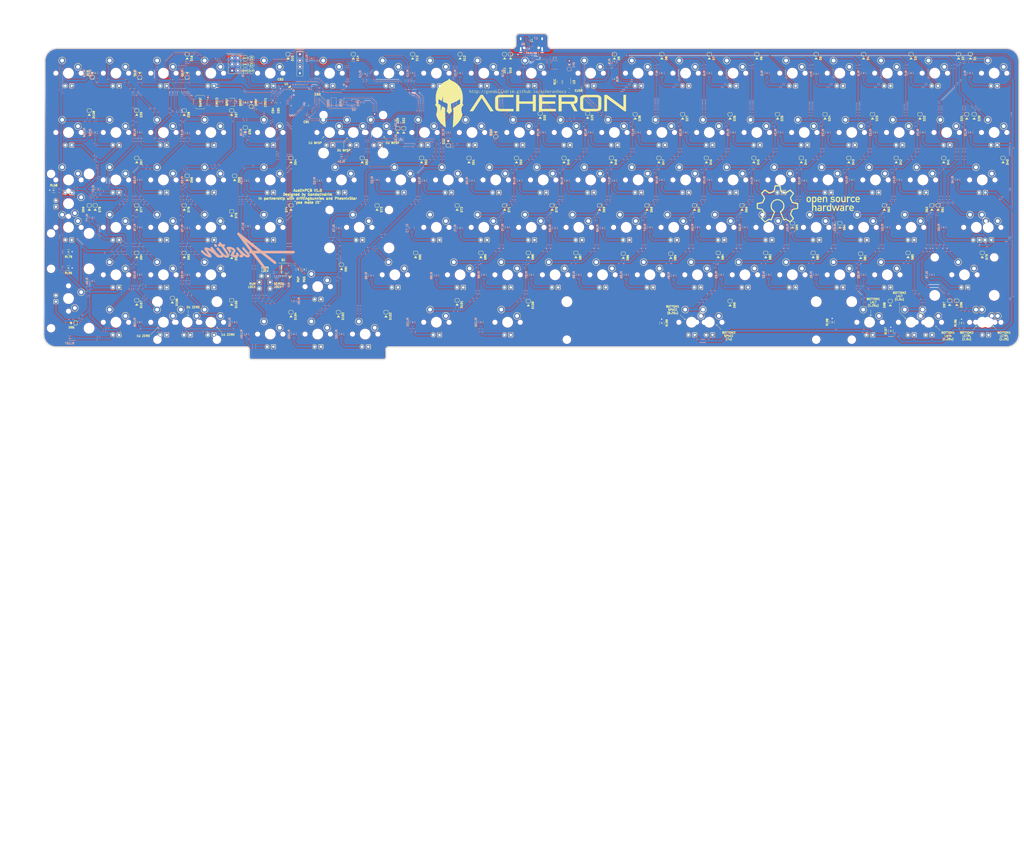
<source format=kicad_pcb>
(kicad_pcb (version 20171130) (host pcbnew 5.1.2)
  (layers (0 F.Cu signal) (31 B.Cu signal) (34 B.Paste user hide) (35 F.Paste user hide) (36 B.SilkS user) (37 F.SilkS user) (38 B.Mask user hide) (39 F.Mask user hide) (44 Edge.Cuts user))
  (net 0 "")
  (net 1 "Net-(C7-Pad2)")
  (net 2 GND)
  (net 3 BOOT0)
  (net 4 NRST)
  (net 5 5V)
  (net 6 3.3V)
  (net 7 VBUS)
  (net 8 Row1)
  (net 9 "Net-(D1-Pad2)")
  (net 10 "Net-(D2-Pad2)")
  (net 11 "Net-(D3-Pad2)")
  (net 12 "Net-(D4-Pad2)")
  (net 13 "Net-(D5-Pad2)")
  (net 14 "Net-(D6-Pad2)")
  (net 15 "Net-(D7-Pad2)")
  (net 16 "Net-(D8-Pad2)")
  (net 17 "Net-(D9-Pad2)")
  (net 18 "Net-(D10-Pad2)")
  (net 19 "Net-(D11-Pad2)")
  (net 20 "Net-(D12-Pad2)")
  (net 21 Row2)
  (net 22 "Net-(D13-Pad2)")
  (net 23 "Net-(D14-Pad2)")
  (net 24 "Net-(D15-Pad2)")
  (net 25 "Net-(D16-Pad2)")
  (net 26 "Net-(D17-Pad2)")
  (net 27 "Net-(D18-Pad2)")
  (net 28 "Net-(D19-Pad2)")
  (net 29 "Net-(D20-Pad2)")
  (net 30 "Net-(D21-Pad2)")
  (net 31 "Net-(D22-Pad2)")
  (net 32 "Net-(D23-Pad2)")
  (net 33 "Net-(D24-Pad2)")
  (net 34 Row3)
  (net 35 "Net-(D25-Pad2)")
  (net 36 "Net-(D26-Pad2)")
  (net 37 "Net-(D27-Pad2)")
  (net 38 "Net-(D28-Pad2)")
  (net 39 "Net-(D29-Pad2)")
  (net 40 "Net-(D30-Pad2)")
  (net 41 "Net-(D31-Pad2)")
  (net 42 "Net-(D32-Pad2)")
  (net 43 "Net-(D33-Pad2)")
  (net 44 "Net-(D35-Pad2)")
  (net 45 "Net-(D36-Pad2)")
  (net 46 "Net-(D37-Pad2)")
  (net 47 Row4)
  (net 48 "Net-(D38-Pad2)")
  (net 49 "Net-(D39-Pad2)")
  (net 50 "Net-(D40-Pad2)")
  (net 51 "Net-(D41-Pad2)")
  (net 52 "Net-(D42-Pad2)")
  (net 53 "Net-(D43-Pad2)")
  (net 54 "Net-(D44-Pad2)")
  (net 55 "Net-(D45-Pad2)")
  (net 56 "Net-(D46-Pad2)")
  (net 57 "Net-(D47-Pad2)")
  (net 58 "Net-(D48-Pad2)")
  (net 59 "Net-(D49-Pad2)")
  (net 60 Row5)
  (net 61 Row6)
  (net 62 "Net-(D50-Pad2)")
  (net 63 "Net-(D51-Pad2)")
  (net 64 "Net-(D52-Pad2)")
  (net 65 "Net-(D53-Pad2)")
  (net 66 "Net-(D54-Pad2)")
  (net 67 "Net-(D55-Pad2)")
  (net 68 "Net-(D56-Pad2)")
  (net 69 "Net-(D57-Pad2)")
  (net 70 "Net-(D59-Pad2)")
  (net 71 "Net-(D61-Pad2)")
  (net 72 "Net-(D62-Pad2)")
  (net 73 "Net-(D63-Pad2)")
  (net 74 "Net-(D64-Pad2)")
  (net 75 "Net-(D65-Pad2)")
  (net 76 "Net-(D66-Pad2)")
  (net 77 "Net-(D67-Pad2)")
  (net 78 "Net-(D68-Pad2)")
  (net 79 "Net-(D69-Pad2)")
  (net 80 "Net-(D70-Pad2)")
  (net 81 "Net-(D71-Pad2)")
  (net 82 "Net-(D72-Pad2)")
  (net 83 "Net-(D73-Pad2)")
  (net 84 "Net-(D74-Pad2)")
  (net 85 "Net-(D75-Pad2)")
  (net 86 "Net-(D76-Pad2)")
  (net 87 "Net-(D77-Pad2)")
  (net 88 "Net-(D78-Pad2)")
  (net 89 "Net-(D79-Pad2)")
  (net 90 "Net-(D80-Pad2)")
  (net 91 "Net-(D81-Pad2)")
  (net 92 "Net-(D82-Pad2)")
  (net 93 "Net-(D83-Pad2)")
  (net 94 "Net-(D84-Pad2)")
  (net 95 "Net-(D85-Pad2)")
  (net 96 "Net-(D86-Pad2)")
  (net 97 "Net-(D87-Pad2)")
  (net 98 "Net-(D88-Pad2)")
  (net 99 "Net-(D89-Pad2)")
  (net 100 "Net-(D90-Pad2)")
  (net 101 "Net-(D91-Pad2)")
  (net 102 "Net-(D92-Pad2)")
  (net 103 "Net-(D93-Pad2)")
  (net 104 "Net-(D94-Pad2)")
  (net 105 "Net-(D95-Pad2)")
  (net 106 "Net-(D96-Pad2)")
  (net 107 "Net-(D97-Pad2)")
  (net 108 "Net-(D98-Pad2)")
  (net 109 "Net-(D99-Pad2)")
  (net 110 "Net-(D100-Pad2)")
  (net 111 "Net-(D101-Pad2)")
  (net 112 "Net-(D102-Pad2)")
  (net 113 "Net-(D103-Pad2)")
  (net 114 "Net-(D104-Pad2)")
  (net 115 "Net-(D105-Pad2)")
  (net 116 "Net-(DRST1-Pad2)")
  (net 117 D-Bus)
  (net 118 D+Bus)
  (net 119 "Net-(J1-PadA5)")
  (net 120 SDA)
  (net 121 SCL)
  (net 122 SWDIO)
  (net 123 SWCLK)
  (net 124 "Net-(LED1-PadA)")
  (net 125 "Net-(LED2-PadA)")
  (net 126 "Net-(LED3-PadA)")
  (net 127 "Net-(LED4-PadA)")
  (net 128 "Net-(LED5-PadA)")
  (net 129 "Net-(LED7-PadA)")
  (net 130 "Net-(LED15-PadA)")
  (net 131 "Net-(LED10-PadA)")
  (net 132 "Net-(LED11-PadA)")
  (net 133 "Net-(LED12-PadA)")
  (net 134 "Net-(LED13-PadA)")
  (net 135 "Net-(LED14-PadA)")
  (net 136 "Net-(LED16-PadA)")
  (net 137 "Net-(LED17-PadA)")
  (net 138 "Net-(LED18-PadA)")
  (net 139 "Net-(LED19-PadA)")
  (net 140 "Net-(LED20-PadA)")
  (net 141 "Net-(LED21-PadA)")
  (net 142 "Net-(LED22-PadA)")
  (net 143 "Net-(LED23-PadA)")
  (net 144 "Net-(LED24-PadA)")
  (net 145 "Net-(LED25-PadA)")
  (net 146 "Net-(LED26-PadA)")
  (net 147 "Net-(LED27-PadA)")
  (net 148 "Net-(LED28-PadA)")
  (net 149 "Net-(LED29-PadA)")
  (net 150 "Net-(LED30-PadA)")
  (net 151 "Net-(LED31-PadA)")
  (net 152 "Net-(LED32-PadA)")
  (net 153 "Net-(LED33-PadA)")
  (net 154 "Net-(LED34-PadA)")
  (net 155 "Net-(LED36-PadA)")
  (net 156 "Net-(LED37-PadA)")
  (net 157 "Net-(LED38-PadA)")
  (net 158 "Net-(LED39-PadA)")
  (net 159 "Net-(LED40-PadA)")
  (net 160 "Net-(LED41-PadA)")
  (net 161 "Net-(LED42-PadA)")
  (net 162 "Net-(LED43-PadA)")
  (net 163 "Net-(LED44-PadA)")
  (net 164 "Net-(LED45-PadA)")
  (net 165 "Net-(LED46-PadA)")
  (net 166 "Net-(LED47-PadA)")
  (net 167 "Net-(LED48-PadA)")
  (net 168 "Net-(LED49-PadA)")
  (net 169 "Net-(LED50-PadA)")
  (net 170 "Net-(LED51-PadA)")
  (net 171 "Net-(LED52-PadA)")
  (net 172 "Net-(LED54-PadA)")
  (net 173 "Net-(LED55-PadA)")
  (net 174 "Net-(LED56-PadA)")
  (net 175 "Net-(LED57-PadA)")
  (net 176 "Net-(LED58-PadA)")
  (net 177 "Net-(LED62-PadA)")
  (net 178 "Net-(LED63-PadA)")
  (net 179 "Net-(LED64-PadA)")
  (net 180 "Net-(LED65-PadA)")
  (net 181 "Net-(LED67-PadA)")
  (net 182 "Net-(LED68-PadA)")
  (net 183 "Net-(LED69-PadA)")
  (net 184 "Net-(LED70-PadA)")
  (net 185 "Net-(LED71-PadA)")
  (net 186 "Net-(LED72-PadA)")
  (net 187 "Net-(LED73-PadA)")
  (net 188 "Net-(LED74-PadA)")
  (net 189 "Net-(LED75-PadA)")
  (net 190 "Net-(LED76-PadA)")
  (net 191 "Net-(LED77-PadA)")
  (net 192 "Net-(LED78-PadA)")
  (net 193 "Net-(LED79-PadA)")
  (net 194 "Net-(LED80-PadA)")
  (net 195 "Net-(LED81-PadA)")
  (net 196 "Net-(LED82-PadA)")
  (net 197 "Net-(LED83-PadA)")
  (net 198 "Net-(LED84-PadA)")
  (net 199 "Net-(LED85-PadA)")
  (net 200 "Net-(LED86-PadA)")
  (net 201 "Net-(LED87-PadA)")
  (net 202 "Net-(LED88-PadA)")
  (net 203 "Net-(LED89-PadA)")
  (net 204 "Net-(LED90-PadA)")
  (net 205 "Net-(LED92-PadA)")
  (net 206 "Net-(LED93-PadA)")
  (net 207 "Net-(LED94-PadA)")
  (net 208 "Net-(LED95-PadA)")
  (net 209 "Net-(LED98-PadA)")
  (net 210 "Net-(LED100-PadA)")
  (net 211 "Net-(LED101-PadA)")
  (net 212 "Net-(LED102-PadA)")
  (net 213 "Net-(LED103-PadA)")
  (net 214 "Net-(LED104-PadA)")
  (net 215 "Net-(LED105-PadA)")
  (net 216 "Net-(LED106-PadA)")
  (net 217 "Net-(LED107-PadA)")
  (net 218 "Net-(LED108-PadA)")
  (net 219 "Net-(LED109-PadA)")
  (net 220 "Net-(Q1-PadG)")
  (net 221 LED_PWM)
  (net 222 Col1)
  (net 223 Col2)
  (net 224 Col3)
  (net 225 Col4)
  (net 226 Col5)
  (net 227 Col6)
  (net 228 Col7)
  (net 229 Col8)
  (net 230 Col9)
  (net 231 Col10)
  (net 232 Col11)
  (net 233 Col12)
  (net 234 Col13)
  (net 235 Col14)
  (net 236 Col15)
  (net 237 Col16)
  (net 238 Col17)
  (net 239 Col18)
  (net 240 Col19)
  (net 241 D-)
  (net 242 D+)
  (net 243 "Net-(LED66-PadA)")
  (net 244 "Net-(LED6-PadA)")
  (net 245 "Net-(LED8-PadA)")
  (net 246 "Net-(LED9-PadA)")
  (net 247 "Net-(LED53-PadA)")
  (net 248 "Net-(LED60-PadA)")
  (net 249 "Net-(LED91-PadA)")
  (net 250 "Net-(LED111-PadA)")
  (net 251 "Net-(J1-PadA8)")
  (net 252 "Net-(J1-PadB8)")
  (net 253 /LEDK)
  (net 254 "Net-(LED59-PadK)")
  (net 255 "Net-(SW72-Pad1)")
  (net 256 "Net-(LED110-PadA)")
  (net 257 "Net-(U1-Pad10)")
  (net 258 "Net-(U1-Pad46)")
  (net 259 "Net-(D106-Pad2)")
  (net 260 "Net-(D107-Pad2)")
  (net 261 "Net-(D108-Pad2)")
  (net 262 "Net-(LEDCAPS1-PadA)")
  (net 263 "Net-(LEDNUM1-PadA)")
  (net 264 "Net-(LEDSCRL1-PadA)")
  (net 265 SCRLLCK)
  (net 266 NUMLCK)
  (net 267 CAPSLCK)
  (module acheronComponents:thtLED (layer F.Cu) (at 153.35 149.47)
    (fp_text reference LEDCAPS1)
    (fp_text value LED)
    (pad K thru_hole roundrect (at 1.27 0) (size 1.524 1.524) (drill 0.9906) (layers *.Cu *.Mask) (roundrect_rratio 0.1) (net 2 GND))
    (pad A thru_hole circle (at -1.27 0) (size 1.524 1.524) (drill 1.016) (layers *.Cu *.Mask) (net 262 "Net-(LEDCAPS1-PadA)"))
  )
  (module acheronComponents:R_1026 (layer B.Cu) (at 160.58 149.47 270)
    (fp_text reference RI3 (at 3.5 0 90) (layer B.SilkS) (effects (font (size 0.8 0.8) (thickness 0.2)) (justify mirror)))
    (fp_text value 360)
    (pad 2 smd roundrect (at 1.4875 0 270) (size 1.425 1.75) (layers B.Cu B.Paste B.Mask) (roundrect_rratio 0.175439) (net 262 "Net-(LEDCAPS1-PadA)"))
    (pad 1 smd roundrect (at -1.4875 0 270) (size 1.425 1.75) (layers B.Cu B.Paste B.Mask) (roundrect_rratio 0.175439) (net 267 CAPSLCK))
  )
  (module acheronComponents:R_1026 (layer B.Cu) (at 163.08 149.47 270)
    (fp_text reference RI2 (at 3.5 0 90) (layer B.SilkS) (effects (font (size 0.8 0.8) (thickness 0.2)) (justify mirror)))
    (fp_text value 360)
    (pad 2 smd roundrect (at 1.4875 0 270) (size 1.425 1.75) (layers B.Cu B.Paste B.Mask) (roundrect_rratio 0.175439) (net 263 "Net-(LEDNUM1-PadA)"))
    (pad 1 smd roundrect (at -1.4875 0 270) (size 1.425 1.75) (layers B.Cu B.Paste B.Mask) (roundrect_rratio 0.175439) (net 266 NUMLCK))
  )
  (module acheronComponents:R_1026 (layer B.Cu) (at 158.08 149.47 270)
    (fp_text reference RI1 (at 3.5 0 270) (layer B.SilkS) (effects (font (size 0.8 0.8) (thickness 0.2)) (justify mirror)))
    (fp_text value 360)
    (pad 2 smd roundrect (at 1.4875 0 270) (size 1.425 1.75) (layers B.Cu B.Paste B.Mask) (roundrect_rratio 0.175439) (net 264 "Net-(LEDSCRL1-PadA)"))
    (pad 1 smd roundrect (at -1.4875 0 270) (size 1.425 1.75) (layers B.Cu B.Paste B.Mask) (roundrect_rratio 0.175439) (net 265 SCRLLCK))
  )
  (module acheronComponents:thtLED (layer F.Cu) (at 155.52 153.19 90)
    (fp_text reference LEDSCRL1)
    (fp_text value LED)
    (pad K thru_hole roundrect (at 1.27 0 90) (size 1.524 1.524) (drill 0.9906) (layers *.Cu *.Mask) (roundrect_rratio 0.1) (net 2 GND))
    (pad A thru_hole circle (at -1.27 0 90) (size 1.524 1.524) (drill 1.016) (layers *.Cu *.Mask) (net 264 "Net-(LEDSCRL1-PadA)"))
  )
  (module acheronComponents:thtLED (layer F.Cu) (at 151.19 153.19 90)
    (fp_text reference LEDNUM1)
    (fp_text value LED)
    (pad K thru_hole roundrect (at 1.27 0 90) (size 1.524 1.524) (drill 0.9906) (layers *.Cu *.Mask) (roundrect_rratio 0.1) (net 2 GND))
    (pad A thru_hole circle (at -1.27 0 90) (size 1.524 1.524) (drill 1.016) (layers *.Cu *.Mask) (net 263 "Net-(LEDNUM1-PadA)"))
  )
  (module acheronComponents:LQFP-48_7x7mm_P0.5mm (layer F.Cu) (at 167.47258 77.49504)
    (fp_text reference U1 (at -5.39375 -5.21875) (layer F.SilkS) (effects (font (size 0.8 0.8) (thickness 0.2))))
    (fp_text value STM32F072_LQFP48)
    (pad 1 smd rect (at -4.1625 -2.75) (size 1.475 0.3) (layers F.Cu F.Paste F.Mask) (net 6 3.3V))
    (pad 2 smd roundrect (at -4.1625 -2.25) (size 1.475 0.3) (layers F.Cu F.Paste F.Mask) (roundrect_rratio 0.5) (net 8 Row1))
    (pad 3 smd roundrect (at -4.1625 -1.75) (size 1.475 0.3) (layers F.Cu F.Paste F.Mask) (roundrect_rratio 0.5) (net 239 Col18))
    (pad 4 smd roundrect (at -4.1625 -1.25) (size 1.475 0.3) (layers F.Cu F.Paste F.Mask) (roundrect_rratio 0.5) (net 238 Col17))
    (pad 5 smd roundrect (at -4.1625 -0.75) (size 1.475 0.3) (layers F.Cu F.Paste F.Mask) (roundrect_rratio 0.5) (net 265 SCRLLCK))
    (pad 6 smd roundrect (at -4.1625 -0.25) (size 1.475 0.3) (layers F.Cu F.Paste F.Mask) (roundrect_rratio 0.5) (net 240 Col19))
    (pad 7 smd roundrect (at -4.1625 0.25) (size 1.475 0.3) (layers F.Cu F.Paste F.Mask) (roundrect_rratio 0.5) (net 4 NRST))
    (pad 8 smd roundrect (at -4.1625 0.75) (size 1.475 0.3) (layers F.Cu F.Paste F.Mask) (roundrect_rratio 0.5) (net 2 GND))
    (pad 9 smd roundrect (at -4.1625 1.25) (size 1.475 0.3) (layers F.Cu F.Paste F.Mask) (roundrect_rratio 0.5) (net 6 3.3V))
    (pad 10 smd roundrect (at -4.1625 1.75) (size 1.475 0.3) (layers F.Cu F.Paste F.Mask) (roundrect_rratio 0.5) (net 257 "Net-(U1-Pad10)"))
    (pad 11 smd roundrect (at -4.1625 2.25) (size 1.475 0.3) (layers F.Cu F.Paste F.Mask) (roundrect_rratio 0.5) (net 21 Row2))
    (pad 12 smd roundrect (at -4.1625 2.75) (size 1.475 0.3) (layers F.Cu F.Paste F.Mask) (roundrect_rratio 0.5) (net 237 Col16))
    (pad 13 smd roundrect (at -2.75 4.1625) (size 0.3 1.475) (layers F.Cu F.Paste F.Mask) (roundrect_rratio 0.5) (net 267 CAPSLCK))
    (pad 14 smd roundrect (at -2.25 4.1625) (size 0.3 1.475) (layers F.Cu F.Paste F.Mask) (roundrect_rratio 0.5) (net 266 NUMLCK))
    (pad 15 smd roundrect (at -1.75 4.1625) (size 0.3 1.475) (layers F.Cu F.Paste F.Mask) (roundrect_rratio 0.5) (net 231 Col10))
    (pad 16 smd roundrect (at -1.25 4.1625) (size 0.3 1.475) (layers F.Cu F.Paste F.Mask) (roundrect_rratio 0.5) (net 34 Row3))
    (pad 17 smd roundrect (at -0.75 4.1625) (size 0.3 1.475) (layers F.Cu F.Paste F.Mask) (roundrect_rratio 0.5) (net 47 Row4))
    (pad 18 smd roundrect (at -0.25 4.1625) (size 0.3 1.475) (layers F.Cu F.Paste F.Mask) (roundrect_rratio 0.5) (net 60 Row5))
    (pad 19 smd roundrect (at 0.25 4.1625) (size 0.3 1.475) (layers F.Cu F.Paste F.Mask) (roundrect_rratio 0.5) (net 61 Row6))
    (pad 20 smd roundrect (at 0.75 4.1625) (size 0.3 1.475) (layers F.Cu F.Paste F.Mask) (roundrect_rratio 0.5) (net 222 Col1))
    (pad 21 smd roundrect (at 1.25 4.1625) (size 0.3 1.475) (layers F.Cu F.Paste F.Mask) (roundrect_rratio 0.5) (net 223 Col2))
    (pad 22 smd roundrect (at 1.75 4.1625) (size 0.3 1.475) (layers F.Cu F.Paste F.Mask) (roundrect_rratio 0.5) (net 221 LED_PWM))
    (pad 23 smd roundrect (at 2.25 4.1625) (size 0.3 1.475) (layers F.Cu F.Paste F.Mask) (roundrect_rratio 0.5) (net 2 GND))
    (pad 24 smd roundrect (at 2.75 4.1625) (size 0.3 1.475) (layers F.Cu F.Paste F.Mask) (roundrect_rratio 0.5) (net 6 3.3V))
    (pad 25 smd roundrect (at 4.1625 2.75) (size 1.475 0.3) (layers F.Cu F.Paste F.Mask) (roundrect_rratio 0.5) (net 224 Col3))
    (pad 26 smd roundrect (at 4.1625 2.25) (size 1.475 0.3) (layers F.Cu F.Paste F.Mask) (roundrect_rratio 0.5) (net 225 Col4))
    (pad 27 smd roundrect (at 4.1625 1.75) (size 1.475 0.3) (layers F.Cu F.Paste F.Mask) (roundrect_rratio 0.5) (net 226 Col5))
    (pad 28 smd roundrect (at 4.1625 1.25) (size 1.475 0.3) (layers F.Cu F.Paste F.Mask) (roundrect_rratio 0.5) (net 227 Col6))
    (pad 29 smd roundrect (at 4.1625 0.75) (size 1.475 0.3) (layers F.Cu F.Paste F.Mask) (roundrect_rratio 0.5) (net 228 Col7))
    (pad 30 smd roundrect (at 4.1625 0.25) (size 1.475 0.3) (layers F.Cu F.Paste F.Mask) (roundrect_rratio 0.5) (net 229 Col8))
    (pad 31 smd roundrect (at 4.1625 -0.25) (size 1.475 0.3) (layers F.Cu F.Paste F.Mask) (roundrect_rratio 0.5) (net 230 Col9))
    (pad 32 smd roundrect (at 4.1625 -0.75) (size 1.475 0.3) (layers F.Cu F.Paste F.Mask) (roundrect_rratio 0.5) (net 241 D-))
    (pad 33 smd roundrect (at 4.1625 -1.25) (size 1.475 0.3) (layers F.Cu F.Paste F.Mask) (roundrect_rratio 0.5) (net 242 D+))
    (pad 34 smd roundrect (at 4.1625 -1.75) (size 1.475 0.3) (layers F.Cu F.Paste F.Mask) (roundrect_rratio 0.5) (net 122 SWDIO))
    (pad 35 smd roundrect (at 4.1625 -2.25) (size 1.475 0.3) (layers F.Cu F.Paste F.Mask) (roundrect_rratio 0.5) (net 2 GND))
    (pad 36 smd roundrect (at 4.1625 -2.75) (size 1.475 0.3) (layers F.Cu F.Paste F.Mask) (roundrect_rratio 0.5) (net 6 3.3V))
    (pad 37 smd roundrect (at 2.75 -4.1625) (size 0.3 1.475) (layers F.Cu F.Paste F.Mask) (roundrect_rratio 0.5) (net 123 SWCLK))
    (pad 38 smd roundrect (at 2.25 -4.1625) (size 0.3 1.475) (layers F.Cu F.Paste F.Mask) (roundrect_rratio 0.5) (net 232 Col11))
    (pad 39 smd roundrect (at 1.75 -4.1625) (size 0.3 1.475) (layers F.Cu F.Paste F.Mask) (roundrect_rratio 0.5) (net 233 Col12))
    (pad 40 smd roundrect (at 1.25 -4.1625) (size 0.3 1.475) (layers F.Cu F.Paste F.Mask) (roundrect_rratio 0.5) (net 234 Col13))
    (pad 41 smd roundrect (at 0.75 -4.1625) (size 0.3 1.475) (layers F.Cu F.Paste F.Mask) (roundrect_rratio 0.5) (net 235 Col14))
    (pad 42 smd roundrect (at 0.25 -4.1625) (size 0.3 1.475) (layers F.Cu F.Paste F.Mask) (roundrect_rratio 0.5) (net 121 SCL))
    (pad 43 smd roundrect (at -0.25 -4.1625) (size 0.3 1.475) (layers F.Cu F.Paste F.Mask) (roundrect_rratio 0.5) (net 120 SDA))
    (pad 44 smd roundrect (at -0.75 -4.1625) (size 0.3 1.475) (layers F.Cu F.Paste F.Mask) (roundrect_rratio 0.5) (net 3 BOOT0))
    (pad 45 smd roundrect (at -1.25 -4.1625) (size 0.3 1.475) (layers F.Cu F.Paste F.Mask) (roundrect_rratio 0.5) (net 236 Col15))
    (pad 46 smd roundrect (at -1.75 -4.1625) (size 0.3 1.475) (layers F.Cu F.Paste F.Mask) (roundrect_rratio 0.5) (net 258 "Net-(U1-Pad46)"))
    (pad 47 smd roundrect (at -2.25 -4.1625) (size 0.3 1.475) (layers F.Cu F.Paste F.Mask) (roundrect_rratio 0.5) (net 2 GND))
    (pad 48 smd roundrect (at -2.75 -4.1625) (size 0.3 1.475) (layers F.Cu F.Paste F.Mask) (roundrect_rratio 0.5) (net 6 3.3V))
  )
  (module acheronKeyboardSwitches:MX700R (layer F.Cu) (at 331.78 167.9825)
    (fp_text reference SW111)
    (fp_text value MXSwitch)
    (pad "" np_thru_hole circle (at -57.15 -8.255) (size 3.9878 3.9878) (drill 3.9878) (layers *.Cu *.Mask))
    (pad "" np_thru_hole circle (at 57.15 -8.255) (size 3.9878 3.9878) (drill 3.9878) (layers *.Cu *.Mask))
    (pad "" np_thru_hole circle (at 57.15 6.985) (size 3.048 3.048) (drill 3.048) (layers *.Cu *.Mask))
    (pad "" np_thru_hole circle (at -57.15 6.985) (size 3.048 3.048) (drill 3.048) (layers *.Cu *.Mask))
    (pad "" np_thru_hole circle (at -5.08 0) (size 1.7018 1.7018) (drill 1.7018) (layers *.Cu *.Mask))
    (pad "" np_thru_hole circle (at 5.08 0) (size 1.7018 1.7018) (drill 1.7018) (layers *.Cu *.Mask))
    (pad 1 thru_hole circle (at -2.54 -5.08) (size 2.2 2.2) (drill 1.524) (layers *.Cu *.Mask) (net 227 Col6))
    (pad 2 thru_hole circle (at 3.81 -2.54) (size 2.54 2.54) (drill 1.524) (layers *.Cu *.Mask) (net 109 "Net-(D99-Pad2)"))
    (pad "" np_thru_hole circle (at 0 0) (size 3.9878 3.9878) (drill 3.9878) (layers *.Cu *.Mask))
  )
  (module acheronKeyboardSwitches:MX100 (layer F.Cu) (at 131.755 110.8325)
    (fp_text reference SW55)
    (fp_text value MXSwitch)
    (pad "" np_thru_hole circle (at 0 0) (size 3.9878 3.9878) (drill 3.9878) (layers *.Cu *.Mask))
    (pad 2 thru_hole circle (at 3.81 -2.54) (size 2.54 2.54) (drill 1.524) (layers *.Cu *.Mask) (net 67 "Net-(D55-Pad2)"))
    (pad 1 thru_hole circle (at -2.54 -5.08) (size 2.54 2.54) (drill 1.524) (layers *.Cu *.Mask) (net 237 Col16))
    (pad "" np_thru_hole circle (at 5.08 0) (size 1.7018 1.7018) (drill 1.7018) (layers *.Cu *.Mask))
    (pad "" np_thru_hole circle (at -5.08 0) (size 1.7018 1.7018) (drill 1.7018) (layers *.Cu *.Mask))
  )
  (module acheronComponents:thtLED (layer F.Cu) (at 412.74 173.07)
    (fp_text reference LED110)
    (fp_text value LED)
    (pad K thru_hole roundrect (at 1.27 0) (size 1.524 1.524) (drill 0.9906) (layers *.Cu *.Mask) (roundrect_rratio 0.1) (net 253 /LEDK))
    (pad A thru_hole circle (at -1.27 0) (size 1.524 1.524) (drill 1.016) (layers *.Cu *.Mask) (net 256 "Net-(LED110-PadA)"))
  )
  (module acheronKeyboardSwitches:MX625R (layer F.Cu) (at 324.63625 167.9825)
    (fp_text reference SW99)
    (fp_text value MXSwitch)
    (pad "" np_thru_hole circle (at 0 0) (size 3.9878 3.9878) (drill 3.9878) (layers *.Cu *.Mask))
    (pad 2 thru_hole circle (at 3.81 -2.54) (size 2.2 2.2) (drill 1.524) (layers *.Cu *.Mask) (net 109 "Net-(D99-Pad2)"))
    (pad 1 thru_hole circle (at -2.54 -5.08) (size 2.54 2.54) (drill 1.524) (layers *.Cu *.Mask) (net 227 Col6))
    (pad "" np_thru_hole circle (at 5.08 0) (size 1.7018 1.7018) (drill 1.7018) (layers *.Cu *.Mask))
    (pad "" np_thru_hole circle (at -5.08 0) (size 1.7018 1.7018) (drill 1.7018) (layers *.Cu *.Mask))
    (pad "" np_thru_hole circle (at -50.038 6.985) (size 3.048 3.048) (drill 3.048) (layers *.Cu *.Mask))
    (pad "" np_thru_hole circle (at 50.038 6.985) (size 3.048 3.048) (drill 3.048) (layers *.Cu *.Mask))
    (pad "" np_thru_hole circle (at 50.038 -8.255) (size 3.9878 3.9878) (drill 3.9878) (layers *.Cu *.Mask))
    (pad "" np_thru_hole circle (at -50.038 -8.255) (size 3.9878 3.9878) (drill 3.9878) (layers *.Cu *.Mask))
  )
  (module acheronKeyboardSwitches:MX200 (layer F.Cu) (at 188.905 91.7825)
    (fp_text reference SW34)
    (fp_text value MXSwitch)
    (pad "" np_thru_hole circle (at -11.938 8.255) (size 3.9878 3.9878) (drill 3.9878) (layers *.Cu *.Mask))
    (pad "" np_thru_hole circle (at 11.938 8.255) (size 3.9878 3.9878) (drill 3.9878) (layers *.Cu *.Mask))
    (pad "" np_thru_hole circle (at 11.938 -6.985) (size 3.048 3.048) (drill 3.048) (layers *.Cu *.Mask))
    (pad "" np_thru_hole circle (at -11.938 -6.985) (size 3.048 3.048) (drill 3.048) (layers *.Cu *.Mask))
    (pad "" np_thru_hole circle (at -5.08 0) (size 1.7018 1.7018) (drill 1.7018) (layers *.Cu *.Mask))
    (pad "" np_thru_hole circle (at 5.08 0) (size 1.7018 1.7018) (drill 1.7018) (layers *.Cu *.Mask))
    (pad 1 thru_hole circle (at -2.54 -5.08) (size 2.54 2.54) (drill 1.524) (layers *.Cu *.Mask) (net 236 Col15))
    (pad 2 thru_hole circle (at 3.81 -2.54) (size 2.54 2.54) (drill 1.524) (layers *.Cu *.Mask) (net 44 "Net-(D35-Pad2)"))
    (pad "" np_thru_hole circle (at 0 0) (size 3.9878 3.9878) (drill 3.9878) (layers *.Cu *.Mask))
  )
  (module acheronKeyboardSwitches:MX100 (layer F.Cu) (at 93.655 91.7825)
    (fp_text reference SW39)
    (fp_text value MXSwitch)
    (pad "" np_thru_hole circle (at -5.08 0) (size 1.7018 1.7018) (drill 1.7018) (layers *.Cu *.Mask))
    (pad "" np_thru_hole circle (at 5.08 0) (size 1.7018 1.7018) (drill 1.7018) (layers *.Cu *.Mask))
    (pad 1 thru_hole circle (at -2.54 -5.08) (size 2.54 2.54) (drill 1.524) (layers *.Cu *.Mask) (net 240 Col19))
    (pad 2 thru_hole circle (at 3.81 -2.54) (size 2.54 2.54) (drill 1.524) (layers *.Cu *.Mask) (net 49 "Net-(D39-Pad2)"))
    (pad "" np_thru_hole circle (at 0 0) (size 3.9878 3.9878) (drill 3.9878) (layers *.Cu *.Mask))
  )
  (module acheronComponents:R_1026 (layer B.Cu) (at 436.389375 67.97 270)
    (fp_text reference RL1 (at 0 2 90) (layer B.SilkS) (effects (font (size 0.8 0.8) (thickness 0.2)) (justify mirror)))
    (fp_text value 360)
    (pad 2 smd roundrect (at 1.4875 0 270) (size 1.425 1.75) (layers B.Cu B.Paste B.Mask) (roundrect_rratio 0.175439) (net 124 "Net-(LED1-PadA)"))
    (pad 1 smd roundrect (at -1.4875 0 270) (size 1.425 1.75) (layers B.Cu B.Paste B.Mask) (roundrect_rratio 0.175439) (net 5 5V))
  )
  (module acheronComponents:R_1026 (layer B.Cu) (at 412.7425 67.97 270)
    (fp_text reference RL2 (at 0 2 90) (layer B.SilkS) (effects (font (size 0.8 0.8) (thickness 0.2)) (justify mirror)))
    (fp_text value 360)
    (pad 2 smd roundrect (at 1.4875 0 270) (size 1.425 1.75) (layers B.Cu B.Paste B.Mask) (roundrect_rratio 0.175439) (net 125 "Net-(LED2-PadA)"))
    (pad 1 smd roundrect (at -1.4875 0 270) (size 1.425 1.75) (layers B.Cu B.Paste B.Mask) (roundrect_rratio 0.175439) (net 5 5V))
  )
  (module acheronComponents:R_1026 (layer B.Cu) (at 393.6925 67.97 270)
    (fp_text reference RL3 (at 0 2 90) (layer B.SilkS) (effects (font (size 0.8 0.8) (thickness 0.2)) (justify mirror)))
    (fp_text value 360)
    (pad 2 smd roundrect (at 1.4875 0 270) (size 1.425 1.75) (layers B.Cu B.Paste B.Mask) (roundrect_rratio 0.175439) (net 126 "Net-(LED3-PadA)"))
    (pad 1 smd roundrect (at -1.4875 0 270) (size 1.425 1.75) (layers B.Cu B.Paste B.Mask) (roundrect_rratio 0.175439) (net 5 5V))
  )
  (module acheronComponents:R_1026 (layer B.Cu) (at 374.6425 68.2825 270)
    (fp_text reference RL4 (at 0 2 90) (layer B.SilkS) (effects (font (size 0.8 0.8) (thickness 0.2)) (justify mirror)))
    (fp_text value 360)
    (pad 2 smd roundrect (at 1.4875 0 270) (size 1.425 1.75) (layers B.Cu B.Paste B.Mask) (roundrect_rratio 0.175439) (net 127 "Net-(LED4-PadA)"))
    (pad 1 smd roundrect (at -1.4875 0 270) (size 1.425 1.75) (layers B.Cu B.Paste B.Mask) (roundrect_rratio 0.175439) (net 5 5V))
  )
  (module acheronComponents:R_1026 (layer B.Cu) (at 354.889375 67.97 270)
    (fp_text reference RL5 (at 0 2 90) (layer B.SilkS) (effects (font (size 0.8 0.8) (thickness 0.2)) (justify mirror)))
    (fp_text value 360)
    (pad 2 smd roundrect (at 1.4875 0 270) (size 1.425 1.75) (layers B.Cu B.Paste B.Mask) (roundrect_rratio 0.175439) (net 128 "Net-(LED5-PadA)"))
    (pad 1 smd roundrect (at -1.4875 0 270) (size 1.425 1.75) (layers B.Cu B.Paste B.Mask) (roundrect_rratio 0.175439) (net 5 5V))
  )
  (module acheronComponents:R_1026 (layer B.Cu) (at 331.78 67.97 270)
    (fp_text reference RL6 (at 0 2 90) (layer B.SilkS) (effects (font (size 0.8 0.8) (thickness 0.2)) (justify mirror)))
    (fp_text value 360)
    (pad 2 smd roundrect (at 1.4875 0 270) (size 1.425 1.75) (layers B.Cu B.Paste B.Mask) (roundrect_rratio 0.175439) (net 244 "Net-(LED6-PadA)"))
    (pad 1 smd roundrect (at -1.4875 0 270) (size 1.425 1.75) (layers B.Cu B.Paste B.Mask) (roundrect_rratio 0.175439) (net 5 5V))
  )
  (module acheronComponents:R_1026 (layer B.Cu) (at 312.73 67.97 270)
    (fp_text reference RL7 (at 0 2 90) (layer B.SilkS) (effects (font (size 0.8 0.8) (thickness 0.2)) (justify mirror)))
    (fp_text value 360)
    (pad 2 smd roundrect (at 1.4875 0 270) (size 1.425 1.75) (layers B.Cu B.Paste B.Mask) (roundrect_rratio 0.175439) (net 129 "Net-(LED7-PadA)"))
    (pad 1 smd roundrect (at -1.4875 0 270) (size 1.425 1.75) (layers B.Cu B.Paste B.Mask) (roundrect_rratio 0.175439) (net 5 5V))
  )
  (module acheronComponents:R_1026 (layer B.Cu) (at 293.68 70.35125 270)
    (fp_text reference RL8 (at 0 -1.190625 90) (layer B.SilkS) (effects (font (size 0.8 0.8) (thickness 0.2)) (justify mirror)))
    (fp_text value 360)
    (pad 2 smd roundrect (at 1.4875 0 270) (size 1.425 1.75) (layers B.Cu B.Paste B.Mask) (roundrect_rratio 0.175439) (net 245 "Net-(LED8-PadA)"))
    (pad 1 smd roundrect (at -1.4875 0 270) (size 1.425 1.75) (layers B.Cu B.Paste B.Mask) (roundrect_rratio 0.175439) (net 5 5V))
  )
  (module acheronComponents:R_1026 (layer B.Cu) (at 293.68 63.2075 270)
    (fp_text reference RL9 (at 0 2 90) (layer B.SilkS) (effects (font (size 0.8 0.8) (thickness 0.2)) (justify mirror)))
    (fp_text value 360)
    (pad 2 smd roundrect (at 1.4875 0 270) (size 1.425 1.75) (layers B.Cu B.Paste B.Mask) (roundrect_rratio 0.175439) (net 246 "Net-(LED9-PadA)"))
    (pad 1 smd roundrect (at -1.4875 0 270) (size 1.425 1.75) (layers B.Cu B.Paste B.Mask) (roundrect_rratio 0.175439) (net 5 5V))
  )
  (module acheronComponents:R_1026 (layer B.Cu) (at 250.88 67.97 270)
    (fp_text reference RL10 (at 0 2 90) (layer B.SilkS) (effects (font (size 0.8 0.8) (thickness 0.2)) (justify mirror)))
    (fp_text value 360)
    (pad 2 smd roundrect (at 1.4875 0 270) (size 1.425 1.75) (layers B.Cu B.Paste B.Mask) (roundrect_rratio 0.175439) (net 131 "Net-(LED10-PadA)"))
    (pad 1 smd roundrect (at -1.4875 0 270) (size 1.425 1.75) (layers B.Cu B.Paste B.Mask) (roundrect_rratio 0.175439) (net 5 5V))
  )
  (module acheronComponents:R_1026 (layer B.Cu) (at 231.7675 67.97 270)
    (fp_text reference RL11 (at 0 2 90) (layer B.SilkS) (effects (font (size 0.8 0.8) (thickness 0.2)) (justify mirror)))
    (fp_text value 360)
    (pad 2 smd roundrect (at 1.4875 0 270) (size 1.425 1.75) (layers B.Cu B.Paste B.Mask) (roundrect_rratio 0.175439) (net 132 "Net-(LED11-PadA)"))
    (pad 1 smd roundrect (at -1.4875 0 270) (size 1.425 1.75) (layers B.Cu B.Paste B.Mask) (roundrect_rratio 0.175439) (net 5 5V))
  )
  (module acheronComponents:R_1026 (layer B.Cu) (at 212.7175 67.97 270)
    (fp_text reference RL12 (at 0 2 90) (layer B.SilkS) (effects (font (size 0.8 0.8) (thickness 0.2)) (justify mirror)))
    (fp_text value 360)
    (pad 2 smd roundrect (at 1.4875 0 270) (size 1.425 1.75) (layers B.Cu B.Paste B.Mask) (roundrect_rratio 0.175439) (net 133 "Net-(LED12-PadA)"))
    (pad 1 smd roundrect (at -1.4875 0 270) (size 1.425 1.75) (layers B.Cu B.Paste B.Mask) (roundrect_rratio 0.175439) (net 5 5V))
  )
  (module acheronComponents:R_1026 (layer B.Cu) (at 193.6675 68.2825 270)
    (fp_text reference RL13 (at 0 2 90) (layer B.SilkS) (effects (font (size 0.8 0.8) (thickness 0.2)) (justify mirror)))
    (fp_text value 360)
    (pad 2 smd roundrect (at 1.4875 0 270) (size 1.425 1.75) (layers B.Cu B.Paste B.Mask) (roundrect_rratio 0.175439) (net 134 "Net-(LED13-PadA)"))
    (pad 1 smd roundrect (at -1.4875 0 270) (size 1.425 1.75) (layers B.Cu B.Paste B.Mask) (roundrect_rratio 0.175439) (net 5 5V))
  )
  (module acheronComponents:R_1026 (layer B.Cu) (at 172.23625 62.016875 270)
    (fp_text reference RL14 (at 0 2 90) (layer B.SilkS) (effects (font (size 0.8 0.8) (thickness 0.2)) (justify mirror)))
    (fp_text value 360)
    (pad 2 smd roundrect (at 1.4875 0 270) (size 1.425 1.75) (layers B.Cu B.Paste B.Mask) (roundrect_rratio 0.175439) (net 135 "Net-(LED14-PadA)"))
    (pad 1 smd roundrect (at -1.4875 0 270) (size 1.425 1.75) (layers B.Cu B.Paste B.Mask) (roundrect_rratio 0.175439) (net 5 5V))
  )
  (module acheronComponents:R_1026 (layer B.Cu) (at 146.58 67.97 270)
    (fp_text reference RL15 (at 0 2 90) (layer B.SilkS) (effects (font (size 0.8 0.8) (thickness 0.2)) (justify mirror)))
    (fp_text value 360)
    (pad 2 smd roundrect (at 1.4875 0 270) (size 1.425 1.75) (layers B.Cu B.Paste B.Mask) (roundrect_rratio 0.175439) (net 130 "Net-(LED15-PadA)"))
    (pad 1 smd roundrect (at -1.4875 0 270) (size 1.425 1.75) (layers B.Cu B.Paste B.Mask) (roundrect_rratio 0.175439) (net 5 5V))
  )
  (module acheronComponents:R_1026 (layer B.Cu) (at 122.23 67.97 270)
    (fp_text reference RL16 (at 0 2 90) (layer B.SilkS) (effects (font (size 0.8 0.8) (thickness 0.2)) (justify mirror)))
    (fp_text value 360)
    (pad 2 smd roundrect (at 1.4875 0 270) (size 1.425 1.75) (layers B.Cu B.Paste B.Mask) (roundrect_rratio 0.175439) (net 136 "Net-(LED16-PadA)"))
    (pad 1 smd roundrect (at -1.4875 0 270) (size 1.425 1.75) (layers B.Cu B.Paste B.Mask) (roundrect_rratio 0.175439) (net 5 5V))
  )
  (module acheronComponents:R_1026 (layer B.Cu) (at 103.18 67.97 270)
    (fp_text reference RL17 (at 0 2 90) (layer B.SilkS) (effects (font (size 0.8 0.8) (thickness 0.2)) (justify mirror)))
    (fp_text value 360)
    (pad 2 smd roundrect (at 1.4875 0 270) (size 1.425 1.75) (layers B.Cu B.Paste B.Mask) (roundrect_rratio 0.175439) (net 137 "Net-(LED17-PadA)"))
    (pad 1 smd roundrect (at -1.4875 0 270) (size 1.425 1.75) (layers B.Cu B.Paste B.Mask) (roundrect_rratio 0.175439) (net 5 5V))
  )
  (module acheronComponents:R_1026 (layer B.Cu) (at 85.320625 67.97 270)
    (fp_text reference RL18 (at 0 2 90) (layer B.SilkS) (effects (font (size 0.8 0.8) (thickness 0.2)) (justify mirror)))
    (fp_text value 360)
    (pad 2 smd roundrect (at 1.4875 0 270) (size 1.425 1.75) (layers B.Cu B.Paste B.Mask) (roundrect_rratio 0.175439) (net 138 "Net-(LED18-PadA)"))
    (pad 1 smd roundrect (at -1.4875 0 270) (size 1.425 1.75) (layers B.Cu B.Paste B.Mask) (roundrect_rratio 0.175439) (net 5 5V))
  )
  (module acheronComponents:R_1026 (layer B.Cu) (at 82.939375 67.97 270)
    (fp_text reference RL19 (at 0 2 90) (layer B.SilkS) (effects (font (size 0.8 0.8) (thickness 0.2)) (justify mirror)))
    (fp_text value 360)
    (pad 2 smd roundrect (at 1.4875 0 270) (size 1.425 1.75) (layers B.Cu B.Paste B.Mask) (roundrect_rratio 0.175439) (net 139 "Net-(LED19-PadA)"))
    (pad 1 smd roundrect (at -1.4875 0 270) (size 1.425 1.75) (layers B.Cu B.Paste B.Mask) (roundrect_rratio 0.175439) (net 5 5V))
  )
  (module acheronComponents:R_1026 (layer B.Cu) (at 436.555 91.7825 270)
    (fp_text reference RL20 (at 0 2 90) (layer B.SilkS) (effects (font (size 0.8 0.8) (thickness 0.2)) (justify mirror)))
    (fp_text value 360)
    (pad 2 smd roundrect (at 1.4875 0 270) (size 1.425 1.75) (layers B.Cu B.Paste B.Mask) (roundrect_rratio 0.175439) (net 140 "Net-(LED20-PadA)"))
    (pad 1 smd roundrect (at -1.4875 0 270) (size 1.425 1.75) (layers B.Cu B.Paste B.Mask) (roundrect_rratio 0.175439) (net 5 5V))
  )
  (module acheronComponents:R_1026 (layer B.Cu) (at 417.505 91.7825 270)
    (fp_text reference RL21 (at 0 2 90) (layer B.SilkS) (effects (font (size 0.8 0.8) (thickness 0.2)) (justify mirror)))
    (fp_text value 360)
    (pad 2 smd roundrect (at 1.4875 0 270) (size 1.425 1.75) (layers B.Cu B.Paste B.Mask) (roundrect_rratio 0.175439) (net 141 "Net-(LED21-PadA)"))
    (pad 1 smd roundrect (at -1.4875 0 270) (size 1.425 1.75) (layers B.Cu B.Paste B.Mask) (roundrect_rratio 0.175439) (net 5 5V))
  )
  (module acheronComponents:R_1026 (layer B.Cu) (at 398.455 91.7825 270)
    (fp_text reference RL22 (at 0 2 90) (layer B.SilkS) (effects (font (size 0.8 0.8) (thickness 0.2)) (justify mirror)))
    (fp_text value 360)
    (pad 2 smd roundrect (at 1.4875 0 270) (size 1.425 1.75) (layers B.Cu B.Paste B.Mask) (roundrect_rratio 0.175439) (net 142 "Net-(LED22-PadA)"))
    (pad 1 smd roundrect (at -1.4875 0 270) (size 1.425 1.75) (layers B.Cu B.Paste B.Mask) (roundrect_rratio 0.175439) (net 5 5V))
  )
  (module acheronComponents:R_1026 (layer B.Cu) (at 379.405 91.7825 270)
    (fp_text reference RL23 (at 0 2 90) (layer B.SilkS) (effects (font (size 0.8 0.8) (thickness 0.2)) (justify mirror)))
    (fp_text value 360)
    (pad 2 smd roundrect (at 1.4875 0 270) (size 1.425 1.75) (layers B.Cu B.Paste B.Mask) (roundrect_rratio 0.175439) (net 143 "Net-(LED23-PadA)"))
    (pad 1 smd roundrect (at -1.4875 0 270) (size 1.425 1.75) (layers B.Cu B.Paste B.Mask) (roundrect_rratio 0.175439) (net 5 5V))
  )
  (module acheronComponents:R_1026 (layer B.Cu) (at 360.355 91.7825 270)
    (fp_text reference RL24 (at 0 2 90) (layer B.SilkS) (effects (font (size 0.8 0.8) (thickness 0.2)) (justify mirror)))
    (fp_text value 360)
    (pad 2 smd roundrect (at 1.4875 0 270) (size 1.425 1.75) (layers B.Cu B.Paste B.Mask) (roundrect_rratio 0.175439) (net 144 "Net-(LED24-PadA)"))
    (pad 1 smd roundrect (at -1.4875 0 270) (size 1.425 1.75) (layers B.Cu B.Paste B.Mask) (roundrect_rratio 0.175439) (net 5 5V))
  )
  (module acheronComponents:R_1026 (layer B.Cu) (at 341.305 91.7825 270)
    (fp_text reference RL25 (at 0 2 90) (layer B.SilkS) (effects (font (size 0.8 0.8) (thickness 0.2)) (justify mirror)))
    (fp_text value 360)
    (pad 2 smd roundrect (at 1.4875 0 270) (size 1.425 1.75) (layers B.Cu B.Paste B.Mask) (roundrect_rratio 0.175439) (net 145 "Net-(LED25-PadA)"))
    (pad 1 smd roundrect (at -1.4875 0 270) (size 1.425 1.75) (layers B.Cu B.Paste B.Mask) (roundrect_rratio 0.175439) (net 5 5V))
  )
  (module acheronComponents:R_1026 (layer B.Cu) (at 322.255 91.7825 270)
    (fp_text reference RL26 (at 0 2 90) (layer B.SilkS) (effects (font (size 0.8 0.8) (thickness 0.2)) (justify mirror)))
    (fp_text value 360)
    (pad 2 smd roundrect (at 1.4875 0 270) (size 1.425 1.75) (layers B.Cu B.Paste B.Mask) (roundrect_rratio 0.175439) (net 146 "Net-(LED26-PadA)"))
    (pad 1 smd roundrect (at -1.4875 0 270) (size 1.425 1.75) (layers B.Cu B.Paste B.Mask) (roundrect_rratio 0.175439) (net 5 5V))
  )
  (module acheronComponents:R_1026 (layer B.Cu) (at 303.205 91.7825 270)
    (fp_text reference RL27 (at 0 2 90) (layer B.SilkS) (effects (font (size 0.8 0.8) (thickness 0.2)) (justify mirror)))
    (fp_text value 360)
    (pad 2 smd roundrect (at 1.4875 0 270) (size 1.425 1.75) (layers B.Cu B.Paste B.Mask) (roundrect_rratio 0.175439) (net 147 "Net-(LED27-PadA)"))
    (pad 1 smd roundrect (at -1.4875 0 270) (size 1.425 1.75) (layers B.Cu B.Paste B.Mask) (roundrect_rratio 0.175439) (net 5 5V))
  )
  (module acheronComponents:R_1026 (layer B.Cu) (at 284.155 91.7825 270)
    (fp_text reference RL28 (at 0 2 90) (layer B.SilkS) (effects (font (size 0.8 0.8) (thickness 0.2)) (justify mirror)))
    (fp_text value 360)
    (pad 2 smd roundrect (at 1.4875 0 270) (size 1.425 1.75) (layers B.Cu B.Paste B.Mask) (roundrect_rratio 0.175439) (net 148 "Net-(LED28-PadA)"))
    (pad 1 smd roundrect (at -1.4875 0 270) (size 1.425 1.75) (layers B.Cu B.Paste B.Mask) (roundrect_rratio 0.175439) (net 5 5V))
  )
  (module acheronComponents:R_1026 (layer B.Cu) (at 265.105 91.7825 270)
    (fp_text reference RL29 (at 0 2 90) (layer B.SilkS) (effects (font (size 0.8 0.8) (thickness 0.2)) (justify mirror)))
    (fp_text value 360)
    (pad 2 smd roundrect (at 1.4875 0 270) (size 1.425 1.75) (layers B.Cu B.Paste B.Mask) (roundrect_rratio 0.175439) (net 149 "Net-(LED29-PadA)"))
    (pad 1 smd roundrect (at -1.4875 0 270) (size 1.425 1.75) (layers B.Cu B.Paste B.Mask) (roundrect_rratio 0.175439) (net 5 5V))
  )
  (module acheronComponents:R_1026 (layer B.Cu) (at 246.055 91.7825 270)
    (fp_text reference RL30 (at 0 2 90) (layer B.SilkS) (effects (font (size 0.8 0.8) (thickness 0.2)) (justify mirror)))
    (fp_text value 360)
    (pad 2 smd roundrect (at 1.4875 0 270) (size 1.425 1.75) (layers B.Cu B.Paste B.Mask) (roundrect_rratio 0.175439) (net 150 "Net-(LED30-PadA)"))
    (pad 1 smd roundrect (at -1.4875 0 270) (size 1.425 1.75) (layers B.Cu B.Paste B.Mask) (roundrect_rratio 0.175439) (net 5 5V))
  )
  (module acheronComponents:R_1026 (layer B.Cu) (at 227.005 91.7825 270)
    (fp_text reference RL31 (at 0 2 90) (layer B.SilkS) (effects (font (size 0.8 0.8) (thickness 0.2)) (justify mirror)))
    (fp_text value 360)
    (pad 2 smd roundrect (at 1.4875 0 270) (size 1.425 1.75) (layers B.Cu B.Paste B.Mask) (roundrect_rratio 0.175439) (net 151 "Net-(LED31-PadA)"))
    (pad 1 smd roundrect (at -1.4875 0 270) (size 1.425 1.75) (layers B.Cu B.Paste B.Mask) (roundrect_rratio 0.175439) (net 5 5V))
  )
  (module acheronComponents:R_1026 (layer B.Cu) (at 207.955 94.16375 270)
    (fp_text reference RL32 (at 0 2 90) (layer B.SilkS) (effects (font (size 0.8 0.8) (thickness 0.2)) (justify mirror)))
    (fp_text value 360)
    (pad 2 smd roundrect (at 1.4875 0 270) (size 1.425 1.75) (layers B.Cu B.Paste B.Mask) (roundrect_rratio 0.175439) (net 152 "Net-(LED32-PadA)"))
    (pad 1 smd roundrect (at -1.4875 0 270) (size 1.425 1.75) (layers B.Cu B.Paste B.Mask) (roundrect_rratio 0.175439) (net 5 5V))
  )
  (module acheronComponents:R_1026 (layer B.Cu) (at 207.955 87.91375 270)
    (fp_text reference RL33 (at 0 2 90) (layer B.SilkS) (effects (font (size 0.8 0.8) (thickness 0.2)) (justify mirror)))
    (fp_text value 360)
    (pad 2 smd roundrect (at 1.4875 0 270) (size 1.425 1.75) (layers B.Cu B.Paste B.Mask) (roundrect_rratio 0.175439) (net 153 "Net-(LED33-PadA)"))
    (pad 1 smd roundrect (at -1.4875 0 270) (size 1.425 1.75) (layers B.Cu B.Paste B.Mask) (roundrect_rratio 0.175439) (net 5 5V))
  )
  (module acheronComponents:R_1026 (layer B.Cu) (at 184.08 101.47)
    (fp_text reference RL34 (at 0 2) (layer B.SilkS) (effects (font (size 0.8 0.8) (thickness 0.2)) (justify mirror)))
    (fp_text value 360)
    (pad 2 smd roundrect (at 1.4875 0) (size 1.425 1.75) (layers B.Cu B.Paste B.Mask) (roundrect_rratio 0.175439) (net 154 "Net-(LED34-PadA)"))
    (pad 1 smd roundrect (at -1.4875 0) (size 1.425 1.75) (layers B.Cu B.Paste B.Mask) (roundrect_rratio 0.175439) (net 5 5V))
  )
  (module acheronComponents:R_1026 (layer B.Cu) (at 145.889375 91.72 270)
    (fp_text reference RL36 (at 0 2 90) (layer B.SilkS) (effects (font (size 0.8 0.8) (thickness 0.2)) (justify mirror)))
    (fp_text value 360)
    (pad 2 smd roundrect (at 1.4875 0 270) (size 1.425 1.75) (layers B.Cu B.Paste B.Mask) (roundrect_rratio 0.175439) (net 155 "Net-(LED36-PadA)"))
    (pad 1 smd roundrect (at -1.4875 0 270) (size 1.425 1.75) (layers B.Cu B.Paste B.Mask) (roundrect_rratio 0.175439) (net 5 5V))
  )
  (module acheronComponents:R_1026 (layer B.Cu) (at 122.23 92.095 270)
    (fp_text reference RL37 (at 0 2 90) (layer B.SilkS) (effects (font (size 0.8 0.8) (thickness 0.2)) (justify mirror)))
    (fp_text value 360)
    (pad 2 smd roundrect (at 1.4875 0 270) (size 1.425 1.75) (layers B.Cu B.Paste B.Mask) (roundrect_rratio 0.175439) (net 156 "Net-(LED37-PadA)"))
    (pad 1 smd roundrect (at -1.4875 0 270) (size 1.425 1.75) (layers B.Cu B.Paste B.Mask) (roundrect_rratio 0.175439) (net 5 5V))
  )
  (module acheronComponents:R_1026 (layer B.Cu) (at 103.18 91.7825 270)
    (fp_text reference RL38 (at 0 2 90) (layer B.SilkS) (effects (font (size 0.8 0.8) (thickness 0.2)) (justify mirror)))
    (fp_text value 360)
    (pad 2 smd roundrect (at 1.4875 0 270) (size 1.425 1.75) (layers B.Cu B.Paste B.Mask) (roundrect_rratio 0.175439) (net 157 "Net-(LED38-PadA)"))
    (pad 1 smd roundrect (at -1.4875 0 270) (size 1.425 1.75) (layers B.Cu B.Paste B.Mask) (roundrect_rratio 0.175439) (net 5 5V))
  )
  (module acheronComponents:R_1026 (layer B.Cu) (at 85.320625 91.7825 270)
    (fp_text reference RL39 (at 0 2 90) (layer B.SilkS) (effects (font (size 0.8 0.8) (thickness 0.2)) (justify mirror)))
    (fp_text value 360)
    (pad 2 smd roundrect (at 1.4875 0 270) (size 1.425 1.75) (layers B.Cu B.Paste B.Mask) (roundrect_rratio 0.175439) (net 158 "Net-(LED39-PadA)"))
    (pad 1 smd roundrect (at -1.4875 0 270) (size 1.425 1.75) (layers B.Cu B.Paste B.Mask) (roundrect_rratio 0.175439) (net 5 5V))
  )
  (module acheronComponents:R_1026 (layer B.Cu) (at 431.389375 110.72 270)
    (fp_text reference RL40 (at 0 2 90) (layer B.SilkS) (effects (font (size 0.8 0.8) (thickness 0.2)) (justify mirror)))
    (fp_text value 360)
    (pad 2 smd roundrect (at 1.4875 0 270) (size 1.425 1.75) (layers B.Cu B.Paste B.Mask) (roundrect_rratio 0.175439) (net 159 "Net-(LED40-PadA)"))
    (pad 1 smd roundrect (at -1.4875 0 270) (size 1.425 1.75) (layers B.Cu B.Paste B.Mask) (roundrect_rratio 0.175439) (net 5 5V))
  )
  (module acheronComponents:R_1026 (layer B.Cu) (at 407.98 110.8325 270)
    (fp_text reference RL41 (at 0 2 90) (layer B.SilkS) (effects (font (size 0.8 0.8) (thickness 0.2)) (justify mirror)))
    (fp_text value 360)
    (pad 2 smd roundrect (at 1.4875 0 270) (size 1.425 1.75) (layers B.Cu B.Paste B.Mask) (roundrect_rratio 0.175439) (net 160 "Net-(LED41-PadA)"))
    (pad 1 smd roundrect (at -1.4875 0 270) (size 1.425 1.75) (layers B.Cu B.Paste B.Mask) (roundrect_rratio 0.175439) (net 5 5V))
  )
  (module acheronComponents:R_1026 (layer B.Cu) (at 388.93 110.8325 270)
    (fp_text reference RL42 (at 0 2 90) (layer B.SilkS) (effects (font (size 0.8 0.8) (thickness 0.2)) (justify mirror)))
    (fp_text value 360)
    (pad 2 smd roundrect (at 1.4875 0 270) (size 1.425 1.75) (layers B.Cu B.Paste B.Mask) (roundrect_rratio 0.175439) (net 161 "Net-(LED42-PadA)"))
    (pad 1 smd roundrect (at -1.4875 0 270) (size 1.425 1.75) (layers B.Cu B.Paste B.Mask) (roundrect_rratio 0.175439) (net 5 5V))
  )
  (module acheronComponents:R_1026 (layer B.Cu) (at 369.88 111.145 270)
    (fp_text reference RL43 (at 0 2 90) (layer B.SilkS) (effects (font (size 0.8 0.8) (thickness 0.2)) (justify mirror)))
    (fp_text value 360)
    (pad 2 smd roundrect (at 1.4875 0 270) (size 1.425 1.75) (layers B.Cu B.Paste B.Mask) (roundrect_rratio 0.175439) (net 162 "Net-(LED43-PadA)"))
    (pad 1 smd roundrect (at -1.4875 0 270) (size 1.425 1.75) (layers B.Cu B.Paste B.Mask) (roundrect_rratio 0.175439) (net 5 5V))
  )
  (module acheronComponents:R_1026 (layer B.Cu) (at 350.83 111.145 270)
    (fp_text reference RL44 (at 0 2 90) (layer B.SilkS) (effects (font (size 0.8 0.8) (thickness 0.2)) (justify mirror)))
    (fp_text value 360)
    (pad 2 smd roundrect (at 1.4875 0 270) (size 1.425 1.75) (layers B.Cu B.Paste B.Mask) (roundrect_rratio 0.175439) (net 163 "Net-(LED44-PadA)"))
    (pad 1 smd roundrect (at -1.4875 0 270) (size 1.425 1.75) (layers B.Cu B.Paste B.Mask) (roundrect_rratio 0.175439) (net 5 5V))
  )
  (module acheronComponents:R_1026 (layer B.Cu) (at 331.78 110.8325 270)
    (fp_text reference RL45 (at 0 2 90) (layer B.SilkS) (effects (font (size 0.8 0.8) (thickness 0.2)) (justify mirror)))
    (fp_text value 360)
    (pad 2 smd roundrect (at 1.4875 0 270) (size 1.425 1.75) (layers B.Cu B.Paste B.Mask) (roundrect_rratio 0.175439) (net 164 "Net-(LED45-PadA)"))
    (pad 1 smd roundrect (at -1.4875 0 270) (size 1.425 1.75) (layers B.Cu B.Paste B.Mask) (roundrect_rratio 0.175439) (net 5 5V))
  )
  (module acheronComponents:R_1026 (layer B.Cu) (at 312.73 110.8325 270)
    (fp_text reference RL46 (at 0 2 90) (layer B.SilkS) (effects (font (size 0.8 0.8) (thickness 0.2)) (justify mirror)))
    (fp_text value 360)
    (pad 2 smd roundrect (at 1.4875 0 270) (size 1.425 1.75) (layers B.Cu B.Paste B.Mask) (roundrect_rratio 0.175439) (net 165 "Net-(LED46-PadA)"))
    (pad 1 smd roundrect (at -1.4875 0 270) (size 1.425 1.75) (layers B.Cu B.Paste B.Mask) (roundrect_rratio 0.175439) (net 5 5V))
  )
  (module acheronComponents:R_1026 (layer B.Cu) (at 293.68 111.145 270)
    (fp_text reference RL47 (at 0 2 90) (layer B.SilkS) (effects (font (size 0.8 0.8) (thickness 0.2)) (justify mirror)))
    (fp_text value 360)
    (pad 2 smd roundrect (at 1.4875 0 270) (size 1.425 1.75) (layers B.Cu B.Paste B.Mask) (roundrect_rratio 0.175439) (net 166 "Net-(LED47-PadA)"))
    (pad 1 smd roundrect (at -1.4875 0 270) (size 1.425 1.75) (layers B.Cu B.Paste B.Mask) (roundrect_rratio 0.175439) (net 5 5V))
  )
  (module acheronComponents:R_1026 (layer B.Cu) (at 274.63 111.145 270)
    (fp_text reference RL48 (at 0 2 90) (layer B.SilkS) (effects (font (size 0.8 0.8) (thickness 0.2)) (justify mirror)))
    (fp_text value 360)
    (pad 2 smd roundrect (at 1.4875 0 270) (size 1.425 1.75) (layers B.Cu B.Paste B.Mask) (roundrect_rratio 0.175439) (net 167 "Net-(LED48-PadA)"))
    (pad 1 smd roundrect (at -1.4875 0 270) (size 1.425 1.75) (layers B.Cu B.Paste B.Mask) (roundrect_rratio 0.175439) (net 5 5V))
  )
  (module acheronComponents:R_1026 (layer B.Cu) (at 255.58 111.145 270)
    (fp_text reference RL49 (at 0 2 90) (layer B.SilkS) (effects (font (size 0.8 0.8) (thickness 0.2)) (justify mirror)))
    (fp_text value 360)
    (pad 2 smd roundrect (at 1.4875 0 270) (size 1.425 1.75) (layers B.Cu B.Paste B.Mask) (roundrect_rratio 0.175439) (net 168 "Net-(LED49-PadA)"))
    (pad 1 smd roundrect (at -1.4875 0 270) (size 1.425 1.75) (layers B.Cu B.Paste B.Mask) (roundrect_rratio 0.175439) (net 5 5V))
  )
  (module acheronComponents:R_1026 (layer B.Cu) (at 236.53 111.145 270)
    (fp_text reference RL50 (at 0 2 90) (layer B.SilkS) (effects (font (size 0.8 0.8) (thickness 0.2)) (justify mirror)))
    (fp_text value 360)
    (pad 2 smd roundrect (at 1.4875 0 270) (size 1.425 1.75) (layers B.Cu B.Paste B.Mask) (roundrect_rratio 0.175439) (net 169 "Net-(LED50-PadA)"))
    (pad 1 smd roundrect (at -1.4875 0 270) (size 1.425 1.75) (layers B.Cu B.Paste B.Mask) (roundrect_rratio 0.175439) (net 5 5V))
  )
  (module acheronComponents:R_1026 (layer B.Cu) (at 217.48 111.145 270)
    (fp_text reference RL51 (at 0 2 90) (layer B.SilkS) (effects (font (size 0.8 0.8) (thickness 0.2)) (justify mirror)))
    (fp_text value 360)
    (pad 2 smd roundrect (at 1.4875 0 270) (size 1.425 1.75) (layers B.Cu B.Paste B.Mask) (roundrect_rratio 0.175439) (net 170 "Net-(LED51-PadA)"))
    (pad 1 smd roundrect (at -1.4875 0 270) (size 1.425 1.75) (layers B.Cu B.Paste B.Mask) (roundrect_rratio 0.175439) (net 5 5V))
  )
  (module acheronComponents:R_1026 (layer B.Cu) (at 198.43 110.8325 270)
    (fp_text reference RL52 (at 0 2 90) (layer B.SilkS) (effects (font (size 0.8 0.8) (thickness 0.2)) (justify mirror)))
    (fp_text value 360)
    (pad 2 smd roundrect (at 1.4875 0 270) (size 1.425 1.75) (layers B.Cu B.Paste B.Mask) (roundrect_rratio 0.175439) (net 171 "Net-(LED52-PadA)"))
    (pad 1 smd roundrect (at -1.4875 0 270) (size 1.425 1.75) (layers B.Cu B.Paste B.Mask) (roundrect_rratio 0.175439) (net 5 5V))
  )
  (module acheronComponents:R_1026 (layer B.Cu) (at 175.33 111.145 270)
    (fp_text reference RL53 (at 0 2 90) (layer B.SilkS) (effects (font (size 0.8 0.8) (thickness 0.2)) (justify mirror)))
    (fp_text value 360)
    (pad 2 smd roundrect (at 1.4875 0 270) (size 1.425 1.75) (layers B.Cu B.Paste B.Mask) (roundrect_rratio 0.175439) (net 247 "Net-(LED53-PadA)"))
    (pad 1 smd roundrect (at -1.4875 0 270) (size 1.425 1.75) (layers B.Cu B.Paste B.Mask) (roundrect_rratio 0.175439) (net 5 5V))
  )
  (module acheronComponents:R_1026 (layer B.Cu) (at 146.0425 111.145 270)
    (fp_text reference RL54 (at 0 2 90) (layer B.SilkS) (effects (font (size 0.8 0.8) (thickness 0.2)) (justify mirror)))
    (fp_text value 360)
    (pad 2 smd roundrect (at 1.4875 0 270) (size 1.425 1.75) (layers B.Cu B.Paste B.Mask) (roundrect_rratio 0.175439) (net 172 "Net-(LED54-PadA)"))
    (pad 1 smd roundrect (at -1.4875 0 270) (size 1.425 1.75) (layers B.Cu B.Paste B.Mask) (roundrect_rratio 0.175439) (net 5 5V))
  )
  (module acheronComponents:R_1026 (layer B.Cu) (at 122.23 110.8325 270)
    (fp_text reference RL55 (at 0 2 90) (layer B.SilkS) (effects (font (size 0.8 0.8) (thickness 0.2)) (justify mirror)))
    (fp_text value 360)
    (pad 2 smd roundrect (at 1.4875 0 270) (size 1.425 1.75) (layers B.Cu B.Paste B.Mask) (roundrect_rratio 0.175439) (net 173 "Net-(LED55-PadA)"))
    (pad 1 smd roundrect (at -1.4875 0 270) (size 1.425 1.75) (layers B.Cu B.Paste B.Mask) (roundrect_rratio 0.175439) (net 5 5V))
  )
  (module acheronComponents:R_1026 (layer B.Cu) (at 103.18 110.8325 270)
    (fp_text reference RL56 (at 0 2 90) (layer B.SilkS) (effects (font (size 0.8 0.8) (thickness 0.2)) (justify mirror)))
    (fp_text value 360)
    (pad 2 smd roundrect (at 1.4875 0 270) (size 1.425 1.75) (layers B.Cu B.Paste B.Mask) (roundrect_rratio 0.175439) (net 174 "Net-(LED56-PadA)"))
    (pad 1 smd roundrect (at -1.4875 0 270) (size 1.425 1.75) (layers B.Cu B.Paste B.Mask) (roundrect_rratio 0.175439) (net 5 5V))
  )
  (module acheronComponents:R_1026 (layer B.Cu) (at 86.51125 114.404375 270)
    (fp_text reference RL57 (at 0 2 90) (layer B.SilkS) (effects (font (size 0.8 0.8) (thickness 0.2)) (justify mirror)))
    (fp_text value 360)
    (pad 2 smd roundrect (at 1.4875 0 270) (size 1.425 1.75) (layers B.Cu B.Paste B.Mask) (roundrect_rratio 0.175439) (net 175 "Net-(LED57-PadA)"))
    (pad 1 smd roundrect (at -1.4875 0 270) (size 1.425 1.75) (layers B.Cu B.Paste B.Mask) (roundrect_rratio 0.175439) (net 5 5V))
  )
  (module acheronComponents:R_1026 (layer F.Cu) (at 68.651875 115.045)
    (fp_text reference RL58 (at 0 -2) (layer F.SilkS) (effects (font (size 0.8 0.8) (thickness 0.2))))
    (fp_text value 360)
    (pad 2 smd roundrect (at 1.4875 0) (size 1.425 1.75) (layers F.Cu F.Paste F.Mask) (roundrect_rratio 0.175439) (net 176 "Net-(LED58-PadA)"))
    (pad 1 smd roundrect (at -1.4875 0) (size 1.425 1.75) (layers F.Cu F.Paste F.Mask) (roundrect_rratio 0.175439) (net 5 5V))
  )
  (module acheronComponents:R_1026 (layer B.Cu) (at 425.839375 129.8825 270)
    (fp_text reference RL60 (at 0 2 90) (layer B.SilkS) (effects (font (size 0.8 0.8) (thickness 0.2)) (justify mirror)))
    (fp_text value 360)
    (pad 2 smd roundrect (at 1.4875 0 270) (size 1.425 1.75) (layers B.Cu B.Paste B.Mask) (roundrect_rratio 0.175439) (net 248 "Net-(LED60-PadA)"))
    (pad 1 smd roundrect (at -1.4875 0 270) (size 1.425 1.75) (layers B.Cu B.Paste B.Mask) (roundrect_rratio 0.175439) (net 5 5V))
  )
  (module acheronComponents:R_1026 (layer B.Cu) (at 403.2175 129.8825 270)
    (fp_text reference RL62 (at 0 2 90) (layer B.SilkS) (effects (font (size 0.8 0.8) (thickness 0.2)) (justify mirror)))
    (fp_text value 360)
    (pad 2 smd roundrect (at 1.4875 0 270) (size 1.425 1.75) (layers B.Cu B.Paste B.Mask) (roundrect_rratio 0.175439) (net 177 "Net-(LED62-PadA)"))
    (pad 1 smd roundrect (at -1.4875 0 270) (size 1.425 1.75) (layers B.Cu B.Paste B.Mask) (roundrect_rratio 0.175439) (net 5 5V))
  )
  (module acheronComponents:R_1026 (layer B.Cu) (at 384.1675 129.8825 270)
    (fp_text reference RL63 (at 0 2 90) (layer B.SilkS) (effects (font (size 0.8 0.8) (thickness 0.2)) (justify mirror)))
    (fp_text value 360)
    (pad 2 smd roundrect (at 1.4875 0 270) (size 1.425 1.75) (layers B.Cu B.Paste B.Mask) (roundrect_rratio 0.175439) (net 178 "Net-(LED63-PadA)"))
    (pad 1 smd roundrect (at -1.4875 0 270) (size 1.425 1.75) (layers B.Cu B.Paste B.Mask) (roundrect_rratio 0.175439) (net 5 5V))
  )
  (module acheronComponents:R_1026 (layer B.Cu) (at 365.1175 129.8825 270)
    (fp_text reference RL64 (at 0 2 90) (layer B.SilkS) (effects (font (size 0.8 0.8) (thickness 0.2)) (justify mirror)))
    (fp_text value 360)
    (pad 2 smd roundrect (at 1.4875 0 270) (size 1.425 1.75) (layers B.Cu B.Paste B.Mask) (roundrect_rratio 0.175439) (net 179 "Net-(LED64-PadA)"))
    (pad 1 smd roundrect (at -1.4875 0 270) (size 1.425 1.75) (layers B.Cu B.Paste B.Mask) (roundrect_rratio 0.175439) (net 5 5V))
  )
  (module acheronComponents:R_1026 (layer B.Cu) (at 346.0675 129.8825 270)
    (fp_text reference RL65 (at 0 2 90) (layer B.SilkS) (effects (font (size 0.8 0.8) (thickness 0.2)) (justify mirror)))
    (fp_text value 360)
    (pad 2 smd roundrect (at 1.4875 0 270) (size 1.425 1.75) (layers B.Cu B.Paste B.Mask) (roundrect_rratio 0.175439) (net 180 "Net-(LED65-PadA)"))
    (pad 1 smd roundrect (at -1.4875 0 270) (size 1.425 1.75) (layers B.Cu B.Paste B.Mask) (roundrect_rratio 0.175439) (net 5 5V))
  )
  (module acheronComponents:R_1026 (layer B.Cu) (at 327.0175 129.8825 270)
    (fp_text reference RL66 (at 0 2 90) (layer B.SilkS) (effects (font (size 0.8 0.8) (thickness 0.2)) (justify mirror)))
    (fp_text value 360)
    (pad 2 smd roundrect (at 1.4875 0 270) (size 1.425 1.75) (layers B.Cu B.Paste B.Mask) (roundrect_rratio 0.175439) (net 243 "Net-(LED66-PadA)"))
    (pad 1 smd roundrect (at -1.4875 0 270) (size 1.425 1.75) (layers B.Cu B.Paste B.Mask) (roundrect_rratio 0.175439) (net 5 5V))
  )
  (module acheronComponents:R_1026 (layer B.Cu) (at 307.9675 129.8825 270)
    (fp_text reference RL67 (at 0 2 90) (layer B.SilkS) (effects (font (size 0.8 0.8) (thickness 0.2)) (justify mirror)))
    (fp_text value 360)
    (pad 2 smd roundrect (at 1.4875 0 270) (size 1.425 1.75) (layers B.Cu B.Paste B.Mask) (roundrect_rratio 0.175439) (net 181 "Net-(LED67-PadA)"))
    (pad 1 smd roundrect (at -1.4875 0 270) (size 1.425 1.75) (layers B.Cu B.Paste B.Mask) (roundrect_rratio 0.175439) (net 5 5V))
  )
  (module acheronComponents:R_1026 (layer B.Cu) (at 288.9175 130.195 270)
    (fp_text reference RL68 (at 0 2 90) (layer B.SilkS) (effects (font (size 0.8 0.8) (thickness 0.2)) (justify mirror)))
    (fp_text value 360)
    (pad 2 smd roundrect (at 1.4875 0 270) (size 1.425 1.75) (layers B.Cu B.Paste B.Mask) (roundrect_rratio 0.175439) (net 182 "Net-(LED68-PadA)"))
    (pad 1 smd roundrect (at -1.4875 0 270) (size 1.425 1.75) (layers B.Cu B.Paste B.Mask) (roundrect_rratio 0.175439) (net 5 5V))
  )
  (module acheronComponents:R_1026 (layer B.Cu) (at 269.8675 130.195 270)
    (fp_text reference RL69 (at 0 2 90) (layer B.SilkS) (effects (font (size 0.8 0.8) (thickness 0.2)) (justify mirror)))
    (fp_text value 360)
    (pad 2 smd roundrect (at 1.4875 0 270) (size 1.425 1.75) (layers B.Cu B.Paste B.Mask) (roundrect_rratio 0.175439) (net 183 "Net-(LED69-PadA)"))
    (pad 1 smd roundrect (at -1.4875 0 270) (size 1.425 1.75) (layers B.Cu B.Paste B.Mask) (roundrect_rratio 0.175439) (net 5 5V))
  )
  (module acheronComponents:R_1026 (layer B.Cu) (at 250.8175 129.8825 270)
    (fp_text reference RL70 (at 0 2 90) (layer B.SilkS) (effects (font (size 0.8 0.8) (thickness 0.2)) (justify mirror)))
    (fp_text value 360)
    (pad 2 smd roundrect (at 1.4875 0 270) (size 1.425 1.75) (layers B.Cu B.Paste B.Mask) (roundrect_rratio 0.175439) (net 184 "Net-(LED70-PadA)"))
    (pad 1 smd roundrect (at -1.4875 0 270) (size 1.425 1.75) (layers B.Cu B.Paste B.Mask) (roundrect_rratio 0.175439) (net 5 5V))
  )
  (module acheronComponents:R_1026 (layer B.Cu) (at 231.7675 130.195 270)
    (fp_text reference RL71 (at 0 2 90) (layer B.SilkS) (effects (font (size 0.8 0.8) (thickness 0.2)) (justify mirror)))
    (fp_text value 360)
    (pad 2 smd roundrect (at 1.4875 0 270) (size 1.425 1.75) (layers B.Cu B.Paste B.Mask) (roundrect_rratio 0.175439) (net 185 "Net-(LED71-PadA)"))
    (pad 1 smd roundrect (at -1.4875 0 270) (size 1.425 1.75) (layers B.Cu B.Paste B.Mask) (roundrect_rratio 0.175439) (net 5 5V))
  )
  (module acheronComponents:R_1026 (layer B.Cu) (at 183.08 130.195 270)
    (fp_text reference RL73 (at 0 2 90) (layer B.SilkS) (effects (font (size 0.8 0.8) (thickness 0.2)) (justify mirror)))
    (fp_text value 360)
    (pad 2 smd roundrect (at 1.4875 0 270) (size 1.425 1.75) (layers B.Cu B.Paste B.Mask) (roundrect_rratio 0.175439) (net 187 "Net-(LED73-PadA)"))
    (pad 1 smd roundrect (at -1.4875 0 270) (size 1.425 1.75) (layers B.Cu B.Paste B.Mask) (roundrect_rratio 0.175439) (net 5 5V))
  )
  (module acheronComponents:R_1026 (layer B.Cu) (at 146.639375 129.47 270)
    (fp_text reference RL74 (at 0 2 90) (layer B.SilkS) (effects (font (size 0.8 0.8) (thickness 0.2)) (justify mirror)))
    (fp_text value 360)
    (pad 2 smd roundrect (at 1.4875 0 270) (size 1.425 1.75) (layers B.Cu B.Paste B.Mask) (roundrect_rratio 0.175439) (net 188 "Net-(LED74-PadA)"))
    (pad 1 smd roundrect (at -1.4875 0 270) (size 1.425 1.75) (layers B.Cu B.Paste B.Mask) (roundrect_rratio 0.175439) (net 5 5V))
  )
  (module acheronComponents:R_1026 (layer B.Cu) (at 122.23 130.195 270)
    (fp_text reference RL75 (at 0 2 90) (layer B.SilkS) (effects (font (size 0.8 0.8) (thickness 0.2)) (justify mirror)))
    (fp_text value 360)
    (pad 2 smd roundrect (at 1.4875 0 270) (size 1.425 1.75) (layers B.Cu B.Paste B.Mask) (roundrect_rratio 0.175439) (net 189 "Net-(LED75-PadA)"))
    (pad 1 smd roundrect (at -1.4875 0 270) (size 1.425 1.75) (layers B.Cu B.Paste B.Mask) (roundrect_rratio 0.175439) (net 5 5V))
  )
  (module acheronComponents:R_1026 (layer B.Cu) (at 103.18 129.8825 270)
    (fp_text reference RL76 (at 0 2 90) (layer B.SilkS) (effects (font (size 0.8 0.8) (thickness 0.2)) (justify mirror)))
    (fp_text value 360)
    (pad 2 smd roundrect (at 1.4875 0 270) (size 1.425 1.75) (layers B.Cu B.Paste B.Mask) (roundrect_rratio 0.175439) (net 190 "Net-(LED76-PadA)"))
    (pad 1 smd roundrect (at -1.4875 0 270) (size 1.425 1.75) (layers B.Cu B.Paste B.Mask) (roundrect_rratio 0.175439) (net 5 5V))
  )
  (module acheronComponents:R_1026 (layer B.Cu) (at 84.08 125.97 270)
    (fp_text reference RL77 (at 0 2 90) (layer B.SilkS) (effects (font (size 0.8 0.8) (thickness 0.2)) (justify mirror)))
    (fp_text value 360)
    (pad 2 smd roundrect (at 1.4875 0 270) (size 1.425 1.75) (layers B.Cu B.Paste B.Mask) (roundrect_rratio 0.175439) (net 191 "Net-(LED77-PadA)"))
    (pad 1 smd roundrect (at -1.4875 0 270) (size 1.425 1.75) (layers B.Cu B.Paste B.Mask) (roundrect_rratio 0.175439) (net 5 5V))
  )
  (module acheronComponents:R_1026 (layer F.Cu) (at 74.605 139.72 180)
    (fp_text reference RL78 (at 0 -2) (layer F.SilkS) (effects (font (size 0.8 0.8) (thickness 0.2))))
    (fp_text value 360)
    (pad 2 smd roundrect (at 1.4875 0 180) (size 1.425 1.75) (layers F.Cu F.Paste F.Mask) (roundrect_rratio 0.175439) (net 192 "Net-(LED78-PadA)"))
    (pad 1 smd roundrect (at -1.4875 0 180) (size 1.425 1.75) (layers F.Cu F.Paste F.Mask) (roundrect_rratio 0.175439) (net 5 5V))
  )
  (module acheronComponents:R_1026 (layer B.Cu) (at 421.076875 148.9325 270)
    (fp_text reference RL79 (at 0 2 90) (layer B.SilkS) (effects (font (size 0.8 0.8) (thickness 0.2)) (justify mirror)))
    (fp_text value 360)
    (pad 2 smd roundrect (at 1.4875 0 270) (size 1.425 1.75) (layers B.Cu B.Paste B.Mask) (roundrect_rratio 0.175439) (net 193 "Net-(LED79-PadA)"))
    (pad 1 smd roundrect (at -1.4875 0 270) (size 1.425 1.75) (layers B.Cu B.Paste B.Mask) (roundrect_rratio 0.175439) (net 5 5V))
  )
  (module acheronComponents:R_1026 (layer B.Cu) (at 393.6925 148.9325 270)
    (fp_text reference RL80 (at 0 2 90) (layer B.SilkS) (effects (font (size 0.8 0.8) (thickness 0.2)) (justify mirror)))
    (fp_text value 360)
    (pad 2 smd roundrect (at 1.4875 0 270) (size 1.425 1.75) (layers B.Cu B.Paste B.Mask) (roundrect_rratio 0.175439) (net 194 "Net-(LED80-PadA)"))
    (pad 1 smd roundrect (at -1.4875 0 270) (size 1.425 1.75) (layers B.Cu B.Paste B.Mask) (roundrect_rratio 0.175439) (net 5 5V))
  )
  (module acheronComponents:R_1026 (layer B.Cu) (at 374.6425 148.9325 270)
    (fp_text reference RL81 (at 0 2 90) (layer B.SilkS) (effects (font (size 0.8 0.8) (thickness 0.2)) (justify mirror)))
    (fp_text value 360)
    (pad 2 smd roundrect (at 1.4875 0 270) (size 1.425 1.75) (layers B.Cu B.Paste B.Mask) (roundrect_rratio 0.175439) (net 195 "Net-(LED81-PadA)"))
    (pad 1 smd roundrect (at -1.4875 0 270) (size 1.425 1.75) (layers B.Cu B.Paste B.Mask) (roundrect_rratio 0.175439) (net 5 5V))
  )
  (module acheronComponents:R_1026 (layer B.Cu) (at 355.5925 148.9325 270)
    (fp_text reference RL82 (at 0 2 90) (layer B.SilkS) (effects (font (size 0.8 0.8) (thickness 0.2)) (justify mirror)))
    (fp_text value 360)
    (pad 2 smd roundrect (at 1.4875 0 270) (size 1.425 1.75) (layers B.Cu B.Paste B.Mask) (roundrect_rratio 0.175439) (net 196 "Net-(LED82-PadA)"))
    (pad 1 smd roundrect (at -1.4875 0 270) (size 1.425 1.75) (layers B.Cu B.Paste B.Mask) (roundrect_rratio 0.175439) (net 5 5V))
  )
  (module acheronComponents:R_1026 (layer B.Cu) (at 336.5425 148.9325 270)
    (fp_text reference RL83 (at 0 2 90) (layer B.SilkS) (effects (font (size 0.8 0.8) (thickness 0.2)) (justify mirror)))
    (fp_text value 360)
    (pad 2 smd roundrect (at 1.4875 0 270) (size 1.425 1.75) (layers B.Cu B.Paste B.Mask) (roundrect_rratio 0.175439) (net 197 "Net-(LED83-PadA)"))
    (pad 1 smd roundrect (at -1.4875 0 270) (size 1.425 1.75) (layers B.Cu B.Paste B.Mask) (roundrect_rratio 0.175439) (net 5 5V))
  )
  (module acheronComponents:R_1026 (layer B.Cu) (at 317.4925 149.245 270)
    (fp_text reference RL84 (at 0 2 90) (layer B.SilkS) (effects (font (size 0.8 0.8) (thickness 0.2)) (justify mirror)))
    (fp_text value 360)
    (pad 2 smd roundrect (at 1.4875 0 270) (size 1.425 1.75) (layers B.Cu B.Paste B.Mask) (roundrect_rratio 0.175439) (net 198 "Net-(LED84-PadA)"))
    (pad 1 smd roundrect (at -1.4875 0 270) (size 1.425 1.75) (layers B.Cu B.Paste B.Mask) (roundrect_rratio 0.175439) (net 5 5V))
  )
  (module acheronComponents:R_1026 (layer B.Cu) (at 298.4425 148.9325 270)
    (fp_text reference RL85 (at 0 2 90) (layer B.SilkS) (effects (font (size 0.8 0.8) (thickness 0.2)) (justify mirror)))
    (fp_text value 360)
    (pad 2 smd roundrect (at 1.4875 0 270) (size 1.425 1.75) (layers B.Cu B.Paste B.Mask) (roundrect_rratio 0.175439) (net 199 "Net-(LED85-PadA)"))
    (pad 1 smd roundrect (at -1.4875 0 270) (size 1.425 1.75) (layers B.Cu B.Paste B.Mask) (roundrect_rratio 0.175439) (net 5 5V))
  )
  (module acheronComponents:R_1026 (layer B.Cu) (at 279.3925 148.9325 270)
    (fp_text reference RL86 (at 0 2 90) (layer B.SilkS) (effects (font (size 0.8 0.8) (thickness 0.2)) (justify mirror)))
    (fp_text value 360)
    (pad 2 smd roundrect (at 1.4875 0 270) (size 1.425 1.75) (layers B.Cu B.Paste B.Mask) (roundrect_rratio 0.175439) (net 200 "Net-(LED86-PadA)"))
    (pad 1 smd roundrect (at -1.4875 0 270) (size 1.425 1.75) (layers B.Cu B.Paste B.Mask) (roundrect_rratio 0.175439) (net 5 5V))
  )
  (module acheronComponents:R_1026 (layer B.Cu) (at 260.3425 148.9325 270)
    (fp_text reference RL87 (at 0 2 90) (layer B.SilkS) (effects (font (size 0.8 0.8) (thickness 0.2)) (justify mirror)))
    (fp_text value 360)
    (pad 2 smd roundrect (at 1.4875 0 270) (size 1.425 1.75) (layers B.Cu B.Paste B.Mask) (roundrect_rratio 0.175439) (net 201 "Net-(LED87-PadA)"))
    (pad 1 smd roundrect (at -1.4875 0 270) (size 1.425 1.75) (layers B.Cu B.Paste B.Mask) (roundrect_rratio 0.175439) (net 5 5V))
  )
  (module acheronComponents:R_1026 (layer B.Cu) (at 241.2925 148.9325 270)
    (fp_text reference RL88 (at 0 2 90) (layer B.SilkS) (effects (font (size 0.8 0.8) (thickness 0.2)) (justify mirror)))
    (fp_text value 360)
    (pad 2 smd roundrect (at 1.4875 0 270) (size 1.425 1.75) (layers B.Cu B.Paste B.Mask) (roundrect_rratio 0.175439) (net 202 "Net-(LED88-PadA)"))
    (pad 1 smd roundrect (at -1.4875 0 270) (size 1.425 1.75) (layers B.Cu B.Paste B.Mask) (roundrect_rratio 0.175439) (net 5 5V))
  )
  (module acheronComponents:R_1026 (layer B.Cu) (at 222.2425 149.245 270)
    (fp_text reference RL89 (at 0 2 90) (layer B.SilkS) (effects (font (size 0.8 0.8) (thickness 0.2)) (justify mirror)))
    (fp_text value 360)
    (pad 2 smd roundrect (at 1.4875 0 270) (size 1.425 1.75) (layers B.Cu B.Paste B.Mask) (roundrect_rratio 0.175439) (net 203 "Net-(LED89-PadA)"))
    (pad 1 smd roundrect (at -1.4875 0 270) (size 1.425 1.75) (layers B.Cu B.Paste B.Mask) (roundrect_rratio 0.175439) (net 5 5V))
  )
  (module acheronComponents:R_1026 (layer B.Cu) (at 196.04875 149.245 270)
    (fp_text reference RL90 (at 0 2 90) (layer B.SilkS) (effects (font (size 0.8 0.8) (thickness 0.2)) (justify mirror)))
    (fp_text value 360)
    (pad 2 smd roundrect (at 1.4875 0 270) (size 1.425 1.75) (layers B.Cu B.Paste B.Mask) (roundrect_rratio 0.175439) (net 204 "Net-(LED90-PadA)"))
    (pad 1 smd roundrect (at -1.4875 0 270) (size 1.425 1.75) (layers B.Cu B.Paste B.Mask) (roundrect_rratio 0.175439) (net 5 5V))
  )
  (module acheronComponents:R_1026 (layer B.Cu) (at 165.08 159.47 90)
    (fp_text reference RL91 (at 0 2 90) (layer B.SilkS) (effects (font (size 0.8 0.8) (thickness 0.2)) (justify mirror)))
    (fp_text value 360)
    (pad 2 smd roundrect (at 1.4875 0 90) (size 1.425 1.75) (layers B.Cu B.Paste B.Mask) (roundrect_rratio 0.175439) (net 249 "Net-(LED91-PadA)"))
    (pad 1 smd roundrect (at -1.4875 0 90) (size 1.425 1.75) (layers B.Cu B.Paste B.Mask) (roundrect_rratio 0.175439) (net 5 5V))
  )
  (module acheronComponents:R_1026 (layer B.Cu) (at 122.23 148.9325 270)
    (fp_text reference RL92 (at 0 2 90) (layer B.SilkS) (effects (font (size 0.8 0.8) (thickness 0.2)) (justify mirror)))
    (fp_text value 360)
    (pad 2 smd roundrect (at 1.4875 0 270) (size 1.425 1.75) (layers B.Cu B.Paste B.Mask) (roundrect_rratio 0.175439) (net 205 "Net-(LED92-PadA)"))
    (pad 1 smd roundrect (at -1.4875 0 270) (size 1.425 1.75) (layers B.Cu B.Paste B.Mask) (roundrect_rratio 0.175439) (net 5 5V))
  )
  (module acheronComponents:R_1026 (layer B.Cu) (at 103.18 148.9325 270)
    (fp_text reference RL93 (at 0 2 90) (layer B.SilkS) (effects (font (size 0.8 0.8) (thickness 0.2)) (justify mirror)))
    (fp_text value 360)
    (pad 2 smd roundrect (at 1.4875 0 270) (size 1.425 1.75) (layers B.Cu B.Paste B.Mask) (roundrect_rratio 0.175439) (net 206 "Net-(LED93-PadA)"))
    (pad 1 smd roundrect (at -1.4875 0 270) (size 1.425 1.75) (layers B.Cu B.Paste B.Mask) (roundrect_rratio 0.175439) (net 5 5V))
  )
  (module acheronComponents:R_1026 (layer B.Cu) (at 84.08 151.47 270)
    (fp_text reference RL94 (at 0 2 90) (layer B.SilkS) (effects (font (size 0.8 0.8) (thickness 0.2)) (justify mirror)))
    (fp_text value 360)
    (pad 2 smd roundrect (at 1.4875 0 270) (size 1.425 1.75) (layers B.Cu B.Paste B.Mask) (roundrect_rratio 0.175439) (net 207 "Net-(LED94-PadA)"))
    (pad 1 smd roundrect (at -1.4875 0 270) (size 1.425 1.75) (layers B.Cu B.Paste B.Mask) (roundrect_rratio 0.175439) (net 5 5V))
  )
  (module acheronComponents:R_1026 (layer F.Cu) (at 74.58 146.22 180)
    (fp_text reference RL95 (at 0 -2) (layer F.SilkS) (effects (font (size 0.8 0.8) (thickness 0.2))))
    (fp_text value 360)
    (pad 2 smd roundrect (at 1.4875 0 180) (size 1.425 1.75) (layers F.Cu F.Paste F.Mask) (roundrect_rratio 0.175439) (net 208 "Net-(LED95-PadA)"))
    (pad 1 smd roundrect (at -1.4875 0 180) (size 1.425 1.75) (layers F.Cu F.Paste F.Mask) (roundrect_rratio 0.175439) (net 5 5V))
  )
  (module acheronComponents:R_1026 (layer F.Cu) (at 432.983125 168.295 270)
    (fp_text reference RL96 (at 0 2.403125 270) (layer F.SilkS) (effects (font (size 0.8 0.8) (thickness 0.2))))
    (fp_text value 360)
    (pad 2 smd roundrect (at 1.4875 0 270) (size 1.425 1.75) (layers F.Cu F.Paste F.Mask) (roundrect_rratio 0.175439) (net 219 "Net-(LED109-PadA)"))
    (pad 1 smd roundrect (at -1.4875 0 270) (size 1.425 1.75) (layers F.Cu F.Paste F.Mask) (roundrect_rratio 0.175439) (net 5 5V))
  )
  (module acheronComponents:R_1026 (layer F.Cu) (at 404.58 171.47 270)
    (fp_text reference RL97 (at 0 2 270) (layer F.SilkS) (effects (font (size 0.8 0.8) (thickness 0.2))))
    (fp_text value 360)
    (pad 2 smd roundrect (at 1.4875 0 270) (size 1.425 1.75) (layers F.Cu F.Paste F.Mask) (roundrect_rratio 0.175439) (net 256 "Net-(LED110-PadA)"))
    (pad 1 smd roundrect (at -1.4875 0 270) (size 1.425 1.75) (layers F.Cu F.Paste F.Mask) (roundrect_rratio 0.175439) (net 5 5V))
  )
  (module acheronComponents:R_1026 (layer F.Cu) (at 381.08 167.97 270)
    (fp_text reference RL98 (at 0 2 270) (layer F.SilkS) (effects (font (size 0.8 0.8) (thickness 0.2))))
    (fp_text value 360)
    (pad 2 smd roundrect (at 1.4875 0 270) (size 1.425 1.75) (layers F.Cu F.Paste F.Mask) (roundrect_rratio 0.175439) (net 209 "Net-(LED98-PadA)"))
    (pad 1 smd roundrect (at -1.4875 0 270) (size 1.425 1.75) (layers F.Cu F.Paste F.Mask) (roundrect_rratio 0.175439) (net 5 5V))
  )
  (module acheronComponents:R_1026 (layer F.Cu) (at 312.73 168.295 270)
    (fp_text reference RL99 (at 0 -2 270) (layer F.SilkS) (effects (font (size 0.8 0.8) (thickness 0.2))))
    (fp_text value 360)
    (pad 2 smd roundrect (at 1.4875 0 270) (size 1.425 1.75) (layers F.Cu F.Paste F.Mask) (roundrect_rratio 0.175439) (net 250 "Net-(LED111-PadA)"))
    (pad 1 smd roundrect (at -1.4875 0 270) (size 1.425 1.75) (layers F.Cu F.Paste F.Mask) (roundrect_rratio 0.175439) (net 5 5V))
  )
  (module acheronComponents:R_1026 (layer B.Cu) (at 240.101875 167.9825 270)
    (fp_text reference RL100 (at 0 2 90) (layer B.SilkS) (effects (font (size 0.8 0.8) (thickness 0.2)) (justify mirror)))
    (fp_text value 360)
    (pad 2 smd roundrect (at 1.4875 0 270) (size 1.425 1.75) (layers B.Cu B.Paste B.Mask) (roundrect_rratio 0.175439) (net 210 "Net-(LED100-PadA)"))
    (pad 1 smd roundrect (at -1.4875 0 270) (size 1.425 1.75) (layers B.Cu B.Paste B.Mask) (roundrect_rratio 0.175439) (net 5 5V))
  )
  (module acheronComponents:R_1026 (layer B.Cu) (at 212.7175 167.9825 270)
    (fp_text reference RL101 (at 0 2 90) (layer B.SilkS) (effects (font (size 0.8 0.8) (thickness 0.2)) (justify mirror)))
    (fp_text value 360)
    (pad 2 smd roundrect (at 1.4875 0 270) (size 1.425 1.75) (layers B.Cu B.Paste B.Mask) (roundrect_rratio 0.175439) (net 211 "Net-(LED101-PadA)"))
    (pad 1 smd roundrect (at -1.4875 0 270) (size 1.425 1.75) (layers B.Cu B.Paste B.Mask) (roundrect_rratio 0.175439) (net 5 5V))
  )
  (module acheronComponents:R_1026 (layer B.Cu) (at 184.1425 172.745 270)
    (fp_text reference RL102 (at 0 2 90) (layer B.SilkS) (effects (font (size 0.8 0.8) (thickness 0.2)) (justify mirror)))
    (fp_text value 360)
    (pad 2 smd roundrect (at 1.4875 0 270) (size 1.425 1.75) (layers B.Cu B.Paste B.Mask) (roundrect_rratio 0.175439) (net 212 "Net-(LED102-PadA)"))
    (pad 1 smd roundrect (at -1.4875 0 270) (size 1.425 1.75) (layers B.Cu B.Paste B.Mask) (roundrect_rratio 0.175439) (net 5 5V))
  )
  (module acheronComponents:R_1026 (layer B.Cu) (at 165.0925 172.745 270)
    (fp_text reference RL103 (at 0 2 90) (layer B.SilkS) (effects (font (size 0.8 0.8) (thickness 0.2)) (justify mirror)))
    (fp_text value 360)
    (pad 2 smd roundrect (at 1.4875 0 270) (size 1.425 1.75) (layers B.Cu B.Paste B.Mask) (roundrect_rratio 0.175439) (net 213 "Net-(LED103-PadA)"))
    (pad 1 smd roundrect (at -1.4875 0 270) (size 1.425 1.75) (layers B.Cu B.Paste B.Mask) (roundrect_rratio 0.175439) (net 5 5V))
  )
  (module acheronComponents:R_1026 (layer B.Cu) (at 146.0425 172.745 270)
    (fp_text reference RL104 (at 0 2 90) (layer B.SilkS) (effects (font (size 0.8 0.8) (thickness 0.2)) (justify mirror)))
    (fp_text value 360)
    (pad 2 smd roundrect (at 1.4875 0 270) (size 1.425 1.75) (layers B.Cu B.Paste B.Mask) (roundrect_rratio 0.175439) (net 214 "Net-(LED104-PadA)"))
    (pad 1 smd roundrect (at -1.4875 0 270) (size 1.425 1.75) (layers B.Cu B.Paste B.Mask) (roundrect_rratio 0.175439) (net 5 5V))
  )
  (module acheronComponents:R_1026 (layer B.Cu) (at 141.28 167.9825 270)
    (fp_text reference RL105 (at 0 2 90) (layer B.SilkS) (effects (font (size 0.8 0.8) (thickness 0.2)) (justify mirror)))
    (fp_text value 360)
    (pad 2 smd roundrect (at 1.4875 0 270) (size 1.425 1.75) (layers B.Cu B.Paste B.Mask) (roundrect_rratio 0.175439) (net 215 "Net-(LED105-PadA)"))
    (pad 1 smd roundrect (at -1.4875 0 270) (size 1.425 1.75) (layers B.Cu B.Paste B.Mask) (roundrect_rratio 0.175439) (net 5 5V))
  )
  (module acheronComponents:R_1026 (layer B.Cu) (at 103.18 167.9825 270)
    (fp_text reference RL106 (at 0 2 90) (layer B.SilkS) (effects (font (size 0.8 0.8) (thickness 0.2)) (justify mirror)))
    (fp_text value 360)
    (pad 2 smd roundrect (at 1.4875 0 270) (size 1.425 1.75) (layers B.Cu B.Paste B.Mask) (roundrect_rratio 0.175439) (net 216 "Net-(LED106-PadA)"))
    (pad 1 smd roundrect (at -1.4875 0 270) (size 1.425 1.75) (layers B.Cu B.Paste B.Mask) (roundrect_rratio 0.175439) (net 5 5V))
  )
  (module acheronComponents:R_1026 (layer B.Cu) (at 75.08 174.47)
    (fp_text reference RL107 (at 0 2) (layer B.SilkS) (effects (font (size 0.8 0.8) (thickness 0.2)) (justify mirror)))
    (fp_text value 360)
    (pad 2 smd roundrect (at 1.4875 0) (size 1.425 1.75) (layers B.Cu B.Paste B.Mask) (roundrect_rratio 0.175439) (net 217 "Net-(LED107-PadA)"))
    (pad 1 smd roundrect (at -1.4875 0) (size 1.425 1.75) (layers B.Cu B.Paste B.Mask) (roundrect_rratio 0.175439) (net 5 5V))
  )
  (module acheronComponents:R_1026 (layer B.Cu) (at 82.939375 91.7825 270)
    (fp_text reference RL108 (at 0 2 90) (layer B.SilkS) (effects (font (size 0.8 0.8) (thickness 0.2)) (justify mirror)))
    (fp_text value 360)
    (pad 2 smd roundrect (at 1.4875 0 270) (size 1.425 1.75) (layers B.Cu B.Paste B.Mask) (roundrect_rratio 0.175439) (net 218 "Net-(LED108-PadA)"))
    (pad 1 smd roundrect (at -1.4875 0 270) (size 1.425 1.75) (layers B.Cu B.Paste B.Mask) (roundrect_rratio 0.175439) (net 5 5V))
  )
  (module acheronComponents:R_1026 (layer F.Cu) (at 166.808125 146.8075 90)
    (fp_text reference RGP (at -3.9625 0 90) (layer F.SilkS) (effects (font (size 0.8 0.8) (thickness 0.2))))
    (fp_text value 10k)
    (pad 2 smd roundrect (at 1.4875 0 90) (size 1.425 1.75) (layers F.Cu F.Paste F.Mask) (roundrect_rratio 0.175439) (net 220 "Net-(Q1-PadG)"))
    (pad 1 smd roundrect (at -1.4875 0 90) (size 1.425 1.75) (layers F.Cu F.Paste F.Mask) (roundrect_rratio 0.175439) (net 2 GND))
  )
  (module acheronComponents:R_1026 (layer F.Cu) (at 145.60501 79.70134 90)
    (fp_text reference RRST (at 0 -1.94375 90) (layer F.SilkS) (effects (font (size 0.8 0.8) (thickness 0.2))))
    (fp_text value 100k)
    (pad 2 smd roundrect (at 1.4875 0 90) (size 1.425 1.75) (layers F.Cu F.Paste F.Mask) (roundrect_rratio 0.175439) (net 2 GND))
    (pad 1 smd roundrect (at -1.4875 0 90) (size 1.425 1.75) (layers F.Cu F.Paste F.Mask) (roundrect_rratio 0.175439) (net 3 BOOT0))
  )
  (module acheronComponents:R_1026 (layer F.Cu) (at 169.189375 146.8075 270)
    (fp_text reference RGS (at 3.9625 0 90) (layer F.SilkS) (effects (font (size 0.8 0.8) (thickness 0.2))))
    (fp_text value 100)
    (pad 2 smd roundrect (at 1.4875 0 270) (size 1.425 1.75) (layers F.Cu F.Paste F.Mask) (roundrect_rratio 0.175439) (net 221 LED_PWM))
    (pad 1 smd roundrect (at -1.4875 0 270) (size 1.425 1.75) (layers F.Cu F.Paste F.Mask) (roundrect_rratio 0.175439) (net 220 "Net-(Q1-PadG)"))
  )
  (module acheronKeyboardSwitches:MX175 (layer F.Cu) (at 205.57375 148.9325)
    (fp_text reference SW90)
    (fp_text value MXSwitch)
    (pad "" np_thru_hole circle (at 0 0) (size 3.9878 3.9878) (drill 3.9878) (layers *.Cu *.Mask))
    (pad 2 thru_hole circle (at 3.81 -2.54) (size 2.54 2.54) (drill 1.524) (layers *.Cu *.Mask) (net 100 "Net-(D90-Pad2)"))
    (pad 1 thru_hole circle (at -2.54 -5.08) (size 2.54 2.54) (drill 1.524) (layers *.Cu *.Mask) (net 233 Col12))
    (pad "" np_thru_hole circle (at 5.08 0) (size 1.7018 1.7018) (drill 1.7018) (layers *.Cu *.Mask))
    (pad "" np_thru_hole circle (at -5.08 0) (size 1.7018 1.7018) (drill 1.7018) (layers *.Cu *.Mask))
  )
  (module acheronKeyboardSwitches:MX200R (layer F.Cu) (at 74.605 120.3575 270)
    (fp_text reference SW59)
    (fp_text value MXSwitch)
    (pad "" np_thru_hole circle (at -11.938 -8.255 270) (size 3.9878 3.9878) (drill 3.9878) (layers *.Cu *.Mask))
    (pad "" np_thru_hole circle (at 11.938 -8.255 270) (size 3.9878 3.9878) (drill 3.9878) (layers *.Cu *.Mask))
    (pad "" np_thru_hole circle (at 11.938 6.985 270) (size 3.048 3.048) (drill 3.048) (layers *.Cu *.Mask))
    (pad "" np_thru_hole circle (at -11.938 6.985 270) (size 3.048 3.048) (drill 3.048) (layers *.Cu *.Mask))
    (pad "" np_thru_hole circle (at -5.08 0 270) (size 1.7018 1.7018) (drill 1.7018) (layers *.Cu *.Mask))
    (pad "" np_thru_hole circle (at 5.08 0 270) (size 1.7018 1.7018) (drill 1.7018) (layers *.Cu *.Mask))
    (pad 1 thru_hole circle (at -2.54 -5.08 270) (size 2.54 2.54) (drill 1.524) (layers *.Cu *.Mask) (net 240 Col19))
    (pad 2 thru_hole circle (at 3.81 -2.54 270) (size 2.54 2.54) (drill 1.524) (layers *.Cu *.Mask) (net 70 "Net-(D59-Pad2)"))
    (pad "" np_thru_hole circle (at 0 0 270) (size 3.9878 3.9878) (drill 3.9878) (layers *.Cu *.Mask))
  )
  (module Capacitor_SMD:C_0805_2012Metric_Pad1.15x1.40mm_HandSolder (layer B.Cu) (at 259.28 54.02)
    (fp_text reference C7 (at 2.9 0) (layer B.SilkS) (effects (font (size 0.8 0.8) (thickness 0.2)) (justify mirror)))
    (fp_text value 4.7n)
    (pad 2 smd roundrect (at 1.025 0) (size 1.15 1.4) (layers B.Cu B.Paste B.Mask) (roundrect_rratio 0.217391) (net 1 "Net-(C7-Pad2)"))
    (pad 1 smd roundrect (at -1.025 0) (size 1.15 1.4) (layers B.Cu B.Paste B.Mask) (roundrect_rratio 0.217391) (net 2 GND))
  )
  (module Capacitor_SMD:C_0805_2012Metric_Pad1.15x1.40mm_HandSolder (layer F.Cu) (at 151.66126 79.70134 270)
    (fp_text reference CRST1 (at 0 -2 90) (layer F.SilkS) (effects (font (size 0.8 0.8) (thickness 0.2))))
    (fp_text value 10u)
    (pad 2 smd roundrect (at 1.025 0 270) (size 1.15 1.4) (layers F.Cu F.Paste F.Mask) (roundrect_rratio 0.217391) (net 3 BOOT0))
    (pad 1 smd roundrect (at -1.025 0 270) (size 1.15 1.4) (layers F.Cu F.Paste F.Mask) (roundrect_rratio 0.217391) (net 2 GND))
  )
  (module Capacitor_SMD:C_0805_2012Metric_Pad1.15x1.40mm_HandSolder (layer F.Cu) (at 135.81126 79.60759 270)
    (fp_text reference CRST2 (at 0.00375 1.62 270) (layer F.SilkS) (effects (font (size 0.8 0.8) (thickness 0.2))))
    (fp_text value 4.7n)
    (pad 1 smd roundrect (at -1.025 0 270) (size 1.15 1.4) (layers F.Cu F.Paste F.Mask) (roundrect_rratio 0.217391) (net 4 NRST))
    (pad 2 smd roundrect (at 1.025 0 270) (size 1.15 1.4) (layers F.Cu F.Paste F.Mask) (roundrect_rratio 0.217391) (net 2 GND))
  )
  (module Capacitor_SMD:C_0805_2012Metric_Pad1.15x1.40mm_HandSolder (layer B.Cu) (at 192.58 79.97 270)
    (fp_text reference CRI1 (at 0 1.75 270) (layer B.SilkS) (effects (font (size 0.8 0.8) (thickness 0.2)) (justify mirror)))
    (fp_text value 100n)
    (pad 1 smd roundrect (at -1.025 0 270) (size 1.15 1.4) (layers B.Cu B.Paste B.Mask) (roundrect_rratio 0.217391) (net 2 GND))
    (pad 2 smd roundrect (at 1.025 0 270) (size 1.15 1.4) (layers B.Cu B.Paste B.Mask) (roundrect_rratio 0.217391) (net 5 5V))
  )
  (module Capacitor_SMD:C_0805_2012Metric_Pad1.15x1.40mm_HandSolder (layer B.Cu) (at 185.58 79.97 270)
    (fp_text reference CRO1 (at 0 1.75 90) (layer B.SilkS) (effects (font (size 0.8 0.8) (thickness 0.2)) (justify mirror)))
    (fp_text value 100n)
    (pad 1 smd roundrect (at -1.025 0 270) (size 1.15 1.4) (layers B.Cu B.Paste B.Mask) (roundrect_rratio 0.217391) (net 2 GND))
    (pad 2 smd roundrect (at 1.025 0 270) (size 1.15 1.4) (layers B.Cu B.Paste B.Mask) (roundrect_rratio 0.217391) (net 6 3.3V))
  )
  (module Capacitor_SMD:C_0805_2012Metric_Pad1.15x1.40mm_HandSolder (layer F.Cu) (at 275.58 74.97 180)
    (fp_text reference CUSB (at -3.75 0) (layer F.SilkS) (effects (font (size 0.8 0.8) (thickness 0.2))))
    (fp_text value 4.7n)
    (pad 1 smd roundrect (at -1.025 0 180) (size 1.15 1.4) (layers F.Cu F.Paste F.Mask) (roundrect_rratio 0.217391) (net 2 GND))
    (pad 2 smd roundrect (at 1.025 0 180) (size 1.15 1.4) (layers F.Cu F.Paste F.Mask) (roundrect_rratio 0.217391) (net 7 VBUS))
  )
  (module Capacitor_SMD:C_0805_2012Metric_Pad1.15x1.40mm_HandSolder (layer F.Cu) (at 170.08 85.67 180)
    (fp_text reference CB1 (at 0 -1.9) (layer F.SilkS) (effects (font (size 0.8 0.8) (thickness 0.2))))
    (fp_text value 100n)
    (pad 1 smd roundrect (at -1.025 0 180) (size 1.15 1.4) (layers F.Cu F.Paste F.Mask) (roundrect_rratio 0.217391) (net 6 3.3V))
    (pad 2 smd roundrect (at 1.025 0 180) (size 1.15 1.4) (layers F.Cu F.Paste F.Mask) (roundrect_rratio 0.217391) (net 2 GND))
  )
  (module Capacitor_SMD:C_0805_2012Metric_Pad1.15x1.40mm_HandSolder (layer F.Cu) (at 175.08 74.47 180)
    (fp_text reference CB2 (at 0.5 -2) (layer F.SilkS) (effects (font (size 0.8 0.8) (thickness 0.2))))
    (fp_text value 100n)
    (pad 1 smd roundrect (at -1.025 0 180) (size 1.15 1.4) (layers F.Cu F.Paste F.Mask) (roundrect_rratio 0.217391) (net 6 3.3V))
    (pad 2 smd roundrect (at 1.025 0 180) (size 1.15 1.4) (layers F.Cu F.Paste F.Mask) (roundrect_rratio 0.217391) (net 2 GND))
  )
  (module Capacitor_SMD:C_0805_2012Metric_Pad1.15x1.40mm_HandSolder (layer F.Cu) (at 159.68 73.17 90)
    (fp_text reference CB3 (at 2.7 0) (layer F.SilkS) (effects (font (size 0.8 0.8) (thickness 0.2))))
    (fp_text value 100n)
    (pad 2 smd roundrect (at 1.025 0 90) (size 1.15 1.4) (layers F.Cu F.Paste F.Mask) (roundrect_rratio 0.217391) (net 2 GND))
    (pad 1 smd roundrect (at -1.025 0 90) (size 1.15 1.4) (layers F.Cu F.Paste F.Mask) (roundrect_rratio 0.217391) (net 6 3.3V))
  )
  (module Capacitor_SMD:C_0805_2012Metric_Pad1.15x1.40mm_HandSolder (layer F.Cu) (at 156.67 79.87 270)
    (fp_text reference CB4 (at 3.1 0 90) (layer F.SilkS) (effects (font (size 0.8 0.8) (thickness 0.2))))
    (fp_text value 100n)
    (pad 1 smd roundrect (at -1.025 0 270) (size 1.15 1.4) (layers F.Cu F.Paste F.Mask) (roundrect_rratio 0.217391) (net 6 3.3V))
    (pad 2 smd roundrect (at 1.025 0 270) (size 1.15 1.4) (layers F.Cu F.Paste F.Mask) (roundrect_rratio 0.217391) (net 2 GND))
  )
  (module acheronComponents:D_SOD-123 (layer F.Cu) (at 436.55496 62.01685 270)
    (fp_text reference D1 (at 0 -1.8 270) (layer F.SilkS) (effects (font (size 0.8 0.8) (thickness 0.2))))
    (fp_text value 1N4148)
    (pad 1 smd roundrect (at -1.65 0 270) (size 1 1.2) (layers F.Cu F.Paste F.Mask) (net 8 Row1))
    (pad 2 smd roundrect (at 1.649967 0 270) (size 1 1.2) (layers F.Cu F.Paste F.Mask) (net 9 "Net-(D1-Pad2)"))
  )
  (module acheronComponents:D_SOD-123 (layer F.Cu) (at 431.79244 62.01685 270)
    (fp_text reference D2 (at 0 -1.8 270) (layer F.SilkS) (effects (font (size 0.8 0.8) (thickness 0.2))))
    (fp_text value 1N4148)
    (pad 2 smd roundrect (at 1.649967 0 270) (size 1 1.2) (layers F.Cu F.Paste F.Mask) (net 10 "Net-(D2-Pad2)"))
    (pad 1 smd roundrect (at -1.65 0 270) (size 1 1.2) (layers F.Cu F.Paste F.Mask) (net 8 Row1))
  )
  (module acheronComponents:D_SOD-123 (layer F.Cu) (at 412.74236 62.01685 270)
    (fp_text reference D3 (at 0 -1.8 270) (layer F.SilkS) (effects (font (size 0.8 0.8) (thickness 0.2))))
    (fp_text value 1N4148)
    (pad 2 smd roundrect (at 1.649967 0 270) (size 1 1.2) (layers F.Cu F.Paste F.Mask) (net 11 "Net-(D3-Pad2)"))
    (pad 1 smd roundrect (at -1.65 0 270) (size 1 1.2) (layers F.Cu F.Paste F.Mask) (net 8 Row1))
  )
  (module acheronComponents:D_SOD-123 (layer F.Cu) (at 393.69228 62.01685 270)
    (fp_text reference D4 (at 0 -1.8 270) (layer F.SilkS) (effects (font (size 0.8 0.8) (thickness 0.2))))
    (fp_text value 1N4148)
    (pad 1 smd roundrect (at -1.65 0 270) (size 1 1.2) (layers F.Cu F.Paste F.Mask) (net 8 Row1))
    (pad 2 smd roundrect (at 1.649967 0 270) (size 1 1.2) (layers F.Cu F.Paste F.Mask) (net 12 "Net-(D4-Pad2)"))
  )
  (module acheronComponents:D_SOD-123 (layer F.Cu) (at 374.6422 62.01685 270)
    (fp_text reference D5 (at 0 -1.8 270) (layer F.SilkS) (effects (font (size 0.8 0.8) (thickness 0.2))))
    (fp_text value 1N4148)
    (pad 2 smd roundrect (at 1.649967 0 270) (size 1 1.2) (layers F.Cu F.Paste F.Mask) (net 13 "Net-(D5-Pad2)"))
    (pad 1 smd roundrect (at -1.65 0 270) (size 1 1.2) (layers F.Cu F.Paste F.Mask) (net 8 Row1))
  )
  (module acheronComponents:D_SOD-123 (layer F.Cu) (at 350.83 62.01685 270)
    (fp_text reference D6 (at 0 -1.8 270) (layer F.SilkS) (effects (font (size 0.8 0.8) (thickness 0.2))))
    (fp_text value 1N4148)
    (pad 1 smd roundrect (at -1.65 0 270) (size 1 1.2) (layers F.Cu F.Paste F.Mask) (net 8 Row1))
    (pad 2 smd roundrect (at 1.649967 0 270) (size 1 1.2) (layers F.Cu F.Paste F.Mask) (net 14 "Net-(D6-Pad2)"))
  )
  (module acheronComponents:D_SOD-123 (layer F.Cu) (at 331.78 62.01685 270)
    (fp_text reference D7 (at 0 -1.8 270) (layer F.SilkS) (effects (font (size 0.8 0.8) (thickness 0.2))))
    (fp_text value 1N4148)
    (pad 2 smd roundrect (at 1.649967 0 270) (size 1 1.2) (layers F.Cu F.Paste F.Mask) (net 15 "Net-(D7-Pad2)"))
    (pad 1 smd roundrect (at -1.65 0 270) (size 1 1.2) (layers F.Cu F.Paste F.Mask) (net 8 Row1))
  )
  (module acheronComponents:D_SOD-123 (layer F.Cu) (at 312.72944 62.01685 270)
    (fp_text reference D8 (at 0 -1.8 270) (layer F.SilkS) (effects (font (size 0.8 0.8) (thickness 0.2))))
    (fp_text value 1N4148)
    (pad 1 smd roundrect (at -1.65 0 270) (size 1 1.2) (layers F.Cu F.Paste F.Mask) (net 8 Row1))
    (pad 2 smd roundrect (at 1.649967 0 270) (size 1 1.2) (layers F.Cu F.Paste F.Mask) (net 16 "Net-(D8-Pad2)"))
  )
  (module acheronComponents:D_SOD-123 (layer F.Cu) (at 293.67936 62.01685 270)
    (fp_text reference D9 (at 0 -1.8 270) (layer F.SilkS) (effects (font (size 0.8 0.8) (thickness 0.2))))
    (fp_text value 1N4148)
    (pad 2 smd roundrect (at 1.649967 0 270) (size 1 1.2) (layers F.Cu F.Paste F.Mask) (net 17 "Net-(D9-Pad2)"))
    (pad 1 smd roundrect (at -1.65 0 270) (size 1 1.2) (layers F.Cu F.Paste F.Mask) (net 8 Row1))
  )
  (module acheronComponents:D_SOD-123 (layer F.Cu) (at 252.00731 62.01685 270)
    (fp_text reference D10 (at 4.7625 0 270) (layer F.SilkS) (effects (font (size 0.8 0.8) (thickness 0.2))))
    (fp_text value 1N4148)
    (pad 2 smd roundrect (at 1.649967 0 270) (size 1 1.2) (layers F.Cu F.Paste F.Mask) (net 18 "Net-(D10-Pad2)"))
    (pad 1 smd roundrect (at -1.65 0 270) (size 1 1.2) (layers F.Cu F.Paste F.Mask) (net 8 Row1))
  )
  (module acheronComponents:D_SOD-123 (layer F.Cu) (at 249.62605 62.01685 270)
    (fp_text reference D11 (at 4.7625 0 270) (layer F.SilkS) (effects (font (size 0.8 0.8) (thickness 0.2))))
    (fp_text value 1N4148)
    (pad 1 smd roundrect (at -1.65 0 270) (size 1 1.2) (layers F.Cu F.Paste F.Mask) (net 8 Row1))
    (pad 2 smd roundrect (at 1.649967 0 270) (size 1 1.2) (layers F.Cu F.Paste F.Mask) (net 19 "Net-(D11-Pad2)"))
  )
  (module acheronComponents:D_SOD-123 (layer F.Cu) (at 231.7675 62.01685 270)
    (fp_text reference D12 (at 0 -1.8 270) (layer F.SilkS) (effects (font (size 0.8 0.8) (thickness 0.2))))
    (fp_text value 1N4148)
    (pad 2 smd roundrect (at 1.649967 0 270) (size 1 1.2) (layers F.Cu F.Paste F.Mask) (net 20 "Net-(D12-Pad2)"))
    (pad 1 smd roundrect (at -1.65 0 270) (size 1 1.2) (layers F.Cu F.Paste F.Mask) (net 8 Row1))
  )
  (module acheronComponents:D_SOD-123 (layer F.Cu) (at 438.08 86.13875 270)
    (fp_text reference D20 (at 0 -2 270) (layer F.SilkS) (effects (font (size 0.8 0.8) (thickness 0.2))))
    (fp_text value 1N4148)
    (pad 1 smd roundrect (at -1.65 0 270) (size 1 1.2) (layers F.Cu F.Paste F.Mask) (net 21 Row2))
    (pad 2 smd roundrect (at 1.649967 0 270) (size 1 1.2) (layers F.Cu F.Paste F.Mask) (net 29 "Net-(D20-Pad2)"))
  )
  (module acheronComponents:D_SOD-123 (layer F.Cu) (at 435.08 86.13875 270)
    (fp_text reference D21 (at 0 2 270) (layer F.SilkS) (effects (font (size 0.8 0.8) (thickness 0.2))))
    (fp_text value 1N4148)
    (pad 2 smd roundrect (at 1.649967 0 270) (size 1 1.2) (layers F.Cu F.Paste F.Mask) (net 30 "Net-(D21-Pad2)"))
    (pad 1 smd roundrect (at -1.65 0 270) (size 1 1.2) (layers F.Cu F.Paste F.Mask) (net 21 Row2))
  )
  (module acheronComponents:D_SOD-123 (layer F.Cu) (at 416.314375 86.13875 270)
    (fp_text reference D22 (at 0 -1.8 270) (layer F.SilkS) (effects (font (size 0.8 0.8) (thickness 0.2))))
    (fp_text value 1N4148)
    (pad 1 smd roundrect (at -1.65 0 270) (size 1 1.2) (layers F.Cu F.Paste F.Mask) (net 21 Row2))
    (pad 2 smd roundrect (at 1.649967 0 270) (size 1 1.2) (layers F.Cu F.Paste F.Mask) (net 31 "Net-(D22-Pad2)"))
  )
  (module acheronComponents:D_SOD-123 (layer F.Cu) (at 397.264375 86.13875 270)
    (fp_text reference D23 (at 0 -1.8 270) (layer F.SilkS) (effects (font (size 0.8 0.8) (thickness 0.2))))
    (fp_text value 1N4148)
    (pad 2 smd roundrect (at 1.649967 0 270) (size 1 1.2) (layers F.Cu F.Paste F.Mask) (net 32 "Net-(D23-Pad2)"))
    (pad 1 smd roundrect (at -1.65 0 270) (size 1 1.2) (layers F.Cu F.Paste F.Mask) (net 21 Row2))
  )
  (module acheronComponents:D_SOD-123 (layer F.Cu) (at 378.214375 86.13875 270)
    (fp_text reference D24 (at 0 -1.8 270) (layer F.SilkS) (effects (font (size 0.8 0.8) (thickness 0.2))))
    (fp_text value 1N4148)
    (pad 1 smd roundrect (at -1.65 0 270) (size 1 1.2) (layers F.Cu F.Paste F.Mask) (net 21 Row2))
    (pad 2 smd roundrect (at 1.649967 0 270) (size 1 1.2) (layers F.Cu F.Paste F.Mask) (net 33 "Net-(D24-Pad2)"))
  )
  (module acheronComponents:D_SOD-123 (layer F.Cu) (at 359.164375 86.13875 270)
    (fp_text reference D25 (at 0 -1.8 270) (layer F.SilkS) (effects (font (size 0.8 0.8) (thickness 0.2))))
    (fp_text value 1N4148)
    (pad 1 smd roundrect (at -1.65 0 270) (size 1 1.2) (layers F.Cu F.Paste F.Mask) (net 21 Row2))
    (pad 2 smd roundrect (at 1.649967 0 270) (size 1 1.2) (layers F.Cu F.Paste F.Mask) (net 35 "Net-(D25-Pad2)"))
  )
  (module acheronComponents:D_SOD-123 (layer F.Cu) (at 340.114375 86.13875 270)
    (fp_text reference D26 (at 0 -1.8 270) (layer F.SilkS) (effects (font (size 0.8 0.8) (thickness 0.2))))
    (fp_text value 1N4148)
    (pad 1 smd roundrect (at -1.65 0 270) (size 1 1.2) (layers F.Cu F.Paste F.Mask) (net 21 Row2))
    (pad 2 smd roundrect (at 1.649967 0 270) (size 1 1.2) (layers F.Cu F.Paste F.Mask) (net 36 "Net-(D26-Pad2)"))
  )
  (module acheronComponents:D_SOD-123 (layer F.Cu) (at 321.064375 86.13875 270)
    (fp_text reference D27 (at 0 -1.8 270) (layer F.SilkS) (effects (font (size 0.8 0.8) (thickness 0.2))))
    (fp_text value 1N4148)
    (pad 2 smd roundrect (at 1.649967 0 270) (size 1 1.2) (layers F.Cu F.Paste F.Mask) (net 37 "Net-(D27-Pad2)"))
    (pad 1 smd roundrect (at -1.65 0 270) (size 1 1.2) (layers F.Cu F.Paste F.Mask) (net 21 Row2))
  )
  (module acheronComponents:D_SOD-123 (layer F.Cu) (at 302.014375 86.13875 270)
    (fp_text reference D28 (at 0 -1.8 270) (layer F.SilkS) (effects (font (size 0.8 0.8) (thickness 0.2))))
    (fp_text value 1N4148)
    (pad 1 smd roundrect (at -1.65 0 270) (size 1 1.2) (layers F.Cu F.Paste F.Mask) (net 21 Row2))
    (pad 2 smd roundrect (at 1.649967 0 270) (size 1 1.2) (layers F.Cu F.Paste F.Mask) (net 38 "Net-(D28-Pad2)"))
  )
  (module acheronComponents:D_SOD-123 (layer F.Cu) (at 282.964375 85.82945 270)
    (fp_text reference D29 (at 0 -1.8 270) (layer F.SilkS) (effects (font (size 0.8 0.8) (thickness 0.2))))
    (fp_text value 1N4148)
    (pad 2 smd roundrect (at 1.649967 0 270) (size 1 1.2) (layers F.Cu F.Paste F.Mask) (net 39 "Net-(D29-Pad2)"))
    (pad 1 smd roundrect (at -1.65 0 270) (size 1 1.2) (layers F.Cu F.Paste F.Mask) (net 21 Row2))
  )
  (module acheronComponents:D_SOD-123 (layer F.Cu) (at 263.914375 85.82945 270)
    (fp_text reference D30 (at 0 -1.8 270) (layer F.SilkS) (effects (font (size 0.8 0.8) (thickness 0.2))))
    (fp_text value 1N4148)
    (pad 1 smd roundrect (at -1.65 0 270) (size 1 1.2) (layers F.Cu F.Paste F.Mask) (net 21 Row2))
    (pad 2 smd roundrect (at 1.649967 0 270) (size 1 1.2) (layers F.Cu F.Paste F.Mask) (net 40 "Net-(D30-Pad2)"))
  )
  (module acheronComponents:D_SOD-123 (layer F.Cu) (at 246.055 91.7825 90)
    (fp_text reference D31 (at 0 -1.8 270) (layer F.SilkS) (effects (font (size 0.8 0.8) (thickness 0.2))))
    (fp_text value 1N4148)
    (pad 2 smd roundrect (at 1.649967 0 90) (size 1 1.2) (layers F.Cu F.Paste F.Mask) (net 41 "Net-(D31-Pad2)"))
    (pad 1 smd roundrect (at -1.65 0 90) (size 1 1.2) (layers F.Cu F.Paste F.Mask) (net 21 Row2))
  )
  (module acheronComponents:D_SOD-123 (layer F.Cu) (at 449.651875 103.68875 270)
    (fp_text reference D40 (at 0 -1.8 270) (layer F.SilkS) (effects (font (size 0.8 0.8) (thickness 0.2))))
    (fp_text value 1N4148)
    (pad 1 smd roundrect (at -1.65 0 270) (size 1 1.2) (layers F.Cu F.Paste F.Mask) (net 34 Row3))
    (pad 2 smd roundrect (at 1.649967 0 270) (size 1 1.2) (layers F.Cu F.Paste F.Mask) (net 50 "Net-(D40-Pad2)"))
  )
  (module acheronComponents:D_SOD-123 (layer F.Cu) (at 425.839375 103.68875 270)
    (fp_text reference D41 (at 0 -1.8 270) (layer F.SilkS) (effects (font (size 0.8 0.8) (thickness 0.2))))
    (fp_text value 1N4148)
    (pad 2 smd roundrect (at 1.649967 0 270) (size 1 1.2) (layers F.Cu F.Paste F.Mask) (net 51 "Net-(D41-Pad2)"))
    (pad 1 smd roundrect (at -1.65 0 270) (size 1 1.2) (layers F.Cu F.Paste F.Mask) (net 34 Row3))
  )
  (module acheronComponents:D_SOD-123 (layer F.Cu) (at 406.789375 103.68875 270)
    (fp_text reference D42 (at 0 -1.8 270) (layer F.SilkS) (effects (font (size 0.8 0.8) (thickness 0.2))))
    (fp_text value 1N4148)
    (pad 2 smd roundrect (at 1.649967 0 270) (size 1 1.2) (layers F.Cu F.Paste F.Mask) (net 52 "Net-(D42-Pad2)"))
    (pad 1 smd roundrect (at -1.65 0 270) (size 1 1.2) (layers F.Cu F.Paste F.Mask) (net 34 Row3))
  )
  (module acheronComponents:D_SOD-123 (layer F.Cu) (at 387.739375 103.68875 270)
    (fp_text reference D43 (at 0 -1.8 270) (layer F.SilkS) (effects (font (size 0.8 0.8) (thickness 0.2))))
    (fp_text value 1N4148)
    (pad 1 smd roundrect (at -1.65 0 270) (size 1 1.2) (layers F.Cu F.Paste F.Mask) (net 34 Row3))
    (pad 2 smd roundrect (at 1.649967 0 270) (size 1 1.2) (layers F.Cu F.Paste F.Mask) (net 53 "Net-(D43-Pad2)"))
  )
  (module acheronComponents:D_SOD-123 (layer F.Cu) (at 368.689375 103.68875 270)
    (fp_text reference D44 (at 0 -1.8 270) (layer F.SilkS) (effects (font (size 0.8 0.8) (thickness 0.2))))
    (fp_text value 1N4148)
    (pad 2 smd roundrect (at 1.649967 0 270) (size 1 1.2) (layers F.Cu F.Paste F.Mask) (net 54 "Net-(D44-Pad2)"))
    (pad 1 smd roundrect (at -1.65 0 270) (size 1 1.2) (layers F.Cu F.Paste F.Mask) (net 34 Row3))
  )
  (module acheronComponents:D_SOD-123 (layer F.Cu) (at 349.639375 103.68875 270)
    (fp_text reference D45 (at 0 -1.8 270) (layer F.SilkS) (effects (font (size 0.8 0.8) (thickness 0.2))))
    (fp_text value 1N4148)
    (pad 1 smd roundrect (at -1.65 0 270) (size 1 1.2) (layers F.Cu F.Paste F.Mask) (net 34 Row3))
    (pad 2 smd roundrect (at 1.649967 0 270) (size 1 1.2) (layers F.Cu F.Paste F.Mask) (net 55 "Net-(D45-Pad2)"))
  )
  (module acheronComponents:D_SOD-123 (layer F.Cu) (at 330.589375 103.68875 270)
    (fp_text reference D46 (at 0 -1.8 270) (layer F.SilkS) (effects (font (size 0.8 0.8) (thickness 0.2))))
    (fp_text value 1N4148)
    (pad 2 smd roundrect (at 1.649967 0 270) (size 1 1.2) (layers F.Cu F.Paste F.Mask) (net 56 "Net-(D46-Pad2)"))
    (pad 1 smd roundrect (at -1.65 0 270) (size 1 1.2) (layers F.Cu F.Paste F.Mask) (net 34 Row3))
  )
  (module acheronComponents:D_SOD-123 (layer F.Cu) (at 311.539375 103.68875 270)
    (fp_text reference D47 (at 0 -1.8 270) (layer F.SilkS) (effects (font (size 0.8 0.8) (thickness 0.2))))
    (fp_text value 1N4148)
    (pad 1 smd roundrect (at -1.65 0 270) (size 1 1.2) (layers F.Cu F.Paste F.Mask) (net 34 Row3))
    (pad 2 smd roundrect (at 1.649967 0 270) (size 1 1.2) (layers F.Cu F.Paste F.Mask) (net 57 "Net-(D47-Pad2)"))
  )
  (module acheronComponents:D_SOD-123 (layer F.Cu) (at 292.489375 103.68875 270)
    (fp_text reference D48 (at 0 -1.8 270) (layer F.SilkS) (effects (font (size 0.8 0.8) (thickness 0.2))))
    (fp_text value 1N4148)
    (pad 2 smd roundrect (at 1.649967 0 270) (size 1 1.2) (layers F.Cu F.Paste F.Mask) (net 58 "Net-(D48-Pad2)"))
    (pad 1 smd roundrect (at -1.65 0 270) (size 1 1.2) (layers F.Cu F.Paste F.Mask) (net 34 Row3))
  )
  (module acheronComponents:D_SOD-123 (layer F.Cu) (at 273.439375 103.68875 270)
    (fp_text reference D49 (at 0 -1.8 270) (layer F.SilkS) (effects (font (size 0.8 0.8) (thickness 0.2))))
    (fp_text value 1N4148)
    (pad 1 smd roundrect (at -1.65 0 270) (size 1 1.2) (layers F.Cu F.Paste F.Mask) (net 34 Row3))
    (pad 2 smd roundrect (at 1.649967 0 270) (size 1 1.2) (layers F.Cu F.Paste F.Mask) (net 59 "Net-(D49-Pad2)"))
  )
  (module acheronComponents:D_SOD-123 (layer F.Cu) (at 254.389375 103.68875 270)
    (fp_text reference D50 (at 0 -1.8 270) (layer F.SilkS) (effects (font (size 0.8 0.8) (thickness 0.2))))
    (fp_text value 1N4148)
    (pad 2 smd roundrect (at 1.649967 0 270) (size 1 1.2) (layers F.Cu F.Paste F.Mask) (net 62 "Net-(D50-Pad2)"))
    (pad 1 smd roundrect (at -1.65 0 270) (size 1 1.2) (layers F.Cu F.Paste F.Mask) (net 34 Row3))
  )
  (module acheronComponents:D_SOD-123 (layer F.Cu) (at 235.339375 103.68875 270)
    (fp_text reference D51 (at 0 -1.8 270) (layer F.SilkS) (effects (font (size 0.8 0.8) (thickness 0.2))))
    (fp_text value 1N4148)
    (pad 1 smd roundrect (at -1.65 0 270) (size 1 1.2) (layers F.Cu F.Paste F.Mask) (net 34 Row3))
    (pad 2 smd roundrect (at 1.649967 0 270) (size 1 1.2) (layers F.Cu F.Paste F.Mask) (net 63 "Net-(D51-Pad2)"))
  )
  (module acheronComponents:D_SOD-123 (layer F.Cu) (at 423.58 122.73875 270)
    (fp_text reference D61 (at 0 -1.8 270) (layer F.SilkS) (effects (font (size 0.8 0.8) (thickness 0.2))))
    (fp_text value 1N4148)
    (pad 2 smd roundrect (at 1.649967 0 270) (size 1 1.2) (layers F.Cu F.Paste F.Mask) (net 71 "Net-(D61-Pad2)"))
    (pad 1 smd roundrect (at -1.65 0 270) (size 1 1.2) (layers F.Cu F.Paste F.Mask) (net 47 Row4))
  )
  (module acheronComponents:D_SOD-123 (layer F.Cu) (at 421.076875 122.73875 270)
    (fp_text reference D62 (at 0 1.996875 270) (layer F.SilkS) (effects (font (size 0.8 0.8) (thickness 0.2))))
    (fp_text value 1N4148)
    (pad 1 smd roundrect (at -1.65 0 270) (size 1 1.2) (layers F.Cu F.Paste F.Mask) (net 47 Row4))
    (pad 2 smd roundrect (at 1.649967 0 270) (size 1 1.2) (layers F.Cu F.Paste F.Mask) (net 72 "Net-(D62-Pad2)"))
  )
  (module acheronComponents:D_SOD-123 (layer F.Cu) (at 402.026875 122.73875 270)
    (fp_text reference D63 (at 0 -1.8 270) (layer F.SilkS) (effects (font (size 0.8 0.8) (thickness 0.2))))
    (fp_text value 1N4148)
    (pad 1 smd roundrect (at -1.65 0 270) (size 1 1.2) (layers F.Cu F.Paste F.Mask) (net 47 Row4))
    (pad 2 smd roundrect (at 1.649967 0 270) (size 1 1.2) (layers F.Cu F.Paste F.Mask) (net 73 "Net-(D63-Pad2)"))
  )
  (module acheronComponents:D_SOD-123 (layer F.Cu) (at 384.1675 129.8825 270)
    (fp_text reference D64 (at 0 -1.8 270) (layer F.SilkS) (effects (font (size 0.8 0.8) (thickness 0.2))))
    (fp_text value 1N4148)
    (pad 2 smd roundrect (at 1.649967 0 270) (size 1 1.2) (layers F.Cu F.Paste F.Mask) (net 74 "Net-(D64-Pad2)"))
    (pad 1 smd roundrect (at -1.65 0 270) (size 1 1.2) (layers F.Cu F.Paste F.Mask) (net 47 Row4))
  )
  (module acheronComponents:D_SOD-123 (layer F.Cu) (at 365.1175 129.8825 270)
    (fp_text reference D65 (at 0 -1.8 270) (layer F.SilkS) (effects (font (size 0.8 0.8) (thickness 0.2))))
    (fp_text value 1N4148)
    (pad 1 smd roundrect (at -1.65 0 270) (size 1 1.2) (layers F.Cu F.Paste F.Mask) (net 47 Row4))
    (pad 2 smd roundrect (at 1.649967 0 270) (size 1 1.2) (layers F.Cu F.Paste F.Mask) (net 75 "Net-(D65-Pad2)"))
  )
  (module acheronComponents:D_SOD-123 (layer F.Cu) (at 344.876875 122.73875 270)
    (fp_text reference D66 (at 0 -1.8 270) (layer F.SilkS) (effects (font (size 0.8 0.8) (thickness 0.2))))
    (fp_text value 1N4148)
    (pad 1 smd roundrect (at -1.65 0 270) (size 1 1.2) (layers F.Cu F.Paste F.Mask) (net 47 Row4))
    (pad 2 smd roundrect (at 1.649967 0 270) (size 1 1.2) (layers F.Cu F.Paste F.Mask) (net 76 "Net-(D66-Pad2)"))
  )
  (module acheronComponents:D_SOD-123 (layer F.Cu) (at 325.826875 122.73875 270)
    (fp_text reference D67 (at 0 -1.8 270) (layer F.SilkS) (effects (font (size 0.8 0.8) (thickness 0.2))))
    (fp_text value 1N4148)
    (pad 2 smd roundrect (at 1.649967 0 270) (size 1 1.2) (layers F.Cu F.Paste F.Mask) (net 77 "Net-(D67-Pad2)"))
    (pad 1 smd roundrect (at -1.65 0 270) (size 1 1.2) (layers F.Cu F.Paste F.Mask) (net 47 Row4))
  )
  (module acheronComponents:D_SOD-123 (layer F.Cu) (at 306.776875 122.73875 270)
    (fp_text reference D68 (at 0 -1.8 270) (layer F.SilkS) (effects (font (size 0.8 0.8) (thickness 0.2))))
    (fp_text value 1N4148)
    (pad 1 smd roundrect (at -1.65 0 270) (size 1 1.2) (layers F.Cu F.Paste F.Mask) (net 47 Row4))
    (pad 2 smd roundrect (at 1.649967 0 270) (size 1 1.2) (layers F.Cu F.Paste F.Mask) (net 78 "Net-(D68-Pad2)"))
  )
  (module acheronComponents:D_SOD-123 (layer F.Cu) (at 287.726875 122.73875 270)
    (fp_text reference D69 (at 0 -1.8 270) (layer F.SilkS) (effects (font (size 0.8 0.8) (thickness 0.2))))
    (fp_text value 1N4148)
    (pad 2 smd roundrect (at 1.649967 0 270) (size 1 1.2) (layers F.Cu F.Paste F.Mask) (net 79 "Net-(D69-Pad2)"))
    (pad 1 smd roundrect (at -1.65 0 270) (size 1 1.2) (layers F.Cu F.Paste F.Mask) (net 47 Row4))
  )
  (module acheronComponents:D_SOD-123 (layer F.Cu) (at 268.676875 122.73875 270)
    (fp_text reference D70 (at 0 -1.8 270) (layer F.SilkS) (effects (font (size 0.8 0.8) (thickness 0.2))))
    (fp_text value 1N4148)
    (pad 1 smd roundrect (at -1.65 0 270) (size 1 1.2) (layers F.Cu F.Paste F.Mask) (net 47 Row4))
    (pad 2 smd roundrect (at 1.649967 0 270) (size 1 1.2) (layers F.Cu F.Paste F.Mask) (net 80 "Net-(D70-Pad2)"))
  )
  (module acheronComponents:D_SOD-123 (layer F.Cu) (at 249.626875 122.73875 270)
    (fp_text reference D71 (at 0 -1.8 270) (layer F.SilkS) (effects (font (size 0.8 0.8) (thickness 0.2))))
    (fp_text value 1N4148)
    (pad 2 smd roundrect (at 1.649967 0 270) (size 1 1.2) (layers F.Cu F.Paste F.Mask) (net 81 "Net-(D71-Pad2)"))
    (pad 1 smd roundrect (at -1.65 0 270) (size 1 1.2) (layers F.Cu F.Paste F.Mask) (net 47 Row4))
  )
  (module acheronComponents:D_SOD-123 (layer F.Cu) (at 198.43 122.73875 270)
    (fp_text reference D73 (at 0 -1.8 270) (layer F.SilkS) (effects (font (size 0.8 0.8) (thickness 0.2))))
    (fp_text value 1N4148)
    (pad 1 smd roundrect (at -1.65 0 270) (size 1 1.2) (layers F.Cu F.Paste F.Mask) (net 47 Row4))
    (pad 2 smd roundrect (at 1.649967 0 270) (size 1 1.2) (layers F.Cu F.Paste F.Mask) (net 83 "Net-(D73-Pad2)"))
  )
  (module acheronComponents:D_SOD-123 (layer F.Cu) (at 441.3175 141.78875 270)
    (fp_text reference D79 (at 0 -1.8 270) (layer F.SilkS) (effects (font (size 0.8 0.8) (thickness 0.2))))
    (fp_text value 1N4148)
    (pad 2 smd roundrect (at 1.649967 0 270) (size 1 1.2) (layers F.Cu F.Paste F.Mask) (net 89 "Net-(D79-Pad2)"))
    (pad 1 smd roundrect (at -1.65 0 270) (size 1 1.2) (layers F.Cu F.Paste F.Mask) (net 60 Row5))
  )
  (module acheronComponents:D_SOD-123 (layer F.Cu) (at 431.08 160.97 270)
    (fp_text reference D96 (at 0 -1.8 270) (layer F.SilkS) (effects (font (size 0.8 0.8) (thickness 0.2))))
    (fp_text value 1N4148)
    (pad 1 smd roundrect (at -1.65 0 270) (size 1 1.2) (layers F.Cu F.Paste F.Mask) (net 61 Row6))
    (pad 2 smd roundrect (at 1.649967 0 270) (size 1 1.2) (layers F.Cu F.Paste F.Mask) (net 106 "Net-(D96-Pad2)"))
  )
  (module acheronComponents:D_SOD-123 (layer F.Cu) (at 411.551875 141.78875 270)
    (fp_text reference D80 (at 0 -1.8 270) (layer F.SilkS) (effects (font (size 0.8 0.8) (thickness 0.2))))
    (fp_text value 1N4148)
    (pad 2 smd roundrect (at 1.649967 0 270) (size 1 1.2) (layers F.Cu F.Paste F.Mask) (net 90 "Net-(D80-Pad2)"))
    (pad 1 smd roundrect (at -1.65 0 270) (size 1 1.2) (layers F.Cu F.Paste F.Mask) (net 60 Row5))
  )
  (module acheronComponents:D_SOD-123 (layer F.Cu) (at 428.220625 160.97 270)
    (fp_text reference D97 (at 0 2.140625 270) (layer F.SilkS) (effects (font (size 0.8 0.8) (thickness 0.2))))
    (fp_text value 1N4148)
    (pad 1 smd roundrect (at -1.65 0 270) (size 1 1.2) (layers F.Cu F.Paste F.Mask) (net 61 Row6))
    (pad 2 smd roundrect (at 1.649967 0 270) (size 1 1.2) (layers F.Cu F.Paste F.Mask) (net 107 "Net-(D97-Pad2)"))
  )
  (module acheronComponents:D_SOD-123 (layer F.Cu) (at 392.501875 142.10125 270)
    (fp_text reference D81 (at 0 -1.8 270) (layer F.SilkS) (effects (font (size 0.8 0.8) (thickness 0.2))))
    (fp_text value 1N4148)
    (pad 2 smd roundrect (at 1.649967 0 270) (size 1 1.2) (layers F.Cu F.Paste F.Mask) (net 91 "Net-(D81-Pad2)"))
    (pad 1 smd roundrect (at -1.65 0 270) (size 1 1.2) (layers F.Cu F.Paste F.Mask) (net 60 Row5))
  )
  (module acheronComponents:D_SOD-123 (layer F.Cu) (at 404.408125 161.15125 270)
    (fp_text reference D98 (at 0 2.328125 270) (layer F.SilkS) (effects (font (size 0.8 0.8) (thickness 0.2))))
    (fp_text value 1N4148)
    (pad 1 smd roundrect (at -1.65 0 270) (size 1 1.2) (layers F.Cu F.Paste F.Mask) (net 61 Row6))
    (pad 2 smd roundrect (at 1.649967 0 270) (size 1 1.2) (layers F.Cu F.Paste F.Mask) (net 108 "Net-(D98-Pad2)"))
  )
  (module acheronComponents:D_SOD-123 (layer F.Cu) (at 373.451875 141.78875 270)
    (fp_text reference D82 (at 0 -1.8 270) (layer F.SilkS) (effects (font (size 0.8 0.8) (thickness 0.2))))
    (fp_text value 1N4148)
    (pad 1 smd roundrect (at -1.65 0 270) (size 1 1.2) (layers F.Cu F.Paste F.Mask) (net 60 Row5))
    (pad 2 smd roundrect (at 1.649967 0 270) (size 1 1.2) (layers F.Cu F.Paste F.Mask) (net 92 "Net-(D82-Pad2)"))
  )
  (module acheronComponents:D_SOD-123 (layer F.Cu) (at 354.401875 141.78875 270)
    (fp_text reference D83 (at 0 -1.8 270) (layer F.SilkS) (effects (font (size 0.8 0.8) (thickness 0.2))))
    (fp_text value 1N4148)
    (pad 2 smd roundrect (at 1.649967 0 270) (size 1 1.2) (layers F.Cu F.Paste F.Mask) (net 93 "Net-(D83-Pad2)"))
    (pad 1 smd roundrect (at -1.65 0 270) (size 1 1.2) (layers F.Cu F.Paste F.Mask) (net 60 Row5))
  )
  (module acheronComponents:D_SOD-123 (layer F.Cu) (at 335.351875 141.78875 270)
    (fp_text reference D84 (at 0 -1.8 270) (layer F.SilkS) (effects (font (size 0.8 0.8) (thickness 0.2))))
    (fp_text value 1N4148)
    (pad 1 smd roundrect (at -1.65 0 270) (size 1 1.2) (layers F.Cu F.Paste F.Mask) (net 60 Row5))
    (pad 2 smd roundrect (at 1.649967 0 270) (size 1 1.2) (layers F.Cu F.Paste F.Mask) (net 94 "Net-(D84-Pad2)"))
  )
  (module acheronComponents:D_SOD-123 (layer F.Cu) (at 340.114375 161.15125 270)
    (fp_text reference D99 (at 0 -1.8 270) (layer F.SilkS) (effects (font (size 0.8 0.8) (thickness 0.2))))
    (fp_text value 1N4148)
    (pad 1 smd roundrect (at -1.65 0 270) (size 1 1.2) (layers F.Cu F.Paste F.Mask) (net 61 Row6))
    (pad 2 smd roundrect (at 1.649967 0 270) (size 1 1.2) (layers F.Cu F.Paste F.Mask) (net 109 "Net-(D99-Pad2)"))
  )
  (module acheronComponents:D_SOD-123 (layer F.Cu) (at 316.301875 142.10125 270)
    (fp_text reference D85 (at 0 -1.8 270) (layer F.SilkS) (effects (font (size 0.8 0.8) (thickness 0.2))))
    (fp_text value 1N4148)
    (pad 2 smd roundrect (at 1.649967 0 270) (size 1 1.2) (layers F.Cu F.Paste F.Mask) (net 95 "Net-(D85-Pad2)"))
    (pad 1 smd roundrect (at -1.65 0 270) (size 1 1.2) (layers F.Cu F.Paste F.Mask) (net 60 Row5))
  )
  (module acheronComponents:D_SOD-123 (layer F.Cu) (at 297.251875 142.10125 270)
    (fp_text reference D86 (at 0 -1.8 270) (layer F.SilkS) (effects (font (size 0.8 0.8) (thickness 0.2))))
    (fp_text value 1N4148)
    (pad 2 smd roundrect (at 1.649967 0 270) (size 1 1.2) (layers F.Cu F.Paste F.Mask) (net 96 "Net-(D86-Pad2)"))
    (pad 1 smd roundrect (at -1.65 0 270) (size 1 1.2) (layers F.Cu F.Paste F.Mask) (net 60 Row5))
  )
  (module acheronComponents:D_SOD-123 (layer F.Cu) (at 278.201875 141.78875 270)
    (fp_text reference D87 (at 0 -1.8 270) (layer F.SilkS) (effects (font (size 0.8 0.8) (thickness 0.2))))
    (fp_text value 1N4148)
    (pad 1 smd roundrect (at -1.65 0 270) (size 1 1.2) (layers F.Cu F.Paste F.Mask) (net 60 Row5))
    (pad 2 smd roundrect (at 1.649967 0 270) (size 1 1.2) (layers F.Cu F.Paste F.Mask) (net 97 "Net-(D87-Pad2)"))
  )
  (module acheronComponents:D_SOD-123 (layer F.Cu) (at 259.151875 141.78875 270)
    (fp_text reference D88 (at 0 -1.8 270) (layer F.SilkS) (effects (font (size 0.8 0.8) (thickness 0.2))))
    (fp_text value 1N4148)
    (pad 2 smd roundrect (at 1.649967 0 270) (size 1 1.2) (layers F.Cu F.Paste F.Mask) (net 98 "Net-(D88-Pad2)"))
    (pad 1 smd roundrect (at -1.65 0 270) (size 1 1.2) (layers F.Cu F.Paste F.Mask) (net 60 Row5))
  )
  (module acheronComponents:D_SOD-123 (layer F.Cu) (at 259.151875 161.15125 270)
    (fp_text reference D100 (at 0 -1.8 270) (layer F.SilkS) (effects (font (size 0.8 0.8) (thickness 0.2))))
    (fp_text value 1N4148)
    (pad 1 smd roundrect (at -1.65 0 270) (size 1 1.2) (layers F.Cu F.Paste F.Mask) (net 61 Row6))
    (pad 2 smd roundrect (at 1.649967 0 270) (size 1 1.2) (layers F.Cu F.Paste F.Mask) (net 110 "Net-(D100-Pad2)"))
  )
  (module acheronComponents:D_SOD-123 (layer F.Cu) (at 240.101875 141.78875 270)
    (fp_text reference D89 (at 0 -1.8 270) (layer F.SilkS) (effects (font (size 0.8 0.8) (thickness 0.2))))
    (fp_text value 1N4148)
    (pad 1 smd roundrect (at -1.65 0 270) (size 1 1.2) (layers F.Cu F.Paste F.Mask) (net 60 Row5))
    (pad 2 smd roundrect (at 1.649967 0 270) (size 1 1.2) (layers F.Cu F.Paste F.Mask) (net 99 "Net-(D89-Pad2)"))
  )
  (module acheronComponents:D_SOD-123 (layer F.Cu) (at 230.576875 160.83875 270)
    (fp_text reference D101 (at 0 -1.8 270) (layer F.SilkS) (effects (font (size 0.8 0.8) (thickness 0.2))))
    (fp_text value 1N4148)
    (pad 1 smd roundrect (at -1.65 0 270) (size 1 1.2) (layers F.Cu F.Paste F.Mask) (net 61 Row6))
    (pad 2 smd roundrect (at 1.649967 0 270) (size 1 1.2) (layers F.Cu F.Paste F.Mask) (net 111 "Net-(D101-Pad2)"))
  )
  (module acheronComponents:D_SOD-123 (layer F.Cu) (at 202.001875 165.60125 270)
    (fp_text reference D102 (at 0 -1.8 270) (layer F.SilkS) (effects (font (size 0.8 0.8) (thickness 0.2))))
    (fp_text value 1N4148)
    (pad 2 smd roundrect (at 1.649967 0 270) (size 1 1.2) (layers F.Cu F.Paste F.Mask) (net 112 "Net-(D102-Pad2)"))
    (pad 1 smd roundrect (at -1.65 0 270) (size 1 1.2) (layers F.Cu F.Paste F.Mask) (net 61 Row6))
  )
  (module acheronComponents:D_SOD-123 (layer F.Cu) (at 212.71652 62.01685 270)
    (fp_text reference D13 (at 0 -1.8 270) (layer F.SilkS) (effects (font (size 0.8 0.8) (thickness 0.2))))
    (fp_text value 1N4148)
    (pad 2 smd roundrect (at 1.649967 0 270) (size 1 1.2) (layers F.Cu F.Paste F.Mask) (net 22 "Net-(D13-Pad2)"))
    (pad 1 smd roundrect (at -1.65 0 270) (size 1 1.2) (layers F.Cu F.Paste F.Mask) (net 8 Row1))
  )
  (module acheronComponents:D_SOD-123 (layer F.Cu) (at 227.005 95.354375 90)
    (fp_text reference D32 (at 0 -1.8 270) (layer F.SilkS) (effects (font (size 0.8 0.8) (thickness 0.2))))
    (fp_text value 1N4148)
    (pad 2 smd roundrect (at 1.649967 0 90) (size 1 1.2) (layers F.Cu F.Paste F.Mask) (net 42 "Net-(D32-Pad2)"))
    (pad 1 smd roundrect (at -1.65 0 90) (size 1 1.2) (layers F.Cu F.Paste F.Mask) (net 21 Row2))
  )
  (module acheronComponents:D_SOD-123 (layer F.Cu) (at 216.289375 103.68875 270)
    (fp_text reference D52 (at 0 -1.8 270) (layer F.SilkS) (effects (font (size 0.8 0.8) (thickness 0.2))))
    (fp_text value 1N4148)
    (pad 2 smd roundrect (at 1.649967 0 270) (size 1 1.2) (layers F.Cu F.Paste F.Mask) (net 64 "Net-(D52-Pad2)"))
    (pad 1 smd roundrect (at -1.65 0 270) (size 1 1.2) (layers F.Cu F.Paste F.Mask) (net 34 Row3))
  )
  (module acheronComponents:D_SOD-123 (layer F.Cu) (at 184.1425 146.55127 270)
    (fp_text reference D91 (at 0 -1.8 270) (layer F.SilkS) (effects (font (size 0.8 0.8) (thickness 0.2))))
    (fp_text value 1N4148)
    (pad 1 smd roundrect (at -1.65 0 270) (size 1 1.2) (layers F.Cu F.Paste F.Mask) (net 60 Row5))
    (pad 2 smd roundrect (at 1.649967 0 270) (size 1 1.2) (layers F.Cu F.Paste F.Mask) (net 101 "Net-(D91-Pad2)"))
  )
  (module acheronComponents:D_SOD-123 (layer F.Cu) (at 182.951875 165.60125 270)
    (fp_text reference D103 (at 0 -1.8 270) (layer F.SilkS) (effects (font (size 0.8 0.8) (thickness 0.2))))
    (fp_text value 1N4148)
    (pad 1 smd roundrect (at -1.65 0 270) (size 1 1.2) (layers F.Cu F.Paste F.Mask) (net 61 Row6))
    (pad 2 smd roundrect (at 1.649967 0 270) (size 1 1.2) (layers F.Cu F.Paste F.Mask) (net 113 "Net-(D103-Pad2)"))
  )
  (module acheronComponents:D_SOD-123 (layer F.Cu) (at 188.905 62.01685 270)
    (fp_text reference D14 (at 0 -1.8 270) (layer F.SilkS) (effects (font (size 0.8 0.8) (thickness 0.2))))
    (fp_text value 1N4148)
    (pad 1 smd roundrect (at -1.65 0 270) (size 1 1.2) (layers F.Cu F.Paste F.Mask) (net 8 Row1))
    (pad 2 smd roundrect (at 1.649967 0 270) (size 1 1.2) (layers F.Cu F.Paste F.Mask) (net 23 "Net-(D14-Pad2)"))
  )
  (module acheronComponents:D_SOD-123 (layer F.Cu) (at 209.145625 91.7825 270)
    (fp_text reference D33 (at -4.7625 0 270) (layer F.SilkS) (effects (font (size 0.8 0.8) (thickness 0.2))))
    (fp_text value 1N4148)
    (pad 1 smd roundrect (at -1.65 0 270) (size 1 1.2) (layers F.Cu F.Paste F.Mask) (net 21 Row2))
    (pad 2 smd roundrect (at 1.649967 0 270) (size 1 1.2) (layers F.Cu F.Paste F.Mask) (net 43 "Net-(D33-Pad2)"))
  )
  (module acheronComponents:D_SOD-123 (layer F.Cu) (at 192.476875 103.68875 270)
    (fp_text reference D53 (at 0 -1.8 270) (layer F.SilkS) (effects (font (size 0.8 0.8) (thickness 0.2))))
    (fp_text value 1N4148)
    (pad 1 smd roundrect (at -1.65 0 270) (size 1 1.2) (layers F.Cu F.Paste F.Mask) (net 34 Row3))
    (pad 2 smd roundrect (at 1.649967 0 270) (size 1 1.2) (layers F.Cu F.Paste F.Mask) (net 65 "Net-(D53-Pad2)"))
  )
  (module acheronComponents:D_SOD-123 (layer F.Cu) (at 162.71125 62.016875 270)
    (fp_text reference D15 (at 0 -1.8 270) (layer F.SilkS) (effects (font (size 0.8 0.8) (thickness 0.2))))
    (fp_text value 1N4148)
    (pad 2 smd roundrect (at 1.649967 0 270) (size 1 1.2) (layers F.Cu F.Paste F.Mask) (net 24 "Net-(D15-Pad2)"))
    (pad 1 smd roundrect (at -1.65 0 270) (size 1 1.2) (layers F.Cu F.Paste F.Mask) (net 8 Row1))
  )
  (module acheronComponents:D_SOD-123 (layer F.Cu) (at 206.764375 91.7825 270)
    (fp_text reference D35 (at -4.7625 0 270) (layer F.SilkS) (effects (font (size 0.8 0.8) (thickness 0.2))))
    (fp_text value 1N4148)
    (pad 1 smd roundrect (at -1.65 0 270) (size 1 1.2) (layers F.Cu F.Paste F.Mask) (net 21 Row2))
    (pad 2 smd roundrect (at 1.649967 0 270) (size 1 1.2) (layers F.Cu F.Paste F.Mask) (net 44 "Net-(D35-Pad2)"))
  )
  (module acheronComponents:D_SOD-123 (layer F.Cu) (at 163.901875 103.68875 270)
    (fp_text reference D54 (at 0 -1.8 270) (layer F.SilkS) (effects (font (size 0.8 0.8) (thickness 0.2))))
    (fp_text value 1N4148)
    (pad 2 smd roundrect (at 1.649967 0 270) (size 1 1.2) (layers F.Cu F.Paste F.Mask) (net 66 "Net-(D54-Pad2)"))
    (pad 1 smd roundrect (at -1.65 0 270) (size 1 1.2) (layers F.Cu F.Paste F.Mask) (net 34 Row3))
  )
  (module acheronComponents:D_SOD-123 (layer F.Cu) (at 163.901875 122.73875 270)
    (fp_text reference D74 (at 0 1.821875 270) (layer F.SilkS) (effects (font (size 0.8 0.8) (thickness 0.2))))
    (fp_text value 1N4148)
    (pad 1 smd roundrect (at -1.65 0 270) (size 1 1.2) (layers F.Cu F.Paste F.Mask) (net 47 Row4))
    (pad 2 smd roundrect (at 1.649967 0 270) (size 1 1.2) (layers F.Cu F.Paste F.Mask) (net 84 "Net-(D74-Pad2)"))
  )
  (module acheronComponents:D_SOD-123 (layer F.Cu) (at 163.901875 165.60125 270)
    (fp_text reference D104 (at 0 -1.8 270) (layer F.SilkS) (effects (font (size 0.8 0.8) (thickness 0.2))))
    (fp_text value 1N4148)
    (pad 1 smd roundrect (at -1.65 0 270) (size 1 1.2) (layers F.Cu F.Paste F.Mask) (net 61 Row6))
    (pad 2 smd roundrect (at 1.649967 0 270) (size 1 1.2) (layers F.Cu F.Paste F.Mask) (net 114 "Net-(D104-Pad2)"))
  )
  (module acheronComponents:D_SOD-123 (layer F.Cu) (at 122.22864 62.01685 270)
    (fp_text reference D16 (at 0 -1.8 270) (layer F.SilkS) (effects (font (size 0.8 0.8) (thickness 0.2))))
    (fp_text value 1N4148)
    (pad 1 smd roundrect (at -1.65 0 270) (size 1 1.2) (layers F.Cu F.Paste F.Mask) (net 8 Row1))
    (pad 2 smd roundrect (at 1.649967 0 270) (size 1 1.2) (layers F.Cu F.Paste F.Mask) (net 25 "Net-(D16-Pad2)"))
  )
  (module acheronComponents:D_SOD-123 (layer F.Cu) (at 145.58 91.47 270)
    (fp_text reference D36 (at 0 -1.8 270) (layer F.SilkS) (effects (font (size 0.8 0.8) (thickness 0.2))))
    (fp_text value 1N4148)
    (pad 2 smd roundrect (at 1.649967 0 270) (size 1 1.2) (layers F.Cu F.Paste F.Mask) (net 45 "Net-(D36-Pad2)"))
    (pad 1 smd roundrect (at -1.65 0 270) (size 1 1.2) (layers F.Cu F.Paste F.Mask) (net 21 Row2))
  )
  (module acheronComponents:D_SOD-123 (layer F.Cu) (at 141.27872 110.83268 270)
    (fp_text reference D55 (at 0 -1.8 270) (layer F.SilkS) (effects (font (size 0.8 0.8) (thickness 0.2))))
    (fp_text value 1N4148)
    (pad 1 smd roundrect (at -1.65 0 270) (size 1 1.2) (layers F.Cu F.Paste F.Mask) (net 34 Row3))
    (pad 2 smd roundrect (at 1.649967 0 270) (size 1 1.2) (layers F.Cu F.Paste F.Mask) (net 67 "Net-(D55-Pad2)"))
  )
  (module acheronComponents:D_SOD-123 (layer F.Cu) (at 140.089375 125.12 270)
    (fp_text reference D75 (at 0 -1.8 270) (layer F.SilkS) (effects (font (size 0.8 0.8) (thickness 0.2))))
    (fp_text value 1N4148)
    (pad 2 smd roundrect (at 1.649967 0 270) (size 1 1.2) (layers F.Cu F.Paste F.Mask) (net 85 "Net-(D75-Pad2)"))
    (pad 1 smd roundrect (at -1.65 0 270) (size 1 1.2) (layers F.Cu F.Paste F.Mask) (net 47 Row4))
  )
  (module acheronComponents:D_SOD-123 (layer F.Cu) (at 140.089375 142.10125 270)
    (fp_text reference D92 (at 0 -1.8 270) (layer F.SilkS) (effects (font (size 0.8 0.8) (thickness 0.2))))
    (fp_text value 1N4148)
    (pad 2 smd roundrect (at 1.649967 0 270) (size 1 1.2) (layers F.Cu F.Paste F.Mask) (net 102 "Net-(D92-Pad2)"))
    (pad 1 smd roundrect (at -1.65 0 270) (size 1 1.2) (layers F.Cu F.Paste F.Mask) (net 60 Row5))
  )
  (module acheronComponents:D_SOD-123 (layer F.Cu) (at 140.089375 160.83875 270)
    (fp_text reference D105 (at 0 -1.8 270) (layer F.SilkS) (effects (font (size 0.8 0.8) (thickness 0.2))))
    (fp_text value 1N4148)
    (pad 1 smd roundrect (at -1.65 0 270) (size 1 1.2) (layers F.Cu F.Paste F.Mask) (net 61 Row6))
    (pad 2 smd roundrect (at 1.649967 0 270) (size 1 1.2) (layers F.Cu F.Paste F.Mask) (net 115 "Net-(D105-Pad2)"))
  )
  (module acheronComponents:D_SOD-123 (layer F.Cu) (at 122.23 67.97 90)
    (fp_text reference D17 (at 0 -1.8 270) (layer F.SilkS) (effects (font (size 0.8 0.8) (thickness 0.2))))
    (fp_text value 1N4148)
    (pad 2 smd roundrect (at 1.649967 0 90) (size 1 1.2) (layers F.Cu F.Paste F.Mask) (net 26 "Net-(D17-Pad2)"))
    (pad 1 smd roundrect (at -1.65 0 90) (size 1 1.2) (layers F.Cu F.Paste F.Mask) (net 8 Row1))
  )
  (module acheronComponents:D_SOD-123 (layer F.Cu) (at 140.089375 84.63875 270)
    (fp_text reference D37 (at 0 -1.8 270) (layer F.SilkS) (effects (font (size 0.8 0.8) (thickness 0.2))))
    (fp_text value 1N4148)
    (pad 1 smd roundrect (at -1.65 0 270) (size 1 1.2) (layers F.Cu F.Paste F.Mask) (net 21 Row2))
    (pad 2 smd roundrect (at 1.649967 0 270) (size 1 1.2) (layers F.Cu F.Paste F.Mask) (net 46 "Net-(D37-Pad2)"))
  )
  (module acheronComponents:D_SOD-123 (layer F.Cu) (at 122.22864 110.83268 270)
    (fp_text reference D56 (at 0 -1.8 270) (layer F.SilkS) (effects (font (size 0.8 0.8) (thickness 0.2))))
    (fp_text value 1N4148)
    (pad 2 smd roundrect (at 1.649967 0 270) (size 1 1.2) (layers F.Cu F.Paste F.Mask) (net 68 "Net-(D56-Pad2)"))
    (pad 1 smd roundrect (at -1.65 0 270) (size 1 1.2) (layers F.Cu F.Paste F.Mask) (net 34 Row3))
  )
  (module acheronComponents:D_SOD-123 (layer F.Cu) (at 121.039375 122.73875 270)
    (fp_text reference D76 (at 0 -1.8 270) (layer F.SilkS) (effects (font (size 0.8 0.8) (thickness 0.2))))
    (fp_text value 1N4148)
    (pad 2 smd roundrect (at 1.649967 0 270) (size 1 1.2) (layers F.Cu F.Paste F.Mask) (net 86 "Net-(D76-Pad2)"))
    (pad 1 smd roundrect (at -1.65 0 270) (size 1 1.2) (layers F.Cu F.Paste F.Mask) (net 47 Row4))
  )
  (module acheronComponents:D_SOD-123 (layer F.Cu) (at 121.039375 141.78875 270)
    (fp_text reference D93 (at 0 -1.8 270) (layer F.SilkS) (effects (font (size 0.8 0.8) (thickness 0.2))))
    (fp_text value 1N4148)
    (pad 2 smd roundrect (at 1.649967 0 270) (size 1 1.2) (layers F.Cu F.Paste F.Mask) (net 103 "Net-(D93-Pad2)"))
    (pad 1 smd roundrect (at -1.65 0 270) (size 1 1.2) (layers F.Cu F.Paste F.Mask) (net 60 Row5))
  )
  (module acheronComponents:D_SOD-123 (layer F.Cu) (at 116.276875 159.960625 270)
    (fp_text reference D106 (at 0 -1.8 270) (layer F.SilkS) (effects (font (size 0.8 0.8) (thickness 0.2))))
    (fp_text value 1N4148)
    (pad 2 smd roundrect (at 1.649967 0 270) (size 1 1.2) (layers F.Cu F.Paste F.Mask) (net 259 "Net-(D106-Pad2)"))
    (pad 1 smd roundrect (at -1.65 0 270) (size 1 1.2) (layers F.Cu F.Paste F.Mask) (net 61 Row6))
  )
  (module acheronComponents:D_SOD-123 (layer F.Cu) (at 103.18 67.97 90)
    (fp_text reference D18 (at 0 -1.8 270) (layer F.SilkS) (effects (font (size 0.8 0.8) (thickness 0.2))))
    (fp_text value 1N4148)
    (pad 1 smd roundrect (at -1.65 0 90) (size 1 1.2) (layers F.Cu F.Paste F.Mask) (net 8 Row1))
    (pad 2 smd roundrect (at 1.649967 0 90) (size 1 1.2) (layers F.Cu F.Paste F.Mask) (net 27 "Net-(D18-Pad2)"))
  )
  (module acheronComponents:D_SOD-123 (layer F.Cu) (at 121.039375 84.63875 270)
    (fp_text reference D38 (at 0 -1.8 270) (layer F.SilkS) (effects (font (size 0.8 0.8) (thickness 0.2))))
    (fp_text value 1N4148)
    (pad 2 smd roundrect (at 1.649967 0 270) (size 1 1.2) (layers F.Cu F.Paste F.Mask) (net 48 "Net-(D38-Pad2)"))
    (pad 1 smd roundrect (at -1.65 0 270) (size 1 1.2) (layers F.Cu F.Paste F.Mask) (net 21 Row2))
  )
  (module acheronComponents:D_SOD-123 (layer F.Cu) (at 101.989375 103.68875 270)
    (fp_text reference D57 (at 0 -1.8 270) (layer F.SilkS) (effects (font (size 0.8 0.8) (thickness 0.2))))
    (fp_text value 1N4148)
    (pad 1 smd roundrect (at -1.65 0 270) (size 1 1.2) (layers F.Cu F.Paste F.Mask) (net 34 Row3))
    (pad 2 smd roundrect (at 1.649967 0 270) (size 1 1.2) (layers F.Cu F.Paste F.Mask) (net 69 "Net-(D57-Pad2)"))
  )
  (module acheronComponents:D_SOD-123 (layer F.Cu) (at 101.989375 122.73875 270)
    (fp_text reference D77 (at 0 -1.8 270) (layer F.SilkS) (effects (font (size 0.8 0.8) (thickness 0.2))))
    (fp_text value 1N4148)
    (pad 1 smd roundrect (at -1.65 0 270) (size 1 1.2) (layers F.Cu F.Paste F.Mask) (net 47 Row4))
    (pad 2 smd roundrect (at 1.649967 0 270) (size 1 1.2) (layers F.Cu F.Paste F.Mask) (net 87 "Net-(D77-Pad2)"))
  )
  (module acheronComponents:D_SOD-123 (layer F.Cu) (at 101.989375 141.78875 270)
    (fp_text reference D94 (at 0 -1.8 270) (layer F.SilkS) (effects (font (size 0.8 0.8) (thickness 0.2))))
    (fp_text value 1N4148)
    (pad 2 smd roundrect (at 1.649967 0 270) (size 1 1.2) (layers F.Cu F.Paste F.Mask) (net 104 "Net-(D94-Pad2)"))
    (pad 1 smd roundrect (at -1.65 0 270) (size 1 1.2) (layers F.Cu F.Paste F.Mask) (net 60 Row5))
  )
  (module acheronComponents:D_SOD-123 (layer F.Cu) (at 101.989375 160.83875 270)
    (fp_text reference D107 (at 0 -1.8 270) (layer F.SilkS) (effects (font (size 0.8 0.8) (thickness 0.2))))
    (fp_text value 1N4148)
    (pad 2 smd roundrect (at 1.649967 0 270) (size 1 1.2) (layers F.Cu F.Paste F.Mask) (net 260 "Net-(D107-Pad2)"))
    (pad 1 smd roundrect (at -1.65 0 270) (size 1 1.2) (layers F.Cu F.Paste F.Mask) (net 61 Row6))
  )
  (module acheronComponents:D_SOD-123 (layer F.Cu) (at 84.13 67.97 90)
    (fp_text reference D19 (at 0 -1.8 270) (layer F.SilkS) (effects (font (size 0.8 0.8) (thickness 0.2))))
    (fp_text value 1N4148)
    (pad 1 smd roundrect (at -1.65 0 90) (size 1 1.2) (layers F.Cu F.Paste F.Mask) (net 8 Row1))
    (pad 2 smd roundrect (at 1.649967 0 90) (size 1 1.2) (layers F.Cu F.Paste F.Mask) (net 28 "Net-(D19-Pad2)"))
  )
  (module acheronComponents:D_SOD-123 (layer F.Cu) (at 101.989375 84.63875 270)
    (fp_text reference D39 (at 0 -1.8 270) (layer F.SilkS) (effects (font (size 0.8 0.8) (thickness 0.2))))
    (fp_text value 1N4148)
    (pad 1 smd roundrect (at -1.65 0 270) (size 1 1.2) (layers F.Cu F.Paste F.Mask) (net 21 Row2))
    (pad 2 smd roundrect (at 1.649967 0 270) (size 1 1.2) (layers F.Cu F.Paste F.Mask) (net 49 "Net-(D39-Pad2)"))
  )
  (module acheronComponents:D_SOD-123 (layer F.Cu) (at 82.939375 122.73875 270)
    (fp_text reference D59 (at 0 2.38125 270) (layer F.SilkS) (effects (font (size 0.8 0.8) (thickness 0.2))))
    (fp_text value 1N4148)
    (pad 2 smd roundrect (at 1.649967 0 270) (size 1 1.2) (layers F.Cu F.Paste F.Mask) (net 70 "Net-(D59-Pad2)"))
    (pad 1 smd roundrect (at -1.65 0 270) (size 1 1.2) (layers F.Cu F.Paste F.Mask) (net 34 Row3))
  )
  (module acheronComponents:D_SOD-123 (layer F.Cu) (at 85.320625 122.73875 270)
    (fp_text reference D78 (at 0 -1.8 270) (layer F.SilkS) (effects (font (size 0.8 0.8) (thickness 0.2))))
    (fp_text value 1N4148)
    (pad 2 smd roundrect (at 1.649967 0 270) (size 1 1.2) (layers F.Cu F.Paste F.Mask) (net 88 "Net-(D78-Pad2)"))
    (pad 1 smd roundrect (at -1.65 0 270) (size 1 1.2) (layers F.Cu F.Paste F.Mask) (net 47 Row4))
  )
  (module acheronComponents:D_SOD-123 (layer F.Cu) (at 75.795625 168.295 180)
    (fp_text reference D95 (at 0 -1.8 180) (layer F.SilkS) (effects (font (size 0.8 0.8) (thickness 0.2))))
    (fp_text value 1N4148)
    (pad 2 smd roundrect (at 1.649967 0 180) (size 1 1.2) (layers F.Cu F.Paste F.Mask) (net 105 "Net-(D95-Pad2)"))
    (pad 1 smd roundrect (at -1.65 0 180) (size 1 1.2) (layers F.Cu F.Paste F.Mask) (net 60 Row5))
  )
  (module acheronComponents:D_SOD-123 (layer F.Cu) (at 82.939375 84.63875 270)
    (fp_text reference D108 (at 0 -1.8 270) (layer F.SilkS) (effects (font (size 0.8 0.8) (thickness 0.2))))
    (fp_text value 1N4148)
    (pad 1 smd roundrect (at -1.65 0 270) (size 1 1.2) (layers F.Cu F.Paste F.Mask) (net 61 Row6))
    (pad 2 smd roundrect (at 1.649967 0 270) (size 1 1.2) (layers F.Cu F.Paste F.Mask) (net 261 "Net-(D108-Pad2)"))
  )
  (module acheronComponents:D_SOD-123 (layer F.Cu) (at 230.576875 122.73875 270)
    (fp_text reference D72 (at 0 -1.8 270) (layer F.SilkS) (effects (font (size 0.8 0.8) (thickness 0.2))))
    (fp_text value 1N4148)
    (pad 2 smd roundrect (at 1.649967 0 270) (size 1 1.2) (layers F.Cu F.Paste F.Mask) (net 82 "Net-(D72-Pad2)"))
    (pad 1 smd roundrect (at -1.65 0 270) (size 1 1.2) (layers F.Cu F.Paste F.Mask) (net 47 Row4))
  )
  (module acheronComponents:D_SOD-123 (layer F.Cu) (at 213.908125 141.78875 270)
    (fp_text reference D90 (at 0 -1.8 270) (layer F.SilkS) (effects (font (size 0.8 0.8) (thickness 0.2))))
    (fp_text value 1N4148)
    (pad 1 smd roundrect (at -1.65 0 270) (size 1 1.2) (layers F.Cu F.Paste F.Mask) (net 60 Row5))
    (pad 2 smd roundrect (at 1.649967 0 270) (size 1 1.2) (layers F.Cu F.Paste F.Mask) (net 100 "Net-(D90-Pad2)"))
  )
  (module acheronComponents:D_SOD-123 (layer B.Cu) (at 275.601875 64.67625 90)
    (fp_text reference DF1 (at 0 1.8 270) (layer B.SilkS) (effects (font (size 0.8 0.8) (thickness 0.2)) (justify mirror)))
    (fp_text value RB060M-60TR)
    (pad 2 smd roundrect (at 1.649967 0 90) (size 1 1.2) (layers B.Cu B.Paste B.Mask) (net 2 GND))
    (pad 1 smd roundrect (at -1.65 0 90) (size 1 1.2) (layers B.Cu B.Paste B.Mask) (net 5 5V))
  )
  (module acheronComponents:D_SOD-123 (layer F.Cu) (at 147.98626 79.70134 90)
    (fp_text reference DRST (at 0 1.925 270) (layer F.SilkS) (effects (font (size 0.8 0.8) (thickness 0.2))))
    (fp_text value 1N4148)
    (pad 2 smd roundrect (at 1.649967 0 90) (size 1 1.2) (layers F.Cu F.Paste F.Mask) (net 116 "Net-(DRST1-Pad2)"))
    (pad 1 smd roundrect (at -1.65 0 90) (size 1 1.2) (layers F.Cu F.Paste F.Mask) (net 3 BOOT0))
  )
  (module Diode_SMD:D_SOD-123F (layer B.Cu) (at 181.08 79.97 270)
    (fp_text reference DS33 (at 0 2.2 90) (layer B.SilkS) (effects (font (size 0.8 0.8) (thickness 0.2)) (justify mirror)))
    (fp_text value 1N4007)
    (pad 1 smd rect (at -1.4 0 270) (size 1.1 1.1) (layers B.Cu B.Paste B.Mask) (net 5 5V))
    (pad 2 smd rect (at 1.4 0 270) (size 1.1 1.1) (layers B.Cu B.Paste B.Mask) (net 6 3.3V))
  )
  (module Fuse:Fuse_1812_4532Metric_Pad1.30x3.40mm_HandSolder (layer B.Cu) (at 269.64875 64.67625 180)
    (fp_text reference F1 (at 0 2.65) (layer B.SilkS) (effects (justify mirror)))
    (fp_text value 1A)
    (pad 1 smd roundrect (at -2.225 0 180) (size 1.3 3.4) (layers B.Cu B.Paste B.Mask) (roundrect_rratio 0.192308) (net 5 5V))
    (pad 2 smd roundrect (at 2.225 0 180) (size 1.3 3.4) (layers B.Cu B.Paste B.Mask) (roundrect_rratio 0.192308) (net 7 VBUS))
  )
  (module acheronConnectors:TYPE-C-31-M-12 (layer F.Cu) (at 260.38 59.835625 180)
    (fp_text reference J1 (at 0 5) (layer F.SilkS))
    (fp_text value TYPE-C-31-M12_13)
    (pad B4 smd roundrect (at 2.45 1.275 180) (size 0.6 1.45) (drill (offset 0 -0.55)) (layers F.Cu F.Paste F.Mask) (net 7 VBUS))
    (pad B1 smd roundrect (at 3.25 1.275 180) (size 0.6 1.45) (drill (offset 0 -0.55)) (layers F.Cu F.Paste F.Mask) (net 2 GND))
    (pad A4 smd roundrect (at -2.45 1.275 180) (size 0.6 1.45) (drill (offset 0 -0.55)) (layers F.Cu F.Paste F.Mask) (net 7 VBUS))
    (pad S thru_hole oval (at -4.3 1.5 180) (size 1 2.1) (drill oval 0.6 1.7) (layers *.Cu *.Mask) (net 1 "Net-(C7-Pad2)") (clearance 0.5))
    (pad A7 smd roundrect (at 0.25 1.275 180) (size 0.3 1.45) (drill (offset 0 -0.55)) (layers F.Cu F.Paste F.Mask) (net 117 D-Bus))
    (pad B6 smd roundrect (at 0.75 1.275 180) (size 0.3 1.45) (drill (offset 0 -0.55)) (layers F.Cu F.Paste F.Mask) (net 118 D+Bus))
    (pad A8 smd roundrect (at 1.25 1.275 180) (size 0.3 1.45) (drill (offset 0 -0.55)) (layers F.Cu F.Paste F.Mask) (net 251 "Net-(J1-PadA8)"))
    (pad B5 smd roundrect (at 1.75 1.275 180) (size 0.3 1.45) (drill (offset 0 -0.55)) (layers F.Cu F.Paste F.Mask) (net 119 "Net-(J1-PadA5)"))
    (pad A6 smd roundrect (at -0.254 1.275 180) (size 0.3 1.45) (drill (offset 0 -0.55)) (layers F.Cu F.Paste F.Mask) (net 118 D+Bus))
    (pad B7 smd roundrect (at -0.75 1.275 180) (size 0.3 1.45) (drill (offset 0 -0.55)) (layers F.Cu F.Paste F.Mask) (net 117 D-Bus))
    (pad A5 smd roundrect (at -1.25 1.275 180) (size 0.3 1.45) (drill (offset 0 -0.55)) (layers F.Cu F.Paste F.Mask) (net 119 "Net-(J1-PadA5)"))
    (pad B8 smd roundrect (at -1.75 1.275 180) (size 0.3 1.45) (drill (offset 0 -0.55)) (layers F.Cu F.Paste F.Mask) (net 252 "Net-(J1-PadB8)"))
    (pad A1 smd roundrect (at -3.25 1.275 180) (size 0.6 1.45) (drill (offset 0 -0.55)) (layers F.Cu F.Paste F.Mask) (net 2 GND))
    (pad S thru_hole oval (at -4.3 5.7 180) (size 1 1.6) (drill oval 0.6 1.2) (layers *.Cu *.Mask) (net 1 "Net-(C7-Pad2)") (clearance 0.5))
    (pad "" np_thru_hole circle (at -2.89 2.051 180) (size 0.65 0.65) (drill 0.65) (layers *.Cu *.Mask))
    (pad "" np_thru_hole circle (at 2.89 2.051 180) (size 0.65 0.65) (drill 0.65) (layers *.Cu *.Mask))
    (pad S thru_hole oval (at 4.3 5.7 180) (size 1 1.6) (drill oval 0.6 1.2) (layers *.Cu *.Mask) (net 1 "Net-(C7-Pad2)") (clearance 0.5))
    (pad S thru_hole oval (at 4.3 1.5 180) (size 1 2.1) (drill oval 0.6 1.7) (layers *.Cu *.Mask) (net 1 "Net-(C7-Pad2)") (clearance 0.5))
    (pad S smd oval (at 4.3 1.5 180) (size 1.3 2.4) (layers B.Cu B.Mask) (net 1 "Net-(C7-Pad2)"))
    (pad S smd oval (at -4.3 1.5 180) (size 1.3 2.4) (layers B.Cu B.Mask) (net 1 "Net-(C7-Pad2)"))
    (pad S smd oval (at 4.3 5.7 180) (size 1.3 1.9) (layers B.Cu B.Mask) (net 1 "Net-(C7-Pad2)"))
    (pad S smd oval (at -4.3 5.7 180) (size 1.3 1.9) (layers B.Cu B.Mask) (net 1 "Net-(C7-Pad2)"))
  )
  (module acheronConnectors:4pinHeader (layer F.Cu) (at 167.47375 67.97 90)
    (fp_text reference J2)
    (fp_text value Conn_01x04_Male)
    (pad 1 thru_hole rect (at 0 0 90) (size 1.524 1.524) (drill 0.762) (layers *.Cu *.Mask) (net 5 5V))
    (pad 2 thru_hole circle (at 2.54 0 90) (size 1.524 1.524) (drill 0.762) (layers *.Cu *.Mask) (net 120 SDA))
    (pad 3 thru_hole circle (at 5.08 0 90) (size 1.524 1.524) (drill 0.762) (layers *.Cu *.Mask) (net 121 SCL))
    (pad 4 thru_hole circle (at 7.62 0 90) (size 1.524 1.524) (drill 0.762) (layers *.Cu *.Mask) (net 2 GND))
  )
  (module acheronConnectors:6pinHeader (layer F.Cu) (at 141.28 64.398125 90)
    (fp_text reference J5)
    (fp_text value Conn_01x06_Male)
    (pad 1 thru_hole rect (at -2.54 -1.016 90) (size 1.524 1.524) (drill 0.762) (layers *.Cu *.Mask) (net 2 GND))
    (pad 2 thru_hole circle (at 0 -1.016 90) (size 1.524 1.524) (drill 0.762) (layers *.Cu *.Mask) (net 4 NRST))
    (pad 3 thru_hole circle (at 2.54 -1.016 90) (size 1.524 1.524) (drill 0.762) (layers *.Cu *.Mask) (net 3 BOOT0))
    (pad 4 thru_hole circle (at 2.54 1.27 90) (size 1.524 1.524) (drill 0.762) (layers *.Cu *.Mask) (net 122 SWDIO))
    (pad 5 thru_hole circle (at 0 1.27 90) (size 1.524 1.524) (drill 0.762) (layers *.Cu *.Mask) (net 123 SWCLK))
    (pad 6 thru_hole circle (at -2.54 1.27 90) (size 1.524 1.524) (drill 0.762) (layers *.Cu *.Mask) (net 6 3.3V))
  )
  (module acheronComponents:thtLED (layer F.Cu) (at 269.8675 154.0075)
    (fp_text reference LED87)
    (fp_text value LED)
    (pad A thru_hole circle (at -1.27 0) (size 1.524 1.524) (drill 1.016) (layers *.Cu *.Mask) (net 201 "Net-(LED87-PadA)"))
    (pad K thru_hole roundrect (at 1.27 0) (size 1.524 1.524) (drill 0.9906) (layers *.Cu *.Mask) (roundrect_rratio 0.1) (net 253 /LEDK))
  )
  (module acheronComponents:thtLED (layer F.Cu) (at 93.655 134.9575)
    (fp_text reference LED77)
    (fp_text value LED)
    (pad K thru_hole roundrect (at 1.27 0) (size 1.524 1.524) (drill 0.9906) (layers *.Cu *.Mask) (roundrect_rratio 0.1) (net 253 /LEDK))
    (pad A thru_hole circle (at -1.27 0) (size 1.524 1.524) (drill 1.016) (layers *.Cu *.Mask) (net 191 "Net-(LED77-PadA)"))
  )
  (module acheronComponents:AO4406AL (layer F.Cu) (at 160.855 146.8075 180)
    (fp_text reference Q1 (at 0.025 3.8375) (layer F.SilkS) (effects (font (size 0.8 0.8) (thickness 0.2))))
    (fp_text value AO4406AL (at 0.762 0.254 270) (layer F.SilkS) (effects (font (size 0.508 0.508) (thickness 0.127))))
    (pad S smd rect (at -2.7 -1.905 180) (size 1.55 0.6) (layers F.Cu F.Paste F.Mask) (net 2 GND))
    (pad S smd roundrect (at -2.7 -0.635 180) (size 1.55 0.6) (layers F.Cu F.Paste F.Mask) (roundrect_rratio 0.5) (net 2 GND))
    (pad S smd roundrect (at -2.7 0.635 180) (size 1.55 0.6) (layers F.Cu F.Paste F.Mask) (roundrect_rratio 0.5) (net 2 GND))
    (pad G smd roundrect (at -2.7 1.905 180) (size 1.55 0.6) (layers F.Cu F.Paste F.Mask) (roundrect_rratio 0.5) (net 220 "Net-(Q1-PadG)"))
    (pad D smd roundrect (at 2.7 1.905 180) (size 1.55 0.6) (layers F.Cu F.Paste F.Mask) (roundrect_rratio 0.5) (net 253 /LEDK))
    (pad D smd roundrect (at 2.7 0.635 180) (size 1.55 0.6) (layers F.Cu F.Paste F.Mask) (roundrect_rratio 0.5) (net 253 /LEDK))
    (pad D smd roundrect (at 2.7 -0.635 180) (size 1.55 0.6) (layers F.Cu F.Paste F.Mask) (roundrect_rratio 0.5) (net 253 /LEDK))
    (pad D smd roundrect (at 2.7 -1.905 180) (size 1.55 0.6) (layers F.Cu F.Paste F.Mask) (roundrect_rratio 0.5) (net 253 /LEDK))
  )
  (module Package_TO_SOT_SMD:SOT-23 (layer F.Cu) (at 140.57376 79.60759)
    (fp_text reference QRST (at -2.38125 0 90) (layer F.SilkS) (effects (font (size 0.8 0.8) (thickness 0.2))))
    (fp_text value DTC123J)
    (pad 1 smd rect (at -1 -0.95) (size 0.9 0.8) (layers F.Cu F.Paste F.Mask) (net 116 "Net-(DRST1-Pad2)"))
    (pad 2 smd rect (at -1 0.95) (size 0.9 0.8) (layers F.Cu F.Paste F.Mask) (net 2 GND))
    (pad 3 smd rect (at 1 0) (size 0.9 0.8) (layers F.Cu F.Paste F.Mask) (net 4 NRST))
  )
  (module Resistor_SMD:R_1206_3216Metric_Pad1.42x1.75mm_HandSolder (layer B.Cu) (at 260.68 56.32 180)
    (fp_text reference R5 (at 3.6 0) (layer B.SilkS) (effects (font (size 0.8 0.8) (thickness 0.2)) (justify mirror)))
    (fp_text value 1M)
    (pad 2 smd roundrect (at 1.4875 0 180) (size 1.425 1.75) (layers B.Cu B.Paste B.Mask) (roundrect_rratio 0.175439) (net 2 GND))
    (pad 1 smd roundrect (at -1.4875 0 180) (size 1.425 1.75) (layers B.Cu B.Paste B.Mask) (roundrect_rratio 0.175439) (net 1 "Net-(C7-Pad2)"))
  )
  (module Resistor_SMD:R_1206_3216Metric_Pad1.42x1.75mm_HandSolder (layer F.Cu) (at 271.58 71.47 90)
    (fp_text reference RCC (at 0 -1.82 90) (layer F.SilkS) (effects (font (size 0.8 0.8) (thickness 0.2))))
    (fp_text value 5.1k)
    (pad 1 smd roundrect (at -1.4875 0 90) (size 1.425 1.75) (layers F.Cu F.Paste F.Mask) (roundrect_rratio 0.175439) (net 2 GND))
    (pad 2 smd roundrect (at 1.4875 0 90) (size 1.425 1.75) (layers F.Cu F.Paste F.Mask) (roundrect_rratio 0.175439) (net 119 "Net-(J1-PadA5)"))
  )
  (module acheronKeyboardSwitches:MX100 (layer F.Cu) (at 446.08 67.97)
    (fp_text reference SW1)
    (fp_text value MXSwitch)
    (pad "" np_thru_hole circle (at -5.08 0) (size 1.7018 1.7018) (drill 1.7018) (layers *.Cu *.Mask))
    (pad "" np_thru_hole circle (at 5.08 0) (size 1.7018 1.7018) (drill 1.7018) (layers *.Cu *.Mask))
    (pad 1 thru_hole circle (at -2.54 -5.08) (size 2.54 2.54) (drill 1.524) (layers *.Cu *.Mask) (net 222 Col1))
    (pad 2 thru_hole circle (at 3.81 -2.54) (size 2.54 2.54) (drill 1.524) (layers *.Cu *.Mask) (net 9 "Net-(D1-Pad2)"))
    (pad "" np_thru_hole circle (at 0 0) (size 3.9878 3.9878) (drill 3.9878) (layers *.Cu *.Mask))
  )
  (module acheronKeyboardSwitches:MX100 (layer F.Cu) (at 422.2675 67.97)
    (fp_text reference SW2)
    (fp_text value MXSwitch)
    (pad "" np_thru_hole circle (at -5.08 0) (size 1.7018 1.7018) (drill 1.7018) (layers *.Cu *.Mask))
    (pad "" np_thru_hole circle (at 5.08 0) (size 1.7018 1.7018) (drill 1.7018) (layers *.Cu *.Mask))
    (pad 1 thru_hole circle (at -2.54 -5.08) (size 2.54 2.54) (drill 1.524) (layers *.Cu *.Mask) (net 223 Col2))
    (pad 2 thru_hole circle (at 3.81 -2.54) (size 2.54 2.54) (drill 1.524) (layers *.Cu *.Mask) (net 10 "Net-(D2-Pad2)"))
    (pad "" np_thru_hole circle (at 0 0) (size 3.9878 3.9878) (drill 3.9878) (layers *.Cu *.Mask))
  )
  (module acheronKeyboardSwitches:MX100 (layer F.Cu) (at 403.2175 67.97)
    (fp_text reference SW3)
    (fp_text value MXSwitch)
    (pad "" np_thru_hole circle (at -5.08 0) (size 1.7018 1.7018) (drill 1.7018) (layers *.Cu *.Mask))
    (pad "" np_thru_hole circle (at 5.08 0) (size 1.7018 1.7018) (drill 1.7018) (layers *.Cu *.Mask))
    (pad 1 thru_hole circle (at -2.54 -5.08) (size 2.54 2.54) (drill 1.524) (layers *.Cu *.Mask) (net 224 Col3))
    (pad 2 thru_hole circle (at 3.81 -2.54) (size 2.54 2.54) (drill 1.524) (layers *.Cu *.Mask) (net 11 "Net-(D3-Pad2)"))
    (pad "" np_thru_hole circle (at 0 0) (size 3.9878 3.9878) (drill 3.9878) (layers *.Cu *.Mask))
  )
  (module acheronKeyboardSwitches:MX100 (layer F.Cu) (at 384.1675 67.97)
    (fp_text reference SW4)
    (fp_text value MXSwitch)
    (pad "" np_thru_hole circle (at 0 0) (size 3.9878 3.9878) (drill 3.9878) (layers *.Cu *.Mask))
    (pad 2 thru_hole circle (at 3.81 -2.54) (size 2.54 2.54) (drill 1.524) (layers *.Cu *.Mask) (net 12 "Net-(D4-Pad2)"))
    (pad 1 thru_hole circle (at -2.54 -5.08) (size 2.54 2.54) (drill 1.524) (layers *.Cu *.Mask) (net 225 Col4))
    (pad "" np_thru_hole circle (at 5.08 0) (size 1.7018 1.7018) (drill 1.7018) (layers *.Cu *.Mask))
    (pad "" np_thru_hole circle (at -5.08 0) (size 1.7018 1.7018) (drill 1.7018) (layers *.Cu *.Mask))
  )
  (module acheronKeyboardSwitches:MX100 (layer F.Cu) (at 365.1175 67.97)
    (fp_text reference SW5)
    (fp_text value MXSwitch)
    (pad "" np_thru_hole circle (at -5.08 0) (size 1.7018 1.7018) (drill 1.7018) (layers *.Cu *.Mask))
    (pad "" np_thru_hole circle (at 5.08 0) (size 1.7018 1.7018) (drill 1.7018) (layers *.Cu *.Mask))
    (pad 1 thru_hole circle (at -2.54 -5.08) (size 2.54 2.54) (drill 1.524) (layers *.Cu *.Mask) (net 226 Col5))
    (pad 2 thru_hole circle (at 3.81 -2.54) (size 2.54 2.54) (drill 1.524) (layers *.Cu *.Mask) (net 13 "Net-(D5-Pad2)"))
    (pad "" np_thru_hole circle (at 0 0) (size 3.9878 3.9878) (drill 3.9878) (layers *.Cu *.Mask))
  )
  (module acheronKeyboardSwitches:MX100 (layer F.Cu) (at 341.305 67.97)
    (fp_text reference SW6)
    (fp_text value MXSwitch)
    (pad "" np_thru_hole circle (at 0 0) (size 3.9878 3.9878) (drill 3.9878) (layers *.Cu *.Mask))
    (pad 2 thru_hole circle (at 3.81 -2.54) (size 2.54 2.54) (drill 1.524) (layers *.Cu *.Mask) (net 14 "Net-(D6-Pad2)"))
    (pad 1 thru_hole circle (at -2.54 -5.08) (size 2.54 2.54) (drill 1.524) (layers *.Cu *.Mask) (net 227 Col6))
    (pad "" np_thru_hole circle (at 5.08 0) (size 1.7018 1.7018) (drill 1.7018) (layers *.Cu *.Mask))
    (pad "" np_thru_hole circle (at -5.08 0) (size 1.7018 1.7018) (drill 1.7018) (layers *.Cu *.Mask))
  )
  (module acheronKeyboardSwitches:MX100 (layer F.Cu) (at 322.255 67.97)
    (fp_text reference SW7)
    (fp_text value MXSwitch)
    (pad "" np_thru_hole circle (at 0 0) (size 3.9878 3.9878) (drill 3.9878) (layers *.Cu *.Mask))
    (pad 2 thru_hole circle (at 3.81 -2.54) (size 2.54 2.54) (drill 1.524) (layers *.Cu *.Mask) (net 15 "Net-(D7-Pad2)"))
    (pad 1 thru_hole circle (at -2.54 -5.08) (size 2.54 2.54) (drill 1.524) (layers *.Cu *.Mask) (net 228 Col7))
    (pad "" np_thru_hole circle (at 5.08 0) (size 1.7018 1.7018) (drill 1.7018) (layers *.Cu *.Mask))
    (pad "" np_thru_hole circle (at -5.08 0) (size 1.7018 1.7018) (drill 1.7018) (layers *.Cu *.Mask))
  )
  (module acheronKeyboardSwitches:MX100 (layer F.Cu) (at 303.205 67.97)
    (fp_text reference SW8)
    (fp_text value MXSwitch)
    (pad "" np_thru_hole circle (at -5.08 0) (size 1.7018 1.7018) (drill 1.7018) (layers *.Cu *.Mask))
    (pad "" np_thru_hole circle (at 5.08 0) (size 1.7018 1.7018) (drill 1.7018) (layers *.Cu *.Mask))
    (pad 1 thru_hole circle (at -2.54 -5.08) (size 2.54 2.54) (drill 1.524) (layers *.Cu *.Mask) (net 229 Col8))
    (pad 2 thru_hole circle (at 3.81 -2.54) (size 2.54 2.54) (drill 1.524) (layers *.Cu *.Mask) (net 16 "Net-(D8-Pad2)"))
    (pad "" np_thru_hole circle (at 0 0) (size 3.9878 3.9878) (drill 3.9878) (layers *.Cu *.Mask))
  )
  (module acheronKeyboardSwitches:MX100 (layer F.Cu) (at 284.155 67.97)
    (fp_text reference SW9)
    (fp_text value MXSwitch)
    (pad "" np_thru_hole circle (at 0 0) (size 3.9878 3.9878) (drill 3.9878) (layers *.Cu *.Mask))
    (pad 2 thru_hole circle (at 3.81 -2.54) (size 2.54 2.54) (drill 1.524) (layers *.Cu *.Mask) (net 17 "Net-(D9-Pad2)"))
    (pad 1 thru_hole circle (at -2.54 -5.08) (size 2.54 2.54) (drill 1.524) (layers *.Cu *.Mask) (net 230 Col9))
    (pad "" np_thru_hole circle (at 5.08 0) (size 1.7018 1.7018) (drill 1.7018) (layers *.Cu *.Mask))
    (pad "" np_thru_hole circle (at -5.08 0) (size 1.7018 1.7018) (drill 1.7018) (layers *.Cu *.Mask))
  )
  (module acheronKeyboardSwitches:MX100 (layer F.Cu) (at 260.3425 67.97)
    (fp_text reference SW10)
    (fp_text value MXSwitch)
    (pad "" np_thru_hole circle (at 0 0) (size 3.9878 3.9878) (drill 3.9878) (layers *.Cu *.Mask))
    (pad 2 thru_hole circle (at 3.81 -2.54) (size 2.54 2.54) (drill 1.524) (layers *.Cu *.Mask) (net 18 "Net-(D10-Pad2)"))
    (pad 1 thru_hole circle (at -2.54 -5.08) (size 2.54 2.54) (drill 1.524) (layers *.Cu *.Mask) (net 231 Col10))
    (pad "" np_thru_hole circle (at 5.08 0) (size 1.7018 1.7018) (drill 1.7018) (layers *.Cu *.Mask))
    (pad "" np_thru_hole circle (at -5.08 0) (size 1.7018 1.7018) (drill 1.7018) (layers *.Cu *.Mask))
  )
  (module acheronKeyboardSwitches:MX100 (layer F.Cu) (at 241.2925 67.97)
    (fp_text reference SW11)
    (fp_text value MXSwitch)
    (pad "" np_thru_hole circle (at -5.08 0) (size 1.7018 1.7018) (drill 1.7018) (layers *.Cu *.Mask))
    (pad "" np_thru_hole circle (at 5.08 0) (size 1.7018 1.7018) (drill 1.7018) (layers *.Cu *.Mask))
    (pad 1 thru_hole circle (at -2.54 -5.08) (size 2.54 2.54) (drill 1.524) (layers *.Cu *.Mask) (net 232 Col11))
    (pad 2 thru_hole circle (at 3.81 -2.54) (size 2.54 2.54) (drill 1.524) (layers *.Cu *.Mask) (net 19 "Net-(D11-Pad2)"))
    (pad "" np_thru_hole circle (at 0 0) (size 3.9878 3.9878) (drill 3.9878) (layers *.Cu *.Mask))
  )
  (module acheronKeyboardSwitches:MX100 (layer F.Cu) (at 222.2425 67.97)
    (fp_text reference SW12)
    (fp_text value MXSwitch)
    (pad "" np_thru_hole circle (at -5.08 0) (size 1.7018 1.7018) (drill 1.7018) (layers *.Cu *.Mask))
    (pad "" np_thru_hole circle (at 5.08 0) (size 1.7018 1.7018) (drill 1.7018) (layers *.Cu *.Mask))
    (pad 1 thru_hole circle (at -2.54 -5.08) (size 2.54 2.54) (drill 1.524) (layers *.Cu *.Mask) (net 233 Col12))
    (pad 2 thru_hole circle (at 3.81 -2.54) (size 2.54 2.54) (drill 1.524) (layers *.Cu *.Mask) (net 20 "Net-(D12-Pad2)"))
    (pad "" np_thru_hole circle (at 0 0) (size 3.9878 3.9878) (drill 3.9878) (layers *.Cu *.Mask))
  )
  (module acheronKeyboardSwitches:MX100 (layer F.Cu) (at 203.1925 67.97)
    (fp_text reference SW13)
    (fp_text value MXSwitch)
    (pad "" np_thru_hole circle (at 0 0) (size 3.9878 3.9878) (drill 3.9878) (layers *.Cu *.Mask))
    (pad 2 thru_hole circle (at 3.81 -2.54) (size 2.54 2.54) (drill 1.524) (layers *.Cu *.Mask) (net 22 "Net-(D13-Pad2)"))
    (pad 1 thru_hole circle (at -2.54 -5.08) (size 2.54 2.54) (drill 1.524) (layers *.Cu *.Mask) (net 234 Col13))
    (pad "" np_thru_hole circle (at 5.08 0) (size 1.7018 1.7018) (drill 1.7018) (layers *.Cu *.Mask))
    (pad "" np_thru_hole circle (at -5.08 0) (size 1.7018 1.7018) (drill 1.7018) (layers *.Cu *.Mask))
  )
  (module acheronKeyboardSwitches:MX100 (layer F.Cu) (at 179.38 67.97)
    (fp_text reference SW14)
    (fp_text value MXSwitch)
    (pad "" np_thru_hole circle (at -5.08 0) (size 1.7018 1.7018) (drill 1.7018) (layers *.Cu *.Mask))
    (pad "" np_thru_hole circle (at 5.08 0) (size 1.7018 1.7018) (drill 1.7018) (layers *.Cu *.Mask))
    (pad 1 thru_hole circle (at -2.54 -5.08) (size 2.54 2.54) (drill 1.524) (layers *.Cu *.Mask) (net 235 Col14))
    (pad 2 thru_hole circle (at 3.81 -2.54) (size 2.54 2.54) (drill 1.524) (layers *.Cu *.Mask) (net 23 "Net-(D14-Pad2)"))
    (pad "" np_thru_hole circle (at 0 0) (size 3.9878 3.9878) (drill 3.9878) (layers *.Cu *.Mask))
  )
  (module acheronKeyboardSwitches:MX100 (layer F.Cu) (at 155.5675 67.97)
    (fp_text reference SW15)
    (fp_text value MXSwitch)
    (pad "" np_thru_hole circle (at 0 0) (size 3.9878 3.9878) (drill 3.9878) (layers *.Cu *.Mask))
    (pad 2 thru_hole circle (at 3.81 -2.54) (size 2.54 2.54) (drill 1.524) (layers *.Cu *.Mask) (net 24 "Net-(D15-Pad2)"))
    (pad 1 thru_hole circle (at -2.54 -5.08) (size 2.54 2.54) (drill 1.524) (layers *.Cu *.Mask) (net 236 Col15))
    (pad "" np_thru_hole circle (at 5.08 0) (size 1.7018 1.7018) (drill 1.7018) (layers *.Cu *.Mask))
    (pad "" np_thru_hole circle (at -5.08 0) (size 1.7018 1.7018) (drill 1.7018) (layers *.Cu *.Mask))
  )
  (module acheronKeyboardSwitches:MX100 (layer F.Cu) (at 131.755 67.97)
    (fp_text reference SW16)
    (fp_text value MXSwitch)
    (pad "" np_thru_hole circle (at -5.08 0) (size 1.7018 1.7018) (drill 1.7018) (layers *.Cu *.Mask))
    (pad "" np_thru_hole circle (at 5.08 0) (size 1.7018 1.7018) (drill 1.7018) (layers *.Cu *.Mask))
    (pad 1 thru_hole circle (at -2.54 -5.08) (size 2.54 2.54) (drill 1.524) (layers *.Cu *.Mask) (net 237 Col16))
    (pad 2 thru_hole circle (at 3.81 -2.54) (size 2.54 2.54) (drill 1.524) (layers *.Cu *.Mask) (net 25 "Net-(D16-Pad2)"))
    (pad "" np_thru_hole circle (at 0 0) (size 3.9878 3.9878) (drill 3.9878) (layers *.Cu *.Mask))
  )
  (module acheronKeyboardSwitches:MX100 (layer F.Cu) (at 112.705 67.97)
    (fp_text reference SW17)
    (fp_text value MXSwitch)
    (pad "" np_thru_hole circle (at -5.08 0) (size 1.7018 1.7018) (drill 1.7018) (layers *.Cu *.Mask))
    (pad "" np_thru_hole circle (at 5.08 0) (size 1.7018 1.7018) (drill 1.7018) (layers *.Cu *.Mask))
    (pad 1 thru_hole circle (at -2.54 -5.08) (size 2.54 2.54) (drill 1.524) (layers *.Cu *.Mask) (net 238 Col17))
    (pad 2 thru_hole circle (at 3.81 -2.54) (size 2.54 2.54) (drill 1.524) (layers *.Cu *.Mask) (net 26 "Net-(D17-Pad2)"))
    (pad "" np_thru_hole circle (at 0 0) (size 3.9878 3.9878) (drill 3.9878) (layers *.Cu *.Mask))
  )
  (module acheronKeyboardSwitches:MX100 (layer F.Cu) (at 93.655 67.97)
    (fp_text reference SW18)
    (fp_text value MXSwitch)
    (pad "" np_thru_hole circle (at -5.08 0) (size 1.7018 1.7018) (drill 1.7018) (layers *.Cu *.Mask))
    (pad "" np_thru_hole circle (at 5.08 0) (size 1.7018 1.7018) (drill 1.7018) (layers *.Cu *.Mask))
    (pad 1 thru_hole circle (at -2.54 -5.08) (size 2.54 2.54) (drill 1.524) (layers *.Cu *.Mask) (net 239 Col18))
    (pad 2 thru_hole circle (at 3.81 -2.54) (size 2.54 2.54) (drill 1.524) (layers *.Cu *.Mask) (net 27 "Net-(D18-Pad2)"))
    (pad "" np_thru_hole circle (at 0 0) (size 3.9878 3.9878) (drill 3.9878) (layers *.Cu *.Mask))
  )
  (module acheronKeyboardSwitches:MX100 (layer F.Cu) (at 74.605 67.97)
    (fp_text reference SW19)
    (fp_text value MXSwitch)
    (pad "" np_thru_hole circle (at 0 0) (size 3.9878 3.9878) (drill 3.9878) (layers *.Cu *.Mask))
    (pad 2 thru_hole circle (at 3.81 -2.54) (size 2.54 2.54) (drill 1.524) (layers *.Cu *.Mask) (net 28 "Net-(D19-Pad2)"))
    (pad 1 thru_hole circle (at -2.54 -5.08) (size 2.54 2.54) (drill 1.524) (layers *.Cu *.Mask) (net 240 Col19))
    (pad "" np_thru_hole circle (at 5.08 0) (size 1.7018 1.7018) (drill 1.7018) (layers *.Cu *.Mask))
    (pad "" np_thru_hole circle (at -5.08 0) (size 1.7018 1.7018) (drill 1.7018) (layers *.Cu *.Mask))
  )
  (module acheronKeyboardSwitches:MX100 (layer F.Cu) (at 446.08 91.7825)
    (fp_text reference SW20)
    (fp_text value MXSwitch)
    (pad "" np_thru_hole circle (at 0 0) (size 3.9878 3.9878) (drill 3.9878) (layers *.Cu *.Mask))
    (pad 2 thru_hole circle (at 3.81 -2.54) (size 2.54 2.54) (drill 1.524) (layers *.Cu *.Mask) (net 29 "Net-(D20-Pad2)"))
    (pad 1 thru_hole circle (at -2.54 -5.08) (size 2.54 2.54) (drill 1.524) (layers *.Cu *.Mask) (net 222 Col1))
    (pad "" np_thru_hole circle (at 5.08 0) (size 1.7018 1.7018) (drill 1.7018) (layers *.Cu *.Mask))
    (pad "" np_thru_hole circle (at -5.08 0) (size 1.7018 1.7018) (drill 1.7018) (layers *.Cu *.Mask))
  )
  (module acheronKeyboardSwitches:MX100 (layer F.Cu) (at 427.03 91.7825)
    (fp_text reference SW21)
    (fp_text value MXSwitch)
    (pad "" np_thru_hole circle (at 0 0) (size 3.9878 3.9878) (drill 3.9878) (layers *.Cu *.Mask))
    (pad 2 thru_hole circle (at 3.81 -2.54) (size 2.54 2.54) (drill 1.524) (layers *.Cu *.Mask) (net 30 "Net-(D21-Pad2)"))
    (pad 1 thru_hole circle (at -2.54 -5.08) (size 2.54 2.54) (drill 1.524) (layers *.Cu *.Mask) (net 223 Col2))
    (pad "" np_thru_hole circle (at 5.08 0) (size 1.7018 1.7018) (drill 1.7018) (layers *.Cu *.Mask))
    (pad "" np_thru_hole circle (at -5.08 0) (size 1.7018 1.7018) (drill 1.7018) (layers *.Cu *.Mask))
  )
  (module acheronKeyboardSwitches:MX100 (layer F.Cu) (at 407.98 91.7825)
    (fp_text reference SW22)
    (fp_text value MXSwitch)
    (pad "" np_thru_hole circle (at -5.08 0) (size 1.7018 1.7018) (drill 1.7018) (layers *.Cu *.Mask))
    (pad "" np_thru_hole circle (at 5.08 0) (size 1.7018 1.7018) (drill 1.7018) (layers *.Cu *.Mask))
    (pad 1 thru_hole circle (at -2.54 -5.08) (size 2.54 2.54) (drill 1.524) (layers *.Cu *.Mask) (net 224 Col3))
    (pad 2 thru_hole circle (at 3.81 -2.54) (size 2.54 2.54) (drill 1.524) (layers *.Cu *.Mask) (net 31 "Net-(D22-Pad2)"))
    (pad "" np_thru_hole circle (at 0 0) (size 3.9878 3.9878) (drill 3.9878) (layers *.Cu *.Mask))
  )
  (module acheronKeyboardSwitches:MX100 (layer F.Cu) (at 388.93 91.7825)
    (fp_text reference SW23)
    (fp_text value MXSwitch)
    (pad "" np_thru_hole circle (at -5.08 0) (size 1.7018 1.7018) (drill 1.7018) (layers *.Cu *.Mask))
    (pad "" np_thru_hole circle (at 5.08 0) (size 1.7018 1.7018) (drill 1.7018) (layers *.Cu *.Mask))
    (pad 1 thru_hole circle (at -2.54 -5.08) (size 2.54 2.54) (drill 1.524) (layers *.Cu *.Mask) (net 225 Col4))
    (pad 2 thru_hole circle (at 3.81 -2.54) (size 2.54 2.54) (drill 1.524) (layers *.Cu *.Mask) (net 32 "Net-(D23-Pad2)"))
    (pad "" np_thru_hole circle (at 0 0) (size 3.9878 3.9878) (drill 3.9878) (layers *.Cu *.Mask))
  )
  (module acheronKeyboardSwitches:MX100 (layer F.Cu) (at 369.88 91.7825)
    (fp_text reference SW24)
    (fp_text value MXSwitch)
    (pad "" np_thru_hole circle (at 0 0) (size 3.9878 3.9878) (drill 3.9878) (layers *.Cu *.Mask))
    (pad 2 thru_hole circle (at 3.81 -2.54) (size 2.54 2.54) (drill 1.524) (layers *.Cu *.Mask) (net 33 "Net-(D24-Pad2)"))
    (pad 1 thru_hole circle (at -2.54 -5.08) (size 2.54 2.54) (drill 1.524) (layers *.Cu *.Mask) (net 226 Col5))
    (pad "" np_thru_hole circle (at 5.08 0) (size 1.7018 1.7018) (drill 1.7018) (layers *.Cu *.Mask))
    (pad "" np_thru_hole circle (at -5.08 0) (size 1.7018 1.7018) (drill 1.7018) (layers *.Cu *.Mask))
  )
  (module acheronKeyboardSwitches:MX100 (layer F.Cu) (at 350.83 91.7825)
    (fp_text reference SW25)
    (fp_text value MXSwitch)
    (pad "" np_thru_hole circle (at -5.08 0) (size 1.7018 1.7018) (drill 1.7018) (layers *.Cu *.Mask))
    (pad "" np_thru_hole circle (at 5.08 0) (size 1.7018 1.7018) (drill 1.7018) (layers *.Cu *.Mask))
    (pad 1 thru_hole circle (at -2.54 -5.08) (size 2.54 2.54) (drill 1.524) (layers *.Cu *.Mask) (net 227 Col6))
    (pad 2 thru_hole circle (at 3.81 -2.54) (size 2.54 2.54) (drill 1.524) (layers *.Cu *.Mask) (net 35 "Net-(D25-Pad2)"))
    (pad "" np_thru_hole circle (at 0 0) (size 3.9878 3.9878) (drill 3.9878) (layers *.Cu *.Mask))
  )
  (module acheronKeyboardSwitches:MX100 (layer F.Cu) (at 331.78 91.7825)
    (fp_text reference SW26)
    (fp_text value MXSwitch)
    (pad "" np_thru_hole circle (at 0 0) (size 3.9878 3.9878) (drill 3.9878) (layers *.Cu *.Mask))
    (pad 2 thru_hole circle (at 3.81 -2.54) (size 2.54 2.54) (drill 1.524) (layers *.Cu *.Mask) (net 36 "Net-(D26-Pad2)"))
    (pad 1 thru_hole circle (at -2.54 -5.08) (size 2.54 2.54) (drill 1.524) (layers *.Cu *.Mask) (net 228 Col7))
    (pad "" np_thru_hole circle (at 5.08 0) (size 1.7018 1.7018) (drill 1.7018) (layers *.Cu *.Mask))
    (pad "" np_thru_hole circle (at -5.08 0) (size 1.7018 1.7018) (drill 1.7018) (layers *.Cu *.Mask))
  )
  (module acheronKeyboardSwitches:MX100 (layer F.Cu) (at 312.73 91.7825)
    (fp_text reference SW27)
    (fp_text value MXSwitch)
    (pad "" np_thru_hole circle (at 0 0) (size 3.9878 3.9878) (drill 3.9878) (layers *.Cu *.Mask))
    (pad 2 thru_hole circle (at 3.81 -2.54) (size 2.54 2.54) (drill 1.524) (layers *.Cu *.Mask) (net 37 "Net-(D27-Pad2)"))
    (pad 1 thru_hole circle (at -2.54 -5.08) (size 2.54 2.54) (drill 1.524) (layers *.Cu *.Mask) (net 229 Col8))
    (pad "" np_thru_hole circle (at 5.08 0) (size 1.7018 1.7018) (drill 1.7018) (layers *.Cu *.Mask))
    (pad "" np_thru_hole circle (at -5.08 0) (size 1.7018 1.7018) (drill 1.7018) (layers *.Cu *.Mask))
  )
  (module acheronKeyboardSwitches:MX100 (layer F.Cu) (at 293.68 91.7825)
    (fp_text reference SW28)
    (fp_text value MXSwitch)
    (pad "" np_thru_hole circle (at 0 0) (size 3.9878 3.9878) (drill 3.9878) (layers *.Cu *.Mask))
    (pad 2 thru_hole circle (at 3.81 -2.54) (size 2.54 2.54) (drill 1.524) (layers *.Cu *.Mask) (net 38 "Net-(D28-Pad2)"))
    (pad 1 thru_hole circle (at -2.54 -5.08) (size 2.54 2.54) (drill 1.524) (layers *.Cu *.Mask) (net 230 Col9))
    (pad "" np_thru_hole circle (at 5.08 0) (size 1.7018 1.7018) (drill 1.7018) (layers *.Cu *.Mask))
    (pad "" np_thru_hole circle (at -5.08 0) (size 1.7018 1.7018) (drill 1.7018) (layers *.Cu *.Mask))
  )
  (module acheronKeyboardSwitches:MX100 (layer F.Cu) (at 274.63 91.7825)
    (fp_text reference SW29)
    (fp_text value MXSwitch)
    (pad "" np_thru_hole circle (at -5.08 0) (size 1.7018 1.7018) (drill 1.7018) (layers *.Cu *.Mask))
    (pad "" np_thru_hole circle (at 5.08 0) (size 1.7018 1.7018) (drill 1.7018) (layers *.Cu *.Mask))
    (pad 1 thru_hole circle (at -2.54 -5.08) (size 2.54 2.54) (drill 1.524) (layers *.Cu *.Mask) (net 231 Col10))
    (pad 2 thru_hole circle (at 3.81 -2.54) (size 2.54 2.54) (drill 1.524) (layers *.Cu *.Mask) (net 39 "Net-(D29-Pad2)"))
    (pad "" np_thru_hole circle (at 0 0) (size 3.9878 3.9878) (drill 3.9878) (layers *.Cu *.Mask))
  )
  (module acheronKeyboardSwitches:MX100 (layer F.Cu) (at 255.58 91.7825)
    (fp_text reference SW30)
    (fp_text value MXSwitch)
    (pad "" np_thru_hole circle (at 0 0) (size 3.9878 3.9878) (drill 3.9878) (layers *.Cu *.Mask))
    (pad 2 thru_hole circle (at 3.81 -2.54) (size 2.54 2.54) (drill 1.524) (layers *.Cu *.Mask) (net 40 "Net-(D30-Pad2)"))
    (pad 1 thru_hole circle (at -2.54 -5.08) (size 2.54 2.54) (drill 1.524) (layers *.Cu *.Mask) (net 232 Col11))
    (pad "" np_thru_hole circle (at 5.08 0) (size 1.7018 1.7018) (drill 1.7018) (layers *.Cu *.Mask))
    (pad "" np_thru_hole circle (at -5.08 0) (size 1.7018 1.7018) (drill 1.7018) (layers *.Cu *.Mask))
  )
  (module acheronKeyboardSwitches:MX100 (layer F.Cu) (at 236.53 91.7825)
    (fp_text reference SW31)
    (fp_text value MXSwitch)
    (pad "" np_thru_hole circle (at -5.08 0) (size 1.7018 1.7018) (drill 1.7018) (layers *.Cu *.Mask))
    (pad "" np_thru_hole circle (at 5.08 0) (size 1.7018 1.7018) (drill 1.7018) (layers *.Cu *.Mask))
    (pad 1 thru_hole circle (at -2.54 -5.08) (size 2.54 2.54) (drill 1.524) (layers *.Cu *.Mask) (net 233 Col12))
    (pad 2 thru_hole circle (at 3.81 -2.54) (size 2.54 2.54) (drill 1.524) (layers *.Cu *.Mask) (net 41 "Net-(D31-Pad2)"))
    (pad "" np_thru_hole circle (at 0 0) (size 3.9878 3.9878) (drill 3.9878) (layers *.Cu *.Mask))
  )
  (module acheronKeyboardSwitches:MX100 (layer F.Cu) (at 217.48 91.7825)
    (fp_text reference SW32)
    (fp_text value MXSwitch)
    (pad "" np_thru_hole circle (at 0 0) (size 3.9878 3.9878) (drill 3.9878) (layers *.Cu *.Mask))
    (pad 2 thru_hole circle (at 3.81 -2.54) (size 2.54 2.54) (drill 1.524) (layers *.Cu *.Mask) (net 42 "Net-(D32-Pad2)"))
    (pad 1 thru_hole circle (at -2.54 -5.08) (size 2.54 2.54) (drill 1.524) (layers *.Cu *.Mask) (net 234 Col13))
    (pad "" np_thru_hole circle (at 5.08 0) (size 1.7018 1.7018) (drill 1.7018) (layers *.Cu *.Mask))
    (pad "" np_thru_hole circle (at -5.08 0) (size 1.7018 1.7018) (drill 1.7018) (layers *.Cu *.Mask))
  )
  (module acheronKeyboardSwitches:MX100 (layer F.Cu) (at 198.43 91.7825)
    (fp_text reference SW33)
    (fp_text value MXSwitch)
    (pad "" np_thru_hole circle (at 0 0) (size 3.9878 3.9878) (drill 3.9878) (layers *.Cu *.Mask))
    (pad 2 thru_hole circle (at 3.81 -2.54) (size 2.54 2.54) (drill 1.524) (layers *.Cu *.Mask) (net 43 "Net-(D33-Pad2)"))
    (pad 1 thru_hole circle (at -2.54 -5.08) (size 2.54 2.54) (drill 1.524) (layers *.Cu *.Mask) (net 235 Col14))
    (pad "" np_thru_hole circle (at 5.08 0) (size 1.7018 1.7018) (drill 1.7018) (layers *.Cu *.Mask))
    (pad "" np_thru_hole circle (at -5.08 0) (size 1.7018 1.7018) (drill 1.7018) (layers *.Cu *.Mask))
  )
  (module acheronKeyboardSwitches:MX100 (layer F.Cu) (at 179.38 91.7825)
    (fp_text reference SW35)
    (fp_text value MXSwitch)
    (pad "" np_thru_hole circle (at 0 0) (size 3.9878 3.9878) (drill 3.9878) (layers *.Cu *.Mask))
    (pad 2 thru_hole circle (at 3.81 -2.54) (size 2.54 2.54) (drill 1.524) (layers *.Cu *.Mask) (net 44 "Net-(D35-Pad2)"))
    (pad 1 thru_hole circle (at -2.54 -5.08) (size 2.54 2.54) (drill 1.524) (layers *.Cu *.Mask) (net 236 Col15))
    (pad "" np_thru_hole circle (at 5.08 0) (size 1.7018 1.7018) (drill 1.7018) (layers *.Cu *.Mask))
    (pad "" np_thru_hole circle (at -5.08 0) (size 1.7018 1.7018) (drill 1.7018) (layers *.Cu *.Mask))
  )
  (module acheronKeyboardSwitches:MX100 (layer F.Cu) (at 155.5675 91.7825)
    (fp_text reference SW36)
    (fp_text value MXSwitch)
    (pad "" np_thru_hole circle (at -5.08 0) (size 1.7018 1.7018) (drill 1.7018) (layers *.Cu *.Mask))
    (pad "" np_thru_hole circle (at 5.08 0) (size 1.7018 1.7018) (drill 1.7018) (layers *.Cu *.Mask))
    (pad 1 thru_hole circle (at -2.54 -5.08) (size 2.54 2.54) (drill 1.524) (layers *.Cu *.Mask) (net 237 Col16))
    (pad 2 thru_hole circle (at 3.81 -2.54) (size 2.54 2.54) (drill 1.524) (layers *.Cu *.Mask) (net 45 "Net-(D36-Pad2)"))
    (pad "" np_thru_hole circle (at 0 0) (size 3.9878 3.9878) (drill 3.9878) (layers *.Cu *.Mask))
  )
  (module acheronKeyboardSwitches:MX100 (layer F.Cu) (at 131.755 91.7825)
    (fp_text reference SW37)
    (fp_text value MXSwitch)
    (pad "" np_thru_hole circle (at 0 0) (size 3.9878 3.9878) (drill 3.9878) (layers *.Cu *.Mask))
    (pad 2 thru_hole circle (at 3.81 -2.54) (size 2.54 2.54) (drill 1.524) (layers *.Cu *.Mask) (net 46 "Net-(D37-Pad2)"))
    (pad 1 thru_hole circle (at -2.54 -5.08) (size 2.54 2.54) (drill 1.524) (layers *.Cu *.Mask) (net 238 Col17))
    (pad "" np_thru_hole circle (at 5.08 0) (size 1.7018 1.7018) (drill 1.7018) (layers *.Cu *.Mask))
    (pad "" np_thru_hole circle (at -5.08 0) (size 1.7018 1.7018) (drill 1.7018) (layers *.Cu *.Mask))
  )
  (module acheronKeyboardSwitches:MX100 (layer F.Cu) (at 112.705 91.7825)
    (fp_text reference SW38)
    (fp_text value MXSwitch)
    (pad "" np_thru_hole circle (at -5.08 0) (size 1.7018 1.7018) (drill 1.7018) (layers *.Cu *.Mask))
    (pad "" np_thru_hole circle (at 5.08 0) (size 1.7018 1.7018) (drill 1.7018) (layers *.Cu *.Mask))
    (pad 1 thru_hole circle (at -2.54 -5.08) (size 2.54 2.54) (drill 1.524) (layers *.Cu *.Mask) (net 239 Col18))
    (pad 2 thru_hole circle (at 3.81 -2.54) (size 2.54 2.54) (drill 1.524) (layers *.Cu *.Mask) (net 48 "Net-(D38-Pad2)"))
    (pad "" np_thru_hole circle (at 0 0) (size 3.9878 3.9878) (drill 3.9878) (layers *.Cu *.Mask))
  )
  (module acheronKeyboardSwitches:MX150 (layer F.Cu) (at 441.3175 110.8325)
    (fp_text reference SW40)
    (fp_text value MXSwitch)
    (pad "" np_thru_hole circle (at -5.08 0) (size 1.7018 1.7018) (drill 1.7018) (layers *.Cu *.Mask))
    (pad "" np_thru_hole circle (at 5.08 0) (size 1.7018 1.7018) (drill 1.7018) (layers *.Cu *.Mask))
    (pad 1 thru_hole circle (at -2.54 -5.08) (size 2.54 2.54) (drill 1.524) (layers *.Cu *.Mask) (net 222 Col1))
    (pad 2 thru_hole circle (at 3.81 -2.54) (size 2.54 2.54) (drill 1.524) (layers *.Cu *.Mask) (net 50 "Net-(D40-Pad2)"))
    (pad "" np_thru_hole circle (at 0 0) (size 3.9878 3.9878) (drill 3.9878) (layers *.Cu *.Mask))
  )
  (module acheronKeyboardSwitches:MX100 (layer F.Cu) (at 417.505 110.8325)
    (fp_text reference SW41)
    (fp_text value MXSwitch)
    (pad "" np_thru_hole circle (at 0 0) (size 3.9878 3.9878) (drill 3.9878) (layers *.Cu *.Mask))
    (pad 2 thru_hole circle (at 3.81 -2.54) (size 2.54 2.54) (drill 1.524) (layers *.Cu *.Mask) (net 51 "Net-(D41-Pad2)"))
    (pad 1 thru_hole circle (at -2.54 -5.08) (size 2.54 2.54) (drill 1.524) (layers *.Cu *.Mask) (net 223 Col2))
    (pad "" np_thru_hole circle (at 5.08 0) (size 1.7018 1.7018) (drill 1.7018) (layers *.Cu *.Mask))
    (pad "" np_thru_hole circle (at -5.08 0) (size 1.7018 1.7018) (drill 1.7018) (layers *.Cu *.Mask))
  )
  (module acheronKeyboardSwitches:MX100 (layer F.Cu) (at 398.455 110.8325)
    (fp_text reference SW42)
    (fp_text value MXSwitch)
    (pad "" np_thru_hole circle (at 0 0) (size 3.9878 3.9878) (drill 3.9878) (layers *.Cu *.Mask))
    (pad 2 thru_hole circle (at 3.81 -2.54) (size 2.54 2.54) (drill 1.524) (layers *.Cu *.Mask) (net 52 "Net-(D42-Pad2)"))
    (pad 1 thru_hole circle (at -2.54 -5.08) (size 2.54 2.54) (drill 1.524) (layers *.Cu *.Mask) (net 224 Col3))
    (pad "" np_thru_hole circle (at 5.08 0) (size 1.7018 1.7018) (drill 1.7018) (layers *.Cu *.Mask))
    (pad "" np_thru_hole circle (at -5.08 0) (size 1.7018 1.7018) (drill 1.7018) (layers *.Cu *.Mask))
  )
  (module acheronKeyboardSwitches:MX100 (layer F.Cu) (at 379.405 110.8325)
    (fp_text reference SW43)
    (fp_text value MXSwitch)
    (pad "" np_thru_hole circle (at 0 0) (size 3.9878 3.9878) (drill 3.9878) (layers *.Cu *.Mask))
    (pad 2 thru_hole circle (at 3.81 -2.54) (size 2.54 2.54) (drill 1.524) (layers *.Cu *.Mask) (net 53 "Net-(D43-Pad2)"))
    (pad 1 thru_hole circle (at -2.54 -5.08) (size 2.54 2.54) (drill 1.524) (layers *.Cu *.Mask) (net 225 Col4))
    (pad "" np_thru_hole circle (at 5.08 0) (size 1.7018 1.7018) (drill 1.7018) (layers *.Cu *.Mask))
    (pad "" np_thru_hole circle (at -5.08 0) (size 1.7018 1.7018) (drill 1.7018) (layers *.Cu *.Mask))
  )
  (module acheronKeyboardSwitches:MX100 (layer F.Cu) (at 360.355 110.8325)
    (fp_text reference SW44)
    (fp_text value MXSwitch)
    (pad "" np_thru_hole circle (at 0 0) (size 3.9878 3.9878) (drill 3.9878) (layers *.Cu *.Mask))
    (pad 2 thru_hole circle (at 3.81 -2.54) (size 2.54 2.54) (drill 1.524) (layers *.Cu *.Mask) (net 54 "Net-(D44-Pad2)"))
    (pad 1 thru_hole circle (at -2.54 -5.08) (size 2.54 2.54) (drill 1.524) (layers *.Cu *.Mask) (net 226 Col5))
    (pad "" np_thru_hole circle (at 5.08 0) (size 1.7018 1.7018) (drill 1.7018) (layers *.Cu *.Mask))
    (pad "" np_thru_hole circle (at -5.08 0) (size 1.7018 1.7018) (drill 1.7018) (layers *.Cu *.Mask))
  )
  (module acheronKeyboardSwitches:MX100 (layer F.Cu) (at 341.305 110.8325)
    (fp_text reference SW45)
    (fp_text value MXSwitch)
    (pad "" np_thru_hole circle (at -5.08 0) (size 1.7018 1.7018) (drill 1.7018) (layers *.Cu *.Mask))
    (pad "" np_thru_hole circle (at 5.08 0) (size 1.7018 1.7018) (drill 1.7018) (layers *.Cu *.Mask))
    (pad 1 thru_hole circle (at -2.54 -5.08) (size 2.54 2.54) (drill 1.524) (layers *.Cu *.Mask) (net 227 Col6))
    (pad 2 thru_hole circle (at 3.81 -2.54) (size 2.54 2.54) (drill 1.524) (layers *.Cu *.Mask) (net 55 "Net-(D45-Pad2)"))
    (pad "" np_thru_hole circle (at 0 0) (size 3.9878 3.9878) (drill 3.9878) (layers *.Cu *.Mask))
  )
  (module acheronKeyboardSwitches:MX100 (layer F.Cu) (at 322.255 110.8325)
    (fp_text reference SW46)
    (fp_text value MXSwitch)
    (pad "" np_thru_hole circle (at 0 0) (size 3.9878 3.9878) (drill 3.9878) (layers *.Cu *.Mask))
    (pad 2 thru_hole circle (at 3.81 -2.54) (size 2.54 2.54) (drill 1.524) (layers *.Cu *.Mask) (net 56 "Net-(D46-Pad2)"))
    (pad 1 thru_hole circle (at -2.54 -5.08) (size 2.54 2.54) (drill 1.524) (layers *.Cu *.Mask) (net 228 Col7))
    (pad "" np_thru_hole circle (at 5.08 0) (size 1.7018 1.7018) (drill 1.7018) (layers *.Cu *.Mask))
    (pad "" np_thru_hole circle (at -5.08 0) (size 1.7018 1.7018) (drill 1.7018) (layers *.Cu *.Mask))
  )
  (module acheronKeyboardSwitches:MX100 (layer F.Cu) (at 303.205 110.8325)
    (fp_text reference SW47)
    (fp_text value MXSwitch)
    (pad "" np_thru_hole circle (at -5.08 0) (size 1.7018 1.7018) (drill 1.7018) (layers *.Cu *.Mask))
    (pad "" np_thru_hole circle (at 5.08 0) (size 1.7018 1.7018) (drill 1.7018) (layers *.Cu *.Mask))
    (pad 1 thru_hole circle (at -2.54 -5.08) (size 2.54 2.54) (drill 1.524) (layers *.Cu *.Mask) (net 229 Col8))
    (pad 2 thru_hole circle (at 3.81 -2.54) (size 2.54 2.54) (drill 1.524) (layers *.Cu *.Mask) (net 57 "Net-(D47-Pad2)"))
    (pad "" np_thru_hole circle (at 0 0) (size 3.9878 3.9878) (drill 3.9878) (layers *.Cu *.Mask))
  )
  (module acheronKeyboardSwitches:MX100 (layer F.Cu) (at 284.155 110.8325)
    (fp_text reference SW48)
    (fp_text value MXSwitch)
    (pad "" np_thru_hole circle (at 0 0) (size 3.9878 3.9878) (drill 3.9878) (layers *.Cu *.Mask))
    (pad 2 thru_hole circle (at 3.81 -2.54) (size 2.54 2.54) (drill 1.524) (layers *.Cu *.Mask) (net 58 "Net-(D48-Pad2)"))
    (pad 1 thru_hole circle (at -2.54 -5.08) (size 2.54 2.54) (drill 1.524) (layers *.Cu *.Mask) (net 230 Col9))
    (pad "" np_thru_hole circle (at 5.08 0) (size 1.7018 1.7018) (drill 1.7018) (layers *.Cu *.Mask))
    (pad "" np_thru_hole circle (at -5.08 0) (size 1.7018 1.7018) (drill 1.7018) (layers *.Cu *.Mask))
  )
  (module acheronKeyboardSwitches:MX100 (layer F.Cu) (at 265.105 110.8325)
    (fp_text reference SW49)
    (fp_text value MXSwitch)
    (pad "" np_thru_hole circle (at 0 0) (size 3.9878 3.9878) (drill 3.9878) (layers *.Cu *.Mask))
    (pad 2 thru_hole circle (at 3.81 -2.54) (size 2.54 2.54) (drill 1.524) (layers *.Cu *.Mask) (net 59 "Net-(D49-Pad2)"))
    (pad 1 thru_hole circle (at -2.54 -5.08) (size 2.54 2.54) (drill 1.524) (layers *.Cu *.Mask) (net 231 Col10))
    (pad "" np_thru_hole circle (at 5.08 0) (size 1.7018 1.7018) (drill 1.7018) (layers *.Cu *.Mask))
    (pad "" np_thru_hole circle (at -5.08 0) (size 1.7018 1.7018) (drill 1.7018) (layers *.Cu *.Mask))
  )
  (module acheronKeyboardSwitches:MX100 (layer F.Cu) (at 246.055 110.8325)
    (fp_text reference SW50)
    (fp_text value MXSwitch)
    (pad "" np_thru_hole circle (at -5.08 0) (size 1.7018 1.7018) (drill 1.7018) (layers *.Cu *.Mask))
    (pad "" np_thru_hole circle (at 5.08 0) (size 1.7018 1.7018) (drill 1.7018) (layers *.Cu *.Mask))
    (pad 1 thru_hole circle (at -2.54 -5.08) (size 2.54 2.54) (drill 1.524) (layers *.Cu *.Mask) (net 232 Col11))
    (pad 2 thru_hole circle (at 3.81 -2.54) (size 2.54 2.54) (drill 1.524) (layers *.Cu *.Mask) (net 62 "Net-(D50-Pad2)"))
    (pad "" np_thru_hole circle (at 0 0) (size 3.9878 3.9878) (drill 3.9878) (layers *.Cu *.Mask))
  )
  (module acheronKeyboardSwitches:MX100 (layer F.Cu) (at 227.005 110.8325)
    (fp_text reference SW51)
    (fp_text value MXSwitch)
    (pad "" np_thru_hole circle (at 0 0) (size 3.9878 3.9878) (drill 3.9878) (layers *.Cu *.Mask))
    (pad 2 thru_hole circle (at 3.81 -2.54) (size 2.54 2.54) (drill 1.524) (layers *.Cu *.Mask) (net 63 "Net-(D51-Pad2)"))
    (pad 1 thru_hole circle (at -2.54 -5.08) (size 2.54 2.54) (drill 1.524) (layers *.Cu *.Mask) (net 233 Col12))
    (pad "" np_thru_hole circle (at 5.08 0) (size 1.7018 1.7018) (drill 1.7018) (layers *.Cu *.Mask))
    (pad "" np_thru_hole circle (at -5.08 0) (size 1.7018 1.7018) (drill 1.7018) (layers *.Cu *.Mask))
  )
  (module acheronKeyboardSwitches:MX100 (layer F.Cu) (at 207.955 110.8325)
    (fp_text reference SW52)
    (fp_text value MXSwitch)
    (pad "" np_thru_hole circle (at -5.08 0) (size 1.7018 1.7018) (drill 1.7018) (layers *.Cu *.Mask))
    (pad "" np_thru_hole circle (at 5.08 0) (size 1.7018 1.7018) (drill 1.7018) (layers *.Cu *.Mask))
    (pad 1 thru_hole circle (at -2.54 -5.08) (size 2.54 2.54) (drill 1.524) (layers *.Cu *.Mask) (net 234 Col13))
    (pad 2 thru_hole circle (at 3.81 -2.54) (size 2.54 2.54) (drill 1.524) (layers *.Cu *.Mask) (net 64 "Net-(D52-Pad2)"))
    (pad "" np_thru_hole circle (at 0 0) (size 3.9878 3.9878) (drill 3.9878) (layers *.Cu *.Mask))
  )
  (module acheronKeyboardSwitches:MX150 (layer F.Cu) (at 184.1425 110.8325)
    (fp_text reference SW53)
    (fp_text value MXSwitch)
    (pad "" np_thru_hole circle (at 0 0) (size 3.9878 3.9878) (drill 3.9878) (layers *.Cu *.Mask))
    (pad 2 thru_hole circle (at 3.81 -2.54) (size 2.54 2.54) (drill 1.524) (layers *.Cu *.Mask) (net 65 "Net-(D53-Pad2)"))
    (pad 1 thru_hole circle (at -2.54 -5.08) (size 2.54 2.54) (drill 1.524) (layers *.Cu *.Mask) (net 235 Col14))
    (pad "" np_thru_hole circle (at 5.08 0) (size 1.7018 1.7018) (drill 1.7018) (layers *.Cu *.Mask))
    (pad "" np_thru_hole circle (at -5.08 0) (size 1.7018 1.7018) (drill 1.7018) (layers *.Cu *.Mask))
  )
  (module acheronKeyboardSwitches:MX100 (layer F.Cu) (at 155.5675 110.8325)
    (fp_text reference SW54)
    (fp_text value MXSwitch)
    (pad "" np_thru_hole circle (at -5.08 0) (size 1.7018 1.7018) (drill 1.7018) (layers *.Cu *.Mask))
    (pad "" np_thru_hole circle (at 5.08 0) (size 1.7018 1.7018) (drill 1.7018) (layers *.Cu *.Mask))
    (pad 1 thru_hole circle (at -2.54 -5.08) (size 2.54 2.54) (drill 1.524) (layers *.Cu *.Mask) (net 236 Col15))
    (pad 2 thru_hole circle (at 3.81 -2.54) (size 2.54 2.54) (drill 1.524) (layers *.Cu *.Mask) (net 66 "Net-(D54-Pad2)"))
    (pad "" np_thru_hole circle (at 0 0) (size 3.9878 3.9878) (drill 3.9878) (layers *.Cu *.Mask))
  )
  (module acheronKeyboardSwitches:MX100 (layer F.Cu) (at 112.705 110.8325)
    (fp_text reference SW56)
    (fp_text value MXSwitch)
    (pad "" np_thru_hole circle (at -5.08 0) (size 1.7018 1.7018) (drill 1.7018) (layers *.Cu *.Mask))
    (pad "" np_thru_hole circle (at 5.08 0) (size 1.7018 1.7018) (drill 1.7018) (layers *.Cu *.Mask))
    (pad 1 thru_hole circle (at -2.54 -5.08) (size 2.54 2.54) (drill 1.524) (layers *.Cu *.Mask) (net 238 Col17))
    (pad 2 thru_hole circle (at 3.81 -2.54) (size 2.54 2.54) (drill 1.524) (layers *.Cu *.Mask) (net 68 "Net-(D56-Pad2)"))
    (pad "" np_thru_hole circle (at 0 0) (size 3.9878 3.9878) (drill 3.9878) (layers *.Cu *.Mask))
  )
  (module acheronKeyboardSwitches:MX100 (layer F.Cu) (at 93.655 110.8325)
    (fp_text reference SW57)
    (fp_text value MXSwitch)
    (pad "" np_thru_hole circle (at 0 0) (size 3.9878 3.9878) (drill 3.9878) (layers *.Cu *.Mask))
    (pad 2 thru_hole circle (at 3.81 -2.54) (size 2.54 2.54) (drill 1.524) (layers *.Cu *.Mask) (net 69 "Net-(D57-Pad2)"))
    (pad 1 thru_hole circle (at -2.54 -5.08) (size 2.54 2.54) (drill 1.524) (layers *.Cu *.Mask) (net 239 Col18))
    (pad "" np_thru_hole circle (at 5.08 0) (size 1.7018 1.7018) (drill 1.7018) (layers *.Cu *.Mask))
    (pad "" np_thru_hole circle (at -5.08 0) (size 1.7018 1.7018) (drill 1.7018) (layers *.Cu *.Mask))
  )
  (module acheronKeyboardSwitches:MX100 (layer F.Cu) (at 74.605 110.8325)
    (fp_text reference SW58)
    (fp_text value MXSwitch)
    (pad "" np_thru_hole circle (at 0 0) (size 3.9878 3.9878) (drill 3.9878) (layers *.Cu *.Mask))
    (pad 2 thru_hole circle (at 3.81 -2.54) (size 2.54 2.54) (drill 1.524) (layers *.Cu *.Mask) (net 70 "Net-(D59-Pad2)"))
    (pad 1 thru_hole circle (at -2.54 -5.08) (size 2.54 2.54) (drill 1.524) (layers *.Cu *.Mask) (net 240 Col19))
    (pad "" np_thru_hole circle (at 5.08 0) (size 1.7018 1.7018) (drill 1.7018) (layers *.Cu *.Mask))
    (pad "" np_thru_hole circle (at -5.08 0) (size 1.7018 1.7018) (drill 1.7018) (layers *.Cu *.Mask))
  )
  (module acheronKeyboardSwitches:MX175 (layer F.Cu) (at 438.93625 129.8825)
    (fp_text reference SW60)
    (fp_text value MXSwitch)
    (pad "" np_thru_hole circle (at -5.08 0) (size 1.7018 1.7018) (drill 1.7018) (layers *.Cu *.Mask))
    (pad "" np_thru_hole circle (at 5.08 0) (size 1.7018 1.7018) (drill 1.7018) (layers *.Cu *.Mask))
    (pad 1 thru_hole circle (at -2.54 -5.08) (size 2.54 2.54) (drill 1.524) (layers *.Cu *.Mask) (net 222 Col1))
    (pad 2 thru_hole circle (at 3.81 -2.54) (size 2.54 2.54) (drill 1.524) (layers *.Cu *.Mask) (net 71 "Net-(D61-Pad2)"))
    (pad "" np_thru_hole circle (at 0 0) (size 3.9878 3.9878) (drill 3.9878) (layers *.Cu *.Mask))
  )
  (module acheronKeyboardSwitches:MX100 (layer F.Cu) (at 412.7425 129.8825)
    (fp_text reference SW62)
    (fp_text value MXSwitch)
    (pad "" np_thru_hole circle (at 0 0) (size 3.9878 3.9878) (drill 3.9878) (layers *.Cu *.Mask))
    (pad 2 thru_hole circle (at 3.81 -2.54) (size 2.54 2.54) (drill 1.524) (layers *.Cu *.Mask) (net 72 "Net-(D62-Pad2)"))
    (pad 1 thru_hole circle (at -2.54 -5.08) (size 2.54 2.54) (drill 1.524) (layers *.Cu *.Mask) (net 223 Col2))
    (pad "" np_thru_hole circle (at 5.08 0) (size 1.7018 1.7018) (drill 1.7018) (layers *.Cu *.Mask))
    (pad "" np_thru_hole circle (at -5.08 0) (size 1.7018 1.7018) (drill 1.7018) (layers *.Cu *.Mask))
  )
  (module acheronKeyboardSwitches:MX100 (layer F.Cu) (at 393.6925 129.8825)
    (fp_text reference SW63)
    (fp_text value MXSwitch)
    (pad "" np_thru_hole circle (at -5.08 0) (size 1.7018 1.7018) (drill 1.7018) (layers *.Cu *.Mask))
    (pad "" np_thru_hole circle (at 5.08 0) (size 1.7018 1.7018) (drill 1.7018) (layers *.Cu *.Mask))
    (pad 1 thru_hole circle (at -2.54 -5.08) (size 2.54 2.54) (drill 1.524) (layers *.Cu *.Mask) (net 224 Col3))
    (pad 2 thru_hole circle (at 3.81 -2.54) (size 2.54 2.54) (drill 1.524) (layers *.Cu *.Mask) (net 73 "Net-(D63-Pad2)"))
    (pad "" np_thru_hole circle (at 0 0) (size 3.9878 3.9878) (drill 3.9878) (layers *.Cu *.Mask))
  )
  (module acheronKeyboardSwitches:MX100 (layer F.Cu) (at 374.6425 129.8825)
    (fp_text reference SW64)
    (fp_text value MXSwitch)
    (pad "" np_thru_hole circle (at -5.08 0) (size 1.7018 1.7018) (drill 1.7018) (layers *.Cu *.Mask))
    (pad "" np_thru_hole circle (at 5.08 0) (size 1.7018 1.7018) (drill 1.7018) (layers *.Cu *.Mask))
    (pad 1 thru_hole circle (at -2.54 -5.08) (size 2.54 2.54) (drill 1.524) (layers *.Cu *.Mask) (net 225 Col4))
    (pad 2 thru_hole circle (at 3.81 -2.54) (size 2.54 2.54) (drill 1.524) (layers *.Cu *.Mask) (net 74 "Net-(D64-Pad2)"))
    (pad "" np_thru_hole circle (at 0 0) (size 3.9878 3.9878) (drill 3.9878) (layers *.Cu *.Mask))
  )
  (module acheronKeyboardSwitches:MX100 (layer F.Cu) (at 355.5925 129.8825)
    (fp_text reference SW65)
    (fp_text value MXSwitch)
    (pad "" np_thru_hole circle (at -5.08 0) (size 1.7018 1.7018) (drill 1.7018) (layers *.Cu *.Mask))
    (pad "" np_thru_hole circle (at 5.08 0) (size 1.7018 1.7018) (drill 1.7018) (layers *.Cu *.Mask))
    (pad 1 thru_hole circle (at -2.54 -5.08) (size 2.54 2.54) (drill 1.524) (layers *.Cu *.Mask) (net 226 Col5))
    (pad 2 thru_hole circle (at 3.81 -2.54) (size 2.54 2.54) (drill 1.524) (layers *.Cu *.Mask) (net 75 "Net-(D65-Pad2)"))
    (pad "" np_thru_hole circle (at 0 0) (size 3.9878 3.9878) (drill 3.9878) (layers *.Cu *.Mask))
  )
  (module acheronKeyboardSwitches:MX100 (layer F.Cu) (at 336.5425 129.8825)
    (fp_text reference SW66)
    (fp_text value MXSwitch)
    (pad "" np_thru_hole circle (at 0 0) (size 3.9878 3.9878) (drill 3.9878) (layers *.Cu *.Mask))
    (pad 2 thru_hole circle (at 3.81 -2.54) (size 2.54 2.54) (drill 1.524) (layers *.Cu *.Mask) (net 76 "Net-(D66-Pad2)"))
    (pad 1 thru_hole circle (at -2.54 -5.08) (size 2.54 2.54) (drill 1.524) (layers *.Cu *.Mask) (net 227 Col6))
    (pad "" np_thru_hole circle (at 5.08 0) (size 1.7018 1.7018) (drill 1.7018) (layers *.Cu *.Mask))
    (pad "" np_thru_hole circle (at -5.08 0) (size 1.7018 1.7018) (drill 1.7018) (layers *.Cu *.Mask))
  )
  (module acheronKeyboardSwitches:MX100 (layer F.Cu) (at 317.4925 129.8825)
    (fp_text reference SW67)
    (fp_text value MXSwitch)
    (pad "" np_thru_hole circle (at -5.08 0) (size 1.7018 1.7018) (drill 1.7018) (layers *.Cu *.Mask))
    (pad "" np_thru_hole circle (at 5.08 0) (size 1.7018 1.7018) (drill 1.7018) (layers *.Cu *.Mask))
    (pad 1 thru_hole circle (at -2.54 -5.08) (size 2.54 2.54) (drill 1.524) (layers *.Cu *.Mask) (net 228 Col7))
    (pad 2 thru_hole circle (at 3.81 -2.54) (size 2.54 2.54) (drill 1.524) (layers *.Cu *.Mask) (net 77 "Net-(D67-Pad2)"))
    (pad "" np_thru_hole circle (at 0 0) (size 3.9878 3.9878) (drill 3.9878) (layers *.Cu *.Mask))
  )
  (module acheronKeyboardSwitches:MX100 (layer F.Cu) (at 298.4425 129.8825)
    (fp_text reference SW68)
    (fp_text value MXSwitch)
    (pad "" np_thru_hole circle (at 0 0) (size 3.9878 3.9878) (drill 3.9878) (layers *.Cu *.Mask))
    (pad 2 thru_hole circle (at 3.81 -2.54) (size 2.54 2.54) (drill 1.524) (layers *.Cu *.Mask) (net 78 "Net-(D68-Pad2)"))
    (pad 1 thru_hole circle (at -2.54 -5.08) (size 2.54 2.54) (drill 1.524) (layers *.Cu *.Mask) (net 229 Col8))
    (pad "" np_thru_hole circle (at 5.08 0) (size 1.7018 1.7018) (drill 1.7018) (layers *.Cu *.Mask))
    (pad "" np_thru_hole circle (at -5.08 0) (size 1.7018 1.7018) (drill 1.7018) (layers *.Cu *.Mask))
  )
  (module acheronKeyboardSwitches:MX100 (layer F.Cu) (at 279.3925 129.8825)
    (fp_text reference SW69)
    (fp_text value MXSwitch)
    (pad "" np_thru_hole circle (at -5.08 0) (size 1.7018 1.7018) (drill 1.7018) (layers *.Cu *.Mask))
    (pad "" np_thru_hole circle (at 5.08 0) (size 1.7018 1.7018) (drill 1.7018) (layers *.Cu *.Mask))
    (pad 1 thru_hole circle (at -2.54 -5.08) (size 2.54 2.54) (drill 1.524) (layers *.Cu *.Mask) (net 230 Col9))
    (pad 2 thru_hole circle (at 3.81 -2.54) (size 2.54 2.54) (drill 1.524) (layers *.Cu *.Mask) (net 79 "Net-(D69-Pad2)"))
    (pad "" np_thru_hole circle (at 0 0) (size 3.9878 3.9878) (drill 3.9878) (layers *.Cu *.Mask))
  )
  (module acheronKeyboardSwitches:MX100 (layer F.Cu) (at 260.3425 129.8825)
    (fp_text reference SW70)
    (fp_text value MXSwitch)
    (pad "" np_thru_hole circle (at -5.08 0) (size 1.7018 1.7018) (drill 1.7018) (layers *.Cu *.Mask))
    (pad "" np_thru_hole circle (at 5.08 0) (size 1.7018 1.7018) (drill 1.7018) (layers *.Cu *.Mask))
    (pad 1 thru_hole circle (at -2.54 -5.08) (size 2.54 2.54) (drill 1.524) (layers *.Cu *.Mask) (net 231 Col10))
    (pad 2 thru_hole circle (at 3.81 -2.54) (size 2.54 2.54) (drill 1.524) (layers *.Cu *.Mask) (net 80 "Net-(D70-Pad2)"))
    (pad "" np_thru_hole circle (at 0 0) (size 3.9878 3.9878) (drill 3.9878) (layers *.Cu *.Mask))
  )
  (module acheronKeyboardSwitches:MX100 (layer F.Cu) (at 241.2925 129.8825)
    (fp_text reference SW71)
    (fp_text value MXSwitch)
    (pad "" np_thru_hole circle (at 0 0) (size 3.9878 3.9878) (drill 3.9878) (layers *.Cu *.Mask))
    (pad 2 thru_hole circle (at 3.81 -2.54) (size 2.54 2.54) (drill 1.524) (layers *.Cu *.Mask) (net 81 "Net-(D71-Pad2)"))
    (pad 1 thru_hole circle (at -2.54 -5.08) (size 2.54 2.54) (drill 1.524) (layers *.Cu *.Mask) (net 232 Col11))
    (pad "" np_thru_hole circle (at 5.08 0) (size 1.7018 1.7018) (drill 1.7018) (layers *.Cu *.Mask))
    (pad "" np_thru_hole circle (at -5.08 0) (size 1.7018 1.7018) (drill 1.7018) (layers *.Cu *.Mask))
  )
  (module acheronKeyboardSwitches:MX100 (layer F.Cu) (at 222.2425 129.8825)
    (fp_text reference SW72)
    (fp_text value MXSwitch)
    (pad "" np_thru_hole circle (at -5.08 0) (size 1.7018 1.7018) (drill 1.7018) (layers *.Cu *.Mask))
    (pad "" np_thru_hole circle (at 5.08 0) (size 1.7018 1.7018) (drill 1.7018) (layers *.Cu *.Mask))
    (pad 1 thru_hole circle (at -2.54 -5.08) (size 2.54 2.54) (drill 1.524) (layers *.Cu *.Mask) (net 255 "Net-(SW72-Pad1)"))
    (pad 2 thru_hole circle (at 3.81 -2.54) (size 2.54 2.54) (drill 1.524) (layers *.Cu *.Mask) (net 82 "Net-(D72-Pad2)"))
    (pad "" np_thru_hole circle (at 0 0) (size 3.9878 3.9878) (drill 3.9878) (layers *.Cu *.Mask))
  )
  (module acheronKeyboardSwitches:MX100 (layer F.Cu) (at 155.5675 129.8825)
    (fp_text reference SW74)
    (fp_text value MXSwitch)
    (pad "" np_thru_hole circle (at -5.08 0) (size 1.7018 1.7018) (drill 1.7018) (layers *.Cu *.Mask))
    (pad "" np_thru_hole circle (at 5.08 0) (size 1.7018 1.7018) (drill 1.7018) (layers *.Cu *.Mask))
    (pad 1 thru_hole circle (at -2.54 -5.08) (size 2.54 2.54) (drill 1.524) (layers *.Cu *.Mask) (net 236 Col15))
    (pad 2 thru_hole circle (at 3.81 -2.54) (size 2.54 2.54) (drill 1.524) (layers *.Cu *.Mask) (net 84 "Net-(D74-Pad2)"))
    (pad "" np_thru_hole circle (at 0 0) (size 3.9878 3.9878) (drill 3.9878) (layers *.Cu *.Mask))
  )
  (module acheronKeyboardSwitches:MX100 (layer F.Cu) (at 131.755 129.8825)
    (fp_text reference SW75)
    (fp_text value MXSwitch)
    (pad "" np_thru_hole circle (at -5.08 0) (size 1.7018 1.7018) (drill 1.7018) (layers *.Cu *.Mask))
    (pad "" np_thru_hole circle (at 5.08 0) (size 1.7018 1.7018) (drill 1.7018) (layers *.Cu *.Mask))
    (pad 1 thru_hole circle (at -2.54 -5.08) (size 2.54 2.54) (drill 1.524) (layers *.Cu *.Mask) (net 237 Col16))
    (pad 2 thru_hole circle (at 3.81 -2.54) (size 2.54 2.54) (drill 1.524) (layers *.Cu *.Mask) (net 85 "Net-(D75-Pad2)"))
    (pad "" np_thru_hole circle (at 0 0) (size 3.9878 3.9878) (drill 3.9878) (layers *.Cu *.Mask))
  )
  (module acheronKeyboardSwitches:MX100 (layer F.Cu) (at 112.705 129.8825)
    (fp_text reference SW76)
    (fp_text value MXSwitch)
    (pad "" np_thru_hole circle (at 0 0) (size 3.9878 3.9878) (drill 3.9878) (layers *.Cu *.Mask))
    (pad 2 thru_hole circle (at 3.81 -2.54) (size 2.54 2.54) (drill 1.524) (layers *.Cu *.Mask) (net 86 "Net-(D76-Pad2)"))
    (pad 1 thru_hole circle (at -2.54 -5.08) (size 2.54 2.54) (drill 1.524) (layers *.Cu *.Mask) (net 238 Col17))
    (pad "" np_thru_hole circle (at 5.08 0) (size 1.7018 1.7018) (drill 1.7018) (layers *.Cu *.Mask))
    (pad "" np_thru_hole circle (at -5.08 0) (size 1.7018 1.7018) (drill 1.7018) (layers *.Cu *.Mask))
  )
  (module acheronKeyboardSwitches:MX100 (layer F.Cu) (at 93.655 129.8825)
    (fp_text reference SW77)
    (fp_text value MXSwitch)
    (pad "" np_thru_hole circle (at 0 0) (size 3.9878 3.9878) (drill 3.9878) (layers *.Cu *.Mask))
    (pad 2 thru_hole circle (at 3.81 -2.54) (size 2.54 2.54) (drill 1.524) (layers *.Cu *.Mask) (net 87 "Net-(D77-Pad2)"))
    (pad 1 thru_hole circle (at -2.54 -5.08) (size 2.54 2.54) (drill 1.524) (layers *.Cu *.Mask) (net 239 Col18))
    (pad "" np_thru_hole circle (at 5.08 0) (size 1.7018 1.7018) (drill 1.7018) (layers *.Cu *.Mask))
    (pad "" np_thru_hole circle (at -5.08 0) (size 1.7018 1.7018) (drill 1.7018) (layers *.Cu *.Mask))
  )
  (module acheronKeyboardSwitches:MX100 (layer F.Cu) (at 74.605 129.8825)
    (fp_text reference SW78)
    (fp_text value MXSwitch)
    (pad "" np_thru_hole circle (at -5.08 0) (size 1.7018 1.7018) (drill 1.7018) (layers *.Cu *.Mask))
    (pad "" np_thru_hole circle (at 5.08 0) (size 1.7018 1.7018) (drill 1.7018) (layers *.Cu *.Mask))
    (pad 1 thru_hole circle (at -2.54 -5.08) (size 2.54 2.54) (drill 1.524) (layers *.Cu *.Mask) (net 240 Col19))
    (pad 2 thru_hole circle (at 3.81 -2.54) (size 2.54 2.54) (drill 1.524) (layers *.Cu *.Mask) (net 88 "Net-(D78-Pad2)"))
    (pad "" np_thru_hole circle (at 0 0) (size 3.9878 3.9878) (drill 3.9878) (layers *.Cu *.Mask))
  )
  (module acheronKeyboardSwitches:MX100 (layer F.Cu) (at 403.2175 148.9325)
    (fp_text reference SW80)
    (fp_text value MXSwitch)
    (pad "" np_thru_hole circle (at -5.08 0) (size 1.7018 1.7018) (drill 1.7018) (layers *.Cu *.Mask))
    (pad "" np_thru_hole circle (at 5.08 0) (size 1.7018 1.7018) (drill 1.7018) (layers *.Cu *.Mask))
    (pad 1 thru_hole circle (at -2.54 -5.08) (size 2.54 2.54) (drill 1.524) (layers *.Cu *.Mask) (net 223 Col2))
    (pad 2 thru_hole circle (at 3.81 -2.54) (size 2.54 2.54) (drill 1.524) (layers *.Cu *.Mask) (net 90 "Net-(D80-Pad2)"))
    (pad "" np_thru_hole circle (at 0 0) (size 3.9878 3.9878) (drill 3.9878) (layers *.Cu *.Mask))
  )
  (module acheronKeyboardSwitches:MX100 (layer F.Cu) (at 384.1675 148.9325)
    (fp_text reference SW81)
    (fp_text value MXSwitch)
    (pad "" np_thru_hole circle (at 0 0) (size 3.9878 3.9878) (drill 3.9878) (layers *.Cu *.Mask))
    (pad 2 thru_hole circle (at 3.81 -2.54) (size 2.54 2.54) (drill 1.524) (layers *.Cu *.Mask) (net 91 "Net-(D81-Pad2)"))
    (pad 1 thru_hole circle (at -2.54 -5.08) (size 2.54 2.54) (drill 1.524) (layers *.Cu *.Mask) (net 224 Col3))
    (pad "" np_thru_hole circle (at 5.08 0) (size 1.7018 1.7018) (drill 1.7018) (layers *.Cu *.Mask))
    (pad "" np_thru_hole circle (at -5.08 0) (size 1.7018 1.7018) (drill 1.7018) (layers *.Cu *.Mask))
  )
  (module acheronKeyboardSwitches:MX100 (layer F.Cu) (at 365.1175 148.9325)
    (fp_text reference SW82)
    (fp_text value MXSwitch)
    (pad "" np_thru_hole circle (at -5.08 0) (size 1.7018 1.7018) (drill 1.7018) (layers *.Cu *.Mask))
    (pad "" np_thru_hole circle (at 5.08 0) (size 1.7018 1.7018) (drill 1.7018) (layers *.Cu *.Mask))
    (pad 1 thru_hole circle (at -2.54 -5.08) (size 2.54 2.54) (drill 1.524) (layers *.Cu *.Mask) (net 225 Col4))
    (pad 2 thru_hole circle (at 3.81 -2.54) (size 2.54 2.54) (drill 1.524) (layers *.Cu *.Mask) (net 92 "Net-(D82-Pad2)"))
    (pad "" np_thru_hole circle (at 0 0) (size 3.9878 3.9878) (drill 3.9878) (layers *.Cu *.Mask))
  )
  (module acheronKeyboardSwitches:MX100 (layer F.Cu) (at 346.0675 148.9325)
    (fp_text reference SW83)
    (fp_text value MXSwitch)
    (pad "" np_thru_hole circle (at 0 0) (size 3.9878 3.9878) (drill 3.9878) (layers *.Cu *.Mask))
    (pad 2 thru_hole circle (at 3.81 -2.54) (size 2.54 2.54) (drill 1.524) (layers *.Cu *.Mask) (net 93 "Net-(D83-Pad2)"))
    (pad 1 thru_hole circle (at -2.54 -5.08) (size 2.54 2.54) (drill 1.524) (layers *.Cu *.Mask) (net 226 Col5))
    (pad "" np_thru_hole circle (at 5.08 0) (size 1.7018 1.7018) (drill 1.7018) (layers *.Cu *.Mask))
    (pad "" np_thru_hole circle (at -5.08 0) (size 1.7018 1.7018) (drill 1.7018) (layers *.Cu *.Mask))
  )
  (module acheronKeyboardSwitches:MX100 (layer F.Cu) (at 327.0175 148.9325)
    (fp_text reference SW84)
    (fp_text value MXSwitch)
    (pad "" np_thru_hole circle (at -5.08 0) (size 1.7018 1.7018) (drill 1.7018) (layers *.Cu *.Mask))
    (pad "" np_thru_hole circle (at 5.08 0) (size 1.7018 1.7018) (drill 1.7018) (layers *.Cu *.Mask))
    (pad 1 thru_hole circle (at -2.54 -5.08) (size 2.54 2.54) (drill 1.524) (layers *.Cu *.Mask) (net 227 Col6))
    (pad 2 thru_hole circle (at 3.81 -2.54) (size 2.54 2.54) (drill 1.524) (layers *.Cu *.Mask) (net 94 "Net-(D84-Pad2)"))
    (pad "" np_thru_hole circle (at 0 0) (size 3.9878 3.9878) (drill 3.9878) (layers *.Cu *.Mask))
  )
  (module acheronKeyboardSwitches:MX100 (layer F.Cu) (at 307.9675 148.9325)
    (fp_text reference SW85)
    (fp_text value MXSwitch)
    (pad "" np_thru_hole circle (at 0 0) (size 3.9878 3.9878) (drill 3.9878) (layers *.Cu *.Mask))
    (pad 2 thru_hole circle (at 3.81 -2.54) (size 2.54 2.54) (drill 1.524) (layers *.Cu *.Mask) (net 95 "Net-(D85-Pad2)"))
    (pad 1 thru_hole circle (at -2.54 -5.08) (size 2.54 2.54) (drill 1.524) (layers *.Cu *.Mask) (net 228 Col7))
    (pad "" np_thru_hole circle (at 5.08 0) (size 1.7018 1.7018) (drill 1.7018) (layers *.Cu *.Mask))
    (pad "" np_thru_hole circle (at -5.08 0) (size 1.7018 1.7018) (drill 1.7018) (layers *.Cu *.Mask))
  )
  (module acheronKeyboardSwitches:MX100 (layer F.Cu) (at 288.9175 148.9325)
    (fp_text reference SW86)
    (fp_text value MXSwitch)
    (pad "" np_thru_hole circle (at 0 0) (size 3.9878 3.9878) (drill 3.9878) (layers *.Cu *.Mask))
    (pad 2 thru_hole circle (at 3.81 -2.54) (size 2.54 2.54) (drill 1.524) (layers *.Cu *.Mask) (net 96 "Net-(D86-Pad2)"))
    (pad 1 thru_hole circle (at -2.54 -5.08) (size 2.54 2.54) (drill 1.524) (layers *.Cu *.Mask) (net 229 Col8))
    (pad "" np_thru_hole circle (at 5.08 0) (size 1.7018 1.7018) (drill 1.7018) (layers *.Cu *.Mask))
    (pad "" np_thru_hole circle (at -5.08 0) (size 1.7018 1.7018) (drill 1.7018) (layers *.Cu *.Mask))
  )
  (module acheronKeyboardSwitches:MX100 (layer F.Cu) (at 269.8675 148.9325)
    (fp_text reference SW87)
    (fp_text value MXSwitch)
    (pad "" np_thru_hole circle (at -5.08 0) (size 1.7018 1.7018) (drill 1.7018) (layers *.Cu *.Mask))
    (pad "" np_thru_hole circle (at 5.08 0) (size 1.7018 1.7018) (drill 1.7018) (layers *.Cu *.Mask))
    (pad 1 thru_hole circle (at -2.54 -5.08) (size 2.54 2.54) (drill 1.524) (layers *.Cu *.Mask) (net 230 Col9))
    (pad 2 thru_hole circle (at 3.81 -2.54) (size 2.54 2.54) (drill 1.524) (layers *.Cu *.Mask) (net 97 "Net-(D87-Pad2)"))
    (pad "" np_thru_hole circle (at 0 0) (size 3.9878 3.9878) (drill 3.9878) (layers *.Cu *.Mask))
  )
  (module acheronKeyboardSwitches:MX100 (layer F.Cu) (at 250.8175 148.9325)
    (fp_text reference SW88)
    (fp_text value MXSwitch)
    (pad "" np_thru_hole circle (at 0 0) (size 3.9878 3.9878) (drill 3.9878) (layers *.Cu *.Mask))
    (pad 2 thru_hole circle (at 3.81 -2.54) (size 2.54 2.54) (drill 1.524) (layers *.Cu *.Mask) (net 98 "Net-(D88-Pad2)"))
    (pad 1 thru_hole circle (at -2.54 -5.08) (size 2.54 2.54) (drill 1.524) (layers *.Cu *.Mask) (net 231 Col10))
    (pad "" np_thru_hole circle (at 5.08 0) (size 1.7018 1.7018) (drill 1.7018) (layers *.Cu *.Mask))
    (pad "" np_thru_hole circle (at -5.08 0) (size 1.7018 1.7018) (drill 1.7018) (layers *.Cu *.Mask))
  )
  (module acheronKeyboardSwitches:MX100 (layer F.Cu) (at 231.7675 148.9325)
    (fp_text reference SW89)
    (fp_text value MXSwitch)
    (pad "" np_thru_hole circle (at -5.08 0) (size 1.7018 1.7018) (drill 1.7018) (layers *.Cu *.Mask))
    (pad "" np_thru_hole circle (at 5.08 0) (size 1.7018 1.7018) (drill 1.7018) (layers *.Cu *.Mask))
    (pad 1 thru_hole circle (at -2.54 -5.08) (size 2.54 2.54) (drill 1.524) (layers *.Cu *.Mask) (net 232 Col11))
    (pad 2 thru_hole circle (at 3.81 -2.54) (size 2.54 2.54) (drill 1.524) (layers *.Cu *.Mask) (net 99 "Net-(D89-Pad2)"))
    (pad "" np_thru_hole circle (at 0 0) (size 3.9878 3.9878) (drill 3.9878) (layers *.Cu *.Mask))
  )
  (module acheronKeyboardSwitches:MX100 (layer F.Cu) (at 174.6175 153.695)
    (fp_text reference SW91)
    (fp_text value MXSwitch)
    (pad "" np_thru_hole circle (at -5.08 0) (size 1.7018 1.7018) (drill 1.7018) (layers *.Cu *.Mask))
    (pad "" np_thru_hole circle (at 5.08 0) (size 1.7018 1.7018) (drill 1.7018) (layers *.Cu *.Mask))
    (pad 1 thru_hole circle (at -2.54 -5.08) (size 2.54 2.54) (drill 1.524) (layers *.Cu *.Mask) (net 234 Col13))
    (pad 2 thru_hole circle (at 3.81 -2.54) (size 2.54 2.54) (drill 1.524) (layers *.Cu *.Mask) (net 101 "Net-(D91-Pad2)"))
    (pad "" np_thru_hole circle (at 0 0) (size 3.9878 3.9878) (drill 3.9878) (layers *.Cu *.Mask))
  )
  (module acheronKeyboardSwitches:MX100 (layer F.Cu) (at 131.755 148.9325)
    (fp_text reference SW92)
    (fp_text value MXSwitch)
    (pad "" np_thru_hole circle (at -5.08 0) (size 1.7018 1.7018) (drill 1.7018) (layers *.Cu *.Mask))
    (pad "" np_thru_hole circle (at 5.08 0) (size 1.7018 1.7018) (drill 1.7018) (layers *.Cu *.Mask))
    (pad 1 thru_hole circle (at -2.54 -5.08) (size 2.54 2.54) (drill 1.524) (layers *.Cu *.Mask) (net 237 Col16))
    (pad 2 thru_hole circle (at 3.81 -2.54) (size 2.54 2.54) (drill 1.524) (layers *.Cu *.Mask) (net 102 "Net-(D92-Pad2)"))
    (pad "" np_thru_hole circle (at 0 0) (size 3.9878 3.9878) (drill 3.9878) (layers *.Cu *.Mask))
  )
  (module acheronKeyboardSwitches:MX100 (layer F.Cu) (at 112.705 148.9325)
    (fp_text reference SW93)
    (fp_text value MXSwitch)
    (pad "" np_thru_hole circle (at 0 0) (size 3.9878 3.9878) (drill 3.9878) (layers *.Cu *.Mask))
    (pad 2 thru_hole circle (at 3.81 -2.54) (size 2.54 2.54) (drill 1.524) (layers *.Cu *.Mask) (net 103 "Net-(D93-Pad2)"))
    (pad 1 thru_hole circle (at -2.54 -5.08) (size 2.54 2.54) (drill 1.524) (layers *.Cu *.Mask) (net 238 Col17))
    (pad "" np_thru_hole circle (at 5.08 0) (size 1.7018 1.7018) (drill 1.7018) (layers *.Cu *.Mask))
    (pad "" np_thru_hole circle (at -5.08 0) (size 1.7018 1.7018) (drill 1.7018) (layers *.Cu *.Mask))
  )
  (module acheronKeyboardSwitches:MX100 (layer F.Cu) (at 93.655 148.9325)
    (fp_text reference SW94)
    (fp_text value MXSwitch)
    (pad "" np_thru_hole circle (at -5.08 0) (size 1.7018 1.7018) (drill 1.7018) (layers *.Cu *.Mask))
    (pad "" np_thru_hole circle (at 5.08 0) (size 1.7018 1.7018) (drill 1.7018) (layers *.Cu *.Mask))
    (pad 1 thru_hole circle (at -2.54 -5.08) (size 2.54 2.54) (drill 1.524) (layers *.Cu *.Mask) (net 239 Col18))
    (pad 2 thru_hole circle (at 3.81 -2.54) (size 2.54 2.54) (drill 1.524) (layers *.Cu *.Mask) (net 104 "Net-(D94-Pad2)"))
    (pad "" np_thru_hole circle (at 0 0) (size 3.9878 3.9878) (drill 3.9878) (layers *.Cu *.Mask))
  )
  (module acheronKeyboardSwitches:MX200R (layer F.Cu) (at 74.605 158.4575 270)
    (fp_text reference SW95)
    (fp_text value MXSwitch)
    (pad "" np_thru_hole circle (at -11.938 -8.255 270) (size 3.9878 3.9878) (drill 3.9878) (layers *.Cu *.Mask))
    (pad "" np_thru_hole circle (at 11.938 -8.255 270) (size 3.9878 3.9878) (drill 3.9878) (layers *.Cu *.Mask))
    (pad "" np_thru_hole circle (at 11.938 6.985 270) (size 3.048 3.048) (drill 3.048) (layers *.Cu *.Mask))
    (pad "" np_thru_hole circle (at -11.938 6.985 270) (size 3.048 3.048) (drill 3.048) (layers *.Cu *.Mask))
    (pad "" np_thru_hole circle (at -5.08 0 270) (size 1.7018 1.7018) (drill 1.7018) (layers *.Cu *.Mask))
    (pad "" np_thru_hole circle (at 5.08 0 270) (size 1.7018 1.7018) (drill 1.7018) (layers *.Cu *.Mask))
    (pad 1 thru_hole circle (at -2.54 -5.08 270) (size 2.54 2.54) (drill 1.524) (layers *.Cu *.Mask) (net 240 Col19))
    (pad 2 thru_hole circle (at 3.81 -2.54 270) (size 2.54 2.54) (drill 1.524) (layers *.Cu *.Mask) (net 105 "Net-(D95-Pad2)"))
    (pad "" np_thru_hole circle (at 0 0 270) (size 3.9878 3.9878) (drill 3.9878) (layers *.Cu *.Mask))
  )
  (module acheronKeyboardSwitches:MX125 (layer F.Cu) (at 443.69875 167.9825)
    (fp_text reference SW96)
    (fp_text value MXSwitch)
    (pad "" np_thru_hole circle (at 0 0) (size 3.9878 3.9878) (drill 3.9878) (layers *.Cu *.Mask))
    (pad 2 thru_hole circle (at 3.81 -2.54) (size 2.54 2.54) (drill 1.524) (layers *.Cu *.Mask) (net 106 "Net-(D96-Pad2)"))
    (pad 1 thru_hole circle (at -2.54 -5.08) (size 2.54 2.54) (drill 1.524) (layers *.Cu *.Mask) (net 222 Col1))
    (pad "" np_thru_hole circle (at 5.08 0) (size 1.7018 1.7018) (drill 1.7018) (layers *.Cu *.Mask))
    (pad "" np_thru_hole circle (at -5.08 0) (size 1.7018 1.7018) (drill 1.7018) (layers *.Cu *.Mask))
  )
  (module acheronKeyboardSwitches:MX125 (layer F.Cu) (at 419.88625 167.9825)
    (fp_text reference SW97)
    (fp_text value MXSwitch)
    (pad "" np_thru_hole circle (at 0 0) (size 3.9878 3.9878) (drill 3.9878) (layers *.Cu *.Mask))
    (pad 2 thru_hole circle (at 3.81 -2.54) (size 2.54 2.54) (drill 1.524) (layers *.Cu *.Mask) (net 107 "Net-(D97-Pad2)"))
    (pad 1 thru_hole circle (at -2.54 -5.08) (size 2.2 2.2) (drill 1.524) (layers *.Cu *.Mask) (net 223 Col2))
    (pad "" np_thru_hole circle (at 5.08 0) (size 1.7018 1.7018) (drill 1.7018) (layers *.Cu *.Mask))
    (pad "" np_thru_hole circle (at -5.08 0) (size 1.7018 1.7018) (drill 1.7018) (layers *.Cu *.Mask))
  )
  (module acheronKeyboardSwitches:MX125 (layer F.Cu) (at 396.07375 167.9825)
    (fp_text reference SW98)
    (fp_text value MXSwitch)
    (pad "" np_thru_hole circle (at -5.08 0) (size 1.7018 1.7018) (drill 1.7018) (layers *.Cu *.Mask))
    (pad "" np_thru_hole circle (at 5.08 0) (size 1.7018 1.7018) (drill 1.7018) (layers *.Cu *.Mask))
    (pad 1 thru_hole circle (at -2.54 -5.08) (size 2.54 2.54) (drill 1.524) (layers *.Cu *.Mask) (net 224 Col3))
    (pad 2 thru_hole circle (at 3.81 -2.54) (size 2.54 2.54) (drill 1.524) (layers *.Cu *.Mask) (net 108 "Net-(D98-Pad2)"))
    (pad "" np_thru_hole circle (at 0 0) (size 3.9878 3.9878) (drill 3.9878) (layers *.Cu *.Mask))
  )
  (module acheronKeyboardSwitches:MX150 (layer F.Cu) (at 250.8175 167.9825)
    (fp_text reference SW100)
    (fp_text value MXSwitch)
    (pad "" np_thru_hole circle (at 0 0) (size 3.9878 3.9878) (drill 3.9878) (layers *.Cu *.Mask))
    (pad 2 thru_hole circle (at 3.81 -2.54) (size 2.54 2.54) (drill 1.524) (layers *.Cu *.Mask) (net 110 "Net-(D100-Pad2)"))
    (pad 1 thru_hole circle (at -2.54 -5.08) (size 2.54 2.54) (drill 1.524) (layers *.Cu *.Mask) (net 231 Col10))
    (pad "" np_thru_hole circle (at 5.08 0) (size 1.7018 1.7018) (drill 1.7018) (layers *.Cu *.Mask))
    (pad "" np_thru_hole circle (at -5.08 0) (size 1.7018 1.7018) (drill 1.7018) (layers *.Cu *.Mask))
  )
  (module acheronKeyboardSwitches:MX150 (layer F.Cu) (at 222.2425 167.9825)
    (fp_text reference SW101)
    (fp_text value MXSwitch)
    (pad "" np_thru_hole circle (at 0 0) (size 3.9878 3.9878) (drill 3.9878) (layers *.Cu *.Mask))
    (pad 2 thru_hole circle (at 3.81 -2.54) (size 2.54 2.54) (drill 1.524) (layers *.Cu *.Mask) (net 111 "Net-(D101-Pad2)"))
    (pad 1 thru_hole circle (at -2.54 -5.08) (size 2.54 2.54) (drill 1.524) (layers *.Cu *.Mask) (net 232 Col11))
    (pad "" np_thru_hole circle (at 5.08 0) (size 1.7018 1.7018) (drill 1.7018) (layers *.Cu *.Mask))
    (pad "" np_thru_hole circle (at -5.08 0) (size 1.7018 1.7018) (drill 1.7018) (layers *.Cu *.Mask))
  )
  (module acheronKeyboardSwitches:MX150 (layer F.Cu) (at 441.3175 167.9825)
    (fp_text reference SW109)
    (fp_text value MXSwitch)
    (pad "" np_thru_hole circle (at -5.08 0) (size 1.7018 1.7018) (drill 1.7018) (layers *.Cu *.Mask))
    (pad "" np_thru_hole circle (at 5.08 0) (size 1.7018 1.7018) (drill 1.7018) (layers *.Cu *.Mask))
    (pad 1 thru_hole circle (at -2.54 -5.08) (size 2.54 2.54) (drill 1.524) (layers *.Cu *.Mask) (net 222 Col1))
    (pad 2 thru_hole circle (at 3.81 -2.54) (size 2.54 2.54) (drill 1.524) (layers *.Cu *.Mask) (net 106 "Net-(D96-Pad2)"))
    (pad "" np_thru_hole circle (at 0 0) (size 3.9878 3.9878) (drill 3.9878) (layers *.Cu *.Mask))
  )
  (module acheronKeyboardSwitches:MX150 (layer F.Cu) (at 412.7425 167.9825)
    (fp_text reference SW110)
    (fp_text value MXSwitch)
    (pad "" np_thru_hole circle (at 0 0) (size 3.9878 3.9878) (drill 3.9878) (layers *.Cu *.Mask))
    (pad 2 thru_hole circle (at 3.81 -2.54) (size 2.2 2.2) (drill 1.524) (layers *.Cu *.Mask) (net 107 "Net-(D97-Pad2)"))
    (pad 1 thru_hole circle (at -2.54 -5.08) (size 2.54 2.54) (drill 1.524) (layers *.Cu *.Mask) (net 223 Col2))
    (pad "" np_thru_hole circle (at 5.08 0) (size 1.7018 1.7018) (drill 1.7018) (layers *.Cu *.Mask))
    (pad "" np_thru_hole circle (at -5.08 0) (size 1.7018 1.7018) (drill 1.7018) (layers *.Cu *.Mask))
  )
  (module acheronKeyboardSwitches:MX200R (layer F.Cu) (at 122.23 167.9825)
    (fp_text reference SW112)
    (fp_text value MXSwitch)
    (pad "" np_thru_hole circle (at 0 0) (size 3.9878 3.9878) (drill 3.9878) (layers *.Cu *.Mask))
    (pad 2 thru_hole circle (at 3.81 -2.54) (size 2.54 2.54) (drill 1.524) (layers *.Cu *.Mask) (net 115 "Net-(D105-Pad2)"))
    (pad 1 thru_hole circle (at -2.54 -5.08) (size 2.54 2.54) (drill 1.524) (layers *.Cu *.Mask) (net 237 Col16))
    (pad "" np_thru_hole circle (at 5.08 0) (size 1.7018 1.7018) (drill 1.7018) (layers *.Cu *.Mask))
    (pad "" np_thru_hole circle (at -5.08 0) (size 1.7018 1.7018) (drill 1.7018) (layers *.Cu *.Mask))
    (pad "" np_thru_hole circle (at -11.938 6.985) (size 3.048 3.048) (drill 3.048) (layers *.Cu *.Mask))
    (pad "" np_thru_hole circle (at 11.938 6.985) (size 3.048 3.048) (drill 3.048) (layers *.Cu *.Mask))
    (pad "" np_thru_hole circle (at 11.938 -8.255) (size 3.9878 3.9878) (drill 3.9878) (layers *.Cu *.Mask))
    (pad "" np_thru_hole circle (at -11.938 -8.255) (size 3.9878 3.9878) (drill 3.9878) (layers *.Cu *.Mask))
  )
  (module acheronHardware:smdPushBtn (layer F.Cu) (at 127.476885 79.60759)
    (fp_text reference SWRST (at 0.1 0 90) (layer F.SilkS) (effects (font (size 0.8 0.8) (thickness 0.2))))
    (fp_text value SW_Push)
    (pad 1 smd rect (at -3.1 -1.85) (size 1.8 1.1) (layers F.Cu F.Paste F.Mask) (net 6 3.3V))
    (pad 1 smd rect (at 3.1 -1.85) (size 1.8 1.1) (layers F.Cu F.Paste F.Mask) (net 6 3.3V))
    (pad 2 smd rect (at -3.1 1.85) (size 1.8 1.1) (layers F.Cu F.Paste F.Mask) (net 116 "Net-(DRST1-Pad2)"))
    (pad 2 smd rect (at 3.1 1.85) (size 1.8 1.1) (layers F.Cu F.Paste F.Mask) (net 116 "Net-(DRST1-Pad2)"))
  )
  (module Package_TO_SOT_SMD:SOT-23 (layer B.Cu) (at 189.08 79.97 180)
    (fp_text reference U2 (at 0 -2.7) (layer B.SilkS) (effects (font (size 0.8 0.8) (thickness 0.2)) (justify mirror)))
    (fp_text value MCP1700-3302E_SOT23)
    (pad 3 smd rect (at 1 0 180) (size 0.9 0.8) (layers B.Cu B.Paste B.Mask) (net 5 5V))
    (pad 2 smd rect (at -1 -0.95 180) (size 0.9 0.8) (layers B.Cu B.Paste B.Mask) (net 6 3.3V))
    (pad 1 smd rect (at -1 0.95 180) (size 0.9 0.8) (layers B.Cu B.Paste B.Mask) (net 2 GND))
  )
  (module Package_TO_SOT_SMD:SOT-23-6 (layer F.Cu) (at 274.58 71.541875 270)
    (fp_text reference U3 (at 0 -2.9 90) (layer F.SilkS) (effects (font (size 0.8 0.8) (thickness 0.2))))
    (fp_text value USBLC6-2SC6)
    (pad 1 smd rect (at -1.1 -0.95 270) (size 1.06 0.65) (layers F.Cu F.Paste F.Mask) (net 117 D-Bus))
    (pad 2 smd rect (at -1.1 0 270) (size 1.06 0.65) (layers F.Cu F.Paste F.Mask) (net 2 GND))
    (pad 3 smd rect (at -1.1 0.95 270) (size 1.06 0.65) (layers F.Cu F.Paste F.Mask) (net 118 D+Bus))
    (pad 4 smd rect (at 1.1 0.95 270) (size 1.06 0.65) (layers F.Cu F.Paste F.Mask) (net 242 D+))
    (pad 6 smd rect (at 1.1 -0.95 270) (size 1.06 0.65) (layers F.Cu F.Paste F.Mask) (net 241 D-))
    (pad 5 smd rect (at 1.1 0 270) (size 1.06 0.65) (layers F.Cu F.Paste F.Mask) (net 7 VBUS))
  )
  (module acheronKeyboardSwitches:MX100 (layer F.Cu) (at 193.6675 172.745)
    (fp_text reference SW102)
    (fp_text value MXSwitch)
    (pad "" np_thru_hole circle (at -5.08 0) (size 1.7018 1.7018) (drill 1.7018) (layers *.Cu *.Mask))
    (pad "" np_thru_hole circle (at 5.08 0) (size 1.7018 1.7018) (drill 1.7018) (layers *.Cu *.Mask))
    (pad 1 thru_hole circle (at -2.54 -5.08) (size 2.54 2.54) (drill 1.524) (layers *.Cu *.Mask) (net 233 Col12))
    (pad 2 thru_hole circle (at 3.81 -2.54) (size 2.54 2.54) (drill 1.524) (layers *.Cu *.Mask) (net 112 "Net-(D102-Pad2)"))
    (pad "" np_thru_hole circle (at 0 0) (size 3.9878 3.9878) (drill 3.9878) (layers *.Cu *.Mask))
  )
  (module acheronKeyboardSwitches:MX100 (layer F.Cu) (at 174.6175 172.745)
    (fp_text reference SW103)
    (fp_text value MXSwitch)
    (pad "" np_thru_hole circle (at -5.08 0) (size 1.7018 1.7018) (drill 1.7018) (layers *.Cu *.Mask))
    (pad "" np_thru_hole circle (at 5.08 0) (size 1.7018 1.7018) (drill 1.7018) (layers *.Cu *.Mask))
    (pad 1 thru_hole circle (at -2.54 -5.08) (size 2.54 2.54) (drill 1.524) (layers *.Cu *.Mask) (net 234 Col13))
    (pad 2 thru_hole circle (at 3.81 -2.54) (size 2.54 2.54) (drill 1.524) (layers *.Cu *.Mask) (net 113 "Net-(D103-Pad2)"))
    (pad "" np_thru_hole circle (at 0 0) (size 3.9878 3.9878) (drill 3.9878) (layers *.Cu *.Mask))
  )
  (module acheronKeyboardSwitches:MX100 (layer F.Cu) (at 155.5675 172.745)
    (fp_text reference SW104)
    (fp_text value MXSwitch)
    (pad "" np_thru_hole circle (at 0 0) (size 3.9878 3.9878) (drill 3.9878) (layers *.Cu *.Mask))
    (pad 2 thru_hole circle (at 3.81 -2.54) (size 2.54 2.54) (drill 1.524) (layers *.Cu *.Mask) (net 114 "Net-(D104-Pad2)"))
    (pad 1 thru_hole circle (at -2.54 -5.08) (size 2.54 2.54) (drill 1.524) (layers *.Cu *.Mask) (net 236 Col15))
    (pad "" np_thru_hole circle (at 5.08 0) (size 1.7018 1.7018) (drill 1.7018) (layers *.Cu *.Mask))
    (pad "" np_thru_hole circle (at -5.08 0) (size 1.7018 1.7018) (drill 1.7018) (layers *.Cu *.Mask))
  )
  (module acheronKeyboardSwitches:MX100 (layer F.Cu) (at 131.755 167.9825)
    (fp_text reference SW105)
    (fp_text value MXSwitch)
    (pad "" np_thru_hole circle (at 0 0) (size 3.9878 3.9878) (drill 3.9878) (layers *.Cu *.Mask))
    (pad 2 thru_hole circle (at 3.81 -2.54) (size 2.54 2.54) (drill 1.524) (layers *.Cu *.Mask) (net 115 "Net-(D105-Pad2)"))
    (pad 1 thru_hole circle (at -2.54 -5.08) (size 2.54 2.54) (drill 1.524) (layers *.Cu *.Mask) (net 237 Col16))
    (pad "" np_thru_hole circle (at 5.08 0) (size 1.7018 1.7018) (drill 1.7018) (layers *.Cu *.Mask))
    (pad "" np_thru_hole circle (at -5.08 0) (size 1.7018 1.7018) (drill 1.7018) (layers *.Cu *.Mask))
  )
  (module acheronKeyboardSwitches:MX100 (layer F.Cu) (at 112.705 167.9825)
    (fp_text reference SW106)
    (fp_text value MXSwitch)
    (pad "" np_thru_hole circle (at 0 0) (size 3.9878 3.9878) (drill 3.9878) (layers *.Cu *.Mask))
    (pad 2 thru_hole circle (at 3.81 -2.54) (size 2.54 2.54) (drill 1.524) (layers *.Cu *.Mask) (net 259 "Net-(D106-Pad2)"))
    (pad 1 thru_hole circle (at -2.54 -5.08) (size 2.54 2.54) (drill 1.524) (layers *.Cu *.Mask) (net 238 Col17))
    (pad "" np_thru_hole circle (at 5.08 0) (size 1.7018 1.7018) (drill 1.7018) (layers *.Cu *.Mask))
    (pad "" np_thru_hole circle (at -5.08 0) (size 1.7018 1.7018) (drill 1.7018) (layers *.Cu *.Mask))
  )
  (module acheronKeyboardSwitches:MX100 (layer F.Cu) (at 93.655 167.9825)
    (fp_text reference SW107)
    (fp_text value MXSwitch)
    (pad "" np_thru_hole circle (at 0 0) (size 3.9878 3.9878) (drill 3.9878) (layers *.Cu *.Mask))
    (pad 2 thru_hole circle (at 3.81 -2.54) (size 2.54 2.54) (drill 1.524) (layers *.Cu *.Mask) (net 260 "Net-(D107-Pad2)"))
    (pad 1 thru_hole circle (at -2.54 -5.08) (size 2.54 2.54) (drill 1.524) (layers *.Cu *.Mask) (net 239 Col18))
    (pad "" np_thru_hole circle (at 5.08 0) (size 1.7018 1.7018) (drill 1.7018) (layers *.Cu *.Mask))
    (pad "" np_thru_hole circle (at -5.08 0) (size 1.7018 1.7018) (drill 1.7018) (layers *.Cu *.Mask))
  )
  (module acheronKeyboardSwitches:MX100 (layer F.Cu) (at 74.605 91.7825)
    (fp_text reference SW108)
    (fp_text value MXSwitch)
    (pad "" np_thru_hole circle (at -5.08 0) (size 1.7018 1.7018) (drill 1.7018) (layers *.Cu *.Mask))
    (pad "" np_thru_hole circle (at 5.08 0) (size 1.7018 1.7018) (drill 1.7018) (layers *.Cu *.Mask))
    (pad 1 thru_hole circle (at -2.54 -5.08) (size 2.54 2.54) (drill 1.524) (layers *.Cu *.Mask) (net 240 Col19))
    (pad 2 thru_hole circle (at 3.81 -2.54) (size 2.54 2.54) (drill 1.524) (layers *.Cu *.Mask) (net 261 "Net-(D108-Pad2)"))
    (pad "" np_thru_hole circle (at 0 0) (size 3.9878 3.9878) (drill 3.9878) (layers *.Cu *.Mask))
  )
  (module acheronKeyboardSwitches:MX225 (layer F.Cu) (at 191.28625 129.8825)
    (fp_text reference SW73)
    (fp_text value MXSwitch)
    (pad "" np_thru_hole circle (at 0 0) (size 3.9878 3.9878) (drill 3.9878) (layers *.Cu *.Mask))
    (pad 2 thru_hole circle (at 3.81 -2.54) (size 2.54 2.54) (drill 1.524) (layers *.Cu *.Mask) (net 83 "Net-(D73-Pad2)"))
    (pad 1 thru_hole circle (at -2.54 -5.08) (size 2.54 2.54) (drill 1.524) (layers *.Cu *.Mask) (net 234 Col13))
    (pad "" np_thru_hole circle (at 5.08 0) (size 1.7018 1.7018) (drill 1.7018) (layers *.Cu *.Mask))
    (pad "" np_thru_hole circle (at -5.08 0) (size 1.7018 1.7018) (drill 1.7018) (layers *.Cu *.Mask))
    (pad "" np_thru_hole circle (at -11.938 -6.985) (size 3.048 3.048) (drill 3.048) (layers *.Cu *.Mask))
    (pad "" np_thru_hole circle (at 11.938 -6.985) (size 3.048 3.048) (drill 3.048) (layers *.Cu *.Mask))
    (pad "" np_thru_hole circle (at 11.938 8.255) (size 3.9878 3.9878) (drill 3.9878) (layers *.Cu *.Mask))
    (pad "" np_thru_hole circle (at -11.938 8.255) (size 3.9878 3.9878) (drill 3.9878) (layers *.Cu *.Mask))
  )
  (module acheronKeyboardSwitches:MX125 (layer F.Cu) (at 443.69875 129.8825)
    (fp_text reference SW61)
    (fp_text value MXSwitch)
    (pad "" np_thru_hole circle (at 0 0) (size 3.9878 3.9878) (drill 3.9878) (layers *.Cu *.Mask))
    (pad 2 thru_hole circle (at 3.81 -2.54) (size 2.54 2.54) (drill 1.524) (layers *.Cu *.Mask) (net 71 "Net-(D61-Pad2)"))
    (pad 1 thru_hole circle (at -2.54 -5.08) (size 2.54 2.54) (drill 1.524) (layers *.Cu *.Mask) (net 222 Col1))
    (pad "" np_thru_hole circle (at 5.08 0) (size 1.7018 1.7018) (drill 1.7018) (layers *.Cu *.Mask))
    (pad "" np_thru_hole circle (at -5.08 0) (size 1.7018 1.7018) (drill 1.7018) (layers *.Cu *.Mask))
  )
  (module acheronKeyboardSwitches:MX225 (layer F.Cu) (at 434.17375 148.9325)
    (fp_text reference SW79)
    (fp_text value MXSwitch)
    (pad "" np_thru_hole circle (at 0 0) (size 3.9878 3.9878) (drill 3.9878) (layers *.Cu *.Mask))
    (pad 2 thru_hole circle (at 3.81 -2.54) (size 2.54 2.54) (drill 1.524) (layers *.Cu *.Mask) (net 89 "Net-(D79-Pad2)"))
    (pad 1 thru_hole circle (at -2.54 -5.08) (size 2.54 2.54) (drill 1.524) (layers *.Cu *.Mask) (net 222 Col1))
    (pad "" np_thru_hole circle (at 5.08 0) (size 1.7018 1.7018) (drill 1.7018) (layers *.Cu *.Mask))
    (pad "" np_thru_hole circle (at -5.08 0) (size 1.7018 1.7018) (drill 1.7018) (layers *.Cu *.Mask))
    (pad "" np_thru_hole circle (at -11.938 -6.985) (size 3.048 3.048) (drill 3.048) (layers *.Cu *.Mask))
    (pad "" np_thru_hole circle (at 11.938 -6.985) (size 3.048 3.048) (drill 3.048) (layers *.Cu *.Mask))
    (pad "" np_thru_hole circle (at 11.938 8.255) (size 3.9878 3.9878) (drill 3.9878) (layers *.Cu *.Mask))
    (pad "" np_thru_hole circle (at -11.938 8.255) (size 3.9878 3.9878) (drill 3.9878) (layers *.Cu *.Mask))
  )
  (module austinLogo:austinLogoSmall (layer B.Cu) (at 146.58 139.47 180)
    (fp_text reference L1 hide)
    (fp_text value Logo hide)
  )
  (module acheronLogos:acheronLongExtended (layer F.Cu) (at 260.08 79.97)
    (fp_text reference L2 hide)
    (fp_text value LogoBack hide)
  )
  (module oshLogo:osh-logoExtended (layer F.Cu) (at 371.505 120.445)
    (fp_text reference L3 hide)
    (fp_text value OSHLogo hide)
  )
  (module acheronComponents:thtLED (layer F.Cu) (at 179.38 96.8575)
    (fp_text reference LED35)
    (fp_text value LED)
    (pad A thru_hole circle (at -1.27 0) (size 1.524 1.524) (drill 1.016) (layers *.Cu *.Mask) (net 154 "Net-(LED34-PadA)"))
    (pad K thru_hole roundrect (at 1.27 0) (size 1.524 1.524) (drill 0.9906) (layers *.Cu *.Mask) (roundrect_rratio 0.1) (net 253 /LEDK))
  )
  (module acheronComponents:thtLED (layer F.Cu) (at 93.655 96.8575)
    (fp_text reference LED39)
    (fp_text value LED)
    (pad K thru_hole roundrect (at 1.27 0) (size 1.524 1.524) (drill 0.9906) (layers *.Cu *.Mask) (roundrect_rratio 0.1) (net 253 /LEDK))
    (pad A thru_hole circle (at -1.27 0) (size 1.524 1.524) (drill 1.016) (layers *.Cu *.Mask) (net 158 "Net-(LED39-PadA)"))
  )
  (module acheronComponents:thtLED (layer F.Cu) (at 74.605 115.9075)
    (fp_text reference LED58)
    (fp_text value LED)
    (pad A thru_hole circle (at -1.27 0) (size 1.524 1.524) (drill 1.016) (layers *.Cu *.Mask) (net 176 "Net-(LED58-PadA)"))
    (pad K thru_hole roundrect (at 1.27 0) (size 1.524 1.524) (drill 0.9906) (layers *.Cu *.Mask) (roundrect_rratio 0.1) (net 253 /LEDK))
  )
  (module acheronComponents:thtLED (layer F.Cu) (at 69.525 120.355 270)
    (fp_text reference LED59)
    (fp_text value LED)
    (pad K thru_hole roundrect (at 1.27 0 270) (size 1.524 1.524) (drill 0.9906) (layers *.Cu *.Mask) (roundrect_rratio 0.1) (net 254 "Net-(LED59-PadK)"))
    (pad A thru_hole circle (at -1.27 0 270) (size 1.524 1.524) (drill 1.016) (layers *.Cu *.Mask) (net 176 "Net-(LED58-PadA)"))
  )
  (module acheronComponents:thtLED (layer F.Cu) (at 222.2425 134.9575)
    (fp_text reference LED72)
    (fp_text value LED)
    (pad K thru_hole roundrect (at 1.27 0) (size 1.524 1.524) (drill 0.9906) (layers *.Cu *.Mask) (roundrect_rratio 0.1) (net 253 /LEDK))
    (pad A thru_hole circle (at -1.27 0) (size 1.524 1.524) (drill 1.016) (layers *.Cu *.Mask) (net 186 "Net-(LED72-PadA)"))
  )
  (module acheronComponents:thtLED (layer F.Cu) (at 191.28625 134.9575)
    (fp_text reference LED73)
    (fp_text value LED)
    (pad A thru_hole circle (at -1.27 0) (size 1.524 1.524) (drill 1.016) (layers *.Cu *.Mask) (net 187 "Net-(LED73-PadA)"))
    (pad K thru_hole roundrect (at 1.27 0) (size 1.524 1.524) (drill 0.9906) (layers *.Cu *.Mask) (roundrect_rratio 0.1) (net 253 /LEDK))
  )
  (module acheronComponents:thtLED (layer F.Cu) (at 155.5675 134.9575)
    (fp_text reference LED74)
    (fp_text value LED)
    (pad A thru_hole circle (at -1.27 0) (size 1.524 1.524) (drill 1.016) (layers *.Cu *.Mask) (net 188 "Net-(LED74-PadA)"))
    (pad K thru_hole roundrect (at 1.27 0) (size 1.524 1.524) (drill 0.9906) (layers *.Cu *.Mask) (roundrect_rratio 0.1) (net 253 /LEDK))
  )
  (module acheronComponents:thtLED (layer F.Cu) (at 74.605 134.9575)
    (fp_text reference LED78)
    (fp_text value LED)
    (pad K thru_hole roundrect (at 1.27 0) (size 1.524 1.524) (drill 0.9906) (layers *.Cu *.Mask) (roundrect_rratio 0.1) (net 253 /LEDK))
    (pad A thru_hole circle (at -1.27 0) (size 1.524 1.524) (drill 1.016) (layers *.Cu *.Mask) (net 192 "Net-(LED78-PadA)"))
  )
  (module Resistor_SMD:R_1206_3216Metric_Pad1.42x1.75mm_HandSolder (layer B.Cu) (at 212.389375 130.195 270)
    (fp_text reference RL72 (at 0 1.82 270) (layer B.SilkS) (effects (justify mirror)))
    (fp_text value 360)
    (pad 1 smd roundrect (at -1.4875 0 270) (size 1.425 1.75) (layers B.Cu B.Paste B.Mask) (roundrect_rratio 0.175439) (net 5 5V))
    (pad 2 smd roundrect (at 1.4875 0 270) (size 1.425 1.75) (layers B.Cu B.Paste B.Mask) (roundrect_rratio 0.175439) (net 186 "Net-(LED72-PadA)"))
  )
  (module acheronComponents:thtLED (layer F.Cu) (at 446.08 73.045)
    (fp_text reference LED1)
    (fp_text value LED)
    (pad K thru_hole roundrect (at 1.27 0) (size 1.524 1.524) (drill 0.9906) (layers *.Cu *.Mask) (roundrect_rratio 0.1) (net 253 /LEDK))
    (pad A thru_hole circle (at -1.27 0) (size 1.524 1.524) (drill 1.016) (layers *.Cu *.Mask) (net 124 "Net-(LED1-PadA)"))
  )
  (module acheronComponents:thtLED (layer F.Cu) (at 422.2675 73.045)
    (fp_text reference LED2)
    (fp_text value LED)
    (pad A thru_hole circle (at -1.27 0) (size 1.524 1.524) (drill 1.016) (layers *.Cu *.Mask) (net 125 "Net-(LED2-PadA)"))
    (pad K thru_hole roundrect (at 1.27 0) (size 1.524 1.524) (drill 0.9906) (layers *.Cu *.Mask) (roundrect_rratio 0.1) (net 253 /LEDK))
  )
  (module acheronComponents:thtLED (layer F.Cu) (at 403.2175 73.045)
    (fp_text reference LED3)
    (fp_text value LED)
    (pad K thru_hole roundrect (at 1.27 0) (size 1.524 1.524) (drill 0.9906) (layers *.Cu *.Mask) (roundrect_rratio 0.1) (net 253 /LEDK))
    (pad A thru_hole circle (at -1.27 0) (size 1.524 1.524) (drill 1.016) (layers *.Cu *.Mask) (net 126 "Net-(LED3-PadA)"))
  )
  (module acheronComponents:thtLED (layer F.Cu) (at 384.1675 73.045)
    (fp_text reference LED4)
    (fp_text value LED)
    (pad K thru_hole roundrect (at 1.27 0) (size 1.524 1.524) (drill 0.9906) (layers *.Cu *.Mask) (roundrect_rratio 0.1) (net 253 /LEDK))
    (pad A thru_hole circle (at -1.27 0) (size 1.524 1.524) (drill 1.016) (layers *.Cu *.Mask) (net 127 "Net-(LED4-PadA)"))
  )
  (module acheronComponents:thtLED (layer F.Cu) (at 365.1175 73.045)
    (fp_text reference LED5)
    (fp_text value LED)
    (pad K thru_hole roundrect (at 1.27 0) (size 1.524 1.524) (drill 0.9906) (layers *.Cu *.Mask) (roundrect_rratio 0.1) (net 253 /LEDK))
    (pad A thru_hole circle (at -1.27 0) (size 1.524 1.524) (drill 1.016) (layers *.Cu *.Mask) (net 128 "Net-(LED5-PadA)"))
  )
  (module acheronComponents:thtLED (layer F.Cu) (at 341.305 73.045)
    (fp_text reference LED6)
    (fp_text value LED)
    (pad A thru_hole circle (at -1.27 0) (size 1.524 1.524) (drill 1.016) (layers *.Cu *.Mask) (net 244 "Net-(LED6-PadA)"))
    (pad K thru_hole roundrect (at 1.27 0) (size 1.524 1.524) (drill 0.9906) (layers *.Cu *.Mask) (roundrect_rratio 0.1) (net 253 /LEDK))
  )
  (module acheronComponents:thtLED (layer F.Cu) (at 322.25 73.04)
    (fp_text reference LED7)
    (fp_text value LED)
    (pad K thru_hole roundrect (at 1.27 0) (size 1.524 1.524) (drill 0.9906) (layers *.Cu *.Mask) (roundrect_rratio 0.1) (net 253 /LEDK))
    (pad A thru_hole circle (at -1.27 0) (size 1.524 1.524) (drill 1.016) (layers *.Cu *.Mask) (net 129 "Net-(LED7-PadA)"))
  )
  (module acheronComponents:thtLED (layer F.Cu) (at 303.205 73.045)
    (fp_text reference LED8)
    (fp_text value LED)
    (pad K thru_hole roundrect (at 1.27 0) (size 1.524 1.524) (drill 0.9906) (layers *.Cu *.Mask) (roundrect_rratio 0.1) (net 253 /LEDK))
    (pad A thru_hole circle (at -1.27 0) (size 1.524 1.524) (drill 1.016) (layers *.Cu *.Mask) (net 245 "Net-(LED8-PadA)"))
  )
  (module acheronComponents:thtLED (layer F.Cu) (at 284.155 73.045)
    (fp_text reference LED9)
    (fp_text value LED)
    (pad K thru_hole roundrect (at 1.27 0) (size 1.524 1.524) (drill 0.9906) (layers *.Cu *.Mask) (roundrect_rratio 0.1) (net 253 /LEDK))
    (pad A thru_hole circle (at -1.27 0) (size 1.524 1.524) (drill 1.016) (layers *.Cu *.Mask) (net 246 "Net-(LED9-PadA)"))
  )
  (module acheronComponents:thtLED (layer F.Cu) (at 260.3425 73.045)
    (fp_text reference LED10)
    (fp_text value LED)
    (pad A thru_hole circle (at -1.27 0) (size 1.524 1.524) (drill 1.016) (layers *.Cu *.Mask) (net 131 "Net-(LED10-PadA)"))
    (pad K thru_hole roundrect (at 1.27 0) (size 1.524 1.524) (drill 0.9906) (layers *.Cu *.Mask) (roundrect_rratio 0.1) (net 253 /LEDK))
  )
  (module acheronComponents:thtLED (layer F.Cu) (at 241.2925 73.045)
    (fp_text reference LED11)
    (fp_text value LED)
    (pad K thru_hole roundrect (at 1.27 0) (size 1.524 1.524) (drill 0.9906) (layers *.Cu *.Mask) (roundrect_rratio 0.1) (net 253 /LEDK))
    (pad A thru_hole circle (at -1.27 0) (size 1.524 1.524) (drill 1.016) (layers *.Cu *.Mask) (net 132 "Net-(LED11-PadA)"))
  )
  (module acheronComponents:thtLED (layer F.Cu) (at 222.2425 73.045)
    (fp_text reference LED12)
    (fp_text value LED)
    (pad A thru_hole circle (at -1.27 0) (size 1.524 1.524) (drill 1.016) (layers *.Cu *.Mask) (net 133 "Net-(LED12-PadA)"))
    (pad K thru_hole roundrect (at 1.27 0) (size 1.524 1.524) (drill 0.9906) (layers *.Cu *.Mask) (roundrect_rratio 0.1) (net 253 /LEDK))
  )
  (module acheronComponents:thtLED (layer F.Cu) (at 203.1925 73.045)
    (fp_text reference LED13)
    (fp_text value LED)
    (pad K thru_hole roundrect (at 1.27 0) (size 1.524 1.524) (drill 0.9906) (layers *.Cu *.Mask) (roundrect_rratio 0.1) (net 253 /LEDK))
    (pad A thru_hole circle (at -1.27 0) (size 1.524 1.524) (drill 1.016) (layers *.Cu *.Mask) (net 134 "Net-(LED13-PadA)"))
  )
  (module acheronComponents:thtLED (layer F.Cu) (at 179.38 73.045)
    (fp_text reference LED14)
    (fp_text value LED)
    (pad K thru_hole roundrect (at 1.27 0) (size 1.524 1.524) (drill 0.9906) (layers *.Cu *.Mask) (roundrect_rratio 0.1) (net 253 /LEDK))
    (pad A thru_hole circle (at -1.27 0) (size 1.524 1.524) (drill 1.016) (layers *.Cu *.Mask) (net 135 "Net-(LED14-PadA)"))
  )
  (module acheronComponents:thtLED (layer F.Cu) (at 155.5675 73.045)
    (fp_text reference LED15)
    (fp_text value LED)
    (pad K thru_hole roundrect (at 1.27 0) (size 1.524 1.524) (drill 0.9906) (layers *.Cu *.Mask) (roundrect_rratio 0.1) (net 253 /LEDK))
    (pad A thru_hole circle (at -1.27 0) (size 1.524 1.524) (drill 1.016) (layers *.Cu *.Mask) (net 130 "Net-(LED15-PadA)"))
  )
  (module acheronComponents:thtLED (layer F.Cu) (at 131.755 73.045)
    (fp_text reference LED16)
    (fp_text value LED)
    (pad A thru_hole circle (at -1.27 0) (size 1.524 1.524) (drill 1.016) (layers *.Cu *.Mask) (net 136 "Net-(LED16-PadA)"))
    (pad K thru_hole roundrect (at 1.27 0) (size 1.524 1.524) (drill 0.9906) (layers *.Cu *.Mask) (roundrect_rratio 0.1) (net 253 /LEDK))
  )
  (module acheronComponents:thtLED (layer F.Cu) (at 112.705 73.045)
    (fp_text reference LED17)
    (fp_text value LED)
    (pad A thru_hole circle (at -1.27 0) (size 1.524 1.524) (drill 1.016) (layers *.Cu *.Mask) (net 137 "Net-(LED17-PadA)"))
    (pad K thru_hole roundrect (at 1.27 0) (size 1.524 1.524) (drill 0.9906) (layers *.Cu *.Mask) (roundrect_rratio 0.1) (net 253 /LEDK))
  )
  (module acheronComponents:thtLED (layer F.Cu) (at 93.655 73.045)
    (fp_text reference LED18)
    (fp_text value LED)
    (pad K thru_hole roundrect (at 1.27 0) (size 1.524 1.524) (drill 0.9906) (layers *.Cu *.Mask) (roundrect_rratio 0.1) (net 253 /LEDK))
    (pad A thru_hole circle (at -1.27 0) (size 1.524 1.524) (drill 1.016) (layers *.Cu *.Mask) (net 138 "Net-(LED18-PadA)"))
  )
  (module acheronComponents:thtLED (layer F.Cu) (at 74.605 73.045)
    (fp_text reference LED19)
    (fp_text value LED)
    (pad K thru_hole roundrect (at 1.27 0) (size 1.524 1.524) (drill 0.9906) (layers *.Cu *.Mask) (roundrect_rratio 0.1) (net 253 /LEDK))
    (pad A thru_hole circle (at -1.27 0) (size 1.524 1.524) (drill 1.016) (layers *.Cu *.Mask) (net 139 "Net-(LED19-PadA)"))
  )
  (module acheronComponents:thtLED (layer F.Cu) (at 446.08 96.8575)
    (fp_text reference LED20)
    (fp_text value LED)
    (pad A thru_hole circle (at -1.27 0) (size 1.524 1.524) (drill 1.016) (layers *.Cu *.Mask) (net 140 "Net-(LED20-PadA)"))
    (pad K thru_hole roundrect (at 1.27 0) (size 1.524 1.524) (drill 0.9906) (layers *.Cu *.Mask) (roundrect_rratio 0.1) (net 253 /LEDK))
  )
  (module acheronComponents:thtLED (layer F.Cu) (at 427.03 96.8575)
    (fp_text reference LED21)
    (fp_text value LED)
    (pad K thru_hole roundrect (at 1.27 0) (size 1.524 1.524) (drill 0.9906) (layers *.Cu *.Mask) (roundrect_rratio 0.1) (net 253 /LEDK))
    (pad A thru_hole circle (at -1.27 0) (size 1.524 1.524) (drill 1.016) (layers *.Cu *.Mask) (net 141 "Net-(LED21-PadA)"))
  )
  (module acheronComponents:thtLED (layer F.Cu) (at 407.98 96.8575)
    (fp_text reference LED22)
    (fp_text value LED)
    (pad A thru_hole circle (at -1.27 0) (size 1.524 1.524) (drill 1.016) (layers *.Cu *.Mask) (net 142 "Net-(LED22-PadA)"))
    (pad K thru_hole roundrect (at 1.27 0) (size 1.524 1.524) (drill 0.9906) (layers *.Cu *.Mask) (roundrect_rratio 0.1) (net 253 /LEDK))
  )
  (module acheronComponents:thtLED (layer F.Cu) (at 388.93 96.8575)
    (fp_text reference LED23)
    (fp_text value LED)
    (pad K thru_hole roundrect (at 1.27 0) (size 1.524 1.524) (drill 0.9906) (layers *.Cu *.Mask) (roundrect_rratio 0.1) (net 253 /LEDK))
    (pad A thru_hole circle (at -1.27 0) (size 1.524 1.524) (drill 1.016) (layers *.Cu *.Mask) (net 143 "Net-(LED23-PadA)"))
  )
  (module acheronComponents:thtLED (layer F.Cu) (at 369.88 96.8575)
    (fp_text reference LED24)
    (fp_text value LED)
    (pad A thru_hole circle (at -1.27 0) (size 1.524 1.524) (drill 1.016) (layers *.Cu *.Mask) (net 144 "Net-(LED24-PadA)"))
    (pad K thru_hole roundrect (at 1.27 0) (size 1.524 1.524) (drill 0.9906) (layers *.Cu *.Mask) (roundrect_rratio 0.1) (net 253 /LEDK))
  )
  (module acheronComponents:thtLED (layer F.Cu) (at 350.83 96.8575)
    (fp_text reference LED25)
    (fp_text value LED)
    (pad A thru_hole circle (at -1.27 0) (size 1.524 1.524) (drill 1.016) (layers *.Cu *.Mask) (net 145 "Net-(LED25-PadA)"))
    (pad K thru_hole roundrect (at 1.27 0) (size 1.524 1.524) (drill 0.9906) (layers *.Cu *.Mask) (roundrect_rratio 0.1) (net 253 /LEDK))
  )
  (module acheronComponents:thtLED (layer F.Cu) (at 331.78 96.8575)
    (fp_text reference LED26)
    (fp_text value LED)
    (pad A thru_hole circle (at -1.27 0) (size 1.524 1.524) (drill 1.016) (layers *.Cu *.Mask) (net 146 "Net-(LED26-PadA)"))
    (pad K thru_hole roundrect (at 1.27 0) (size 1.524 1.524) (drill 0.9906) (layers *.Cu *.Mask) (roundrect_rratio 0.1) (net 253 /LEDK))
  )
  (module acheronComponents:thtLED (layer F.Cu) (at 312.73 96.8575)
    (fp_text reference LED27)
    (fp_text value LED)
    (pad A thru_hole circle (at -1.27 0) (size 1.524 1.524) (drill 1.016) (layers *.Cu *.Mask) (net 147 "Net-(LED27-PadA)"))
    (pad K thru_hole roundrect (at 1.27 0) (size 1.524 1.524) (drill 0.9906) (layers *.Cu *.Mask) (roundrect_rratio 0.1) (net 253 /LEDK))
  )
  (module acheronComponents:thtLED (layer F.Cu) (at 293.68 96.8575)
    (fp_text reference LED28)
    (fp_text value LED)
    (pad A thru_hole circle (at -1.27 0) (size 1.524 1.524) (drill 1.016) (layers *.Cu *.Mask) (net 148 "Net-(LED28-PadA)"))
    (pad K thru_hole roundrect (at 1.27 0) (size 1.524 1.524) (drill 0.9906) (layers *.Cu *.Mask) (roundrect_rratio 0.1) (net 253 /LEDK))
  )
  (module acheronComponents:thtLED (layer F.Cu) (at 274.63 96.8575)
    (fp_text reference LED29)
    (fp_text value LED)
    (pad K thru_hole roundrect (at 1.27 0) (size 1.524 1.524) (drill 0.9906) (layers *.Cu *.Mask) (roundrect_rratio 0.1) (net 253 /LEDK))
    (pad A thru_hole circle (at -1.27 0) (size 1.524 1.524) (drill 1.016) (layers *.Cu *.Mask) (net 149 "Net-(LED29-PadA)"))
  )
  (module acheronComponents:thtLED (layer F.Cu) (at 255.58 96.8575)
    (fp_text reference LED30)
    (fp_text value LED)
    (pad K thru_hole roundrect (at 1.27 0) (size 1.524 1.524) (drill 0.9906) (layers *.Cu *.Mask) (roundrect_rratio 0.1) (net 253 /LEDK))
    (pad A thru_hole circle (at -1.27 0) (size 1.524 1.524) (drill 1.016) (layers *.Cu *.Mask) (net 150 "Net-(LED30-PadA)"))
  )
  (module acheronComponents:thtLED (layer F.Cu) (at 236.53 96.8575)
    (fp_text reference LED31)
    (fp_text value LED)
    (pad K thru_hole roundrect (at 1.27 0) (size 1.524 1.524) (drill 0.9906) (layers *.Cu *.Mask) (roundrect_rratio 0.1) (net 253 /LEDK))
    (pad A thru_hole circle (at -1.27 0) (size 1.524 1.524) (drill 1.016) (layers *.Cu *.Mask) (net 151 "Net-(LED31-PadA)"))
  )
  (module acheronComponents:thtLED (layer F.Cu) (at 217.48 96.8575)
    (fp_text reference LED32)
    (fp_text value LED)
    (pad K thru_hole roundrect (at 1.27 0) (size 1.524 1.524) (drill 0.9906) (layers *.Cu *.Mask) (roundrect_rratio 0.1) (net 253 /LEDK))
    (pad A thru_hole circle (at -1.27 0) (size 1.524 1.524) (drill 1.016) (layers *.Cu *.Mask) (net 152 "Net-(LED32-PadA)"))
  )
  (module acheronComponents:thtLED (layer F.Cu) (at 198.43 96.8575)
    (fp_text reference LED33)
    (fp_text value LED)
    (pad A thru_hole circle (at -1.27 0) (size 1.524 1.524) (drill 1.016) (layers *.Cu *.Mask) (net 153 "Net-(LED33-PadA)"))
    (pad K thru_hole roundrect (at 1.27 0) (size 1.524 1.524) (drill 0.9906) (layers *.Cu *.Mask) (roundrect_rratio 0.1) (net 253 /LEDK))
  )
  (module acheronComponents:thtLED (layer F.Cu) (at 188.905 96.8575)
    (fp_text reference LED34)
    (fp_text value LED)
    (pad A thru_hole circle (at -1.27 0) (size 1.524 1.524) (drill 1.016) (layers *.Cu *.Mask) (net 154 "Net-(LED34-PadA)"))
    (pad K thru_hole roundrect (at 1.27 0) (size 1.524 1.524) (drill 0.9906) (layers *.Cu *.Mask) (roundrect_rratio 0.1) (net 253 /LEDK))
  )
  (module acheronComponents:thtLED (layer F.Cu) (at 155.5675 96.8575)
    (fp_text reference LED36)
    (fp_text value LED)
    (pad K thru_hole roundrect (at 1.27 0) (size 1.524 1.524) (drill 0.9906) (layers *.Cu *.Mask) (roundrect_rratio 0.1) (net 253 /LEDK))
    (pad A thru_hole circle (at -1.27 0) (size 1.524 1.524) (drill 1.016) (layers *.Cu *.Mask) (net 155 "Net-(LED36-PadA)"))
  )
  (module acheronComponents:thtLED (layer F.Cu) (at 131.755 96.8575)
    (fp_text reference LED37)
    (fp_text value LED)
    (pad K thru_hole roundrect (at 1.27 0) (size 1.524 1.524) (drill 0.9906) (layers *.Cu *.Mask) (roundrect_rratio 0.1) (net 253 /LEDK))
    (pad A thru_hole circle (at -1.27 0) (size 1.524 1.524) (drill 1.016) (layers *.Cu *.Mask) (net 156 "Net-(LED37-PadA)"))
  )
  (module acheronComponents:thtLED (layer F.Cu) (at 112.705 96.8575)
    (fp_text reference LED38)
    (fp_text value LED)
    (pad K thru_hole roundrect (at 1.27 0) (size 1.524 1.524) (drill 0.9906) (layers *.Cu *.Mask) (roundrect_rratio 0.1) (net 253 /LEDK))
    (pad A thru_hole circle (at -1.27 0) (size 1.524 1.524) (drill 1.016) (layers *.Cu *.Mask) (net 157 "Net-(LED38-PadA)"))
  )
  (module acheronComponents:thtLED (layer F.Cu) (at 441.3175 115.9075)
    (fp_text reference LED40)
    (fp_text value LED)
    (pad A thru_hole circle (at -1.27 0) (size 1.524 1.524) (drill 1.016) (layers *.Cu *.Mask) (net 159 "Net-(LED40-PadA)"))
    (pad K thru_hole roundrect (at 1.27 0) (size 1.524 1.524) (drill 0.9906) (layers *.Cu *.Mask) (roundrect_rratio 0.1) (net 253 /LEDK))
  )
  (module acheronComponents:thtLED (layer F.Cu) (at 417.505 115.9075)
    (fp_text reference LED41)
    (fp_text value LED)
    (pad A thru_hole circle (at -1.27 0) (size 1.524 1.524) (drill 1.016) (layers *.Cu *.Mask) (net 160 "Net-(LED41-PadA)"))
    (pad K thru_hole roundrect (at 1.27 0) (size 1.524 1.524) (drill 0.9906) (layers *.Cu *.Mask) (roundrect_rratio 0.1) (net 253 /LEDK))
  )
  (module acheronComponents:thtLED (layer F.Cu) (at 398.455 115.9075)
    (fp_text reference LED42)
    (fp_text value LED)
    (pad A thru_hole circle (at -1.27 0) (size 1.524 1.524) (drill 1.016) (layers *.Cu *.Mask) (net 161 "Net-(LED42-PadA)"))
    (pad K thru_hole roundrect (at 1.27 0) (size 1.524 1.524) (drill 0.9906) (layers *.Cu *.Mask) (roundrect_rratio 0.1) (net 253 /LEDK))
  )
  (module acheronComponents:thtLED (layer F.Cu) (at 379.405 115.9075)
    (fp_text reference LED43)
    (fp_text value LED)
    (pad A thru_hole circle (at -1.27 0) (size 1.524 1.524) (drill 1.016) (layers *.Cu *.Mask) (net 162 "Net-(LED43-PadA)"))
    (pad K thru_hole roundrect (at 1.27 0) (size 1.524 1.524) (drill 0.9906) (layers *.Cu *.Mask) (roundrect_rratio 0.1) (net 253 /LEDK))
  )
  (module acheronComponents:thtLED (layer F.Cu) (at 360.355 115.9075)
    (fp_text reference LED44)
    (fp_text value LED)
    (pad A thru_hole circle (at -1.27 0) (size 1.524 1.524) (drill 1.016) (layers *.Cu *.Mask) (net 163 "Net-(LED44-PadA)"))
    (pad K thru_hole roundrect (at 1.27 0) (size 1.524 1.524) (drill 0.9906) (layers *.Cu *.Mask) (roundrect_rratio 0.1) (net 253 /LEDK))
  )
  (module acheronComponents:thtLED (layer F.Cu) (at 341.305 115.9075)
    (fp_text reference LED45)
    (fp_text value LED)
    (pad A thru_hole circle (at -1.27 0) (size 1.524 1.524) (drill 1.016) (layers *.Cu *.Mask) (net 164 "Net-(LED45-PadA)"))
    (pad K thru_hole roundrect (at 1.27 0) (size 1.524 1.524) (drill 0.9906) (layers *.Cu *.Mask) (roundrect_rratio 0.1) (net 253 /LEDK))
  )
  (module acheronComponents:thtLED (layer F.Cu) (at 322.255 115.9075)
    (fp_text reference LED46)
    (fp_text value LED)
    (pad K thru_hole roundrect (at 1.27 0) (size 1.524 1.524) (drill 0.9906) (layers *.Cu *.Mask) (roundrect_rratio 0.1) (net 253 /LEDK))
    (pad A thru_hole circle (at -1.27 0) (size 1.524 1.524) (drill 1.016) (layers *.Cu *.Mask) (net 165 "Net-(LED46-PadA)"))
  )
  (module acheronComponents:thtLED (layer F.Cu) (at 303.205 115.9075)
    (fp_text reference LED47)
    (fp_text value LED)
    (pad A thru_hole circle (at -1.27 0) (size 1.524 1.524) (drill 1.016) (layers *.Cu *.Mask) (net 166 "Net-(LED47-PadA)"))
    (pad K thru_hole roundrect (at 1.27 0) (size 1.524 1.524) (drill 0.9906) (layers *.Cu *.Mask) (roundrect_rratio 0.1) (net 253 /LEDK))
  )
  (module acheronComponents:thtLED (layer F.Cu) (at 284.155 115.9075)
    (fp_text reference LED48)
    (fp_text value LED)
    (pad K thru_hole roundrect (at 1.27 0) (size 1.524 1.524) (drill 0.9906) (layers *.Cu *.Mask) (roundrect_rratio 0.1) (net 253 /LEDK))
    (pad A thru_hole circle (at -1.27 0) (size 1.524 1.524) (drill 1.016) (layers *.Cu *.Mask) (net 167 "Net-(LED48-PadA)"))
  )
  (module acheronComponents:thtLED (layer F.Cu) (at 265.105 115.9075)
    (fp_text reference LED49)
    (fp_text value LED)
    (pad A thru_hole circle (at -1.27 0) (size 1.524 1.524) (drill 1.016) (layers *.Cu *.Mask) (net 168 "Net-(LED49-PadA)"))
    (pad K thru_hole roundrect (at 1.27 0) (size 1.524 1.524) (drill 0.9906) (layers *.Cu *.Mask) (roundrect_rratio 0.1) (net 253 /LEDK))
  )
  (module acheronComponents:thtLED (layer F.Cu) (at 246.055 115.9075)
    (fp_text reference LED50)
    (fp_text value LED)
    (pad K thru_hole roundrect (at 1.27 0) (size 1.524 1.524) (drill 0.9906) (layers *.Cu *.Mask) (roundrect_rratio 0.1) (net 253 /LEDK))
    (pad A thru_hole circle (at -1.27 0) (size 1.524 1.524) (drill 1.016) (layers *.Cu *.Mask) (net 169 "Net-(LED50-PadA)"))
  )
  (module acheronComponents:thtLED (layer F.Cu) (at 227.005 115.9075)
    (fp_text reference LED51)
    (fp_text value LED)
    (pad A thru_hole circle (at -1.27 0) (size 1.524 1.524) (drill 1.016) (layers *.Cu *.Mask) (net 170 "Net-(LED51-PadA)"))
    (pad K thru_hole roundrect (at 1.27 0) (size 1.524 1.524) (drill 0.9906) (layers *.Cu *.Mask) (roundrect_rratio 0.1) (net 253 /LEDK))
  )
  (module acheronComponents:thtLED (layer F.Cu) (at 207.955 115.9075)
    (fp_text reference LED52)
    (fp_text value LED)
    (pad K thru_hole roundrect (at 1.27 0) (size 1.524 1.524) (drill 0.9906) (layers *.Cu *.Mask) (roundrect_rratio 0.1) (net 253 /LEDK))
    (pad A thru_hole circle (at -1.27 0) (size 1.524 1.524) (drill 1.016) (layers *.Cu *.Mask) (net 171 "Net-(LED52-PadA)"))
  )
  (module acheronComponents:thtLED (layer F.Cu) (at 184.1425 115.9075)
    (fp_text reference LED53)
    (fp_text value LED)
    (pad A thru_hole circle (at -1.27 0) (size 1.524 1.524) (drill 1.016) (layers *.Cu *.Mask) (net 247 "Net-(LED53-PadA)"))
    (pad K thru_hole roundrect (at 1.27 0) (size 1.524 1.524) (drill 0.9906) (layers *.Cu *.Mask) (roundrect_rratio 0.1) (net 253 /LEDK))
  )
  (module acheronComponents:thtLED (layer F.Cu) (at 155.5675 115.9075)
    (fp_text reference LED54)
    (fp_text value LED)
    (pad K thru_hole roundrect (at 1.27 0) (size 1.524 1.524) (drill 0.9906) (layers *.Cu *.Mask) (roundrect_rratio 0.1) (net 253 /LEDK))
    (pad A thru_hole circle (at -1.27 0) (size 1.524 1.524) (drill 1.016) (layers *.Cu *.Mask) (net 172 "Net-(LED54-PadA)"))
  )
  (module acheronComponents:thtLED (layer F.Cu) (at 131.755 115.9075)
    (fp_text reference LED55)
    (fp_text value LED)
    (pad K thru_hole roundrect (at 1.27 0) (size 1.524 1.524) (drill 0.9906) (layers *.Cu *.Mask) (roundrect_rratio 0.1) (net 253 /LEDK))
    (pad A thru_hole circle (at -1.27 0) (size 1.524 1.524) (drill 1.016) (layers *.Cu *.Mask) (net 173 "Net-(LED55-PadA)"))
  )
  (module acheronComponents:thtLED (layer F.Cu) (at 112.705 115.9075)
    (fp_text reference LED56)
    (fp_text value LED)
    (pad K thru_hole roundrect (at 1.27 0) (size 1.524 1.524) (drill 0.9906) (layers *.Cu *.Mask) (roundrect_rratio 0.1) (net 253 /LEDK))
    (pad A thru_hole circle (at -1.27 0) (size 1.524 1.524) (drill 1.016) (layers *.Cu *.Mask) (net 174 "Net-(LED56-PadA)"))
  )
  (module acheronComponents:thtLED (layer F.Cu) (at 93.655 115.9075)
    (fp_text reference LED57)
    (fp_text value LED)
    (pad K thru_hole roundrect (at 1.27 0) (size 1.524 1.524) (drill 0.9906) (layers *.Cu *.Mask) (roundrect_rratio 0.1) (net 253 /LEDK))
    (pad A thru_hole circle (at -1.27 0) (size 1.524 1.524) (drill 1.016) (layers *.Cu *.Mask) (net 175 "Net-(LED57-PadA)"))
  )
  (module acheronComponents:thtLED (layer F.Cu) (at 438.93625 134.9575)
    (fp_text reference LED60)
    (fp_text value LED)
    (pad K thru_hole roundrect (at 1.27 0) (size 1.524 1.524) (drill 0.9906) (layers *.Cu *.Mask) (roundrect_rratio 0.1) (net 253 /LEDK))
    (pad A thru_hole circle (at -1.27 0) (size 1.524 1.524) (drill 1.016) (layers *.Cu *.Mask) (net 248 "Net-(LED60-PadA)"))
  )
  (module acheronComponents:thtLED (layer F.Cu) (at 443.69875 134.9575)
    (fp_text reference LED61)
    (fp_text value LED)
    (pad K thru_hole roundrect (at 1.27 0) (size 1.524 1.524) (drill 0.9906) (layers *.Cu *.Mask) (roundrect_rratio 0.1) (net 253 /LEDK))
    (pad A thru_hole circle (at -1.27 0) (size 1.524 1.524) (drill 1.016) (layers *.Cu *.Mask) (net 248 "Net-(LED60-PadA)"))
  )
  (module acheronComponents:thtLED (layer F.Cu) (at 412.7425 134.9575)
    (fp_text reference LED62)
    (fp_text value LED)
    (pad K thru_hole roundrect (at 1.27 0) (size 1.524 1.524) (drill 0.9906) (layers *.Cu *.Mask) (roundrect_rratio 0.1) (net 253 /LEDK))
    (pad A thru_hole circle (at -1.27 0) (size 1.524 1.524) (drill 1.016) (layers *.Cu *.Mask) (net 177 "Net-(LED62-PadA)"))
  )
  (module acheronComponents:thtLED (layer F.Cu) (at 393.6925 134.9575)
    (fp_text reference LED63)
    (fp_text value LED)
    (pad K thru_hole roundrect (at 1.27 0) (size 1.524 1.524) (drill 0.9906) (layers *.Cu *.Mask) (roundrect_rratio 0.1) (net 253 /LEDK))
    (pad A thru_hole circle (at -1.27 0) (size 1.524 1.524) (drill 1.016) (layers *.Cu *.Mask) (net 178 "Net-(LED63-PadA)"))
  )
  (module acheronComponents:thtLED (layer F.Cu) (at 374.6425 134.9575)
    (fp_text reference LED64)
    (fp_text value LED)
    (pad K thru_hole roundrect (at 1.27 0) (size 1.524 1.524) (drill 0.9906) (layers *.Cu *.Mask) (roundrect_rratio 0.1) (net 253 /LEDK))
    (pad A thru_hole circle (at -1.27 0) (size 1.524 1.524) (drill 1.016) (layers *.Cu *.Mask) (net 179 "Net-(LED64-PadA)"))
  )
  (module acheronComponents:thtLED (layer F.Cu) (at 355.5925 134.9575)
    (fp_text reference LED65)
    (fp_text value LED)
    (pad A thru_hole circle (at -1.27 0) (size 1.524 1.524) (drill 1.016) (layers *.Cu *.Mask) (net 180 "Net-(LED65-PadA)"))
    (pad K thru_hole roundrect (at 1.27 0) (size 1.524 1.524) (drill 0.9906) (layers *.Cu *.Mask) (roundrect_rratio 0.1) (net 253 /LEDK))
  )
  (module acheronComponents:thtLED (layer F.Cu) (at 336.5425 134.9575)
    (fp_text reference LED66)
    (fp_text value LED)
    (pad A thru_hole circle (at -1.27 0) (size 1.524 1.524) (drill 1.016) (layers *.Cu *.Mask) (net 243 "Net-(LED66-PadA)"))
    (pad K thru_hole roundrect (at 1.27 0) (size 1.524 1.524) (drill 0.9906) (layers *.Cu *.Mask) (roundrect_rratio 0.1) (net 253 /LEDK))
  )
  (module acheronComponents:thtLED (layer F.Cu) (at 317.4925 134.9575)
    (fp_text reference LED67)
    (fp_text value LED)
    (pad A thru_hole circle (at -1.27 0) (size 1.524 1.524) (drill 1.016) (layers *.Cu *.Mask) (net 181 "Net-(LED67-PadA)"))
    (pad K thru_hole roundrect (at 1.27 0) (size 1.524 1.524) (drill 0.9906) (layers *.Cu *.Mask) (roundrect_rratio 0.1) (net 253 /LEDK))
  )
  (module acheronComponents:thtLED (layer F.Cu) (at 298.4425 134.9575)
    (fp_text reference LED68)
    (fp_text value LED)
    (pad K thru_hole roundrect (at 1.27 0) (size 1.524 1.524) (drill 0.9906) (layers *.Cu *.Mask) (roundrect_rratio 0.1) (net 253 /LEDK))
    (pad A thru_hole circle (at -1.27 0) (size 1.524 1.524) (drill 1.016) (layers *.Cu *.Mask) (net 182 "Net-(LED68-PadA)"))
  )
  (module acheronComponents:thtLED (layer F.Cu) (at 279.3925 134.9575)
    (fp_text reference LED69)
    (fp_text value LED)
    (pad A thru_hole circle (at -1.27 0) (size 1.524 1.524) (drill 1.016) (layers *.Cu *.Mask) (net 183 "Net-(LED69-PadA)"))
    (pad K thru_hole roundrect (at 1.27 0) (size 1.524 1.524) (drill 0.9906) (layers *.Cu *.Mask) (roundrect_rratio 0.1) (net 253 /LEDK))
  )
  (module acheronComponents:thtLED (layer F.Cu) (at 260.3425 134.9575)
    (fp_text reference LED70)
    (fp_text value LED)
    (pad A thru_hole circle (at -1.27 0) (size 1.524 1.524) (drill 1.016) (layers *.Cu *.Mask) (net 184 "Net-(LED70-PadA)"))
    (pad K thru_hole roundrect (at 1.27 0) (size 1.524 1.524) (drill 0.9906) (layers *.Cu *.Mask) (roundrect_rratio 0.1) (net 253 /LEDK))
  )
  (module acheronComponents:thtLED (layer F.Cu) (at 241.2925 134.9575)
    (fp_text reference LED71)
    (fp_text value LED)
    (pad A thru_hole circle (at -1.27 0) (size 1.524 1.524) (drill 1.016) (layers *.Cu *.Mask) (net 185 "Net-(LED71-PadA)"))
    (pad K thru_hole roundrect (at 1.27 0) (size 1.524 1.524) (drill 0.9906) (layers *.Cu *.Mask) (roundrect_rratio 0.1) (net 253 /LEDK))
  )
  (module acheronComponents:thtLED (layer F.Cu) (at 131.755 134.9575)
    (fp_text reference LED75)
    (fp_text value LED)
    (pad A thru_hole circle (at -1.27 0) (size 1.524 1.524) (drill 1.016) (layers *.Cu *.Mask) (net 189 "Net-(LED75-PadA)"))
    (pad K thru_hole roundrect (at 1.27 0) (size 1.524 1.524) (drill 0.9906) (layers *.Cu *.Mask) (roundrect_rratio 0.1) (net 253 /LEDK))
  )
  (module acheronComponents:thtLED (layer F.Cu) (at 112.705 134.9575)
    (fp_text reference LED76)
    (fp_text value LED)
    (pad A thru_hole circle (at -1.27 0) (size 1.524 1.524) (drill 1.016) (layers *.Cu *.Mask) (net 190 "Net-(LED76-PadA)"))
    (pad K thru_hole roundrect (at 1.27 0) (size 1.524 1.524) (drill 0.9906) (layers *.Cu *.Mask) (roundrect_rratio 0.1) (net 253 /LEDK))
  )
  (module acheronComponents:thtLED (layer F.Cu) (at 434.17375 154.0075)
    (fp_text reference LED79)
    (fp_text value LED)
    (pad A thru_hole circle (at -1.27 0) (size 1.524 1.524) (drill 1.016) (layers *.Cu *.Mask) (net 193 "Net-(LED79-PadA)"))
    (pad K thru_hole roundrect (at 1.27 0) (size 1.524 1.524) (drill 0.9906) (layers *.Cu *.Mask) (roundrect_rratio 0.1) (net 253 /LEDK))
  )
  (module acheronComponents:thtLED (layer F.Cu) (at 403.2175 154.0075)
    (fp_text reference LED80)
    (fp_text value LED)
    (pad A thru_hole circle (at -1.27 0) (size 1.524 1.524) (drill 1.016) (layers *.Cu *.Mask) (net 194 "Net-(LED80-PadA)"))
    (pad K thru_hole roundrect (at 1.27 0) (size 1.524 1.524) (drill 0.9906) (layers *.Cu *.Mask) (roundrect_rratio 0.1) (net 253 /LEDK))
  )
  (module acheronComponents:thtLED (layer F.Cu) (at 384.1675 154.0075)
    (fp_text reference LED81)
    (fp_text value LED)
    (pad A thru_hole circle (at -1.27 0) (size 1.524 1.524) (drill 1.016) (layers *.Cu *.Mask) (net 195 "Net-(LED81-PadA)"))
    (pad K thru_hole roundrect (at 1.27 0) (size 1.524 1.524) (drill 0.9906) (layers *.Cu *.Mask) (roundrect_rratio 0.1) (net 253 /LEDK))
  )
  (module acheronComponents:thtLED (layer F.Cu) (at 365.1175 154.0075)
    (fp_text reference LED82)
    (fp_text value LED)
    (pad A thru_hole circle (at -1.27 0) (size 1.524 1.524) (drill 1.016) (layers *.Cu *.Mask) (net 196 "Net-(LED82-PadA)"))
    (pad K thru_hole roundrect (at 1.27 0) (size 1.524 1.524) (drill 0.9906) (layers *.Cu *.Mask) (roundrect_rratio 0.1) (net 253 /LEDK))
  )
  (module acheronComponents:thtLED (layer F.Cu) (at 346.0675 154.0075)
    (fp_text reference LED83)
    (fp_text value LED)
    (pad A thru_hole circle (at -1.27 0) (size 1.524 1.524) (drill 1.016) (layers *.Cu *.Mask) (net 197 "Net-(LED83-PadA)"))
    (pad K thru_hole roundrect (at 1.27 0) (size 1.524 1.524) (drill 0.9906) (layers *.Cu *.Mask) (roundrect_rratio 0.1) (net 253 /LEDK))
  )
  (module acheronComponents:thtLED (layer F.Cu) (at 327.0175 154.0075)
    (fp_text reference LED84)
    (fp_text value LED)
    (pad A thru_hole circle (at -1.27 0) (size 1.524 1.524) (drill 1.016) (layers *.Cu *.Mask) (net 198 "Net-(LED84-PadA)"))
    (pad K thru_hole roundrect (at 1.27 0) (size 1.524 1.524) (drill 0.9906) (layers *.Cu *.Mask) (roundrect_rratio 0.1) (net 253 /LEDK))
  )
  (module acheronComponents:thtLED (layer F.Cu) (at 307.9675 154.0075)
    (fp_text reference LED85)
    (fp_text value LED)
    (pad A thru_hole circle (at -1.27 0) (size 1.524 1.524) (drill 1.016) (layers *.Cu *.Mask) (net 199 "Net-(LED85-PadA)"))
    (pad K thru_hole roundrect (at 1.27 0) (size 1.524 1.524) (drill 0.9906) (layers *.Cu *.Mask) (roundrect_rratio 0.1) (net 253 /LEDK))
  )
  (module acheronComponents:thtLED (layer F.Cu) (at 288.9175 154.0075)
    (fp_text reference LED86)
    (fp_text value LED)
    (pad A thru_hole circle (at -1.27 0) (size 1.524 1.524) (drill 1.016) (layers *.Cu *.Mask) (net 200 "Net-(LED86-PadA)"))
    (pad K thru_hole roundrect (at 1.27 0) (size 1.524 1.524) (drill 0.9906) (layers *.Cu *.Mask) (roundrect_rratio 0.1) (net 253 /LEDK))
  )
  (module acheronComponents:thtLED (layer F.Cu) (at 250.8175 154.0075)
    (fp_text reference LED88)
    (fp_text value LED)
    (pad A thru_hole circle (at -1.27 0) (size 1.524 1.524) (drill 1.016) (layers *.Cu *.Mask) (net 202 "Net-(LED88-PadA)"))
    (pad K thru_hole roundrect (at 1.27 0) (size 1.524 1.524) (drill 0.9906) (layers *.Cu *.Mask) (roundrect_rratio 0.1) (net 253 /LEDK))
  )
  (module acheronComponents:thtLED (layer F.Cu) (at 231.7675 154.0075)
    (fp_text reference LED89)
    (fp_text value LED)
    (pad A thru_hole circle (at -1.27 0) (size 1.524 1.524) (drill 1.016) (layers *.Cu *.Mask) (net 203 "Net-(LED89-PadA)"))
    (pad K thru_hole roundrect (at 1.27 0) (size 1.524 1.524) (drill 0.9906) (layers *.Cu *.Mask) (roundrect_rratio 0.1) (net 253 /LEDK))
  )
  (module acheronComponents:thtLED (layer F.Cu) (at 205.57375 154.0075)
    (fp_text reference LED90)
    (fp_text value LED)
    (pad A thru_hole circle (at -1.27 0) (size 1.524 1.524) (drill 1.016) (layers *.Cu *.Mask) (net 204 "Net-(LED90-PadA)"))
    (pad K thru_hole roundrect (at 1.27 0) (size 1.524 1.524) (drill 0.9906) (layers *.Cu *.Mask) (roundrect_rratio 0.1) (net 253 /LEDK))
  )
  (module acheronComponents:thtLED (layer F.Cu) (at 174.6175 158.77)
    (fp_text reference LED91)
    (fp_text value LED)
    (pad A thru_hole circle (at -1.27 0) (size 1.524 1.524) (drill 1.016) (layers *.Cu *.Mask) (net 249 "Net-(LED91-PadA)"))
    (pad K thru_hole roundrect (at 1.27 0) (size 1.524 1.524) (drill 0.9906) (layers *.Cu *.Mask) (roundrect_rratio 0.1) (net 253 /LEDK))
  )
  (module acheronComponents:thtLED (layer F.Cu) (at 131.755 154.0075)
    (fp_text reference LED92)
    (fp_text value LED)
    (pad K thru_hole roundrect (at 1.27 0) (size 1.524 1.524) (drill 0.9906) (layers *.Cu *.Mask) (roundrect_rratio 0.1) (net 253 /LEDK))
    (pad A thru_hole circle (at -1.27 0) (size 1.524 1.524) (drill 1.016) (layers *.Cu *.Mask) (net 205 "Net-(LED92-PadA)"))
  )
  (module acheronComponents:thtLED (layer F.Cu) (at 112.705 154.0075)
    (fp_text reference LED93)
    (fp_text value LED)
    (pad A thru_hole circle (at -1.27 0) (size 1.524 1.524) (drill 1.016) (layers *.Cu *.Mask) (net 206 "Net-(LED93-PadA)"))
    (pad K thru_hole roundrect (at 1.27 0) (size 1.524 1.524) (drill 0.9906) (layers *.Cu *.Mask) (roundrect_rratio 0.1) (net 253 /LEDK))
  )
  (module acheronComponents:thtLED (layer F.Cu) (at 93.655 154.0075)
    (fp_text reference LED94)
    (fp_text value LED)
    (pad K thru_hole roundrect (at 1.27 0) (size 1.524 1.524) (drill 0.9906) (layers *.Cu *.Mask) (roundrect_rratio 0.1) (net 253 /LEDK))
    (pad A thru_hole circle (at -1.27 0) (size 1.524 1.524) (drill 1.016) (layers *.Cu *.Mask) (net 207 "Net-(LED94-PadA)"))
  )
  (module acheronComponents:thtLED (layer F.Cu) (at 69.525 158.445 270)
    (fp_text reference LED95)
    (fp_text value LED)
    (pad A thru_hole circle (at -1.27 0 270) (size 1.524 1.524) (drill 1.016) (layers *.Cu *.Mask) (net 208 "Net-(LED95-PadA)"))
    (pad K thru_hole roundrect (at 1.27 0 270) (size 1.524 1.524) (drill 0.9906) (layers *.Cu *.Mask) (roundrect_rratio 0.1) (net 253 /LEDK))
  )
  (module acheronComponents:thtLED (layer F.Cu) (at 419.88 173.07)
    (fp_text reference LED97)
    (fp_text value LED)
    (pad K thru_hole roundrect (at 1.27 0) (size 1.524 1.524) (drill 0.9906) (layers *.Cu *.Mask) (roundrect_rratio 0.1) (net 253 /LEDK))
    (pad A thru_hole circle (at -1.27 0) (size 1.524 1.524) (drill 1.016) (layers *.Cu *.Mask) (net 256 "Net-(LED110-PadA)"))
  )
  (module acheronComponents:thtLED (layer F.Cu) (at 396.07375 173.0575)
    (fp_text reference LED98)
    (fp_text value LED)
    (pad A thru_hole circle (at -1.27 0) (size 1.524 1.524) (drill 1.016) (layers *.Cu *.Mask) (net 209 "Net-(LED98-PadA)"))
    (pad K thru_hole roundrect (at 1.27 0) (size 1.524 1.524) (drill 0.9906) (layers *.Cu *.Mask) (roundrect_rratio 0.1) (net 253 /LEDK))
  )
  (module acheronComponents:thtLED (layer F.Cu) (at 324.63625 173.0575)
    (fp_text reference LED99)
    (fp_text value LED)
    (pad K thru_hole roundrect (at 1.27 0) (size 1.524 1.524) (drill 0.9906) (layers *.Cu *.Mask) (roundrect_rratio 0.1) (net 253 /LEDK))
    (pad A thru_hole circle (at -1.27 0) (size 1.524 1.524) (drill 1.016) (layers *.Cu *.Mask) (net 250 "Net-(LED111-PadA)"))
  )
  (module acheronComponents:thtLED (layer F.Cu) (at 250.8175 173.0575)
    (fp_text reference LED100)
    (fp_text value LED)
    (pad K thru_hole roundrect (at 1.27 0) (size 1.524 1.524) (drill 0.9906) (layers *.Cu *.Mask) (roundrect_rratio 0.1) (net 253 /LEDK))
    (pad A thru_hole circle (at -1.27 0) (size 1.524 1.524) (drill 1.016) (layers *.Cu *.Mask) (net 210 "Net-(LED100-PadA)"))
  )
  (module acheronComponents:thtLED (layer F.Cu) (at 222.2425 173.0575)
    (fp_text reference LED101)
    (fp_text value LED)
    (pad K thru_hole roundrect (at 1.27 0) (size 1.524 1.524) (drill 0.9906) (layers *.Cu *.Mask) (roundrect_rratio 0.1) (net 253 /LEDK))
    (pad A thru_hole circle (at -1.27 0) (size 1.524 1.524) (drill 1.016) (layers *.Cu *.Mask) (net 211 "Net-(LED101-PadA)"))
  )
  (module acheronComponents:thtLED (layer F.Cu) (at 193.6675 177.82)
    (fp_text reference LED102)
    (fp_text value LED)
    (pad K thru_hole roundrect (at 1.27 0) (size 1.524 1.524) (drill 0.9906) (layers *.Cu *.Mask) (roundrect_rratio 0.1) (net 253 /LEDK))
    (pad A thru_hole circle (at -1.27 0) (size 1.524 1.524) (drill 1.016) (layers *.Cu *.Mask) (net 212 "Net-(LED102-PadA)"))
  )
  (module acheronComponents:thtLED (layer F.Cu) (at 174.6175 177.82)
    (fp_text reference LED103)
    (fp_text value LED)
    (pad K thru_hole roundrect (at 1.27 0) (size 1.524 1.524) (drill 0.9906) (layers *.Cu *.Mask) (roundrect_rratio 0.1) (net 253 /LEDK))
    (pad A thru_hole circle (at -1.27 0) (size 1.524 1.524) (drill 1.016) (layers *.Cu *.Mask) (net 213 "Net-(LED103-PadA)"))
  )
  (module acheronComponents:thtLED (layer F.Cu) (at 155.5675 177.82)
    (fp_text reference LED104)
    (fp_text value LED)
    (pad K thru_hole roundrect (at 1.27 0) (size 1.524 1.524) (drill 0.9906) (layers *.Cu *.Mask) (roundrect_rratio 0.1) (net 253 /LEDK))
    (pad A thru_hole circle (at -1.27 0) (size 1.524 1.524) (drill 1.016) (layers *.Cu *.Mask) (net 214 "Net-(LED104-PadA)"))
  )
  (module acheronComponents:thtLED (layer F.Cu) (at 131.755 173.0575)
    (fp_text reference LED105)
    (fp_text value LED)
    (pad K thru_hole roundrect (at 1.27 0) (size 1.524 1.524) (drill 0.9906) (layers *.Cu *.Mask) (roundrect_rratio 0.1) (net 253 /LEDK))
    (pad A thru_hole circle (at -1.27 0) (size 1.524 1.524) (drill 1.016) (layers *.Cu *.Mask) (net 215 "Net-(LED105-PadA)"))
  )
  (module acheronComponents:thtLED (layer F.Cu) (at 112.705 173.0575)
    (fp_text reference LED106)
    (fp_text value LED)
    (pad K thru_hole roundrect (at 1.27 0) (size 1.524 1.524) (drill 0.9906) (layers *.Cu *.Mask) (roundrect_rratio 0.1) (net 253 /LEDK))
    (pad A thru_hole circle (at -1.27 0) (size 1.524 1.524) (drill 1.016) (layers *.Cu *.Mask) (net 216 "Net-(LED106-PadA)"))
  )
  (module acheronComponents:thtLED (layer F.Cu) (at 93.655 173.0575)
    (fp_text reference LED107)
    (fp_text value LED)
    (pad K thru_hole roundrect (at 1.27 0) (size 1.524 1.524) (drill 0.9906) (layers *.Cu *.Mask) (roundrect_rratio 0.1) (net 253 /LEDK))
    (pad A thru_hole circle (at -1.27 0) (size 1.524 1.524) (drill 1.016) (layers *.Cu *.Mask) (net 217 "Net-(LED107-PadA)"))
  )
  (module acheronComponents:thtLED (layer F.Cu) (at 74.605 96.8575)
    (fp_text reference LED108)
    (fp_text value LED)
    (pad A thru_hole circle (at -1.27 0) (size 1.524 1.524) (drill 1.016) (layers *.Cu *.Mask) (net 218 "Net-(LED108-PadA)"))
    (pad K thru_hole roundrect (at 1.27 0) (size 1.524 1.524) (drill 0.9906) (layers *.Cu *.Mask) (roundrect_rratio 0.1) (net 253 /LEDK))
  )
  (module acheronComponents:thtLED (layer F.Cu) (at 442.58 173.0575)
    (fp_text reference LED109)
    (fp_text value LED)
    (pad K thru_hole roundrect (at 1.27 0) (size 1.524 1.524) (drill 0.9906) (layers *.Cu *.Mask) (roundrect_rratio 0.1) (net 253 /LEDK))
    (pad A thru_hole circle (at -1.27 0) (size 1.524 1.524) (drill 1.016) (layers *.Cu *.Mask) (net 219 "Net-(LED109-PadA)"))
  )
  (module acheronComponents:thtLED (layer F.Cu) (at 331.78 173.07)
    (fp_text reference LED111)
    (fp_text value LED)
    (pad A thru_hole circle (at -1.27 0) (size 1.524 1.524) (drill 1.016) (layers *.Cu *.Mask) (net 250 "Net-(LED111-PadA)"))
    (pad K thru_hole roundrect (at 1.27 0) (size 1.524 1.524) (drill 0.9906) (layers *.Cu *.Mask) (roundrect_rratio 0.1) (net 253 /LEDK))
  )
  (module acheronComponents:thtLED (layer F.Cu) (at 122.23 173.0575)
    (fp_text reference LED112)
    (fp_text value LED)
    (pad A thru_hole circle (at -1.27 0) (size 1.524 1.524) (drill 1.016) (layers *.Cu *.Mask) (net 215 "Net-(LED105-PadA)"))
    (pad K thru_hole roundrect (at 1.27 0) (size 1.524 1.524) (drill 0.9906) (layers *.Cu *.Mask) (roundrect_rratio 0.1) (net 253 /LEDK))
  )
  (module Capacitor_SMD:C_0805_2012Metric_Pad1.15x1.40mm_HandSolder (layer F.Cu) (at 158.87 79.87 270)
    (fp_text reference CB5 (at 3.1 0 90) (layer F.SilkS) (effects (font (size 0.8 0.8) (thickness 0.2))))
    (fp_text value 10u)
    (pad 1 smd roundrect (at -1.025 0 270) (size 1.15 1.4) (layers F.Cu F.Paste F.Mask) (roundrect_rratio 0.217391) (net 6 3.3V))
    (pad 2 smd roundrect (at 1.025 0 270) (size 1.15 1.4) (layers F.Cu F.Paste F.Mask) (roundrect_rratio 0.217391) (net 2 GND))
  )
  (gr_text "NUM\nLOCK" (at 149.88 153.17) (layer F.SilkS) (effects (font (size 0.8 0.8) (thickness 0.2)) (justify right)))
  (gr_text "SCROLL\nLOCK" (at 156.88 153.17) (layer F.SilkS) (effects (font (size 0.8 0.8) (thickness 0.2)) (justify left)))
  (gr_text "CAPS\nLOCK" (at 153.48 146.77) (layer F.SilkS) (effects (font (size 0.8 0.8) (thickness 0.2))))
  (gr_line (start 201.08 93.47) (end 201.58 93.47) (layer F.SilkS) (width 0.12))
  (gr_line (start 201.08 93.47) (end 201.08 93.97) (layer F.SilkS) (width 0.12))
  (gr_line (start 202.08 94.47) (end 202.58 94.97) (layer F.SilkS) (width 0.12))
  (gr_line (start 201.08 93.47) (end 202.08 94.47) (layer F.SilkS) (width 0.12))
  (gr_text "1U BKSP" (at 204.58 95.97) (layer F.SilkS) (effects (font (size 0.8 0.8) (thickness 0.2))))
  (gr_line (start 177.08 93.47) (end 176.58 93.47) (layer F.SilkS) (width 0.12))
  (gr_line (start 177.08 93.47) (end 177.08 93.97) (layer F.SilkS) (width 0.12))
  (gr_line (start 176.08 94.47) (end 177.08 93.47) (layer F.SilkS) (width 0.12))
  (gr_text "1U BKSP" (at 173.58 95.97) (layer F.SilkS) (effects (font (size 0.8 0.8) (thickness 0.2))))
  (gr_line (start 186.58 93.97) (end 186.58 94.47) (layer F.SilkS) (width 0.12))
  (gr_line (start 186.58 93.97) (end 186.08 93.97) (layer F.SilkS) (width 0.12))
  (gr_line (start 185.08 95.47) (end 186.58 93.97) (layer F.SilkS) (width 0.12))
  (gr_line (start 185.08 97.97) (end 185.08 95.47) (layer F.SilkS) (width 0.12))
  (gr_text "2U BKSP" (at 185.08 98.97) (layer F.SilkS) (effects (font (size 0.8 0.8) (thickness 0.2))))
  (gr_text "1U ZERO" (at 138.58 172.97) (layer F.SilkS) (effects (font (size 0.8 0.8) (thickness 0.2))))
  (gr_line (start 122.58 165.47) (end 123.08 164.97) (layer F.SilkS) (width 0.12))
  (gr_line (start 122.58 165.47) (end 122.08 164.97) (layer F.SilkS) (width 0.12))
  (gr_line (start 122.58 162.97) (end 122.58 165.47) (layer F.SilkS) (width 0.12))
  (gr_line (start 134.08 169.97) (end 134.58 169.97) (layer F.SilkS) (width 0.12))
  (gr_line (start 134.08 169.97) (end 134.08 170.47) (layer F.SilkS) (width 0.12))
  (gr_line (start 136.08 171.97) (end 134.08 169.97) (layer F.SilkS) (width 0.12))
  (gr_line (start 110.58 169.97) (end 110.08 169.97) (layer F.SilkS) (width 0.12))
  (gr_line (start 110.58 169.97) (end 110.58 170.47) (layer F.SilkS) (width 0.12))
  (gr_line (start 107.58 172.97) (end 110.58 169.97) (layer F.SilkS) (width 0.12))
  (gr_text "2U ZERO" (at 124.58 161.97) (layer F.SilkS) (effects (font (size 0.8 0.8) (thickness 0.2))))
  (gr_text "1U ZERO" (at 104.58 173.47) (layer F.SilkS) (effects (font (size 0.8 0.8) (thickness 0.2))))
  (gr_line (start 410.58 166.47) (end 410.58 165.97) (layer F.SilkS) (width 0.12))
  (gr_line (start 410.58 166.47) (end 410.08 166.47) (layer F.SilkS) (width 0.12))
  (gr_line (start 408.08 163.97) (end 410.58 166.47) (layer F.SilkS) (width 0.12))
  (gr_line (start 408.08 159.97) (end 408.08 163.97) (layer F.SilkS) (width 0.12))
  (gr_text BOOT0 (at 145.58 61.97) (layer F.SilkS) (effects (font (size 0.4 0.4) (thickness 0.1))))
  (gr_circle (center 148.08 61.97) (end 149.08 62.47) (layer F.SilkS) (width 0.12))
  (gr_circle (center 145.58 61.97) (end 146.58 62.47) (layer F.SilkS) (width 0.12))
  (gr_text "SW\nDIO" (at 148.08 61.97) (layer F.SilkS) (effects (font (size 0.5 0.5) (thickness 0.125))))
  (gr_circle (center 148.08 64.47) (end 149.08 64.97) (layer F.SilkS) (width 0.12))
  (gr_circle (center 145.58 64.47) (end 146.58 64.97) (layer F.SilkS) (width 0.12))
  (gr_text "SW\nCLK" (at 148.08 64.47) (layer F.SilkS) (effects (font (size 0.5 0.5) (thickness 0.125))))
  (gr_text NRST (at 145.58 64.47) (layer F.SilkS) (effects (font (size 0.5 0.5) (thickness 0.125))))
  (gr_text 3.3V (at 148.08 66.97) (layer F.SilkS) (effects (font (size 0.6 0.6))))
  (gr_circle (center 148.08 66.97) (end 149.08 67.47) (layer F.SilkS) (width 0.12))
  (gr_circle (center 145.58 66.97) (end 146.58 67.47) (layer F.SilkS) (width 0.12))
  (gr_text GND (at 145.58 66.97) (layer F.SilkS) (effects (font (size 0.6 0.6))))
  (gr_line (start 322.08 166.97) (end 322.08 166.47) (layer F.SilkS) (width 0.12))
  (gr_line (start 322.08 166.97) (end 321.58 166.97) (layer F.SilkS) (width 0.12))
  (gr_line (start 320.08 164.97) (end 322.08 166.97) (layer F.SilkS) (width 0.12))
  (gr_text "BOTTOM1\nSPACE\n(6.25u)" (at 317.08 162.97) (layer F.SilkS) (effects (font (size 0.8 0.8) (thickness 0.2))))
  (gr_line (start 334.58 168.97) (end 335.08 168.97) (layer F.SilkS) (width 0.12))
  (gr_line (start 334.58 168.97) (end 334.58 169.47) (layer F.SilkS) (width 0.12))
  (gr_line (start 334.58 168.97) (end 336.58 170.97) (layer F.SilkS) (width 0.12))
  (gr_line (start 396.58 162.97) (end 396.58 165.47) (layer F.SilkS) (width 0.12))
  (gr_line (start 396.58 165.47) (end 397.08 164.97) (layer F.SilkS) (width 0.12))
  (gr_line (start 396.58 165.47) (end 396.08 164.97) (layer F.SilkS) (width 0.12))
  (gr_line (start 422.58 169.47) (end 423.08 169.47) (layer F.SilkS) (width 0.12))
  (gr_line (start 422.58 169.47) (end 422.58 169.97) (layer F.SilkS) (width 0.12))
  (gr_line (start 422.58 169.47) (end 424.58 171.47) (layer F.SilkS) (width 0.12))
  (gr_line (start 439.08 169.97) (end 439.08 169.47) (layer F.SilkS) (width 0.12))
  (gr_line (start 438.58 169.47) (end 439.08 169.47) (layer F.SilkS) (width 0.12))
  (gr_line (start 439.08 169.47) (end 438.58 169.47) (layer F.SilkS) (width 0.12))
  (gr_line (start 437.58 170.97) (end 439.08 169.47) (layer F.SilkS) (width 0.12))
  (gr_line (start 445.58 169.47) (end 446.08 169.47) (layer F.SilkS) (width 0.12))
  (gr_line (start 445.58 169.97) (end 445.58 169.47) (layer F.SilkS) (width 0.12))
  (gr_line (start 447.08 170.97) (end 445.58 169.47) (layer F.SilkS) (width 0.12))
  (gr_line (start 268.58 57.97) (end 451.08 57.97) (layer Edge.Cuts) (width 0.3))
  (gr_line (start 267.08 53.47) (end 267.08 56.47) (layer Edge.Cuts) (width 0.3))
  (gr_line (start 255.58 51.97) (end 265.58 51.97) (layer Edge.Cuts) (width 0.3))
  (gr_line (start 254.08 56.47) (end 254.08 53.47) (layer Edge.Cuts) (width 0.3))
  (gr_arc (start 268.58 56.47) (end 267.08 56.47) (angle -90) (layer Edge.Cuts) (width 0.3))
  (gr_arc (start 265.58 53.47) (end 267.08 53.47) (angle -90) (layer Edge.Cuts) (width 0.3))
  (gr_arc (start 255.58 53.47) (end 255.58 51.97) (angle -90) (layer Edge.Cuts) (width 0.3))
  (gr_arc (start 252.58 56.47) (end 252.58 57.97) (angle -90) (layer Edge.Cuts) (width 0.3))
  (gr_text "AustinPCB V1.0\nDesigned by Gondolindrim\nIn partnership with driftingbunnies and PheonixStar\n\"yea mate lit\"" (at 170.58 117.47) (layer F.SilkS) (effects (font (size 1 1) (thickness 0.25))))
  (gr_text "BOTTOM2\nLCTRL\n(1.5u)\n" (at 435.08 173.47) (layer F.SilkS) (effects (font (size 0.8 0.8) (thickness 0.2))))
  (gr_text "BOTTOM2\nLALT\n(1.5u)" (at 408.08 157.47) (layer F.SilkS) (effects (font (size 0.8 0.8) (thickness 0.2))))
  (gr_text "BOTTOM1\nLCTRL\n(1.25)" (at 450.08 173.47) (layer F.SilkS) (effects (font (size 0.8 0.8) (thickness 0.2))))
  (gr_text "BOTTOM1\nLWIN\n(1.25u)" (at 427.58 173.47) (layer F.SilkS) (effects (font (size 0.8 0.8) (thickness 0.2))))
  (gr_text "BOTTOM1\nLALT\n(1.25u)" (at 397.58 159.97) (layer F.SilkS) (effects (font (size 0.8 0.8) (thickness 0.2))))
  (gr_text "BOTTOM2\nSPACE\n(7u)" (at 339.58 173.47) (layer F.SilkS) (effects (font (size 0.8 0.8) (thickness 0.2))))
  (target plus (at 446.08 67.97) (size 5) (width 0.05) (layer Edge.Cuts))
  (gr_line (start 64.58 172.97) (end 65.08 63) (layer Edge.Cuts) (width 0.3))
  (gr_line (start 146.08 177.97) (end 69.58 177.97) (layer Edge.Cuts) (width 0.3))
  (gr_line (start 147.08 181.97) (end 147.08 178.97) (layer Edge.Cuts) (width 0.3))
  (gr_line (start 201.08 182.97) (end 148.08 182.97) (layer Edge.Cuts) (width 0.3))
  (gr_line (start 202.08 178.97) (end 202.08 181.97) (layer Edge.Cuts) (width 0.3))
  (gr_line (start 451.08 177.97) (end 203.08 177.97) (layer Edge.Cuts) (width 0.3))
  (gr_arc (start 70.08 62.97) (end 65.08 63) (angle 91.26042252) (layer Edge.Cuts) (width 0.3))
  (gr_arc (start 146.08 178.97) (end 146.08 177.97) (angle 90) (layer Edge.Cuts) (width 0.3))
  (gr_arc (start 148.08 181.97) (end 148.08 182.97) (angle 90) (layer Edge.Cuts) (width 0.3))
  (gr_arc (start 201.08 181.97) (end 202.08 181.97) (angle 90) (layer Edge.Cuts) (width 0.3))
  (gr_arc (start 203.08 178.97) (end 202.08 178.97) (angle 90) (layer Edge.Cuts) (width 0.3))
  (gr_arc (start 69.58 172.97) (end 69.58 177.97) (angle 90) (layer Edge.Cuts) (width 0.3))
  (gr_arc (start 451.08 172.97) (end 456.08 172.97) (angle 90) (layer Edge.Cuts) (width 0.3))
  (gr_line (start 456.08 62.97) (end 456.08 172.97) (layer Edge.Cuts) (width 0.3))
  (gr_arc (start 451.08 62.97) (end 451.08 57.97) (angle 90) (layer Edge.Cuts) (width 0.3))
  (gr_line (start 252.58 57.97) (end 70.159991 57.97055) (layer Edge.Cuts) (width 0.3))
  (via (at 275.61 63.03) (size 1) (drill 0.5) (layers F.Cu B.Cu) (net 2))
  (segment (start 258.255 54.02) (end 258.255 55.345) (width 1) (layer B.Cu) (net 2))
  (segment (start 258.255 55.345) (end 259.18 56.27) (width 1) (layer B.Cu) (net 2))
  (via (at 254.98 60.47) (size 1) (drill 0.5) (layers F.Cu B.Cu) (net 2))
  (segment (start 259.1925 56.32) (end 259.13 56.32) (width 0.25) (layer B.Cu) (net 2))
  (segment (start 259.13 56.32) (end 258.98 56.47) (width 0.25) (layer B.Cu) (net 2))
  (segment (start 169.72375 81.55125) (end 169.72375 82.822598) (width 0.25) (layer F.Cu) (net 2))
  (segment (start 169.728751 82.827599) (end 169.728751 85.021249) (width 0.25) (layer F.Cu) (net 2))
  (segment (start 169.728751 85.021249) (end 169.08 85.67) (width 0.25) (layer F.Cu) (net 2))
  (segment (start 167.47375 60.35) (end 167.46 60.35) (width 1) (layer B.Cu) (net 2))
  (segment (start 185.58 78.97) (end 185.979999 78.570001) (width 0.25) (layer B.Cu) (net 2))
  (segment (start 192.430001 78.570001) (end 192.58 78.72) (width 0.25) (layer B.Cu) (net 2))
  (segment (start 188.979999 78.570001) (end 187.180001 78.570001) (width 0.25) (layer B.Cu) (net 2))
  (segment (start 188.979999 78.570001) (end 192.430001 78.570001) (width 1) (layer B.Cu) (net 2))
  (segment (start 185.979999 78.570001) (end 188.979999 78.570001) (width 1) (layer B.Cu) (net 2))
  (segment (start 259.18 57.77) (end 259.18 56.27) (width 0.5) (layer B.Cu) (net 2))
  (segment (start 256.616959 60.47) (end 259.18 57.906959) (width 0.5) (layer B.Cu) (net 2))
  (segment (start 254.98 60.47) (end 256.616959 60.47) (width 0.5) (layer B.Cu) (net 2))
  (via (at 197.48 84.37) (size 1) (drill 0.5) (layers F.Cu B.Cu) (net 2))
  (segment (start 197.48 84.37) (end 197.48 79.87) (width 1) (layer B.Cu) (net 2))
  (segment (start 197.48 79.87) (end 196.08 78.47) (width 1) (layer B.Cu) (net 2))
  (segment (start 196.08 78.47) (end 185.58 78.47) (width 1) (layer B.Cu) (net 2))
  (segment (start 171.63508 75.24504) (end 173.55496 75.24504) (width 0.25) (layer F.Cu) (net 2))
  (segment (start 173.55496 75.24504) (end 173.80496 75.24504) (width 0.25) (layer F.Cu) (net 2))
  (segment (start 173.80496 75.24504) (end 174.33 74.72) (width 0.25) (layer F.Cu) (net 2))
  (segment (start 147.01126 81.35134) (end 145.91126 81.35134) (width 0.5) (layer F.Cu) (net 3))
  (segment (start 147.98626 81.35134) (end 147.01126 81.35134) (width 0.5) (layer F.Cu) (net 3))
  (segment (start 151.01126 81.35134) (end 151.66126 80.70134) (width 0.5) (layer F.Cu) (net 3))
  (segment (start 166.72258 73.33254) (end 166.72258 70.899994) (width 0.25) (layer F.Cu) (net 3))
  (segment (start 166.72258 70.899994) (end 165.33 69.507414) (width 0.25) (layer F.Cu) (net 3))
  (segment (start 165.33 69.507414) (end 165.33 63.47) (width 0.25) (layer F.Cu) (net 3))
  (segment (start 157.191681 60.331681) (end 141.218319 60.331681) (width 0.25) (layer F.Cu) (net 3))
  (segment (start 141.218319 60.331681) (end 140.33 61.22) (width 0.25) (layer F.Cu) (net 3))
  (segment (start 158.33 61.47) (end 163.33 61.47) (width 0.25) (layer F.Cu) (net 3))
  (segment (start 163.33 61.47) (end 165.33 63.47) (width 0.25) (layer F.Cu) (net 3))
  (segment (start 158.33 61.47) (end 157.191681 60.331681) (width 0.25) (layer F.Cu) (net 3))
  (segment (start 149.69866 81.35134) (end 151.01126 81.35134) (width 0.5) (layer F.Cu) (net 3))
  (segment (start 147.01126 81.35134) (end 149.69866 81.35134) (width 0.5) (layer F.Cu) (net 3))
  (segment (start 149.69866 81.35134) (end 149.69866 79.17) (width 0.5) (layer F.Cu) (net 3))
  (segment (start 149.69866 79.17) (end 149.69866 79.17) (width 0.5) (layer F.Cu) (net 3))
  (via (at 149.69866 79.47) (size 0.5) (drill 0.3) (layers F.Cu B.Cu) (net 3))
  (segment (start 136.53918 62.97501) (end 137.656065 61.858125) (width 0.25) (layer B.Cu) (net 3))
  (segment (start 132.78918 62.97501) (end 136.53918 62.97501) (width 0.25) (layer B.Cu) (net 3))
  (segment (start 127.870819 65.22501) (end 130.53918 65.22501) (width 0.25) (layer B.Cu) (net 3))
  (segment (start 126.67083 64.02502) (end 127.870819 65.22501) (width 0.25) (layer B.Cu) (net 3))
  (segment (start 137.656065 61.858125) (end 140.264 61.858125) (width 0.25) (layer B.Cu) (net 3))
  (segment (start 119.83501 74.119852) (end 119.83501 65.42918) (width 0.25) (layer B.Cu) (net 3))
  (segment (start 130.53918 65.22501) (end 132.78918 62.97501) (width 0.25) (layer B.Cu) (net 3))
  (segment (start 125.550138 79.83498) (end 119.83501 74.119852) (width 0.25) (layer B.Cu) (net 3))
  (segment (start 121.23917 64.02502) (end 126.67083 64.02502) (width 0.25) (layer B.Cu) (net 3))
  (segment (start 119.83501 65.42918) (end 121.23917 64.02502) (width 0.25) (layer B.Cu) (net 3))
  (segment (start 149.33368 79.83498) (end 149.69866 79.47) (width 0.25) (layer B.Cu) (net 3))
  (segment (start 148.69498 79.83498) (end 149.33368 79.83498) (width 0.25) (layer B.Cu) (net 3))
  (segment (start 148.69498 79.83498) (end 125.550138 79.83498) (width 0.25) (layer B.Cu) (net 3))
  (segment (start 149.03368 79.83498) (end 148.69498 79.83498) (width 0.25) (layer B.Cu) (net 3))
  (segment (start 141.57376 79.60759) (end 141.57376 78.97624) (width 0.25) (layer F.Cu) (net 4))
  (segment (start 135.83 77.47) (end 135.83 78.47) (width 0.25) (layer F.Cu) (net 4))
  (segment (start 160.827646 77.00506) (end 136.29494 77.00506) (width 0.25) (layer F.Cu) (net 4))
  (segment (start 136.29494 77.00506) (end 135.83 77.47) (width 0.25) (layer F.Cu) (net 4))
  (segment (start 161.567626 77.74504) (end 160.827646 77.00506) (width 0.25) (layer F.Cu) (net 4))
  (segment (start 163.31008 77.74504) (end 161.567626 77.74504) (width 0.25) (layer F.Cu) (net 4))
  (segment (start 141.57376 78.97624) (end 141.57376 77.00506) (width 0.25) (layer F.Cu) (net 4))
  (via (at 141.58 79.22) (size 0.5) (drill 0.3) (layers F.Cu B.Cu) (net 4))
  (segment (start 140.58879 79.45497) (end 125.707542 79.45497) (width 0.25) (layer B.Cu) (net 4))
  (segment (start 124.401286 78.148714) (end 121.776286 75.523714) (width 0.25) (layer B.Cu) (net 4))
  (segment (start 124.401286 78.148714) (end 124.276286 78.023714) (width 0.25) (layer B.Cu) (net 4))
  (segment (start 125.707542 79.45497) (end 124.401286 78.148714) (width 0.25) (layer B.Cu) (net 4))
  (segment (start 121.776286 75.523714) (end 120.21502 73.962448) (width 0.25) (layer B.Cu) (net 4))
  (segment (start 120.21502 73.962448) (end 120.21502 68.97) (width 0.25) (layer B.Cu) (net 4))
  (segment (start 120.21502 68.97) (end 120.21502 65.586584) (width 0.25) (layer B.Cu) (net 4))
  (segment (start 120.21502 65.586584) (end 121.330802 64.470802) (width 0.25) (layer B.Cu) (net 4))
  (segment (start 121.330802 64.470802) (end 121.396574 64.40503) (width 0.25) (layer B.Cu) (net 4))
  (segment (start 121.396574 64.40503) (end 126.513426 64.40503) (width 0.25) (layer B.Cu) (net 4))
  (segment (start 132.946584 63.35502) (end 138.96502 63.35502) (width 0.25) (layer B.Cu) (net 4))
  (segment (start 138.96502 63.35502) (end 140.08 64.47) (width 0.25) (layer B.Cu) (net 4))
  (segment (start 127.329198 65.220802) (end 127.713414 65.60502) (width 0.25) (layer B.Cu) (net 4))
  (segment (start 126.513426 64.40503) (end 127.329198 65.220802) (width 0.25) (layer B.Cu) (net 4))
  (segment (start 127.704197 65.595803) (end 127.713414 65.60502) (width 0.25) (layer B.Cu) (net 4))
  (segment (start 127.329198 65.220802) (end 127.579198 65.470802) (width 0.25) (layer B.Cu) (net 4))
  (segment (start 127.579198 65.470802) (end 127.713414 65.60502) (width 0.25) (layer B.Cu) (net 4))
  (segment (start 127.579198 65.470802) (end 127.704197 65.595803) (width 0.25) (layer B.Cu) (net 4))
  (segment (start 130.696584 65.60502) (end 130.830802 65.470802) (width 0.25) (layer B.Cu) (net 4))
  (segment (start 127.713414 65.60502) (end 130.696584 65.60502) (width 0.25) (layer B.Cu) (net 4))
  (segment (start 130.830802 65.470802) (end 132.946584 63.35502) (width 0.25) (layer B.Cu) (net 4))
  (segment (start 140.58879 79.45497) (end 141.34503 79.45497) (width 0.25) (layer B.Cu) (net 4))
  (segment (start 141.34503 79.45497) (end 141.58 79.22) (width 0.25) (layer B.Cu) (net 4))
  (via (at 67.08 114.97) (size 1) (drill 0.5) (layers F.Cu B.Cu) (net 5))
  (via (at 76.08 146.17) (size 1) (drill 0.5) (layers F.Cu B.Cu) (net 5))
  (via (at 76.08 139.67) (size 1) (drill 0.5) (layers F.Cu B.Cu) (net 5))
  (via (at 381.08 166.47) (size 1) (drill 0.5) (layers F.Cu B.Cu) (net 5))
  (via (at 404.58 169.97) (size 1) (drill 0.5) (layers F.Cu B.Cu) (net 5))
  (via (at 432.98 166.77) (size 1) (drill 0.5) (layers F.Cu B.Cu) (net 5))
  (via (at 312.68 166.77) (size 1) (drill 0.5) (layers F.Cu B.Cu) (net 5))
  (segment (start 124.376885 77.75759) (end 130.26126 77.75759) (width 0.5) (layer F.Cu) (net 6))
  (segment (start 130.576885 77.75759) (end 130.576885 77.75759) (width 0.25) (layer F.Cu) (net 6))
  (segment (start 170.22375 81.55125) (end 170.22375 82.785184) (width 0.25) (layer F.Cu) (net 6))
  (segment (start 170.22375 82.785184) (end 170.22375 84.31375) (width 0.25) (layer F.Cu) (net 6))
  (segment (start 170.22375 84.31375) (end 171.08 85.17) (width 0.25) (layer F.Cu) (net 6))
  (segment (start 156.87 78.87) (end 158.87 78.87) (width 1) (layer F.Cu) (net 6))
  (via (at 159.68 74.17) (size 0.8) (drill 0.4) (layers F.Cu B.Cu) (net 6))
  (via (at 171.13 85.72) (size 0.8) (drill 0.4) (layers F.Cu B.Cu) (net 6))
  (via (at 172.28 73.17) (size 0.8) (drill 0.4) (layers F.Cu B.Cu) (net 6))
  (via (at 156.67 78.87) (size 0.8) (drill 0.4) (layers F.Cu B.Cu) (net 6))
  (segment (start 174.58 81.77) (end 171.13 85.22) (width 1) (layer B.Cu) (net 6))
  (segment (start 174.58 76.72) (end 179.33 81.47) (width 1) (layer B.Cu) (net 6))
  (segment (start 174.58 76.72) (end 174.58 81.77) (width 1) (layer B.Cu) (net 6))
  (segment (start 179.33 81.47) (end 190.08 81.47) (width 1) (layer B.Cu) (net 6))
  (segment (start 190.08 80.92) (end 190.08 81.47) (width 1) (layer B.Cu) (net 6))
  (segment (start 171.63508 74.74504) (end 171.63508 73.81492) (width 0.25) (layer F.Cu) (net 6))
  (segment (start 156.67 78.87) (end 156.104315 78.87) (width 0.25) (layer F.Cu) (net 6))
  (segment (start 173.76223 73.22001) (end 160.62999 73.22001) (width 1) (layer B.Cu) (net 6))
  (segment (start 174.58 76.72) (end 174.58 74.03778) (width 1) (layer B.Cu) (net 6))
  (segment (start 160.62999 73.22001) (end 159.68 74.17) (width 1) (layer B.Cu) (net 6))
  (segment (start 174.58 74.03778) (end 173.76223 73.22001) (width 1) (layer B.Cu) (net 6))
  (segment (start 162.05504 78.74504) (end 161.70496 78.74504) (width 0.25) (layer F.Cu) (net 6))
  (segment (start 163.31008 78.74504) (end 162.05504 78.74504) (width 0.25) (layer F.Cu) (net 6))
  (segment (start 156.58 78.87) (end 156.68 78.77) (width 0.25) (layer F.Cu) (net 6))
  (segment (start 161.25504 78.74504) (end 159.08 78.74504) (width 0.25) (layer F.Cu) (net 6))
  (segment (start 161.25504 78.74504) (end 161.10496 78.74504) (width 0.25) (layer F.Cu) (net 6))
  (segment (start 162.05504 78.74504) (end 161.25504 78.74504) (width 0.25) (layer F.Cu) (net 6))
  (segment (start 156.67 77.18) (end 160.62999 73.22001) (width 1) (layer B.Cu) (net 6))
  (segment (start 171.13 85.72) (end 171.13 85.22) (width 1) (layer B.Cu) (net 6))
  (segment (start 171.63508 73.81492) (end 172.28 73.17) (width 0.25) (layer F.Cu) (net 6))
  (segment (start 160.25504 74.74504) (end 159.68 74.17) (width 0.25) (layer F.Cu) (net 6))
  (segment (start 163.31008 74.74504) (end 160.25504 74.74504) (width 0.25) (layer F.Cu) (net 6))
  (segment (start 159.68 74.17) (end 159.68 74.07) (width 0.25) (layer F.Cu) (net 6))
  (segment (start 164.29758 74.74504) (end 164.68 74.36262) (width 0.25) (layer F.Cu) (net 6))
  (segment (start 163.31008 74.74504) (end 164.29758 74.74504) (width 0.25) (layer F.Cu) (net 6))
  (segment (start 164.72258 74.32004) (end 164.29758 74.74504) (width 0.25) (layer F.Cu) (net 6))
  (segment (start 164.72258 73.33254) (end 164.72258 74.32004) (width 0.25) (layer F.Cu) (net 6))
  (segment (start 176.105 74.47) (end 176.105 73.67) (width 0.25) (layer F.Cu) (net 6))
  (segment (start 172.655 72.795) (end 175.23 72.795) (width 0.25) (layer F.Cu) (net 6))
  (segment (start 172.655 72.795) (end 172.28 73.17) (width 0.25) (layer F.Cu) (net 6))
  (segment (start 175.23 72.795) (end 176.105 73.67) (width 0.25) (layer F.Cu) (net 6))
  (segment (start 130.576885 77.75759) (end 130.926885 77.75759) (width 0.25) (layer F.Cu) (net 6))
  (via (at 130.576885 77.75759) (size 1) (drill 0.5) (layers F.Cu B.Cu) (net 6))
  (segment (start 156.67 78.87) (end 156.67 77.18) (width 1) (layer B.Cu) (net 6))
  (segment (start 125.864946 79.07496) (end 120.59503 73.805044) (width 0.25) (layer B.Cu) (net 6))
  (segment (start 120.59503 73.805044) (end 120.59503 72.22) (width 0.25) (layer B.Cu) (net 6))
  (segment (start 120.59503 72.22) (end 120.59503 69.127405) (width 0.25) (layer B.Cu) (net 6))
  (segment (start 120.59503 69.127405) (end 120.59503 65.743988) (width 0.25) (layer B.Cu) (net 6))
  (segment (start 120.59503 65.743988) (end 121.553978 64.78504) (width 0.25) (layer B.Cu) (net 6))
  (segment (start 121.553978 64.78504) (end 126.356022 64.78504) (width 0.25) (layer B.Cu) (net 6))
  (segment (start 127.556009 65.98503) (end 128.83 67.259021) (width 0.25) (layer B.Cu) (net 6))
  (segment (start 126.356022 64.78504) (end 127.556009 65.98503) (width 0.25) (layer B.Cu) (net 6))
  (segment (start 128.83 67.259021) (end 128.83 69.22) (width 0.25) (layer B.Cu) (net 6))
  (segment (start 128.83 69.22) (end 130.33 70.72) (width 0.25) (layer B.Cu) (net 6))
  (segment (start 130.33 70.72) (end 139.83 70.72) (width 0.25) (layer B.Cu) (net 6))
  (segment (start 139.83 70.72) (end 142.33 68.22) (width 0.25) (layer B.Cu) (net 6))
  (segment (start 142.33 68.22) (end 142.33 67.22) (width 0.25) (layer B.Cu) (net 6))
  (segment (start 130.576885 78.973115) (end 130.47504 79.07496) (width 0.25) (layer B.Cu) (net 6))
  (segment (start 130.576885 77.75759) (end 130.576885 78.973115) (width 0.25) (layer B.Cu) (net 6))
  (segment (start 130.47504 79.07496) (end 125.864946 79.07496) (width 0.25) (layer B.Cu) (net 6))
  (segment (start 139.72504 79.07496) (end 130.47504 79.07496) (width 0.25) (layer B.Cu) (net 6))
  (segment (start 139.97504 79.07496) (end 139.72504 79.07496) (width 0.25) (layer B.Cu) (net 6))
  (segment (start 141.824999 78.714999) (end 141.335001 78.714999) (width 0.25) (layer B.Cu) (net 6))
  (segment (start 142.56497 79.45497) (end 141.824999 78.714999) (width 0.25) (layer B.Cu) (net 6))
  (segment (start 148.966288 79.45497) (end 142.56497 79.45497) (width 0.25) (layer B.Cu) (net 6))
  (segment (start 156.67 78.87) (end 156.58 78.96) (width 0.25) (layer B.Cu) (net 6))
  (segment (start 156.58 78.96) (end 156.58 79.490332) (width 0.25) (layer B.Cu) (net 6))
  (segment (start 156.235352 79.83498) (end 150.811042 79.83498) (width 0.25) (layer B.Cu) (net 6))
  (segment (start 150.811042 79.83498) (end 149.941061 78.964999) (width 0.25) (layer B.Cu) (net 6))
  (segment (start 140.97504 79.07496) (end 139.72504 79.07496) (width 0.25) (layer B.Cu) (net 6))
  (segment (start 149.456259 78.964999) (end 148.966288 79.45497) (width 0.25) (layer B.Cu) (net 6))
  (segment (start 156.58 79.490332) (end 156.235352 79.83498) (width 0.25) (layer B.Cu) (net 6))
  (segment (start 141.335001 78.714999) (end 140.97504 79.07496) (width 0.25) (layer B.Cu) (net 6))
  (segment (start 149.941061 78.964999) (end 149.456259 78.964999) (width 0.25) (layer B.Cu) (net 6))
  (via (at 263.78 61.87) (size 1) (drill 0.5) (layers F.Cu B.Cu) (net 7))
  (via (at 260.08 63.47) (size 1) (drill 0.5) (layers F.Cu B.Cu) (net 7))
  (segment (start 262.83 60.87) (end 263.03 61.07) (width 0.25) (layer F.Cu) (net 7))
  (segment (start 262.83 58.660625) (end 262.83 60.87) (width 0.5) (layer F.Cu) (net 7))
  (segment (start 260.08 63.47) (end 260.08 62.3706) (width 0.5) (layer F.Cu) (net 7))
  (segment (start 258.934408 61.225008) (end 258.920818 61.225008) (width 0.5) (layer F.Cu) (net 7))
  (segment (start 260.08 62.3706) (end 258.934408 61.225008) (width 0.5) (layer F.Cu) (net 7))
  (segment (start 260.06641 62.3706) (end 260.08 62.3706) (width 0.5) (layer F.Cu) (net 7))
  (segment (start 257.93 60.23419) (end 260.06641 62.3706) (width 0.5) (layer F.Cu) (net 7))
  (segment (start 257.93 58.560625) (end 257.93 60.23419) (width 0.5) (layer F.Cu) (net 7))
  (segment (start 274.555 74.97) (end 274.555 72.97) (width 0.25) (layer F.Cu) (net 7))
  (segment (start 271.117414 62.47) (end 264.43 62.47) (width 0.25) (layer F.Cu) (net 7))
  (segment (start 274.58 71.861875) (end 274.971875 71.47) (width 0.25) (layer F.Cu) (net 7))
  (segment (start 276.08 71.47) (end 276.58 70.97) (width 0.25) (layer F.Cu) (net 7))
  (segment (start 274.58 72.641875) (end 274.58 71.861875) (width 0.25) (layer F.Cu) (net 7))
  (segment (start 264.43 62.47) (end 263.03 61.07) (width 0.25) (layer F.Cu) (net 7))
  (segment (start 276.58 70.97) (end 276.58 67.932586) (width 0.25) (layer F.Cu) (net 7))
  (segment (start 274.971875 71.47) (end 276.08 71.47) (width 0.25) (layer F.Cu) (net 7))
  (segment (start 276.58 67.932586) (end 271.117414 62.47) (width 0.25) (layer F.Cu) (net 7))
  (segment (start 266.48 61.87) (end 263.78 61.87) (width 1) (layer B.Cu) (net 7))
  (segment (start 261.68 61.87) (end 260.08 63.47) (width 1) (layer B.Cu) (net 7))
  (segment (start 263.78 61.87) (end 261.68 61.87) (width 1) (layer B.Cu) (net 7))
  (segment (start 267.33625 62.72625) (end 266.48 61.87) (width 1) (layer B.Cu) (net 7))
  (segment (start 267.33625 62.72625) (end 267.33625 64.61375) (width 1) (layer B.Cu) (net 7))
  (segment (start 84.13 69.62) (end 84.93 69.62) (width 0.25) (layer F.Cu) (net 8))
  (segment (start 84.93 69.62) (end 86.48 71.17) (width 1) (layer F.Cu) (net 8))
  (segment (start 103.18 69.62) (end 103.18 71.17) (width 1) (layer F.Cu) (net 8))
  (segment (start 122.28 69.62) (end 122.28 71.17) (width 1) (layer F.Cu) (net 8))
  (segment (start 162.71125 60.366875) (end 162.171046 59.826671) (width 0.25) (layer F.Cu) (net 8))
  (segment (start 173.78 60.47) (end 171.08 60.47) (width 0.5) (layer F.Cu) (net 8))
  (segment (start 162.171046 59.826671) (end 161.936671 59.826671) (width 0.25) (layer F.Cu) (net 8))
  (segment (start 164.723329 59.826671) (end 162.436671 59.826671) (width 0.5) (layer F.Cu) (net 8))
  (segment (start 162.436671 59.826671) (end 161.936671 59.826671) (width 0.5) (layer F.Cu) (net 8))
  (segment (start 174.58 60.47) (end 187.88 60.47) (width 0.5) (layer F.Cu) (net 8))
  (segment (start 173.78 60.47) (end 174.58 60.47) (width 0.5) (layer F.Cu) (net 8))
  (segment (start 248.08 60.47) (end 252.00731 60.47) (width 0.5) (layer F.Cu) (net 8))
  (segment (start 211.08 60.47) (end 212.58 60.47) (width 0.5) (layer F.Cu) (net 8))
  (segment (start 174.58 60.47) (end 211.08 60.47) (width 0.5) (layer F.Cu) (net 8))
  (segment (start 212.58 60.47) (end 213.58 59.47) (width 0.5) (layer F.Cu) (net 8))
  (segment (start 229.58 59.47) (end 230.58 60.47) (width 0.5) (layer F.Cu) (net 8))
  (segment (start 213.58 59.47) (end 229.58 59.47) (width 0.5) (layer F.Cu) (net 8))
  (segment (start 230.58 60.47) (end 248.08 60.47) (width 0.5) (layer F.Cu) (net 8))
  (segment (start 436.55496 60.36685) (end 293.68315 60.36685) (width 1) (layer F.Cu) (net 8))
  (segment (start 169.58 58.97) (end 171.08 60.47) (width 0.5) (layer F.Cu) (net 8))
  (segment (start 165.58 58.97) (end 169.58 58.97) (width 0.5) (layer F.Cu) (net 8))
  (segment (start 165.58 58.97) (end 164.723329 59.826671) (width 0.5) (layer F.Cu) (net 8))
  (segment (start 160.473329 59.826671) (end 162.436671 59.826671) (width 0.5) (layer F.Cu) (net 8))
  (segment (start 159.223329 59.826671) (end 160.473329 59.826671) (width 0.5) (layer F.Cu) (net 8))
  (segment (start 151.936671 59.826671) (end 150.723329 59.826671) (width 0.5) (layer F.Cu) (net 8))
  (segment (start 160.473329 59.826671) (end 151.936671 59.826671) (width 0.5) (layer F.Cu) (net 8))
  (segment (start 124.58 71.12) (end 124.63 71.17) (width 0.5) (layer F.Cu) (net 8))
  (segment (start 127.990709 59.826671) (end 127.223329 59.826671) (width 0.5) (layer F.Cu) (net 8))
  (segment (start 151.936671 59.826671) (end 127.990709 59.826671) (width 0.5) (layer F.Cu) (net 8))
  (segment (start 123.228189 59.826671) (end 122.823329 59.826671) (width 0.5) (layer F.Cu) (net 8))
  (segment (start 122.823329 59.826671) (end 122.23 60.42) (width 0.5) (layer F.Cu) (net 8))
  (segment (start 109.38 71.17) (end 120.68 71.17) (width 1) (layer F.Cu) (net 8))
  (segment (start 86.48 71.17) (end 109.38 71.17) (width 1) (layer F.Cu) (net 8))
  (segment (start 127.990709 59.826671) (end 123.936671 59.826671) (width 0.5) (layer F.Cu) (net 8))
  (segment (start 123.936671 59.826671) (end 123.228189 59.826671) (width 0.5) (layer F.Cu) (net 8))
  (segment (start 123.228189 59.826671) (end 116.423329 59.826671) (width 0.5) (layer F.Cu) (net 8))
  (segment (start 116.423329 59.826671) (end 109.38 66.87) (width 0.5) (layer F.Cu) (net 8))
  (segment (start 120.68 71.17) (end 124.63 71.17) (width 1) (layer F.Cu) (net 8))
  (segment (start 109.38 66.87) (end 109.38 71.17) (width 0.5) (layer F.Cu) (net 8))
  (segment (start 249.62605 60.36685) (end 251.98315 60.36685) (width 0.5) (layer F.Cu) (net 8))
  (segment (start 251.98315 60.36685) (end 252.37685 60.36685) (width 0.5) (layer F.Cu) (net 8))
  (via (at 251.98315 60.36685) (size 0.5) (drill 0.3) (layers F.Cu B.Cu) (net 8))
  (segment (start 293.68315 60.36685) (end 293.58 60.36685) (width 1) (layer F.Cu) (net 8))
  (via (at 293.68315 60.36685) (size 0.5) (drill 0.3) (layers F.Cu B.Cu) (net 8))
  (segment (start 252.96631 61.35001) (end 251.98315 60.36685) (width 0.5) (layer B.Cu) (net 8))
  (segment (start 256.627917 61.35001) (end 252.96631 61.35001) (width 0.5) (layer B.Cu) (net 8))
  (segment (start 257.611077 60.36685) (end 256.627917 61.35001) (width 0.5) (layer B.Cu) (net 8))
  (segment (start 293.68315 60.36685) (end 257.611077 60.36685) (width 0.5) (layer B.Cu) (net 8))
  (segment (start 125.189835 71.729835) (end 124.63 71.17) (width 0.25) (layer F.Cu) (net 8))
  (segment (start 134.039835 71.729835) (end 125.189835 71.729835) (width 0.25) (layer F.Cu) (net 8))
  (segment (start 134.78 72.47) (end 134.039835 71.729835) (width 0.25) (layer F.Cu) (net 8))
  (segment (start 134.78 73.97) (end 134.78 72.47) (width 0.25) (layer F.Cu) (net 8))
  (segment (start 161.60504 75.24504) (end 161.517545 75.24504) (width 0.25) (layer F.Cu) (net 8))
  (segment (start 161.80496 75.24504) (end 136.05504 75.24504) (width 0.25) (layer F.Cu) (net 8))
  (segment (start 161.80496 75.24504) (end 161.60504 75.24504) (width 0.25) (layer F.Cu) (net 8))
  (segment (start 136.05504 75.24504) (end 134.78 73.97) (width 0.25) (layer F.Cu) (net 8))
  (segment (start 163.31008 75.24504) (end 161.80496 75.24504) (width 0.25) (layer F.Cu) (net 8))
  (segment (start 449.89 65.43) (end 449.04 65.43) (width 0.25) (layer F.Cu) (net 9))
  (segment (start 450.13 64.97) (end 445.6425 64.97) (width 1) (layer F.Cu) (net 9))
  (segment (start 437.858143 64.97) (end 444.08 64.97) (width 1) (layer F.Cu) (net 9))
  (segment (start 446.8675 64.97) (end 444.08 64.97) (width 1) (layer F.Cu) (net 9))
  (segment (start 436.55496 63.666817) (end 437.858143 64.97) (width 1) (layer F.Cu) (net 9))
  (segment (start 444.08 64.97) (end 442.38 64.97) (width 1) (layer F.Cu) (net 9))
  (segment (start 426.0775 65.43) (end 430.12 65.43) (width 1) (layer F.Cu) (net 10))
  (segment (start 430.12 65.43) (end 431.58 63.97) (width 1) (layer F.Cu) (net 10))
  (segment (start 407.028 65.43) (end 411.183 65.43) (width 1) (layer F.Cu) (net 11))
  (segment (start 411.183 65.43) (end 412.643 63.97) (width 1) (layer F.Cu) (net 11))
  (segment (start 392.13292 65.43) (end 393.59292 63.97) (width 1) (layer F.Cu) (net 12))
  (segment (start 387.97792 65.43) (end 392.13292 65.43) (width 1) (layer F.Cu) (net 12))
  (segment (start 373.08284 65.43) (end 374.54284 63.97) (width 1) (layer F.Cu) (net 13))
  (segment (start 368.92784 65.43) (end 373.08284 65.43) (width 1) (layer F.Cu) (net 13))
  (segment (start 345.11524 65.43) (end 349.27024 65.43) (width 1) (layer F.Cu) (net 14))
  (segment (start 349.27024 65.43) (end 350.73024 63.97) (width 1) (layer F.Cu) (net 14))
  (segment (start 330.22016 65.43) (end 331.68016 63.97) (width 1) (layer F.Cu) (net 15))
  (segment (start 326.06516 65.43) (end 330.22016 65.43) (width 1) (layer F.Cu) (net 15))
  (segment (start 307.01508 65.43) (end 311.17008 65.43) (width 1) (layer F.Cu) (net 16))
  (segment (start 311.17008 65.43) (end 312.63008 63.97) (width 1) (layer F.Cu) (net 16))
  (segment (start 287.965 65.43) (end 292.12 65.43) (width 1) (layer F.Cu) (net 17))
  (segment (start 292.12 65.43) (end 293.58 63.97) (width 1) (layer F.Cu) (net 17))
  (segment (start 264.1525 65.0425) (end 264.1525 65.43) (width 0.25) (layer F.Cu) (net 18))
  (segment (start 264.08 64.97) (end 264.1525 65.0425) (width 0.25) (layer F.Cu) (net 18))
  (segment (start 253.310493 64.97) (end 262.15109 64.97) (width 1) (layer F.Cu) (net 18))
  (segment (start 252.00731 63.666817) (end 253.310493 64.97) (width 1) (layer F.Cu) (net 18))
  (segment (start 262.15109 64.97) (end 264.08 64.97) (width 1) (layer F.Cu) (net 18))
  (segment (start 249.62605 63.666817) (end 249.62605 64.39811) (width 0.5) (layer F.Cu) (net 19))
  (segment (start 249.62605 64.39811) (end 248.43542 65.58874) (width 0.5) (layer F.Cu) (net 19))
  (segment (start 248.43542 65.58874) (end 244.86353 65.58874) (width 0.5) (layer F.Cu) (net 19))
  (segment (start 231.7666 63.666817) (end 231.7666 64.39811) (width 0.5) (layer F.Cu) (net 20))
  (segment (start 230.57597 65.58874) (end 225.81345 65.58874) (width 0.5) (layer F.Cu) (net 20))
  (segment (start 231.7666 64.39811) (end 230.57597 65.58874) (width 0.5) (layer F.Cu) (net 20))
  (segment (start 227.005 97.004375) (end 229.045625 97.004375) (width 1) (layer F.Cu) (net 21))
  (segment (start 229.045625 97.004375) (end 231.08 94.97) (width 1) (layer F.Cu) (net 21))
  (segment (start 231.08 94.97) (end 241.58 94.97) (width 1) (layer F.Cu) (net 21))
  (segment (start 227.005 97.004375) (end 224.114375 97.004375) (width 1) (layer F.Cu) (net 21))
  (segment (start 224.114375 97.004375) (end 222.08 94.97) (width 1) (layer F.Cu) (net 21))
  (segment (start 222.08 94.97) (end 212.58 94.97) (width 1) (layer F.Cu) (net 21))
  (segment (start 212.58 94.97) (end 210.58 92.97) (width 1) (layer F.Cu) (net 21))
  (segment (start 210.58 92.97) (end 210.58 91.47) (width 1) (layer F.Cu) (net 21))
  (segment (start 210.58 92.97) (end 210.58 90.97) (width 1) (layer F.Cu) (net 21))
  (segment (start 209.7425 90.1325) (end 208.2425 90.1325) (width 1) (layer F.Cu) (net 21))
  (segment (start 210.58 90.97) (end 209.7425 90.1325) (width 1) (layer F.Cu) (net 21))
  (segment (start 209.145625 90.1325) (end 208.2425 90.1325) (width 1) (layer F.Cu) (net 21))
  (segment (start 208.2425 90.1325) (end 207.08 90.1325) (width 1) (layer F.Cu) (net 21))
  (segment (start 241.58 94.97) (end 242.58 94.97) (width 1) (layer F.Cu) (net 21))
  (segment (start 241.58 94.97) (end 244.58 94.97) (width 1) (layer F.Cu) (net 21))
  (segment (start 244.58 94.97) (end 246.08 93.47) (width 1) (layer F.Cu) (net 21))
  (segment (start 246.055 93.4325) (end 248.58 90.9075) (width 1) (layer F.Cu) (net 21))
  (segment (start 248.58 86.97) (end 248.58 86.47) (width 1) (layer F.Cu) (net 21))
  (segment (start 248.58 90.9075) (end 248.58 86.97) (width 1) (layer F.Cu) (net 21))
  (segment (start 248.58 90.9075) (end 248.58 86.47) (width 0.25) (layer F.Cu) (net 21))
  (segment (start 302.014375 84.28875) (end 287.06125 84.28875) (width 1) (layer F.Cu) (net 21))
  (segment (start 429.59875 84.28875) (end 438.06125 84.28875) (width 1) (layer F.Cu) (net 21))
  (segment (start 302.014375 84.28875) (end 429.59875 84.28875) (width 1) (layer F.Cu) (net 21))
  (segment (start 212.58 94.97) (end 212.33 95.22) (width 0.25) (layer F.Cu) (net 21))
  (segment (start 161.08 86.97) (end 156.33 86.97) (width 0.5) (layer F.Cu) (net 21))
  (segment (start 156.33 86.97) (end 153.83 89.47) (width 0.5) (layer F.Cu) (net 21))
  (segment (start 153.83 89.47) (end 145.83 89.47) (width 0.5) (layer F.Cu) (net 21))
  (segment (start 145.83 89.47) (end 145.58 89.72) (width 0.25) (layer F.Cu) (net 21))
  (segment (start 163.31125 89.20125) (end 163.48 89.37) (width 0.2) (layer F.Cu) (net 21))
  (segment (start 163.48 89.37) (end 161.08 86.97) (width 0.5) (layer F.Cu) (net 21))
  (segment (start 145.58 86.47) (end 142.08 82.97) (width 1) (layer F.Cu) (net 21))
  (segment (start 145.58 89.82) (end 145.58 86.47) (width 1) (layer F.Cu) (net 21))
  (segment (start 140.08 82.97) (end 138.58 84.47) (width 1) (layer F.Cu) (net 21))
  (segment (start 142.08 82.97) (end 140.08 82.97) (width 1) (layer F.Cu) (net 21))
  (segment (start 138.58 84.47) (end 124.58 84.47) (width 1) (layer F.Cu) (net 21))
  (segment (start 124.58 84.47) (end 116.58 84.47) (width 1) (layer F.Cu) (net 21))
  (segment (start 101.989375 82.98875) (end 115.09875 82.98875) (width 1) (layer F.Cu) (net 21))
  (segment (start 116.58 84.47) (end 115.09875 82.98875) (width 1) (layer F.Cu) (net 21))
  (segment (start 121.039375 82.98875) (end 121.039375 84.47) (width 1) (layer F.Cu) (net 21))
  (segment (start 169.33 95.22) (end 166.73 92.62) (width 0.5) (layer F.Cu) (net 21))
  (segment (start 166.73 92.62) (end 163.48 89.37) (width 0.5) (layer F.Cu) (net 21))
  (segment (start 212.33 95.22) (end 169.33 95.22) (width 0.5) (layer F.Cu) (net 21))
  (segment (start 162.50496 79.74504) (end 162.26498 79.74504) (width 0.25) (layer F.Cu) (net 21))
  (segment (start 163.31008 79.74504) (end 162.50496 79.74504) (width 0.25) (layer F.Cu) (net 21))
  (segment (start 149.017414 82.77) (end 142.28 82.77) (width 0.25) (layer F.Cu) (net 21))
  (segment (start 161.042374 79.74504) (end 160.46001 80.327404) (width 0.25) (layer F.Cu) (net 21))
  (segment (start 162.50496 79.74504) (end 161.042374 79.74504) (width 0.25) (layer F.Cu) (net 21))
  (segment (start 160.46001 81.727405) (end 159.837405 82.35001) (width 0.25) (layer F.Cu) (net 21))
  (segment (start 160.46001 80.327404) (end 160.46001 81.727405) (width 0.25) (layer F.Cu) (net 21))
  (segment (start 149.437404 82.35001) (end 149.017414 82.77) (width 0.25) (layer F.Cu) (net 21))
  (segment (start 142.28 82.77) (end 142.08 82.97) (width 0.25) (layer F.Cu) (net 21))
  (segment (start 159.837405 82.35001) (end 149.437404 82.35001) (width 0.25) (layer F.Cu) (net 21))
  (segment (start 250.76125 84.28875) (end 248.58 86.47) (width 1) (layer F.Cu) (net 21))
  (segment (start 253.89875 84.28875) (end 250.76125 84.28875) (width 1) (layer F.Cu) (net 21))
  (segment (start 252.56125 84.28875) (end 253.89875 84.28875) (width 1) (layer F.Cu) (net 21))
  (segment (start 262.16125 84.28875) (end 264.79875 84.28875) (width 1) (layer F.Cu) (net 21))
  (segment (start 253.89875 84.28875) (end 262.16125 84.28875) (width 1) (layer F.Cu) (net 21))
  (segment (start 264.79875 84.28875) (end 269.68 89.17) (width 1) (layer F.Cu) (net 21))
  (segment (start 269.68 89.17) (end 273.58 89.17) (width 1) (layer F.Cu) (net 21))
  (segment (start 278.46125 84.28875) (end 280.09875 84.28875) (width 1) (layer F.Cu) (net 21))
  (segment (start 273.58 89.17) (end 278.46125 84.28875) (width 1) (layer F.Cu) (net 21))
  (segment (start 280.09875 84.28875) (end 287.06125 84.28875) (width 1) (layer F.Cu) (net 21))
  (segment (start 212.71652 63.666817) (end 212.71652 64.39811) (width 0.5) (layer F.Cu) (net 22))
  (segment (start 212.71652 64.39811) (end 211.52589 65.58874) (width 0.5) (layer F.Cu) (net 22))
  (segment (start 211.52589 65.58874) (end 206.76337 65.58874) (width 0.5) (layer F.Cu) (net 22))
  (segment (start 183.19 65.43) (end 186.58 65.43) (width 0.5) (layer F.Cu) (net 23))
  (segment (start 186.58 65.43) (end 187.12 65.43) (width 0.5) (layer F.Cu) (net 23))
  (segment (start 187.12 65.43) (end 188.58 63.97) (width 0.5) (layer F.Cu) (net 23))
  (segment (start 160.647499 64.160001) (end 162.139999 64.160001) (width 0.5) (layer F.Cu) (net 24))
  (segment (start 159.3775 65.43) (end 160.647499 64.160001) (width 0.5) (layer F.Cu) (net 24))
  (segment (start 162.139999 64.160001) (end 162.58 63.72) (width 0.5) (layer F.Cu) (net 24))
  (segment (start 135.08 65.57) (end 135.48 65.17) (width 0.25) (layer F.Cu) (net 25))
  (segment (start 135.565 63.633949) (end 132.387732 60.456681) (width 0.5) (layer F.Cu) (net 25))
  (segment (start 135.565 65.43) (end 135.565 63.633949) (width 0.5) (layer F.Cu) (net 25))
  (segment (start 132.387732 60.456681) (end 125.493319 60.456681) (width 0.5) (layer F.Cu) (net 25))
  (segment (start 125.493319 60.456681) (end 122.18 63.77) (width 0.5) (layer F.Cu) (net 25))
  (segment (start 122.23 66.320033) (end 121.498717 65.58875) (width 1) (layer F.Cu) (net 26))
  (segment (start 121.498717 65.58875) (end 116.276875 65.58875) (width 1) (layer F.Cu) (net 26))
  (segment (start 102.448717 65.58875) (end 97.226875 65.58875) (width 1) (layer F.Cu) (net 27))
  (segment (start 103.18 66.320033) (end 102.448717 65.58875) (width 1) (layer F.Cu) (net 27))
  (segment (start 84.13 66.320033) (end 83.398717 65.58875) (width 1) (layer F.Cu) (net 28))
  (segment (start 83.398717 65.58875) (end 78.176875 65.58875) (width 1) (layer F.Cu) (net 28))
  (segment (start 438.08 87.788717) (end 439.261283 88.97) (width 1) (layer F.Cu) (net 29))
  (segment (start 439.261283 88.97) (end 444.13008 88.97) (width 1) (layer F.Cu) (net 29))
  (segment (start 440.08 88.97) (end 444.13008 88.97) (width 1) (layer F.Cu) (net 29))
  (segment (start 444.13008 88.97) (end 449.58 88.97) (width 1) (layer F.Cu) (net 29))
  (segment (start 434.38 87.788717) (end 432.767377 89.40134) (width 1) (layer F.Cu) (net 30))
  (segment (start 435.08 87.788717) (end 434.38 87.788717) (width 1) (layer F.Cu) (net 30))
  (segment (start 432.767377 89.40134) (end 430.60181 89.40134) (width 1) (layer F.Cu) (net 30))
  (segment (start 416.02992 87.788717) (end 415.32992 87.788717) (width 1) (layer F.Cu) (net 31))
  (segment (start 415.32992 87.788717) (end 413.717297 89.40134) (width 1) (layer F.Cu) (net 31))
  (segment (start 413.717297 89.40134) (end 411.55173 89.40134) (width 1) (layer F.Cu) (net 31))
  (segment (start 396.27984 87.788717) (end 394.667217 89.40134) (width 1) (layer F.Cu) (net 32))
  (segment (start 394.667217 89.40134) (end 392.50165 89.40134) (width 1) (layer F.Cu) (net 32))
  (segment (start 396.97984 87.788717) (end 396.27984 87.788717) (width 1) (layer F.Cu) (net 32))
  (segment (start 377.92976 87.788717) (end 377.22976 87.788717) (width 1) (layer F.Cu) (net 33))
  (segment (start 377.22976 87.788717) (end 375.617137 89.40134) (width 1) (layer F.Cu) (net 33))
  (segment (start 375.617137 89.40134) (end 373.45157 89.40134) (width 1) (layer F.Cu) (net 33))
  (segment (start 82.939375 121.08875) (end 82.939375 120.110625) (width 1) (layer F.Cu) (net 34))
  (segment (start 82.939375 120.110625) (end 90.58 112.47) (width 1) (layer F.Cu) (net 34))
  (segment (start 90.58 112.47) (end 90.58 109.97) (width 1) (layer F.Cu) (net 34))
  (segment (start 90.58 109.97) (end 98.58 101.97) (width 1) (layer F.Cu) (net 34))
  (segment (start 166.22375 83.27) (end 166.22375 83.27) (width 0.2) (layer F.Cu) (net 34))
  (segment (start 100.58 101.97) (end 101.98793 101.97) (width 1) (layer F.Cu) (net 34))
  (segment (start 100.58 101.97) (end 102.08 101.97) (width 0.2) (layer F.Cu) (net 34))
  (segment (start 98.58 101.97) (end 100.58 101.97) (width 1) (layer F.Cu) (net 34))
  (segment (start 102.08 101.97) (end 108.08 107.97) (width 1) (layer F.Cu) (net 34))
  (segment (start 108.08 107.97) (end 112.08 107.97) (width 1) (layer F.Cu) (net 34))
  (segment (start 112.08 107.97) (end 114.58 105.47) (width 1) (layer F.Cu) (net 34))
  (segment (start 114.58 105.47) (end 120.58 105.47) (width 1) (layer F.Cu) (net 34))
  (segment (start 120.58 105.47) (end 122.08 106.97) (width 1) (layer F.Cu) (net 34))
  (segment (start 122.08 107.97) (end 130.08 107.97) (width 1) (layer F.Cu) (net 34))
  (segment (start 122.08 107.97) (end 122.08 109.47) (width 1) (layer F.Cu) (net 34))
  (segment (start 122.08 106.97) (end 122.08 107.97) (width 1) (layer F.Cu) (net 34))
  (segment (start 130.08 107.97) (end 132.58 105.47) (width 1) (layer F.Cu) (net 34))
  (segment (start 132.58 105.47) (end 138.08 105.47) (width 1) (layer F.Cu) (net 34))
  (segment (start 138.08 105.47) (end 141.58 108.97) (width 1) (layer F.Cu) (net 34))
  (segment (start 138.08 105.47) (end 147.58 105.47) (width 1) (layer F.Cu) (net 34))
  (segment (start 151.08 101.97) (end 166.28 101.97) (width 1) (layer F.Cu) (net 34))
  (segment (start 147.58 105.47) (end 151.08 101.97) (width 1) (layer F.Cu) (net 34))
  (segment (start 206.08 101.97) (end 449.58 101.97) (width 1) (layer F.Cu) (net 34))
  (segment (start 166.28 101.97) (end 170.58 101.97) (width 1) (layer F.Cu) (net 34))
  (segment (start 179.08 104.97) (end 182.08 101.97) (width 1) (layer F.Cu) (net 34))
  (segment (start 170.58 101.97) (end 173.58 104.97) (width 1) (layer F.Cu) (net 34))
  (segment (start 173.58 104.97) (end 179.08 104.97) (width 1) (layer F.Cu) (net 34))
  (segment (start 192.476875 102.03875) (end 195.408125 104.97) (width 1) (layer F.Cu) (net 34))
  (segment (start 203.08 104.97) (end 204.98 103.07) (width 1) (layer F.Cu) (net 34))
  (segment (start 195.408125 104.97) (end 203.08 104.97) (width 1) (layer F.Cu) (net 34))
  (segment (start 204.08 103.97) (end 204.98 103.07) (width 1) (layer F.Cu) (net 34))
  (segment (start 204.98 103.07) (end 206.08 101.97) (width 1) (layer F.Cu) (net 34))
  (segment (start 192.408125 101.97) (end 195.408125 104.97) (width 1) (layer F.Cu) (net 34))
  (segment (start 182.08 101.97) (end 192.408125 101.97) (width 1) (layer F.Cu) (net 34))
  (segment (start 166.22375 83.939175) (end 166.17995 83.982975) (width 0.25) (layer F.Cu) (net 34))
  (segment (start 166.22375 83.16375) (end 166.22375 83.939175) (width 0.25) (layer F.Cu) (net 34))
  (segment (start 166.22375 83.16375) (end 166.22375 83.27) (width 0.2) (layer F.Cu) (net 34))
  (segment (start 166.22375 81.75125) (end 166.22375 83.16375) (width 0.2) (layer F.Cu) (net 34))
  (segment (start 166.17995 87.357025) (end 167.722935 88.90001) (width 0.25) (layer F.Cu) (net 34))
  (segment (start 166.17995 83.982975) (end 166.17995 87.357025) (width 0.25) (layer F.Cu) (net 34))
  (segment (start 174.380049 87.357025) (end 174.380049 83.42) (width 0.25) (layer F.Cu) (net 34))
  (segment (start 167.722935 88.90001) (end 172.837064 88.90001) (width 0.25) (layer F.Cu) (net 34))
  (segment (start 172.837064 88.90001) (end 174.380049 87.357025) (width 0.25) (layer F.Cu) (net 34))
  (segment (start 174.380049 83.42) (end 174.380049 83.357021) (width 0.25) (layer F.Cu) (net 34))
  (segment (start 174.380049 83.357021) (end 175.18697 82.5501) (width 0.25) (layer F.Cu) (net 34))
  (segment (start 166.22258 83.938005) (end 166.22375 83.939175) (width 0.25) (layer F.Cu) (net 34))
  (segment (start 166.22258 81.65754) (end 166.22258 83.938005) (width 0.25) (layer F.Cu) (net 34))
  (segment (start 441.4999 82.5501) (end 441.73 82.5501) (width 0.25) (layer F.Cu) (net 34))
  (segment (start 175.18697 82.5501) (end 441.4999 82.5501) (width 0.25) (layer F.Cu) (net 34))
  (segment (start 449.6601 82.5501) (end 441.4999 82.5501) (width 0.25) (layer F.Cu) (net 34))
  (segment (start 452.58 85.47) (end 449.6601 82.5501) (width 0.25) (layer F.Cu) (net 34))
  (segment (start 452.58 100.47) (end 452.58 85.47) (width 0.25) (layer F.Cu) (net 34))
  (segment (start 449.651875 102.03875) (end 451.01125 102.03875) (width 0.25) (layer F.Cu) (net 34))
  (segment (start 451.01125 102.03875) (end 452.58 100.47) (width 0.25) (layer F.Cu) (net 34))
  (segment (start 358.17968 87.788717) (end 356.567057 89.40134) (width 1) (layer F.Cu) (net 35))
  (segment (start 358.87968 87.788717) (end 358.17968 87.788717) (width 1) (layer F.Cu) (net 35))
  (segment (start 356.567057 89.40134) (end 354.40149 89.40134) (width 1) (layer F.Cu) (net 35))
  (segment (start 337.516977 89.40134) (end 335.35141 89.40134) (width 1) (layer F.Cu) (net 36))
  (segment (start 339.8296 87.788717) (end 339.1296 87.788717) (width 1) (layer F.Cu) (net 36))
  (segment (start 339.1296 87.788717) (end 337.516977 89.40134) (width 1) (layer F.Cu) (net 36))
  (segment (start 318.466897 89.40134) (end 316.30133 89.40134) (width 1) (layer F.Cu) (net 37))
  (segment (start 320.77952 87.788717) (end 320.07952 87.788717) (width 1) (layer F.Cu) (net 37))
  (segment (start 320.07952 87.788717) (end 318.466897 89.40134) (width 1) (layer F.Cu) (net 37))
  (segment (start 299.416817 89.40134) (end 297.25125 89.40134) (width 1) (layer F.Cu) (net 38))
  (segment (start 301.02944 87.788717) (end 299.416817 89.40134) (width 1) (layer F.Cu) (net 38))
  (segment (start 301.72944 87.788717) (end 301.02944 87.788717) (width 1) (layer F.Cu) (net 38))
  (segment (start 278.880033 88.669967) (end 278.08 89.47) (width 0.25) (layer F.Cu) (net 39))
  (segment (start 280.366737 89.40134) (end 278.20117 89.40134) (width 1) (layer F.Cu) (net 39))
  (segment (start 282.264375 87.479417) (end 281.665214 88.078578) (width 1) (layer F.Cu) (net 39))
  (segment (start 282.964375 87.479417) (end 282.264375 87.479417) (width 1) (layer F.Cu) (net 39))
  (segment (start 281.97936 87.788717) (end 281.665214 88.102864) (width 1) (layer F.Cu) (net 39))
  (segment (start 281.665214 88.078578) (end 281.665214 88.102864) (width 1) (layer F.Cu) (net 39))
  (segment (start 281.665214 88.102864) (end 280.366737 89.40134) (width 1) (layer F.Cu) (net 39))
  (segment (start 261.316657 89.40134) (end 259.15109 89.40134) (width 1) (layer F.Cu) (net 40))
  (segment (start 262.92928 87.788717) (end 262.615134 88.102864) (width 1) (layer F.Cu) (net 40))
  (segment (start 263.214295 87.479417) (end 262.615134 88.078578) (width 1) (layer F.Cu) (net 40))
  (segment (start 262.615134 88.078578) (end 262.615134 88.102864) (width 1) (layer F.Cu) (net 40))
  (segment (start 263.914295 87.479417) (end 263.214295 87.479417) (width 1) (layer F.Cu) (net 40))
  (segment (start 262.615134 88.102864) (end 261.316657 89.40134) (width 1) (layer F.Cu) (net 40))
  (segment (start 240.34 89.2425) (end 245.3525 89.2425) (width 1) (layer F.Cu) (net 41))
  (segment (start 245.3525 89.2425) (end 246.08 89.97) (width 1) (layer F.Cu) (net 41))
  (segment (start 227.005 93.104408) (end 227.005 93.704408) (width 0.25) (layer F.Cu) (net 42))
  (segment (start 227.005 90.395) (end 227.005 93.104408) (width 1) (layer F.Cu) (net 42))
  (segment (start 221.58 88.97) (end 225.58 88.97) (width 1) (layer F.Cu) (net 42))
  (segment (start 225.58 88.97) (end 227.005 90.395) (width 1) (layer F.Cu) (net 42))
  (segment (start 209.145625 93.432467) (end 209.145625 92.535625) (width 1) (layer F.Cu) (net 43))
  (segment (start 209.145625 92.535625) (end 208.58 91.97) (width 1) (layer F.Cu) (net 43))
  (segment (start 208.58 91.97) (end 206.08 91.97) (width 1) (layer F.Cu) (net 43))
  (segment (start 206.08 91.97) (end 203.58 89.47) (width 1) (layer F.Cu) (net 43))
  (segment (start 203.58 89.47) (end 202.58 89.47) (width 1) (layer F.Cu) (net 43))
  (segment (start 192.715 89.2425) (end 192.3525 89.2425) (width 0.25) (layer F.Cu) (net 44))
  (segment (start 192.3525 89.2425) (end 191.83 88.72) (width 0.25) (layer F.Cu) (net 44))
  (segment (start 191.83 88.72) (end 187.58 88.72) (width 1) (layer B.Cu) (net 44))
  (segment (start 187.58 88.72) (end 187.08 89.22) (width 1) (layer B.Cu) (net 44))
  (segment (start 187.08 89.22) (end 183.33 89.22) (width 1) (layer B.Cu) (net 44))
  (segment (start 192.715 89.2425) (end 194.511051 89.2425) (width 0.5) (layer F.Cu) (net 44))
  (segment (start 195.688551 90.22) (end 195.688551 91.628551) (width 0.5) (layer F.Cu) (net 44))
  (segment (start 195.688551 91.628551) (end 195.688551 93.628551) (width 0.5) (layer F.Cu) (net 44))
  (segment (start 206.225775 93.47) (end 206.83 93.47) (width 0.25) (layer F.Cu) (net 44))
  (segment (start 194.511051 89.2425) (end 193.68 89.2425) (width 0.5) (layer F.Cu) (net 44))
  (segment (start 195.688551 90.22) (end 194.711051 89.2425) (width 0.5) (layer F.Cu) (net 44))
  (segment (start 196.53 94.47) (end 195.688551 93.628551) (width 0.5) (layer F.Cu) (net 44))
  (segment (start 197.33 94.47) (end 196.53 94.47) (width 0.5) (layer F.Cu) (net 44))
  (segment (start 197.33 94.47) (end 204.775775 94.47) (width 0.5) (layer F.Cu) (net 44))
  (segment (start 197.08 94.47) (end 197.33 94.47) (width 0.5) (layer F.Cu) (net 44))
  (segment (start 205.225775 94.47) (end 206.225775 93.47) (width 0.5) (layer F.Cu) (net 44))
  (segment (start 204.775775 94.47) (end 205.225775 94.47) (width 0.5) (layer F.Cu) (net 44))
  (segment (start 194.711051 89.2425) (end 194.511051 89.2425) (width 0.5) (layer F.Cu) (net 44))
  (segment (start 158.58 90.47) (end 158.58 93.47) (width 1) (layer F.Cu) (net 45))
  (segment (start 159.3775 89.6725) (end 158.58 90.47) (width 0.25) (layer F.Cu) (net 45))
  (segment (start 159.3775 89.2425) (end 159.3775 89.6725) (width 0.25) (layer F.Cu) (net 45))
  (segment (start 158.58 93.47) (end 157.08 94.97) (width 1) (layer F.Cu) (net 45))
  (segment (start 157.08 94.97) (end 153.08 94.97) (width 1) (layer F.Cu) (net 45))
  (segment (start 153.08 94.97) (end 147.58 94.97) (width 1) (layer F.Cu) (net 45))
  (segment (start 147.58 94.97) (end 145.58 92.97) (width 1) (layer F.Cu) (net 45))
  (segment (start 137.6075 89.2925) (end 140.08 86.82) (width 1) (layer F.Cu) (net 46))
  (segment (start 135.69625 89.2925) (end 137.6075 89.2925) (width 1) (layer F.Cu) (net 46))
  (segment (start 140.089375 86.810625) (end 140.08 86.82) (width 0.25) (layer F.Cu) (net 46))
  (segment (start 140.089375 86.288717) (end 140.089375 86.810625) (width 1) (layer F.Cu) (net 46))
  (segment (start 198.43 121.08875) (end 199.54875 119.97) (width 1) (layer F.Cu) (net 47))
  (segment (start 421.076875 121.08875) (end 421.076875 119.97) (width 1) (layer F.Cu) (net 47))
  (segment (start 402.08 121.08875) (end 402.08 119.97) (width 1) (layer F.Cu) (net 47))
  (segment (start 344.876875 121.08875) (end 344.876875 119.97) (width 1) (layer F.Cu) (net 47))
  (segment (start 325.826875 121.08875) (end 325.826875 119.97) (width 1) (layer F.Cu) (net 47))
  (segment (start 306.776875 121.08875) (end 306.776875 119.97) (width 1) (layer F.Cu) (net 47))
  (segment (start 287.726875 121.08875) (end 287.726875 119.97) (width 1) (layer F.Cu) (net 47))
  (segment (start 268.676875 121.08875) (end 268.676875 119.97) (width 1) (layer F.Cu) (net 47))
  (segment (start 249.626875 121.08875) (end 249.626875 119.97) (width 1) (layer F.Cu) (net 47))
  (segment (start 230.576875 121.08875) (end 230.576875 119.97) (width 1) (layer F.Cu) (net 47))
  (segment (start 199.54875 119.97) (end 165.78 119.97) (width 1) (layer F.Cu) (net 47))
  (segment (start 87.701875 119.97) (end 85.708125 119.97) (width 1) (layer F.Cu) (net 47))
  (segment (start 85.708125 119.97) (end 85.320625 120.3575) (width 1) (layer F.Cu) (net 47))
  (segment (start 85.320625 121.08875) (end 85.320625 120.3575) (width 1) (layer F.Cu) (net 47))
  (segment (start 163.901875 121.08875) (end 163.901875 119.97) (width 1) (layer F.Cu) (net 47))
  (segment (start 121.039375 121.08875) (end 121.039375 119.97) (width 1) (layer F.Cu) (net 47))
  (segment (start 101.98 119.95125) (end 101.98 121.07) (width 1) (layer F.Cu) (net 47))
  (segment (start 140.089375 123.47) (end 140.089375 119.97) (width 1) (layer F.Cu) (net 47))
  (segment (start 423.58 121.08875) (end 423.58 119.97) (width 1) (layer F.Cu) (net 47))
  (segment (start 416.08 119.97) (end 423.58 119.97) (width 1) (layer F.Cu) (net 47))
  (segment (start 199.54875 119.97) (end 416.08 119.97) (width 1) (layer F.Cu) (net 47))
  (segment (start 384.1675 128.2325) (end 384.1675 119.97) (width 1) (layer F.Cu) (net 47))
  (segment (start 365.08 128.2325) (end 365.08 119.97) (width 1) (layer F.Cu) (net 47))
  (segment (start 165.78 119.97) (end 87.701875 119.97) (width 1) (layer F.Cu) (net 47))
  (segment (start 166.72258 83.97776) (end 166.55996 84.14038) (width 0.25) (layer F.Cu) (net 47))
  (segment (start 166.72258 81.65754) (end 166.72258 83.97776) (width 0.25) (layer F.Cu) (net 47))
  (segment (start 166.55996 87.19962) (end 167.88034 88.52) (width 0.25) (layer F.Cu) (net 47))
  (segment (start 166.55996 84.14038) (end 166.55996 87.19962) (width 0.25) (layer F.Cu) (net 47))
  (segment (start 172.679659 88.52) (end 174.000039 87.19962) (width 0.25) (layer F.Cu) (net 47))
  (segment (start 167.88034 88.52) (end 172.679659 88.52) (width 0.25) (layer F.Cu) (net 47))
  (segment (start 174.000039 87.19962) (end 174.000039 83.199617) (width 0.25) (layer F.Cu) (net 47))
  (segment (start 174.000039 83.199617) (end 175.029566 82.17009) (width 0.25) (layer F.Cu) (net 47))
  (segment (start 175.029566 82.17009) (end 441.98 82.17009) (width 0.25) (layer F.Cu) (net 47))
  (segment (start 449.817505 82.17009) (end 452.96001 85.312595) (width 0.25) (layer F.Cu) (net 47))
  (segment (start 441.98 82.17009) (end 449.817505 82.17009) (width 0.25) (layer F.Cu) (net 47))
  (segment (start 452.96001 85.312595) (end 452.96001 114.08999) (width 0.25) (layer F.Cu) (net 47))
  (segment (start 452.96001 114.08999) (end 447.08 119.97) (width 0.25) (layer F.Cu) (net 47))
  (segment (start 423.58 119.97) (end 425.68 119.97) (width 0.25) (layer F.Cu) (net 47))
  (segment (start 447.08 119.97) (end 425.68 119.97) (width 0.25) (layer F.Cu) (net 47))
  (segment (start 425.68 119.97) (end 425.08 119.97) (width 0.25) (layer F.Cu) (net 47))
  (segment (start 118.6075 88.7925) (end 121.08 86.32) (width 1) (layer F.Cu) (net 48))
  (segment (start 116.69625 88.7925) (end 118.6075 88.7925) (width 1) (layer F.Cu) (net 48))
  (segment (start 97.69625 88.7925) (end 99.6075 88.7925) (width 1) (layer F.Cu) (net 49))
  (segment (start 99.6075 88.7925) (end 102.08 86.32) (width 1) (layer F.Cu) (net 49))
  (segment (start 445.35875 107.8425) (end 447.27 107.8425) (width 1) (layer F.Cu) (net 50))
  (segment (start 447.27 107.8425) (end 449.7425 105.37) (width 1) (layer F.Cu) (net 50))
  (segment (start 423.4575 107.8425) (end 425.93 105.37) (width 1) (layer F.Cu) (net 51))
  (segment (start 421.54625 107.8425) (end 423.4575 107.8425) (width 1) (layer F.Cu) (net 51))
  (segment (start 402.49625 107.8425) (end 404.4075 107.8425) (width 1) (layer F.Cu) (net 52))
  (segment (start 404.4075 107.8425) (end 406.88 105.37) (width 1) (layer F.Cu) (net 52))
  (segment (start 385.3575 107.8425) (end 387.83 105.37) (width 1) (layer F.Cu) (net 53))
  (segment (start 383.44625 107.8425) (end 385.3575 107.8425) (width 1) (layer F.Cu) (net 53))
  (segment (start 364.39625 107.8425) (end 366.3075 107.8425) (width 1) (layer F.Cu) (net 54))
  (segment (start 366.3075 107.8425) (end 368.78 105.37) (width 1) (layer F.Cu) (net 54))
  (segment (start 347.2575 107.8425) (end 349.73 105.37) (width 1) (layer F.Cu) (net 55))
  (segment (start 345.34625 107.8425) (end 347.2575 107.8425) (width 1) (layer F.Cu) (net 55))
  (segment (start 326.29625 107.8425) (end 328.2075 107.8425) (width 1) (layer F.Cu) (net 56))
  (segment (start 328.2075 107.8425) (end 330.68 105.37) (width 1) (layer F.Cu) (net 56))
  (segment (start 307.24625 107.8425) (end 309.1575 107.8425) (width 1) (layer F.Cu) (net 57))
  (segment (start 309.1575 107.8425) (end 311.63 105.37) (width 1) (layer F.Cu) (net 57))
  (segment (start 290.1075 107.8425) (end 292.58 105.37) (width 1) (layer F.Cu) (net 58))
  (segment (start 288.19625 107.8425) (end 290.1075 107.8425) (width 1) (layer F.Cu) (net 58))
  (segment (start 271.0575 107.8425) (end 273.53 105.37) (width 1) (layer F.Cu) (net 59))
  (segment (start 269.14625 107.8425) (end 271.0575 107.8425) (width 1) (layer F.Cu) (net 59))
  (segment (start 441.3175 139.53875) (end 440.74875 138.97) (width 1) (layer F.Cu) (net 60))
  (segment (start 441.3175 140.13875) (end 441.3175 139.53875) (width 1) (layer F.Cu) (net 60))
  (segment (start 440.74875 138.97) (end 241.08 138.97) (width 1) (layer F.Cu) (net 60))
  (segment (start 218.58 138.97) (end 215.08 138.97) (width 1) (layer F.Cu) (net 60))
  (segment (start 241.08 138.97) (end 218.58 138.97) (width 1) (layer F.Cu) (net 60))
  (segment (start 215.08 138.97) (end 214.58 138.97) (width 1) (layer F.Cu) (net 60))
  (segment (start 214.58 138.97) (end 213.58 139.97) (width 1) (layer F.Cu) (net 60))
  (segment (start 240.101875 140.13875) (end 240.101875 138.97) (width 1) (layer F.Cu) (net 60))
  (segment (start 259.08 140.13875) (end 259.08 138.97) (width 1) (layer F.Cu) (net 60))
  (segment (start 278.08 140.13875) (end 278.08 138.97) (width 1) (layer F.Cu) (net 60))
  (segment (start 297.28 140.37) (end 297.28 139.20125) (width 1) (layer F.Cu) (net 60))
  (segment (start 316.28 140.37) (end 316.28 139.20125) (width 1) (layer F.Cu) (net 60))
  (segment (start 335.28 140.17) (end 335.28 139.00125) (width 1) (layer F.Cu) (net 60))
  (segment (start 354.48 140.17) (end 354.48 139.00125) (width 1) (layer F.Cu) (net 60))
  (segment (start 373.48 140.17) (end 373.48 139.00125) (width 1) (layer F.Cu) (net 60))
  (segment (start 392.48 140.37) (end 392.48 139.20125) (width 1) (layer F.Cu) (net 60))
  (segment (start 411.68 140.17) (end 411.68 139.00125) (width 1) (layer F.Cu) (net 60))
  (segment (start 79.475313 159.574687) (end 79.475313 166.865313) (width 1) (layer F.Cu) (net 60))
  (segment (start 101.989375 140.13875) (end 89.91125 140.13875) (width 1) (layer F.Cu) (net 60))
  (segment (start 86.58 143.47) (end 86.58 147.97) (width 1) (layer F.Cu) (net 60))
  (segment (start 82.58 156.47) (end 79.475313 159.574687) (width 1) (layer F.Cu) (net 60))
  (segment (start 78.045625 168.295) (end 77.445625 168.295) (width 0.25) (layer F.Cu) (net 60))
  (segment (start 79.475313 166.865313) (end 78.045625 168.295) (width 1) (layer F.Cu) (net 60))
  (segment (start 86.58 147.97) (end 82.58 151.97) (width 1) (layer F.Cu) (net 60))
  (segment (start 89.91125 140.13875) (end 86.58 143.47) (width 1) (layer F.Cu) (net 60))
  (segment (start 82.58 151.97) (end 82.58 156.47) (width 1) (layer F.Cu) (net 60))
  (segment (start 211.08 138.97) (end 215.08 138.97) (width 1) (layer F.Cu) (net 60))
  (segment (start 207.08 134.97) (end 211.08 138.97) (width 1) (layer F.Cu) (net 60))
  (segment (start 201.08 134.97) (end 207.08 134.97) (width 1) (layer F.Cu) (net 60))
  (segment (start 101.989375 140.13875) (end 173.24875 140.13875) (width 1) (layer F.Cu) (net 60))
  (segment (start 175.08 141.97) (end 182.08 141.97) (width 1) (layer F.Cu) (net 60))
  (segment (start 173.24875 140.13875) (end 175.08 141.97) (width 1) (layer F.Cu) (net 60))
  (segment (start 184.08 139.97) (end 196.08 139.97) (width 1) (layer F.Cu) (net 60))
  (segment (start 182.08 141.97) (end 184.08 139.97) (width 1) (layer F.Cu) (net 60))
  (segment (start 196.08 139.97) (end 201.08 134.97) (width 1) (layer F.Cu) (net 60))
  (segment (start 184.1425 140.0325) (end 184.08 139.97) (width 0.25) (layer F.Cu) (net 60))
  (segment (start 184.1425 144.90127) (end 184.1425 140.0325) (width 1) (layer F.Cu) (net 60))
  (segment (start 167.22375 83.27) (end 167.22375 83.27) (width 0.2) (layer F.Cu) (net 60))
  (segment (start 167.22375 83.27) (end 167.22375 83.27) (width 0.2) (layer F.Cu) (net 60))
  (segment (start 167.22375 83.02625) (end 167.22375 83.27) (width 0.2) (layer F.Cu) (net 60))
  (segment (start 167.22375 81.75125) (end 167.22375 83.02625) (width 0.2) (layer F.Cu) (net 60))
  (segment (start 167.22258 81.65754) (end 167.22258 84.014008) (width 0.25) (layer F.Cu) (net 60))
  (segment (start 174.872162 81.79008) (end 442.48 81.79008) (width 0.25) (layer F.Cu) (net 60))
  (segment (start 173.62003 83.042212) (end 174.872162 81.79008) (width 0.25) (layer F.Cu) (net 60))
  (segment (start 172.532225 88.13002) (end 173.62003 87.042215) (width 0.25) (layer F.Cu) (net 60))
  (segment (start 168.027775 88.13002) (end 172.532225 88.13002) (width 0.25) (layer F.Cu) (net 60))
  (segment (start 167.22375 83.02625) (end 167.22375 84.014008) (width 0.25) (layer F.Cu) (net 60))
  (segment (start 167.162575 84.07518) (end 166.93997 84.297785) (width 0.25) (layer F.Cu) (net 60))
  (segment (start 166.93997 84.297785) (end 166.93997 87.042215) (width 0.25) (layer F.Cu) (net 60))
  (segment (start 167.22375 84.014008) (end 167.162578 84.07518) (width 0.25) (layer F.Cu) (net 60))
  (segment (start 173.62003 87.042215) (end 173.62003 83.042212) (width 0.25) (layer F.Cu) (net 60))
  (segment (start 167.162578 84.07518) (end 167.162575 84.07518) (width 0.25) (layer F.Cu) (net 60))
  (segment (start 166.93997 87.042215) (end 168.027775 88.13002) (width 0.25) (layer F.Cu) (net 60))
  (segment (start 449.97491 81.79008) (end 453.34002 85.15519) (width 0.25) (layer F.Cu) (net 60))
  (segment (start 442.48 81.79008) (end 449.97491 81.79008) (width 0.25) (layer F.Cu) (net 60))
  (segment (start 453.34002 85.15519) (end 453.34002 133.20998) (width 0.25) (layer F.Cu) (net 60))
  (segment (start 453.34002 133.20998) (end 447.58 138.97) (width 0.25) (layer F.Cu) (net 60))
  (segment (start 444.18 138.97) (end 440.74875 138.97) (width 0.25) (layer F.Cu) (net 60))
  (segment (start 444.18 138.97) (end 443.58 138.97) (width 0.25) (layer F.Cu) (net 60))
  (segment (start 447.58 138.97) (end 444.18 138.97) (width 0.25) (layer F.Cu) (net 60))
  (segment (start 425.08 159.47) (end 424.08 160.47) (width 1) (layer F.Cu) (net 61))
  (segment (start 424.08 160.47) (end 420.08 160.47) (width 1) (layer F.Cu) (net 61))
  (segment (start 420.08 160.47) (end 419.08 159.47) (width 1) (layer F.Cu) (net 61))
  (segment (start 419.08 159.47) (end 394.58 159.47) (width 1) (layer F.Cu) (net 61))
  (segment (start 394.58 159.47) (end 391.08 155.97) (width 1) (layer F.Cu) (net 61))
  (segment (start 391.08 155.97) (end 387.58 155.97) (width 1) (layer F.Cu) (net 61))
  (segment (start 387.58 155.97) (end 380.08 163.47) (width 1) (layer F.Cu) (net 61))
  (segment (start 380.08 163.47) (end 372.58 163.47) (width 1) (layer F.Cu) (net 61))
  (segment (start 372.58 163.47) (end 368.58 159.47) (width 1) (layer F.Cu) (net 61))
  (segment (start 368.58 159.47) (end 280.58 159.47) (width 1) (layer F.Cu) (net 61))
  (segment (start 280.58 159.47) (end 277.08 162.97) (width 1) (layer F.Cu) (net 61))
  (segment (start 277.08 162.97) (end 272.58 162.97) (width 1) (layer F.Cu) (net 61))
  (segment (start 272.58 162.97) (end 269.58 159.97) (width 1) (layer F.Cu) (net 61))
  (segment (start 269.58 159.97) (end 269.08 159.47) (width 1) (layer F.Cu) (net 61))
  (segment (start 269.08 159.47) (end 268.58 158.97) (width 1) (layer F.Cu) (net 61))
  (segment (start 126.58 156.47) (end 137.08 156.47) (width 1) (layer F.Cu) (net 61))
  (segment (start 137.08 156.47) (end 139.58 158.97) (width 1) (layer F.Cu) (net 61))
  (segment (start 259.151875 159.50125) (end 259.151875 158.97) (width 0.25) (layer F.Cu) (net 61))
  (segment (start 101.989375 159.18875) (end 104.29875 159.18875) (width 0.5) (layer F.Cu) (net 61))
  (segment (start 102.29875 159.18875) (end 100.29875 159.18875) (width 0.25) (layer F.Cu) (net 61))
  (segment (start 103.86125 159.18875) (end 104.29875 159.18875) (width 0.5) (layer F.Cu) (net 61))
  (segment (start 100.29875 159.18875) (end 103.86125 159.18875) (width 0.5) (layer F.Cu) (net 61))
  (segment (start 118.58 156.47) (end 107.0175 156.47) (width 1) (layer F.Cu) (net 61))
  (segment (start 107.0175 156.47) (end 104.29875 159.18875) (width 1) (layer F.Cu) (net 61))
  (segment (start 118.58 156.47) (end 126.58 156.47) (width 1) (layer F.Cu) (net 61))
  (segment (start 117.58 156.47) (end 118.58 156.47) (width 1) (layer F.Cu) (net 61))
  (segment (start 116.276875 158.310625) (end 116.276875 156.47) (width 1) (layer F.Cu) (net 61))
  (segment (start 425.23 159.32) (end 424.08 160.47) (width 1) (layer F.Cu) (net 61))
  (segment (start 431.08 159.32) (end 425.23 159.32) (width 1) (layer F.Cu) (net 61))
  (segment (start 151.08 158.97) (end 153.08 158.97) (width 1) (layer F.Cu) (net 61))
  (segment (start 151.08 158.97) (end 139.58 158.97) (width 1) (layer F.Cu) (net 61))
  (segment (start 153.08 158.97) (end 158.08 163.97) (width 1) (layer F.Cu) (net 61))
  (segment (start 206.08 163.97) (end 211.08 158.97) (width 1) (layer F.Cu) (net 61))
  (segment (start 158.08 163.97) (end 164.08 163.97) (width 1) (layer F.Cu) (net 61))
  (segment (start 268.58 158.97) (end 211.08 158.97) (width 1) (layer F.Cu) (net 61))
  (segment (start 164.08 163.97) (end 206.08 163.97) (width 1) (layer F.Cu) (net 61))
  (segment (start 125.33501 83.71499) (end 124.892734 83.71499) (width 0.25) (layer F.Cu) (net 61))
  (segment (start 122.59002 83.47) (end 122.83501 83.71499) (width 0.25) (layer F.Cu) (net 61))
  (segment (start 122.58 83.47) (end 122.59002 83.47) (width 0.25) (layer F.Cu) (net 61))
  (segment (start 119.58 82.47) (end 120.08 81.97) (width 0.25) (layer F.Cu) (net 61))
  (segment (start 119.33501 83.71499) (end 119.58 83.47) (width 0.25) (layer F.Cu) (net 61))
  (segment (start 122.83501 83.71499) (end 125.33501 83.71499) (width 0.25) (layer F.Cu) (net 61))
  (segment (start 120.08 81.97) (end 122.08 81.97) (width 0.25) (layer F.Cu) (net 61))
  (segment (start 83.08 82.97) (end 84.08 81.97) (width 0.25) (layer F.Cu) (net 61))
  (segment (start 119.58 83.47) (end 119.58 82.47) (width 0.25) (layer F.Cu) (net 61))
  (segment (start 84.08 81.97) (end 102.58 81.97) (width 0.25) (layer F.Cu) (net 61))
  (segment (start 116.892734 83.71499) (end 119.33501 83.71499) (width 0.25) (layer F.Cu) (net 61))
  (segment (start 102.58 81.97) (end 102.84374 82.23374) (width 0.25) (layer F.Cu) (net 61))
  (segment (start 122.58 82.47) (end 122.58 83.47) (width 0.25) (layer F.Cu) (net 61))
  (segment (start 102.84374 82.23374) (end 115.411485 82.233741) (width 0.25) (layer F.Cu) (net 61))
  (segment (start 122.08 81.97) (end 122.58 82.47) (width 0.25) (layer F.Cu) (net 61))
  (segment (start 115.411485 82.233741) (end 116.892734 83.71499) (width 0.25) (layer F.Cu) (net 61))
  (segment (start 137.83501 83.71499) (end 139.58 81.97) (width 0.25) (layer F.Cu) (net 61))
  (segment (start 125.33501 83.71499) (end 137.83501 83.71499) (width 0.25) (layer F.Cu) (net 61))
  (segment (start 139.58 81.97) (end 142.147745 81.97) (width 0.25) (layer F.Cu) (net 61))
  (segment (start 163.31008 79.24504) (end 161.98497 79.24504) (width 0.25) (layer F.Cu) (net 61))
  (segment (start 161.98497 79.24504) (end 161.142374 79.24504) (width 0.25) (layer F.Cu) (net 61))
  (segment (start 161.142374 79.24504) (end 161.00496 79.24504) (width 0.25) (layer F.Cu) (net 61))
  (segment (start 161.00496 79.24504) (end 160.08 80.17) (width 0.25) (layer F.Cu) (net 61))
  (segment (start 160.08 81.57) (end 159.68 81.97) (width 0.25) (layer F.Cu) (net 61))
  (segment (start 160.08 80.17) (end 160.08 81.57) (width 0.25) (layer F.Cu) (net 61))
  (segment (start 159.68 81.97) (end 149.28 81.97) (width 0.25) (layer F.Cu) (net 61))
  (segment (start 149.28 81.97) (end 148.88 82.37) (width 0.25) (layer F.Cu) (net 61))
  (segment (start 142.547745 82.37) (end 142.147745 81.97) (width 0.25) (layer F.Cu) (net 61))
  (segment (start 148.88 82.37) (end 142.547745 82.37) (width 0.25) (layer F.Cu) (net 61))
  (segment (start 167.72258 84.052593) (end 167.31998 84.45519) (width 0.25) (layer F.Cu) (net 61))
  (segment (start 167.72258 81.65754) (end 167.72258 84.052593) (width 0.25) (layer F.Cu) (net 61))
  (segment (start 172.37482 87.75001) (end 173.24002 86.88481) (width 0.25) (layer F.Cu) (net 61))
  (segment (start 168.18518 87.75001) (end 172.37482 87.75001) (width 0.25) (layer F.Cu) (net 61))
  (segment (start 167.31998 84.45519) (end 167.31998 86.88481) (width 0.25) (layer F.Cu) (net 61))
  (segment (start 167.31998 86.88481) (end 168.18518 87.75001) (width 0.25) (layer F.Cu) (net 61))
  (segment (start 173.24002 86.88481) (end 173.24002 82.884808) (width 0.25) (layer F.Cu) (net 61))
  (segment (start 173.24002 82.884808) (end 174.714758 81.41007) (width 0.25) (layer F.Cu) (net 61))
  (segment (start 442.13993 81.41007) (end 450.132315 81.41007) (width 0.25) (layer F.Cu) (net 61))
  (segment (start 450.132315 81.41007) (end 453.72003 84.997785) (width 0.25) (layer F.Cu) (net 61))
  (segment (start 442.13993 81.41007) (end 442.28 81.41007) (width 0.25) (layer F.Cu) (net 61))
  (segment (start 174.714758 81.41007) (end 442.13993 81.41007) (width 0.25) (layer F.Cu) (net 61))
  (segment (start 453.72003 84.997785) (end 453.72003 157.32997) (width 0.25) (layer F.Cu) (net 61))
  (segment (start 453.72003 157.32997) (end 450.58 160.47) (width 0.25) (layer F.Cu) (net 61))
  (segment (start 450.58 160.47) (end 433.58 160.47) (width 0.25) (layer F.Cu) (net 61))
  (segment (start 433.58 160.47) (end 432.58 159.47) (width 0.25) (layer F.Cu) (net 61))
  (segment (start 432.43 159.32) (end 433.58 160.47) (width 0.25) (layer F.Cu) (net 61))
  (segment (start 431.08 159.32) (end 432.43 159.32) (width 0.25) (layer F.Cu) (net 61))
  (segment (start 97.86125 159.18875) (end 90.58 166.47) (width 0.5) (layer F.Cu) (net 61))
  (segment (start 90.58 166.47) (end 90.58 169.97) (width 0.5) (layer F.Cu) (net 61))
  (segment (start 90.58 169.97) (end 87.08 173.47) (width 0.5) (layer F.Cu) (net 61))
  (segment (start 100.29875 159.18875) (end 97.86125 159.18875) (width 0.5) (layer F.Cu) (net 61))
  (segment (start 87.127216 173.422784) (end 90.58 169.97) (width 0.5) (layer F.Cu) (net 61))
  (segment (start 67.58 150.725478) (end 67.58 165.47) (width 0.5) (layer F.Cu) (net 61))
  (segment (start 70.08 148.225478) (end 67.58 150.725478) (width 0.5) (layer F.Cu) (net 61))
  (segment (start 71.58 132.97) (end 70.08 134.47) (width 0.5) (layer F.Cu) (net 61))
  (segment (start 85.08 136.47) (end 80.58 136.47) (width 0.5) (layer F.Cu) (net 61))
  (segment (start 86.51125 106.07) (end 86.51125 114.404375) (width 0.5) (layer F.Cu) (net 61))
  (segment (start 82.939375 82.98875) (end 85.320625 85.37) (width 0.5) (layer F.Cu) (net 61))
  (segment (start 86.83 123.47) (end 86.83 134.72) (width 0.5) (layer F.Cu) (net 61))
  (segment (start 85.320625 85.37) (end 85.320625 104.879375) (width 0.5) (layer F.Cu) (net 61))
  (segment (start 81.387812 119.527812) (end 81.387812 122.277812) (width 0.5) (layer F.Cu) (net 61))
  (segment (start 67.58 165.47) (end 69.08 166.97) (width 0.5) (layer F.Cu) (net 61))
  (segment (start 81.387812 122.277812) (end 81.83 122.72) (width 0.5) (layer F.Cu) (net 61))
  (segment (start 70.08 134.47) (end 70.08 148.225478) (width 0.5) (layer F.Cu) (net 61))
  (segment (start 85.320625 104.879375) (end 86.51125 106.07) (width 0.5) (layer F.Cu) (net 61))
  (segment (start 86.83 134.72) (end 85.08 136.47) (width 0.5) (layer F.Cu) (net 61))
  (segment (start 80.58 136.47) (end 77.08 132.97) (width 0.5) (layer F.Cu) (net 61))
  (segment (start 86.08 122.72) (end 86.83 123.47) (width 0.5) (layer F.Cu) (net 61))
  (segment (start 86.51125 114.404375) (end 81.387812 119.527812) (width 0.5) (layer F.Cu) (net 61))
  (segment (start 81.83 122.72) (end 86.08 122.72) (width 0.5) (layer F.Cu) (net 61))
  (segment (start 77.08 132.97) (end 71.58 132.97) (width 0.5) (layer F.Cu) (net 61))
  (segment (start 85.58 174.97) (end 90.58 169.97) (width 0.5) (layer F.Cu) (net 61))
  (segment (start 73.58 174.97) (end 85.58 174.97) (width 0.5) (layer F.Cu) (net 61))
  (segment (start 70.08 171.47) (end 73.58 174.97) (width 0.5) (layer F.Cu) (net 61))
  (segment (start 68.58 166.47) (end 70.08 167.97) (width 0.5) (layer F.Cu) (net 61))
  (segment (start 70.08 167.97) (end 70.08 171.47) (width 0.5) (layer F.Cu) (net 61))
  (segment (start 252.0075 107.8425) (end 254.48 105.37) (width 1) (layer F.Cu) (net 62))
  (segment (start 250.09625 107.8425) (end 252.0075 107.8425) (width 1) (layer F.Cu) (net 62))
  (segment (start 232.9575 107.8425) (end 235.43 105.37) (width 1) (layer F.Cu) (net 63))
  (segment (start 231.04625 107.8425) (end 232.9575 107.8425) (width 1) (layer F.Cu) (net 63))
  (segment (start 211.99625 107.8425) (end 213.9075 107.8425) (width 1) (layer F.Cu) (net 64))
  (segment (start 213.9075 107.8425) (end 216.38 105.37) (width 1) (layer F.Cu) (net 64))
  (segment (start 188.18375 107.8425) (end 190.095 107.8425) (width 1) (layer F.Cu) (net 65))
  (segment (start 190.095 107.8425) (end 192.5675 105.37) (width 1) (layer F.Cu) (net 65))
  (segment (start 161.52 107.8425) (end 163.9925 105.37) (width 1) (layer F.Cu) (net 66))
  (segment (start 159.60875 107.8425) (end 161.52 107.8425) (width 1) (layer F.Cu) (net 66))
  (segment (start 135.565 108.2925) (end 135.565 108.985) (width 0.2) (layer F.Cu) (net 67))
  (segment (start 135.565 108.985) (end 135.08 109.47) (width 0.2) (layer F.Cu) (net 67))
  (segment (start 135.08 109.47) (end 135.08 112.47) (width 1) (layer F.Cu) (net 67))
  (segment (start 135.08 112.47) (end 136.08 113.47) (width 1) (layer F.Cu) (net 67))
  (segment (start 136.08 113.47) (end 140.08 113.47) (width 1) (layer F.Cu) (net 67))
  (segment (start 140.08 113.47) (end 141.08 112.47) (width 1) (layer F.Cu) (net 67))
  (segment (start 116.515 108.2925) (end 116.515 109.035) (width 0.2) (layer F.Cu) (net 68))
  (segment (start 116.515 109.035) (end 116.08 109.47) (width 0.2) (layer F.Cu) (net 68))
  (segment (start 116.08 109.47) (end 116.08 112.97) (width 1) (layer F.Cu) (net 68))
  (segment (start 116.08 112.97) (end 117.08 113.97) (width 1) (layer F.Cu) (net 68))
  (segment (start 117.08 113.97) (end 120.58 113.97) (width 1) (layer F.Cu) (net 68))
  (segment (start 120.58 113.97) (end 122.08 112.47) (width 1) (layer F.Cu) (net 68))
  (segment (start 97.69625 107.8425) (end 99.6075 107.8425) (width 1) (layer F.Cu) (net 69))
  (segment (start 99.6075 107.8425) (end 102.08 105.37) (width 1) (layer F.Cu) (net 69))
  (segment (start 77.145 124.1675) (end 82.939375 124.1675) (width 1) (layer F.Cu) (net 70))
  (segment (start 77.58 122.97) (end 77.08 123.47) (width 0.25) (layer F.Cu) (net 70))
  (segment (start 78.415 108.635) (end 77.58 109.47) (width 0.25) (layer F.Cu) (net 70))
  (segment (start 77.58 109.47) (end 77.58 122.97) (width 1) (layer F.Cu) (net 70))
  (segment (start 78.415 108.2925) (end 78.415 108.635) (width 0.25) (layer F.Cu) (net 70))
  (segment (start 445.712699 127.3425) (end 445.340199 126.97) (width 1) (layer F.Cu) (net 71))
  (segment (start 447.50875 127.3425) (end 445.712699 127.3425) (width 1) (layer F.Cu) (net 71))
  (segment (start 445.340199 126.97) (end 443.08 126.97) (width 1) (layer F.Cu) (net 71))
  (segment (start 442.74625 127.3425) (end 441.9525 127.3425) (width 0.25) (layer F.Cu) (net 71))
  (segment (start 441.9525 127.3425) (end 441.58 126.97) (width 0.25) (layer F.Cu) (net 71))
  (segment (start 441.58 126.97) (end 426.08 126.97) (width 1) (layer F.Cu) (net 71))
  (segment (start 426.08 126.97) (end 423.58 124.47) (width 1) (layer F.Cu) (net 71))
  (segment (start 418.695 126.8925) (end 421.1675 124.42) (width 1) (layer F.Cu) (net 72))
  (segment (start 416.78375 126.8925) (end 418.695 126.8925) (width 1) (layer F.Cu) (net 72))
  (segment (start 399.645 126.8925) (end 402.1175 124.42) (width 1) (layer F.Cu) (net 73))
  (segment (start 397.73375 126.8925) (end 399.645 126.8925) (width 1) (layer F.Cu) (net 73))
  (segment (start 380.88625 126.60125) (end 379.114375 126.60125) (width 1) (layer F.Cu) (net 74))
  (segment (start 379.114375 126.60125) (end 378.214375 127.50125) (width 1) (layer F.Cu) (net 74))
  (segment (start 384.1675 131.532467) (end 383.142467 131.532467) (width 1) (layer F.Cu) (net 74))
  (segment (start 383.142467 131.532467) (end 381.83 130.22) (width 1) (layer F.Cu) (net 74))
  (segment (start 381.83 127.545) (end 380.88625 126.60125) (width 1) (layer F.Cu) (net 74))
  (segment (start 381.83 130.22) (end 381.83 127.545) (width 1) (layer F.Cu) (net 74))
  (segment (start 360.364375 126.60125) (end 359.464375 127.50125) (width 1) (layer F.Cu) (net 75))
  (segment (start 362.13625 126.60125) (end 360.364375 126.60125) (width 1) (layer F.Cu) (net 75))
  (segment (start 363.08 127.545) (end 362.13625 126.60125) (width 1) (layer F.Cu) (net 75))
  (segment (start 365.4175 131.532467) (end 364.392467 131.532467) (width 1) (layer F.Cu) (net 75))
  (segment (start 364.392467 131.532467) (end 363.08 130.22) (width 1) (layer F.Cu) (net 75))
  (segment (start 363.08 130.22) (end 363.08 127.545) (width 1) (layer F.Cu) (net 75))
  (segment (start 340.58375 126.8925) (end 342.495 126.8925) (width 1) (layer F.Cu) (net 76))
  (segment (start 342.495 126.8925) (end 344.9675 124.42) (width 1) (layer F.Cu) (net 76))
  (segment (start 321.53375 126.8925) (end 323.445 126.8925) (width 1) (layer F.Cu) (net 77))
  (segment (start 323.445 126.8925) (end 325.9175 124.42) (width 1) (layer F.Cu) (net 77))
  (segment (start 304.395 126.8925) (end 306.8675 124.42) (width 1) (layer F.Cu) (net 78))
  (segment (start 302.48375 126.8925) (end 304.395 126.8925) (width 1) (layer F.Cu) (net 78))
  (segment (start 283.43375 126.8925) (end 285.345 126.8925) (width 1) (layer F.Cu) (net 79))
  (segment (start 285.345 126.8925) (end 287.8175 124.42) (width 1) (layer F.Cu) (net 79))
  (segment (start 264.38375 126.8925) (end 266.295 126.8925) (width 1) (layer F.Cu) (net 80))
  (segment (start 266.295 126.8925) (end 268.7675 124.42) (width 1) (layer F.Cu) (net 80))
  (segment (start 247.245 126.8925) (end 249.7175 124.42) (width 1) (layer F.Cu) (net 81))
  (segment (start 245.33375 126.8925) (end 247.245 126.8925) (width 1) (layer F.Cu) (net 81))
  (segment (start 228.195 126.8925) (end 230.6675 124.42) (width 1) (layer F.Cu) (net 82))
  (segment (start 226.28375 126.8925) (end 228.195 126.8925) (width 1) (layer F.Cu) (net 82))
  (segment (start 196.048125 126.8925) (end 198.520625 124.42) (width 1) (layer F.Cu) (net 83))
  (segment (start 194.136875 126.8925) (end 196.048125 126.8925) (width 1) (layer F.Cu) (net 83))
  (segment (start 159.60875 126.8925) (end 161.52 126.8925) (width 1) (layer F.Cu) (net 84))
  (segment (start 161.52 126.8925) (end 163.9925 124.42) (width 1) (layer F.Cu) (net 84))
  (segment (start 140.089375 126.769967) (end 136.280033 126.769967) (width 1) (layer F.Cu) (net 85))
  (segment (start 136.280033 126.769967) (end 135.58 127.47) (width 0.25) (layer F.Cu) (net 85))
  (segment (start 118.6075 126.8925) (end 121.08 124.42) (width 1) (layer F.Cu) (net 86))
  (segment (start 116.69625 126.8925) (end 118.6075 126.8925) (width 1) (layer F.Cu) (net 86))
  (segment (start 97.69625 126.8925) (end 99.6075 126.8925) (width 1) (layer F.Cu) (net 87))
  (segment (start 99.6075 126.8925) (end 102.08 124.42) (width 1) (layer F.Cu) (net 87))
  (segment (start 78.415 127.3425) (end 82.7075 127.3425) (width 1) (layer F.Cu) (net 88))
  (segment (start 82.7075 127.3425) (end 85.08 124.97) (width 1) (layer F.Cu) (net 88))
  (segment (start 85.08 124.97) (end 85.58 124.47) (width 1) (layer F.Cu) (net 88))
  (segment (start 438.935625 145.9425) (end 441.408125 143.47) (width 1) (layer F.Cu) (net 89))
  (segment (start 437.024375 145.9425) (end 438.935625 145.9425) (width 1) (layer F.Cu) (net 89))
  (segment (start 407.25875 145.9425) (end 409.17 145.9425) (width 1) (layer F.Cu) (net 90))
  (segment (start 409.17 145.9425) (end 411.6425 143.47) (width 1) (layer F.Cu) (net 90))
  (segment (start 390.12 145.9425) (end 392.5925 143.47) (width 1) (layer F.Cu) (net 91))
  (segment (start 388.20875 145.9425) (end 390.12 145.9425) (width 1) (layer F.Cu) (net 91))
  (segment (start 371.07 145.9425) (end 373.5425 143.47) (width 1) (layer F.Cu) (net 92))
  (segment (start 369.15875 145.9425) (end 371.07 145.9425) (width 1) (layer F.Cu) (net 92))
  (segment (start 352.02 145.9425) (end 354.4925 143.47) (width 1) (layer F.Cu) (net 93))
  (segment (start 350.10875 145.9425) (end 352.02 145.9425) (width 1) (layer F.Cu) (net 93))
  (segment (start 332.97 145.9425) (end 335.4425 143.47) (width 1) (layer F.Cu) (net 94))
  (segment (start 331.05875 145.9425) (end 332.97 145.9425) (width 1) (layer F.Cu) (net 94))
  (segment (start 312.00875 145.9425) (end 313.92 145.9425) (width 1) (layer F.Cu) (net 95))
  (segment (start 313.92 145.9425) (end 316.3925 143.47) (width 1) (layer F.Cu) (net 95))
  (segment (start 294.87 145.9425) (end 297.3425 143.47) (width 1) (layer F.Cu) (net 96))
  (segment (start 292.95875 145.9425) (end 294.87 145.9425) (width 1) (layer F.Cu) (net 96))
  (segment (start 273.90875 145.9425) (end 275.82 145.9425) (width 1) (layer F.Cu) (net 97))
  (segment (start 275.82 145.9425) (end 278.2925 143.47) (width 1) (layer F.Cu) (net 97))
  (segment (start 254.85875 145.9425) (end 256.77 145.9425) (width 1) (layer F.Cu) (net 98))
  (segment (start 256.77 145.9425) (end 259.2425 143.47) (width 1) (layer F.Cu) (net 98))
  (segment (start 235.80875 145.9425) (end 237.72 145.9425) (width 1) (layer F.Cu) (net 99))
  (segment (start 237.72 145.9425) (end 240.1925 143.47) (width 1) (layer F.Cu) (net 99))
  (segment (start 211.52625 145.9425) (end 213.99875 143.47) (width 1) (layer F.Cu) (net 100))
  (segment (start 209.615 145.9425) (end 211.52625 145.9425) (width 1) (layer F.Cu) (net 100))
  (segment (start 178.65875 150.70502) (end 180.57 150.70502) (width 1) (layer F.Cu) (net 101))
  (segment (start 180.57 150.70502) (end 182.37 150.70502) (width 1) (layer F.Cu) (net 101))
  (segment (start 184.1425 148.93252) (end 182.37 150.70502) (width 1) (layer F.Cu) (net 101))
  (segment (start 184.1425 148.201237) (end 184.1425 148.93252) (width 1) (layer F.Cu) (net 101))
  (segment (start 137.6075 146.4425) (end 140.08 143.97) (width 1) (layer F.Cu) (net 102))
  (segment (start 135.69625 146.4425) (end 137.6075 146.4425) (width 1) (layer F.Cu) (net 102))
  (segment (start 116.69625 145.9425) (end 118.6075 145.9425) (width 1) (layer F.Cu) (net 103))
  (segment (start 118.6075 145.9425) (end 121.08 143.47) (width 1) (layer F.Cu) (net 103))
  (segment (start 97.69625 145.9425) (end 99.6075 145.9425) (width 1) (layer F.Cu) (net 104))
  (segment (start 99.6075 145.9425) (end 102.08 143.47) (width 1) (layer F.Cu) (net 104))
  (segment (start 77.145 162.2675) (end 77.145 165.295658) (width 1) (layer F.Cu) (net 105))
  (segment (start 77.145 165.295658) (end 77.025329 165.415329) (width 1) (layer F.Cu) (net 105))
  (segment (start 74.145658 168.295) (end 77.025329 165.415329) (width 1) (layer F.Cu) (net 105))
  (segment (start 77.025329 165.415329) (end 77.08 165.360658) (width 0.25) (layer F.Cu) (net 105))
  (segment (start 445.1275 165.4425) (end 447.58 165.4425) (width 2.54) (layer F.Cu) (net 106))
  (segment (start 445.1275 165.4425) (end 444.3025 165.4425) (width 0.25) (layer F.Cu) (net 106))
  (segment (start 444.3025 165.4425) (end 444.08 165.22) (width 0.25) (layer F.Cu) (net 106))
  (segment (start 444.08 165.22) (end 436.83 165.22) (width 1) (layer F.Cu) (net 106))
  (segment (start 436.83 165.22) (end 434.33 162.72) (width 1) (layer F.Cu) (net 106))
  (segment (start 434.33 162.72) (end 431.08 162.72) (width 1) (layer F.Cu) (net 106))
  (segment (start 423.69625 165.4425) (end 425.6075 165.4425) (width 1) (layer F.Cu) (net 107))
  (segment (start 425.6075 165.4425) (end 428.08 162.97) (width 1) (layer F.Cu) (net 107))
  (segment (start 423.69625 165.4425) (end 422.5525 165.4425) (width 0.5) (layer F.Cu) (net 107))
  (segment (start 418.108134 165.4425) (end 418.580634 164.97) (width 1) (layer F.Cu) (net 107))
  (segment (start 416.5525 165.4425) (end 418.108134 165.4425) (width 1) (layer F.Cu) (net 107))
  (segment (start 418.580634 164.97) (end 423.08 164.97) (width 1) (layer F.Cu) (net 107))
  (segment (start 423.08 164.97) (end 423.58 165.47) (width 1) (layer F.Cu) (net 107))
  (segment (start 400.19625 165.4425) (end 402.1075 165.4425) (width 1) (layer F.Cu) (net 108))
  (segment (start 402.1075 165.4425) (end 404.58 162.97) (width 1) (layer F.Cu) (net 108))
  (segment (start 328.44625 165.4425) (end 329.6075 165.4425) (width 0.25) (layer F.Cu) (net 109))
  (segment (start 328.44625 165.4425) (end 329.1075 165.4425) (width 0.25) (layer F.Cu) (net 109))
  (segment (start 329.1075 165.4425) (end 329.58 164.97) (width 0.25) (layer F.Cu) (net 109))
  (segment (start 329.58 164.97) (end 338.08 164.97) (width 1) (layer F.Cu) (net 109))
  (segment (start 338.08 164.97) (end 340.08 162.97) (width 1) (layer F.Cu) (net 109))
  (segment (start 328.18 166.47) (end 328.38 166.27) (width 0.25) (layer F.Cu) (net 109))
  (segment (start 254.69625 165.4425) (end 256.6075 165.4425) (width 1) (layer F.Cu) (net 110))
  (segment (start 256.6075 165.4425) (end 259.08 162.97) (width 1) (layer F.Cu) (net 110))
  (segment (start 226.19625 165.4425) (end 228.1075 165.4425) (width 1) (layer F.Cu) (net 111))
  (segment (start 228.1075 165.4425) (end 230.58 162.97) (width 1) (layer F.Cu) (net 111))
  (segment (start 197.69625 169.705) (end 199.6075 169.705) (width 1) (layer F.Cu) (net 112))
  (segment (start 199.6075 169.705) (end 202.08 167.2325) (width 1) (layer F.Cu) (net 112))
  (segment (start 178.69625 169.705) (end 180.6075 169.705) (width 1) (layer F.Cu) (net 113))
  (segment (start 180.6075 169.705) (end 183.08 167.2325) (width 1) (layer F.Cu) (net 113))
  (segment (start 159.69625 169.705) (end 161.6075 169.705) (width 1) (layer F.Cu) (net 114))
  (segment (start 161.6075 169.705) (end 164.08 167.2325) (width 1) (layer F.Cu) (net 114))
  (segment (start 135.69625 164.9425) (end 137.6075 164.9425) (width 1) (layer F.Cu) (net 115))
  (segment (start 137.6075 164.9425) (end 140.08 162.47) (width 1) (layer F.Cu) (net 115))
  (segment (start 126.04 165.4425) (end 126.1075 165.4425) (width 0.25) (layer B.Cu) (net 115))
  (segment (start 126.1075 165.4425) (end 126.58 164.97) (width 0.25) (layer B.Cu) (net 115))
  (segment (start 126.58 164.97) (end 135.58 164.97) (width 1) (layer B.Cu) (net 115))
  (segment (start 124.376885 81.45759) (end 129.40501 81.45759) (width 0.5) (layer F.Cu) (net 116))
  (segment (start 129.40501 81.45759) (end 130.26126 81.45759) (width 0.5) (layer F.Cu) (net 116))
  (segment (start 131.726885 81.45759) (end 133.604275 83.33498) (width 0.25) (layer F.Cu) (net 116))
  (segment (start 130.576885 81.45759) (end 131.726885 81.45759) (width 0.25) (layer F.Cu) (net 116))
  (segment (start 133.604275 83.33498) (end 137.677606 83.33498) (width 0.25) (layer F.Cu) (net 116))
  (segment (start 137.677606 83.33498) (end 139.422595 81.58999) (width 0.25) (layer F.Cu) (net 116))
  (segment (start 139.422595 81.58999) (end 142.96001 81.58999) (width 0.25) (layer F.Cu) (net 116))
  (segment (start 144.83 79.72) (end 147.33 79.72) (width 0.25) (layer F.Cu) (net 116))
  (segment (start 147.33 79.72) (end 147.83 79.22) (width 0.25) (layer F.Cu) (net 116))
  (segment (start 147.83 79.22) (end 147.83 77.97) (width 0.25) (layer F.Cu) (net 116))
  (segment (start 142.96001 81.58999) (end 144.705 79.845) (width 0.25) (layer F.Cu) (net 116))
  (segment (start 144.705 79.845) (end 144.83 79.72) (width 0.25) (layer F.Cu) (net 116))
  (segment (start 138.87376 78.65759) (end 138.33 79.20135) (width 0.25) (layer F.Cu) (net 116))
  (segment (start 139.57376 78.65759) (end 138.87376 78.65759) (width 0.25) (layer F.Cu) (net 116))
  (segment (start 138.33 82.682586) (end 137.677606 83.33498) (width 0.25) (layer F.Cu) (net 116))
  (segment (start 138.33 79.20135) (end 138.33 82.682586) (width 0.25) (layer F.Cu) (net 116))
  (segment (start 260.13 58.710625) (end 260.13 58.27) (width 0.2) (layer F.Cu) (net 117))
  (segment (start 260.13 58.27) (end 260.38 58.02) (width 0.2) (layer F.Cu) (net 117))
  (segment (start 260.38 58.02) (end 260.88 58.02) (width 0.2) (layer F.Cu) (net 117))
  (segment (start 261.13 58.27) (end 260.88 58.02) (width 0.2) (layer F.Cu) (net 117))
  (segment (start 261.13 58.710625) (end 261.13 58.27) (width 0.2) (layer F.Cu) (net 117))
  (segment (start 261.13 58.560625) (end 261.13 61.532586) (width 0.25) (layer F.Cu) (net 117))
  (segment (start 261.13 61.532586) (end 262.452394 62.85498) (width 0.25) (layer F.Cu) (net 117))
  (segment (start 268.19502 62.85498) (end 270.96498 62.85498) (width 0.25) (layer F.Cu) (net 117))
  (segment (start 268.19502 62.85498) (end 268.433744 62.85498) (width 0.25) (layer F.Cu) (net 117))
  (segment (start 262.452394 62.85498) (end 268.19502 62.85498) (width 0.25) (layer F.Cu) (net 117))
  (segment (start 275.53 67.42) (end 270.96498 62.85498) (width 0.25) (layer F.Cu) (net 117))
  (segment (start 275.53 70.441875) (end 275.53 67.42) (width 0.25) (layer F.Cu) (net 117))
  (segment (start 260.634 58.710625) (end 260.634 60.366) (width 0.2) (layer F.Cu) (net 118))
  (segment (start 260.634 60.366) (end 260.38 60.62) (width 0.2) (layer F.Cu) (net 118))
  (segment (start 259.63 60.37) (end 259.88 60.62) (width 0.2) (layer F.Cu) (net 118))
  (segment (start 259.88 60.62) (end 260.38 60.62) (width 0.2) (layer F.Cu) (net 118))
  (segment (start 259.63 58.710625) (end 259.63 60.37) (width 0.25) (layer F.Cu) (net 118))
  (segment (start 259.63 60.37) (end 259.63 60.52) (width 0.25) (layer F.Cu) (net 118))
  (segment (start 262.29499 63.23499) (end 259.63 60.57) (width 0.25) (layer F.Cu) (net 118))
  (segment (start 273.63 70.441875) (end 273.63 66.057414) (width 0.25) (layer F.Cu) (net 118))
  (segment (start 270.807576 63.23499) (end 267.81501 63.23499) (width 0.25) (layer F.Cu) (net 118))
  (segment (start 273.63 66.057414) (end 270.807576 63.23499) (width 0.25) (layer F.Cu) (net 118))
  (segment (start 262.34499 63.23499) (end 267.81501 63.23499) (width 0.25) (layer F.Cu) (net 118))
  (segment (start 267.81501 63.23499) (end 268.177344 63.23499) (width 0.25) (layer F.Cu) (net 118))
  (segment (start 259.210009 57.689991) (end 258.63 58.27) (width 0.2) (layer F.Cu) (net 119))
  (segment (start 258.63 58.27) (end 258.63 58.710625) (width 0.2) (layer F.Cu) (net 119))
  (segment (start 261.14999 57.68999) (end 259.210009 57.689991) (width 0.2) (layer F.Cu) (net 119))
  (segment (start 261.63 58.710625) (end 261.63 58.17) (width 0.2) (layer F.Cu) (net 119))
  (segment (start 261.63 58.17) (end 261.14999 57.68999) (width 0.2) (layer F.Cu) (net 119))
  (segment (start 258.63 58.660625) (end 258.63 60.22) (width 0.25) (layer F.Cu) (net 119))
  (segment (start 258.63 60.22) (end 259.13 60.72) (width 0.25) (layer F.Cu) (net 119))
  (segment (start 262.10859 63.685) (end 259.13 60.70641) (width 0.25) (layer F.Cu) (net 119))
  (segment (start 271.58 69.9825) (end 271.58 64.544828) (width 0.25) (layer F.Cu) (net 119))
  (segment (start 270.720172 63.685) (end 267.365 63.685) (width 0.25) (layer F.Cu) (net 119))
  (segment (start 271.58 64.544828) (end 270.720172 63.685) (width 0.25) (layer F.Cu) (net 119))
  (segment (start 262.10859 63.685) (end 267.365 63.685) (width 0.25) (layer F.Cu) (net 119))
  (segment (start 267.365 63.685) (end 267.990944 63.685) (width 0.25) (layer F.Cu) (net 119))
  (segment (start 167.22375 70.86375) (end 165.83 69.47) (width 0.25) (layer F.Cu) (net 120))
  (segment (start 165.83 69.47) (end 165.83 66.47) (width 0.25) (layer F.Cu) (net 120))
  (segment (start 165.83 66.47) (end 166.83 65.47) (width 0.25) (layer F.Cu) (net 120))
  (segment (start 166.83 65.47) (end 167.58 65.47) (width 0.25) (layer F.Cu) (net 120))
  (segment (start 167.22258 73.33254) (end 167.22258 70.86375) (width 0.25) (layer F.Cu) (net 120))
  (segment (start 167.72375 70.57625) (end 169.08 69.22) (width 0.25) (layer F.Cu) (net 121))
  (segment (start 169.08 69.22) (end 169.08 64.22) (width 0.25) (layer F.Cu) (net 121))
  (segment (start 169.08 64.22) (end 167.58 62.72) (width 0.25) (layer F.Cu) (net 121))
  (segment (start 167.72258 73.33254) (end 167.72258 70.57) (width 0.25) (layer F.Cu) (net 121))
  (segment (start 163.172596 61.85001) (end 164.94999 63.627404) (width 0.25) (layer F.Cu) (net 122))
  (segment (start 158.172595 61.85001) (end 163.172596 61.85001) (width 0.25) (layer F.Cu) (net 122))
  (segment (start 157.034277 60.711691) (end 158.172595 61.85001) (width 0.25) (layer F.Cu) (net 122))
  (segment (start 143.696434 60.711691) (end 157.034277 60.711691) (width 0.25) (layer F.Cu) (net 122))
  (segment (start 142.55 61.858125) (end 143.696434 60.711691) (width 0.25) (layer F.Cu) (net 122))
  (segment (start 164.94999 63.627404) (end 164.94999 67.22) (width 0.25) (layer F.Cu) (net 122))
  (segment (start 164.94999 67.22) (end 164.94999 69.339991) (width 0.25) (layer F.Cu) (net 122))
  (segment (start 171.63508 75.74504) (end 183.55496 75.74504) (width 0.25) (layer F.Cu) (net 122))
  (segment (start 183.55496 75.74504) (end 186.08 73.22) (width 0.25) (layer F.Cu) (net 122))
  (segment (start 186.08 73.22) (end 186.08 73.22) (width 0.25) (layer F.Cu) (net 122))
  (via (at 186.08 73.22) (size 0.5) (drill 0.3) (layers F.Cu B.Cu) (net 122))
  (segment (start 144.86581 61.72) (end 142.58 61.72) (width 0.25) (layer B.Cu) (net 122))
  (segment (start 150.25501 63.39501) (end 146.540819 63.39501) (width 0.25) (layer B.Cu) (net 122))
  (segment (start 151.58 64.72) (end 150.25501 63.39501) (width 0.25) (layer B.Cu) (net 122))
  (segment (start 157.33 62.47) (end 155.08 64.72) (width 0.25) (layer B.Cu) (net 122))
  (segment (start 185.07499 63.22501) (end 179.32499 63.22501) (width 0.25) (layer B.Cu) (net 122))
  (segment (start 146.540819 63.39501) (end 144.86581 61.72) (width 0.25) (layer B.Cu) (net 122))
  (segment (start 177.58 64.97) (end 176.08 64.97) (width 0.25) (layer B.Cu) (net 122))
  (segment (start 186.83 72.47) (end 186.83 64.98002) (width 0.25) (layer B.Cu) (net 122))
  (segment (start 169.83 59.72) (end 168.83 58.72) (width 0.25) (layer B.Cu) (net 122))
  (segment (start 186.83 64.98002) (end 185.07499 63.22501) (width 0.25) (layer B.Cu) (net 122))
  (segment (start 155.08 64.72) (end 151.58 64.72) (width 0.25) (layer B.Cu) (net 122))
  (segment (start 179.32499 63.22501) (end 177.58 64.97) (width 0.25) (layer B.Cu) (net 122))
  (segment (start 186.08 73.22) (end 186.83 72.47) (width 0.25) (layer B.Cu) (net 122))
  (segment (start 176.08 64.97) (end 175.08 63.97) (width 0.25) (layer B.Cu) (net 122))
  (segment (start 175.08 63.97) (end 175.08 62.72) (width 0.25) (layer B.Cu) (net 122))
  (segment (start 174.08 61.72) (end 170.33 61.72) (width 0.25) (layer B.Cu) (net 122))
  (segment (start 175.08 62.72) (end 174.08 61.72) (width 0.25) (layer B.Cu) (net 122))
  (segment (start 168.83 58.72) (end 165.83 58.72) (width 0.25) (layer B.Cu) (net 122))
  (segment (start 165.83 58.72) (end 162.08 62.47) (width 0.25) (layer B.Cu) (net 122))
  (segment (start 170.33 61.72) (end 169.83 61.22) (width 0.25) (layer B.Cu) (net 122))
  (segment (start 169.83 61.22) (end 169.83 59.72) (width 0.25) (layer B.Cu) (net 122))
  (segment (start 162.08 62.47) (end 157.33 62.47) (width 0.25) (layer B.Cu) (net 122))
  (segment (start 170.22258 73.33254) (end 170.22258 71.96745) (width 0.25) (layer F.Cu) (net 123))
  (segment (start 170.22258 71.96745) (end 170.58 71.61003) (width 0.25) (layer F.Cu) (net 123))
  (segment (start 170.58 71.61003) (end 184.22003 71.61003) (width 0.25) (layer F.Cu) (net 123))
  (segment (start 184.22003 71.61003) (end 185.08 72.47) (width 0.25) (layer F.Cu) (net 123))
  (segment (start 185.08 72.47) (end 185.08 72.47) (width 0.25) (layer F.Cu) (net 123))
  (via (at 185.08 72.47) (size 0.5) (drill 0.3) (layers F.Cu B.Cu) (net 123))
  (segment (start 185.08 72.47) (end 186.44999 71.10001) (width 0.25) (layer B.Cu) (net 123))
  (segment (start 186.44999 71.10001) (end 186.44999 65.137424) (width 0.25) (layer B.Cu) (net 123))
  (segment (start 186.44999 65.137424) (end 184.917586 63.60502) (width 0.25) (layer B.Cu) (net 123))
  (segment (start 184.917586 63.60502) (end 179.482394 63.60502) (width 0.25) (layer B.Cu) (net 123))
  (segment (start 179.482394 63.60502) (end 177.737405 65.35001) (width 0.25) (layer B.Cu) (net 123))
  (segment (start 175.922595 65.35001) (end 174.69999 64.127405) (width 0.25) (layer B.Cu) (net 123))
  (segment (start 177.737405 65.35001) (end 175.922595 65.35001) (width 0.25) (layer B.Cu) (net 123))
  (segment (start 174.69999 64.127405) (end 174.69999 62.877404) (width 0.25) (layer B.Cu) (net 123))
  (segment (start 174.69999 62.877404) (end 173.922596 62.10001) (width 0.25) (layer B.Cu) (net 123))
  (segment (start 170.172595 62.10001) (end 169.44999 61.377405) (width 0.25) (layer B.Cu) (net 123))
  (segment (start 173.922596 62.10001) (end 170.172595 62.10001) (width 0.25) (layer B.Cu) (net 123))
  (segment (start 169.44999 61.377405) (end 169.44999 60.22) (width 0.25) (layer B.Cu) (net 123))
  (segment (start 169.44999 60.22) (end 169.44999 59.877404) (width 0.25) (layer B.Cu) (net 123))
  (segment (start 169.44999 59.877404) (end 168.672596 59.10001) (width 0.25) (layer B.Cu) (net 123))
  (segment (start 168.672596 59.10001) (end 165.987404 59.10001) (width 0.25) (layer B.Cu) (net 123))
  (segment (start 165.987404 59.10001) (end 162.237405 62.85001) (width 0.25) (layer B.Cu) (net 123))
  (segment (start 162.237405 62.85001) (end 157.58 62.85001) (width 0.25) (layer B.Cu) (net 123))
  (segment (start 157.487404 62.85001) (end 155.237405 65.10001) (width 0.25) (layer B.Cu) (net 123))
  (segment (start 157.58 62.85001) (end 157.487404 62.85001) (width 0.25) (layer B.Cu) (net 123))
  (segment (start 151.422595 65.10001) (end 150.097605 63.77502) (width 0.25) (layer B.Cu) (net 123))
  (segment (start 155.237405 65.10001) (end 151.422595 65.10001) (width 0.25) (layer B.Cu) (net 123))
  (segment (start 150.097605 63.77502) (end 147.33 63.77502) (width 0.25) (layer B.Cu) (net 123))
  (segment (start 147.33 63.77502) (end 143.02498 63.77502) (width 0.25) (layer B.Cu) (net 123))
  (segment (start 143.02498 63.77502) (end 142.58 64.22) (width 0.25) (layer B.Cu) (net 123))
  (segment (start 437.389375 72.97) (end 442.389375 72.97) (width 1) (layer B.Cu) (net 124))
  (segment (start 436.18 69.4575) (end 436.18 71.760625) (width 1) (layer B.Cu) (net 124))
  (segment (start 442.389375 72.97) (end 443.389375 72.97) (width 1) (layer B.Cu) (net 124))
  (segment (start 436.18 71.760625) (end 437.389375 72.97) (width 1) (layer B.Cu) (net 124))
  (segment (start 443.389375 72.97) (end 444.651875 72.97) (width 1) (layer B.Cu) (net 124))
  (segment (start 418.695625 72.97) (end 419.695625 72.97) (width 1) (layer B.Cu) (net 125))
  (segment (start 412.68 71.760625) (end 413.889375 72.97) (width 1) (layer B.Cu) (net 125))
  (segment (start 412.68 69.4575) (end 412.68 71.760625) (width 1) (layer B.Cu) (net 125))
  (segment (start 413.889375 72.97) (end 418.889375 72.97) (width 1) (layer B.Cu) (net 125))
  (segment (start 419.695625 72.97) (end 420.839375 72.97) (width 1) (layer B.Cu) (net 125))
  (segment (start 393.68 69.4575) (end 393.68 71.760625) (width 1) (layer B.Cu) (net 126))
  (segment (start 393.68 71.760625) (end 394.889375 72.97) (width 1) (layer B.Cu) (net 126))
  (segment (start 401.08 72.97) (end 402.08 72.97) (width 1) (layer B.Cu) (net 126))
  (segment (start 394.889375 72.97) (end 399.889375 72.97) (width 1) (layer B.Cu) (net 126))
  (segment (start 401.08 72.97) (end 399.889375 72.97) (width 1) (layer B.Cu) (net 126))
  (segment (start 374.68 69.6575) (end 374.68 71.960625) (width 1) (layer B.Cu) (net 127))
  (segment (start 380.42375 72.97) (end 382.46125 72.97) (width 1) (layer B.Cu) (net 127))
  (segment (start 375.689375 72.97) (end 374.68 71.960625) (width 1) (layer B.Cu) (net 127))
  (segment (start 380.42375 72.97) (end 375.689375 72.97) (width 1) (layer B.Cu) (net 127))
  (segment (start 354.68 69.4575) (end 354.68 71.760625) (width 1) (layer B.Cu) (net 128))
  (segment (start 355.889375 72.97) (end 360.889375 72.97) (width 1) (layer B.Cu) (net 128))
  (segment (start 360.889375 72.97) (end 361.889375 72.97) (width 1) (layer B.Cu) (net 128))
  (segment (start 354.68 71.760625) (end 355.889375 72.97) (width 1) (layer B.Cu) (net 128))
  (segment (start 361.889375 72.97) (end 363.926875 72.97) (width 1) (layer B.Cu) (net 128))
  (segment (start 313.889375 72.97) (end 318.889375 72.97) (width 1) (layer B.Cu) (net 129))
  (segment (start 312.68 71.760625) (end 313.889375 72.97) (width 1) (layer B.Cu) (net 129))
  (segment (start 312.68 69.4575) (end 312.68 71.760625) (width 1) (layer B.Cu) (net 129))
  (segment (start 318.889375 72.97) (end 319.889375 72.97) (width 1) (layer B.Cu) (net 129))
  (segment (start 153.08 72.97) (end 154.08 72.97) (width 1) (layer B.Cu) (net 130))
  (segment (start 146.870625 69.4575) (end 146.870625 71.760625) (width 1) (layer B.Cu) (net 130))
  (segment (start 146.870625 71.760625) (end 148.08 72.97) (width 1) (layer B.Cu) (net 130))
  (segment (start 148.08 72.97) (end 153.08 72.97) (width 1) (layer B.Cu) (net 130))
  (segment (start 258.08 72.97) (end 259.08 72.97) (width 1) (layer B.Cu) (net 131))
  (segment (start 250.88 69.4575) (end 250.88 70.77) (width 1) (layer B.Cu) (net 131))
  (segment (start 250.88 70.77) (end 250.88 71.77) (width 1) (layer B.Cu) (net 131))
  (segment (start 250.88 71.77) (end 252.08 72.97) (width 1) (layer B.Cu) (net 131))
  (segment (start 252.08 72.97) (end 254.08 72.97) (width 1) (layer B.Cu) (net 131))
  (segment (start 253.08 72.97) (end 254.08 72.97) (width 1) (layer B.Cu) (net 131))
  (segment (start 254.08 72.97) (end 258.08 72.97) (width 1) (layer B.Cu) (net 131))
  (segment (start 231.68 69.4575) (end 231.68 71.760625) (width 1) (layer B.Cu) (net 132))
  (segment (start 232.889375 72.97) (end 237.889375 72.97) (width 1) (layer B.Cu) (net 132))
  (segment (start 239.08 72.97) (end 240.08 72.97) (width 1) (layer B.Cu) (net 132))
  (segment (start 231.68 71.760625) (end 232.889375 72.97) (width 1) (layer B.Cu) (net 132))
  (segment (start 239.08 72.97) (end 237.889375 72.97) (width 1) (layer B.Cu) (net 132))
  (segment (start 213.889375 72.97) (end 218.889375 72.97) (width 1) (layer B.Cu) (net 133))
  (segment (start 220.08 72.97) (end 221.08 72.97) (width 1) (layer B.Cu) (net 133))
  (segment (start 212.68 71.760625) (end 213.889375 72.97) (width 1) (layer B.Cu) (net 133))
  (segment (start 212.68 69.4575) (end 212.68 71.760625) (width 1) (layer B.Cu) (net 133))
  (segment (start 219.170625 72.97) (end 220.170625 72.97) (width 1) (layer B.Cu) (net 133))
  (segment (start 193.68 69.9575) (end 193.68 72.260625) (width 1) (layer B.Cu) (net 134))
  (segment (start 194.889375 73.47) (end 199.889375 73.47) (width 1) (layer B.Cu) (net 134))
  (segment (start 193.68 72.260625) (end 194.889375 73.47) (width 1) (layer B.Cu) (net 134))
  (segment (start 199.889375 73.47) (end 200.889375 73.47) (width 1) (layer B.Cu) (net 134))
  (segment (start 194.889375 73.47) (end 201.33 73.47) (width 1) (layer B.Cu) (net 134))
  (segment (start 201.33 73.47) (end 201.83 72.97) (width 1) (layer B.Cu) (net 134))
  (segment (start 178.11 73.045) (end 177.12278 73.045) (width 1) (layer B.Cu) (net 135))
  (segment (start 177.12278 73.045) (end 176.43889 72.36111) (width 1) (layer B.Cu) (net 135))
  (segment (start 176.43889 72.36111) (end 174.79778 70.72) (width 1) (layer B.Cu) (net 135))
  (segment (start 174.79778 70.72) (end 172.83 70.72) (width 1) (layer B.Cu) (net 135))
  (segment (start 172.83 70.72) (end 172.33 70.22) (width 1) (layer B.Cu) (net 135))
  (segment (start 172.33 70.22) (end 172.33 63.47) (width 1) (layer B.Cu) (net 135))
  (segment (start 122.18 71.760625) (end 123.389375 72.97) (width 1) (layer B.Cu) (net 136))
  (segment (start 122.18 69.4575) (end 122.18 71.760625) (width 1) (layer B.Cu) (net 136))
  (segment (start 123.389375 72.97) (end 128.389375 72.97) (width 1) (layer B.Cu) (net 136))
  (segment (start 128.389375 72.97) (end 130.564375 72.97) (width 1) (layer B.Cu) (net 136))
  (segment (start 104.389375 72.97) (end 109.389375 72.97) (width 1) (layer B.Cu) (net 137))
  (segment (start 103.18 69.4575) (end 103.18 71.760625) (width 1) (layer B.Cu) (net 137))
  (segment (start 103.18 71.760625) (end 104.389375 72.97) (width 1) (layer B.Cu) (net 137))
  (segment (start 109.389375 72.97) (end 111.514375 72.97) (width 1) (layer B.Cu) (net 137))
  (segment (start 85.370625 71.760625) (end 86.58 72.97) (width 1) (layer B.Cu) (net 138))
  (segment (start 85.370625 69.4575) (end 85.370625 71.760625) (width 1) (layer B.Cu) (net 138))
  (segment (start 90.83 72.97) (end 92.33 72.97) (width 1) (layer B.Cu) (net 138))
  (segment (start 90.83 72.97) (end 91.58 72.97) (width 1) (layer B.Cu) (net 138))
  (segment (start 86.58 72.97) (end 90.83 72.97) (width 1) (layer B.Cu) (net 138))
  (segment (start 73.335 73.045) (end 73.335 71.965) (width 1) (layer B.Cu) (net 139))
  (segment (start 73.335 71.965) (end 74.33 70.97) (width 1) (layer B.Cu) (net 139))
  (segment (start 74.33 70.97) (end 81.33 70.97) (width 1) (layer B.Cu) (net 139))
  (segment (start 81.33 70.97) (end 82.83 69.47) (width 1) (layer B.Cu) (net 139))
  (segment (start 444.08 96.97) (end 445.08 96.97) (width 1) (layer B.Cu) (net 140))
  (segment (start 436.68 93.4575) (end 436.68 95.760625) (width 1) (layer B.Cu) (net 140))
  (segment (start 436.68 95.760625) (end 437.889375 96.97) (width 1) (layer B.Cu) (net 140))
  (segment (start 437.889375 96.97) (end 442.889375 96.97) (width 1) (layer B.Cu) (net 140))
  (segment (start 442.889375 96.97) (end 444.889375 96.97) (width 1) (layer B.Cu) (net 140))
  (segment (start 423.458125 96.97) (end 425.458125 96.97) (width 1) (layer B.Cu) (net 141))
  (segment (start 424.83 96.97) (end 425.83 96.97) (width 1) (layer B.Cu) (net 141))
  (segment (start 418.639375 96.97) (end 423.639375 96.97) (width 1) (layer B.Cu) (net 141))
  (segment (start 417.43 95.760625) (end 418.639375 96.97) (width 1) (layer B.Cu) (net 141))
  (segment (start 417.43 93.4575) (end 417.43 95.760625) (width 1) (layer B.Cu) (net 141))
  (segment (start 399.889375 96.97) (end 404.889375 96.97) (width 1) (layer B.Cu) (net 142))
  (segment (start 398.68 95.760625) (end 399.889375 96.97) (width 1) (layer B.Cu) (net 142))
  (segment (start 398.68 93.4575) (end 398.68 95.760625) (width 1) (layer B.Cu) (net 142))
  (segment (start 404.408125 96.97) (end 406.408125 96.97) (width 1) (layer B.Cu) (net 142))
  (segment (start 385.358125 96.97) (end 387.358125 96.97) (width 1) (layer B.Cu) (net 143))
  (segment (start 379.43 93.4575) (end 379.43 95.760625) (width 1) (layer B.Cu) (net 143))
  (segment (start 379.43 95.760625) (end 380.639375 96.97) (width 1) (layer B.Cu) (net 143))
  (segment (start 380.639375 96.97) (end 385.639375 96.97) (width 1) (layer B.Cu) (net 143))
  (segment (start 360.68 93.2075) (end 360.68 95.510625) (width 1) (layer B.Cu) (net 144))
  (segment (start 360.68 95.510625) (end 361.889375 96.72) (width 1) (layer B.Cu) (net 144))
  (segment (start 361.889375 96.72) (end 366.889375 96.72) (width 1) (layer B.Cu) (net 144))
  (segment (start 366.889375 96.72) (end 368.689375 96.72) (width 1) (layer B.Cu) (net 144))
  (segment (start 347.839375 96.72) (end 349.639375 96.72) (width 1) (layer B.Cu) (net 145))
  (segment (start 341.43 95.510625) (end 342.639375 96.72) (width 1) (layer B.Cu) (net 145))
  (segment (start 342.639375 96.72) (end 347.639375 96.72) (width 1) (layer B.Cu) (net 145))
  (segment (start 341.43 93.2075) (end 341.43 95.510625) (width 1) (layer B.Cu) (net 145))
  (segment (start 322.68 95.510625) (end 323.889375 96.72) (width 1) (layer B.Cu) (net 146))
  (segment (start 323.889375 96.72) (end 328.889375 96.72) (width 1) (layer B.Cu) (net 146))
  (segment (start 322.68 93.2075) (end 322.68 95.510625) (width 1) (layer B.Cu) (net 146))
  (segment (start 328.789375 96.72) (end 330.589375 96.72) (width 1) (layer B.Cu) (net 146))
  (segment (start 304.639375 96.72) (end 309.639375 96.72) (width 1) (layer B.Cu) (net 147))
  (segment (start 303.43 93.2075) (end 303.43 95.510625) (width 1) (layer B.Cu) (net 147))
  (segment (start 303.43 95.510625) (end 304.639375 96.72) (width 1) (layer B.Cu) (net 147))
  (segment (start 309.639375 96.72) (end 311.539375 96.72) (width 1) (layer B.Cu) (net 147))
  (segment (start 284.43 95.760625) (end 285.639375 96.97) (width 1) (layer B.Cu) (net 148))
  (segment (start 285.639375 96.97) (end 290.639375 96.97) (width 1) (layer B.Cu) (net 148))
  (segment (start 284.43 93.4575) (end 284.43 95.760625) (width 1) (layer B.Cu) (net 148))
  (segment (start 290.639375 96.97) (end 292.489375 96.97) (width 1) (layer B.Cu) (net 148))
  (segment (start 271.058125 96.97) (end 272.908125 96.97) (width 1) (layer B.Cu) (net 149))
  (segment (start 265.18 93.4575) (end 265.18 95.760625) (width 1) (layer B.Cu) (net 149))
  (segment (start 265.18 95.760625) (end 266.389375 96.97) (width 1) (layer B.Cu) (net 149))
  (segment (start 266.389375 96.97) (end 271.389375 96.97) (width 1) (layer B.Cu) (net 149))
  (segment (start 246.18 95.760625) (end 247.389375 96.97) (width 1) (layer B.Cu) (net 150))
  (segment (start 247.389375 96.97) (end 252.389375 96.97) (width 1) (layer B.Cu) (net 150))
  (segment (start 246.18 93.4575) (end 246.18 95.760625) (width 1) (layer B.Cu) (net 150))
  (segment (start 252.008125 96.97) (end 253.858125 96.97) (width 1) (layer B.Cu) (net 150))
  (segment (start 232.958125 96.97) (end 234.808125 96.97) (width 1) (layer B.Cu) (net 151))
  (segment (start 226.93 93.4575) (end 226.93 95.760625) (width 1) (layer B.Cu) (net 151))
  (segment (start 228.139375 96.97) (end 233.139375 96.97) (width 1) (layer B.Cu) (net 151))
  (segment (start 226.93 95.760625) (end 228.139375 96.97) (width 1) (layer B.Cu) (net 151))
  (segment (start 215.33 96.97) (end 216.08 96.97) (width 1) (layer B.Cu) (net 152))
  (segment (start 212.2925 96.97) (end 209.570625 96.97) (width 1) (layer B.Cu) (net 152))
  (segment (start 212.2925 96.97) (end 215.33 96.97) (width 1) (layer B.Cu) (net 152))
  (segment (start 210.33 96.97) (end 212.2925 96.97) (width 1) (layer B.Cu) (net 152))
  (segment (start 209.570625 96.97) (end 207.955 95.354375) (width 1) (layer B.Cu) (net 152))
  (segment (start 197.16 95.77987) (end 197.96987 94.97) (width 1) (layer B.Cu) (net 153))
  (segment (start 197.16 96.8575) (end 197.16 95.77987) (width 1) (layer B.Cu) (net 153))
  (segment (start 197.96987 94.97) (end 205.08 94.97) (width 1) (layer B.Cu) (net 153))
  (segment (start 207.955 89.40125) (end 206.764375 89.40125) (width 1) (layer B.Cu) (net 153))
  (segment (start 205.73 90.435625) (end 205.73 94.32) (width 1) (layer B.Cu) (net 153))
  (segment (start 206.764375 89.40125) (end 205.73 90.435625) (width 1) (layer B.Cu) (net 153))
  (segment (start 205.08 94.97) (end 205.73 94.32) (width 1) (layer B.Cu) (net 153))
  (segment (start 178.11 96.8575) (end 178.11 95.44) (width 1) (layer B.Cu) (net 154))
  (segment (start 178.11 95.44) (end 178.58 94.97) (width 1) (layer B.Cu) (net 154))
  (segment (start 178.58 94.97) (end 186.08 94.97) (width 1) (layer B.Cu) (net 154))
  (segment (start 186.08 94.97) (end 187.58 96.47) (width 1) (layer B.Cu) (net 154))
  (segment (start 187.5925 99.445) (end 187.5925 98.9575) (width 1) (layer B.Cu) (net 154))
  (segment (start 185.5675 101.47) (end 187.5925 99.445) (width 1) (layer B.Cu) (net 154))
  (segment (start 187.5925 98.9575) (end 187.5925 96.97) (width 1) (layer B.Cu) (net 154))
  (segment (start 153.33 96.97) (end 154.08 96.97) (width 1) (layer B.Cu) (net 155))
  (segment (start 147.139375 96.97) (end 152.139375 96.97) (width 1) (layer B.Cu) (net 155))
  (segment (start 145.93 95.760625) (end 147.139375 96.97) (width 1) (layer B.Cu) (net 155))
  (segment (start 145.93 93.4575) (end 145.93 95.760625) (width 1) (layer B.Cu) (net 155))
  (segment (start 152.139375 96.97) (end 153.33 96.97) (width 1) (layer B.Cu) (net 155))
  (segment (start 122.18 93.4575) (end 122.18 95.760625) (width 1) (layer B.Cu) (net 156))
  (segment (start 129.58 96.97) (end 130.33 96.97) (width 1) (layer B.Cu) (net 156))
  (segment (start 123.389375 96.97) (end 128.389375 96.97) (width 1) (layer B.Cu) (net 156))
  (segment (start 122.18 95.760625) (end 123.389375 96.97) (width 1) (layer B.Cu) (net 156))
  (segment (start 128.389375 96.97) (end 129.58 96.97) (width 1) (layer B.Cu) (net 156))
  (segment (start 103.18 95.760625) (end 104.389375 96.97) (width 1) (layer B.Cu) (net 157))
  (segment (start 110.58 96.97) (end 111.33 96.97) (width 1) (layer B.Cu) (net 157))
  (segment (start 103.18 93.4575) (end 103.18 95.760625) (width 1) (layer B.Cu) (net 157))
  (segment (start 104.389375 96.97) (end 109.389375 96.97) (width 1) (layer B.Cu) (net 157))
  (segment (start 109.389375 96.97) (end 110.58 96.97) (width 1) (layer B.Cu) (net 157))
  (segment (start 85.370625 93.4575) (end 85.370625 95.760625) (width 1) (layer B.Cu) (net 158))
  (segment (start 86.58 96.97) (end 91.58 96.97) (width 1) (layer B.Cu) (net 158))
  (segment (start 91.58 96.97) (end 92.33 96.97) (width 1) (layer B.Cu) (net 158))
  (segment (start 85.370625 95.760625) (end 86.58 96.97) (width 1) (layer B.Cu) (net 158))
  (segment (start 438.83 115.97) (end 439.83 115.97) (width 1) (layer B.Cu) (net 159))
  (segment (start 433.83 115.97) (end 438.83 115.97) (width 1) (layer B.Cu) (net 159))
  (segment (start 431.43 114.760625) (end 432.639375 115.97) (width 1) (layer B.Cu) (net 159))
  (segment (start 431.43 112.4575) (end 431.43 114.760625) (width 1) (layer B.Cu) (net 159))
  (segment (start 432.639375 115.97) (end 433.83 115.97) (width 1) (layer B.Cu) (net 159))
  (segment (start 408.18 112.4575) (end 408.18 114.760625) (width 1) (layer B.Cu) (net 160))
  (segment (start 408.18 114.760625) (end 409.389375 115.97) (width 1) (layer B.Cu) (net 160))
  (segment (start 409.389375 115.97) (end 414.389375 115.97) (width 1) (layer B.Cu) (net 160))
  (segment (start 413.99875 115.97) (end 415.12375 115.97) (width 1) (layer B.Cu) (net 160))
  (segment (start 415.189375 115.97) (end 416.314375 115.97) (width 1) (layer B.Cu) (net 160))
  (segment (start 395.139375 115.97) (end 396.139375 115.97) (width 1) (layer B.Cu) (net 161))
  (segment (start 388.93 112.4575) (end 388.93 114.760625) (width 1) (layer B.Cu) (net 161))
  (segment (start 388.93 114.760625) (end 390.139375 115.97) (width 1) (layer B.Cu) (net 161))
  (segment (start 390.139375 115.97) (end 395.139375 115.97) (width 1) (layer B.Cu) (net 161))
  (segment (start 396.139375 115.97) (end 397.264375 115.97) (width 1) (layer B.Cu) (net 161))
  (segment (start 371.139375 115.97) (end 376.139375 115.97) (width 1) (layer B.Cu) (net 162))
  (segment (start 376.139375 115.97) (end 377.139375 115.97) (width 1) (layer B.Cu) (net 162))
  (segment (start 369.93 112.4575) (end 369.93 114.760625) (width 1) (layer B.Cu) (net 162))
  (segment (start 369.93 114.760625) (end 371.139375 115.97) (width 1) (layer B.Cu) (net 162))
  (segment (start 377.089375 115.97) (end 378.214375 115.97) (width 1) (layer B.Cu) (net 162))
  (segment (start 350.93 114.760625) (end 352.139375 115.97) (width 1) (layer B.Cu) (net 163))
  (segment (start 357.139375 115.97) (end 358.139375 115.97) (width 1) (layer B.Cu) (net 163))
  (segment (start 352.139375 115.97) (end 357.139375 115.97) (width 1) (layer B.Cu) (net 163))
  (segment (start 350.93 112.4575) (end 350.93 114.760625) (width 1) (layer B.Cu) (net 163))
  (segment (start 358.039375 115.97) (end 359.164375 115.97) (width 1) (layer B.Cu) (net 163))
  (segment (start 338.139375 115.97) (end 339.139375 115.97) (width 1) (layer B.Cu) (net 164))
  (segment (start 331.93 114.760625) (end 333.139375 115.97) (width 1) (layer B.Cu) (net 164))
  (segment (start 333.139375 115.97) (end 338.139375 115.97) (width 1) (layer B.Cu) (net 164))
  (segment (start 331.93 112.4575) (end 331.93 114.760625) (width 1) (layer B.Cu) (net 164))
  (segment (start 338.92375 115.97) (end 340.04875 115.97) (width 1) (layer B.Cu) (net 164))
  (segment (start 318.889375 115.97) (end 319.889375 115.97) (width 1) (layer B.Cu) (net 165))
  (segment (start 312.68 112.4575) (end 312.68 114.760625) (width 1) (layer B.Cu) (net 165))
  (segment (start 313.889375 115.97) (end 318.889375 115.97) (width 1) (layer B.Cu) (net 165))
  (segment (start 312.68 114.760625) (end 313.889375 115.97) (width 1) (layer B.Cu) (net 165))
  (segment (start 319.87375 115.97) (end 320.99875 115.97) (width 1) (layer B.Cu) (net 165))
  (segment (start 293.68 114.760625) (end 294.889375 115.97) (width 1) (layer B.Cu) (net 166))
  (segment (start 294.889375 115.97) (end 299.889375 115.97) (width 1) (layer B.Cu) (net 166))
  (segment (start 293.68 112.4575) (end 293.68 114.760625) (width 1) (layer B.Cu) (net 166))
  (segment (start 299.889375 115.97) (end 300.889375 115.97) (width 1) (layer B.Cu) (net 166))
  (segment (start 300.82375 115.97) (end 301.94875 115.97) (width 1) (layer B.Cu) (net 166))
  (segment (start 280.889375 115.97) (end 281.889375 115.97) (width 1) (layer B.Cu) (net 167))
  (segment (start 274.68 114.760625) (end 275.889375 115.97) (width 1) (layer B.Cu) (net 167))
  (segment (start 275.889375 115.97) (end 280.889375 115.97) (width 1) (layer B.Cu) (net 167))
  (segment (start 274.68 112.4575) (end 274.68 114.760625) (width 1) (layer B.Cu) (net 167))
  (segment (start 281.77375 115.97) (end 282.89875 115.97) (width 1) (layer B.Cu) (net 167))
  (segment (start 261.889375 115.97) (end 262.889375 115.97) (width 1) (layer B.Cu) (net 168))
  (segment (start 255.68 112.4575) (end 255.68 114.760625) (width 1) (layer B.Cu) (net 168))
  (segment (start 256.889375 115.97) (end 261.889375 115.97) (width 1) (layer B.Cu) (net 168))
  (segment (start 255.68 114.760625) (end 256.889375 115.97) (width 1) (layer B.Cu) (net 168))
  (segment (start 262.72375 115.97) (end 263.84875 115.97) (width 1) (layer B.Cu) (net 168))
  (segment (start 236.43 114.760625) (end 237.639375 115.97) (width 1) (layer B.Cu) (net 169))
  (segment (start 237.639375 115.97) (end 242.639375 115.97) (width 1) (layer B.Cu) (net 169))
  (segment (start 236.43 112.4575) (end 236.43 114.760625) (width 1) (layer B.Cu) (net 169))
  (segment (start 242.639375 115.97) (end 243.639375 115.97) (width 1) (layer B.Cu) (net 169))
  (segment (start 243.045625 115.97) (end 244.170625 115.97) (width 1) (layer B.Cu) (net 169))
  (segment (start 217.43 112.4575) (end 217.43 114.760625) (width 1) (layer B.Cu) (net 170))
  (segment (start 218.639375 115.97) (end 223.639375 115.97) (width 1) (layer B.Cu) (net 170))
  (segment (start 217.43 114.760625) (end 218.639375 115.97) (width 1) (layer B.Cu) (net 170))
  (segment (start 223.639375 115.97) (end 224.639375 115.97) (width 1) (layer B.Cu) (net 170))
  (segment (start 224.62375 115.97) (end 225.74875 115.97) (width 1) (layer B.Cu) (net 170))
  (segment (start 198.43 112.4575) (end 198.43 114.760625) (width 1) (layer B.Cu) (net 171))
  (segment (start 204.639375 115.97) (end 205.639375 115.97) (width 1) (layer B.Cu) (net 171))
  (segment (start 199.639375 115.97) (end 204.639375 115.97) (width 1) (layer B.Cu) (net 171))
  (segment (start 198.43 114.760625) (end 199.639375 115.97) (width 1) (layer B.Cu) (net 171))
  (segment (start 205.639375 115.97) (end 206.764375 115.97) (width 1) (layer B.Cu) (net 171))
  (segment (start 147.389375 115.97) (end 152.389375 115.97) (width 1) (layer B.Cu) (net 172))
  (segment (start 146.18 114.760625) (end 147.389375 115.97) (width 1) (layer B.Cu) (net 172))
  (segment (start 146.18 112.4575) (end 146.18 114.760625) (width 1) (layer B.Cu) (net 172))
  (segment (start 152.389375 115.97) (end 153.389375 115.97) (width 1) (layer B.Cu) (net 172))
  (segment (start 153.389375 115.97) (end 154.376875 115.97) (width 1) (layer B.Cu) (net 172))
  (segment (start 122.18 112.2075) (end 122.18 114.510625) (width 1) (layer B.Cu) (net 173))
  (segment (start 128.389375 115.72) (end 129.389375 115.72) (width 1) (layer B.Cu) (net 173))
  (segment (start 122.18 114.510625) (end 123.389375 115.72) (width 1) (layer B.Cu) (net 173))
  (segment (start 123.389375 115.72) (end 128.389375 115.72) (width 1) (layer B.Cu) (net 173))
  (segment (start 129.389375 115.72) (end 130.564375 115.72) (width 1) (layer B.Cu) (net 173))
  (segment (start 109.389375 115.72) (end 110.389375 115.72) (width 1) (layer B.Cu) (net 174))
  (segment (start 103.18 112.2075) (end 103.18 114.510625) (width 1) (layer B.Cu) (net 174))
  (segment (start 103.18 114.510625) (end 104.389375 115.72) (width 1) (layer B.Cu) (net 174))
  (segment (start 104.389375 115.72) (end 109.389375 115.72) (width 1) (layer B.Cu) (net 174))
  (segment (start 110.389375 115.72) (end 111.389375 115.72) (width 1) (layer B.Cu) (net 174))
  (segment (start 86.51125 115.891875) (end 92.33 115.891875) (width 1) (layer B.Cu) (net 175))
  (segment (start 72.25737 115.9075) (end 71.56987 115.22) (width 1) (layer F.Cu) (net 176))
  (segment (start 73.335 115.9075) (end 72.25737 115.9075) (width 1) (layer F.Cu) (net 176))
  (segment (start 71.56987 115.22) (end 70.33 115.22) (width 1) (layer F.Cu) (net 176))
  (segment (start 70.139375 115.045) (end 70.139375 118.660625) (width 1) (layer F.Cu) (net 176))
  (segment (start 70.139375 118.660625) (end 69.58 119.22) (width 0.25) (layer F.Cu) (net 176))
  (segment (start 403.43 133.760625) (end 404.639375 134.97) (width 1) (layer B.Cu) (net 177))
  (segment (start 403.43 131.4575) (end 403.43 133.760625) (width 1) (layer B.Cu) (net 177))
  (segment (start 404.639375 134.97) (end 409.639375 134.97) (width 1) (layer B.Cu) (net 177))
  (segment (start 409.639375 134.97) (end 411.551875 134.97) (width 1) (layer B.Cu) (net 177))
  (segment (start 385.389375 134.97) (end 390.389375 134.97) (width 1) (layer B.Cu) (net 178))
  (segment (start 384.18 131.4575) (end 384.18 133.760625) (width 1) (layer B.Cu) (net 178))
  (segment (start 384.18 133.760625) (end 385.389375 134.97) (width 1) (layer B.Cu) (net 178))
  (segment (start 390.120625 134.97) (end 392.033125 134.97) (width 1) (layer B.Cu) (net 178))
  (segment (start 365.18 133.760625) (end 366.389375 134.97) (width 1) (layer B.Cu) (net 179))
  (segment (start 366.389375 134.97) (end 371.389375 134.97) (width 1) (layer B.Cu) (net 179))
  (segment (start 365.18 131.4575) (end 365.18 133.760625) (width 1) (layer B.Cu) (net 179))
  (segment (start 371.070625 134.97) (end 372.983125 134.97) (width 1) (layer B.Cu) (net 179))
  (segment (start 352.020625 134.97) (end 353.933125 134.97) (width 1) (layer B.Cu) (net 180))
  (segment (start 346.18 133.760625) (end 347.389375 134.97) (width 1) (layer B.Cu) (net 180))
  (segment (start 347.389375 134.97) (end 352.389375 134.97) (width 1) (layer B.Cu) (net 180))
  (segment (start 346.18 131.4575) (end 346.18 133.760625) (width 1) (layer B.Cu) (net 180))
  (segment (start 309.139375 134.97) (end 314.139375 134.97) (width 1) (layer B.Cu) (net 181))
  (segment (start 307.93 131.4575) (end 307.93 133.760625) (width 1) (layer B.Cu) (net 181))
  (segment (start 307.93 133.760625) (end 309.139375 134.97) (width 1) (layer B.Cu) (net 181))
  (segment (start 313.920625 134.97) (end 315.833125 134.97) (width 1) (layer B.Cu) (net 181))
  (segment (start 289.18 131.4575) (end 289.18 133.760625) (width 1) (layer B.Cu) (net 182))
  (segment (start 289.18 133.760625) (end 290.389375 134.97) (width 1) (layer B.Cu) (net 182))
  (segment (start 290.389375 134.97) (end 295.389375 134.97) (width 1) (layer B.Cu) (net 182))
  (segment (start 294.870625 134.97) (end 296.783125 134.97) (width 1) (layer B.Cu) (net 182))
  (segment (start 271.139375 134.97) (end 276.139375 134.97) (width 1) (layer B.Cu) (net 183))
  (segment (start 269.93 133.760625) (end 271.139375 134.97) (width 1) (layer B.Cu) (net 183))
  (segment (start 269.93 131.4575) (end 269.93 133.760625) (width 1) (layer B.Cu) (net 183))
  (segment (start 275.820625 134.97) (end 277.733125 134.97) (width 1) (layer B.Cu) (net 183))
  (segment (start 252.139375 134.97) (end 257.139375 134.97) (width 1) (layer B.Cu) (net 184))
  (segment (start 250.93 131.4575) (end 250.93 133.760625) (width 1) (layer B.Cu) (net 184))
  (segment (start 250.93 133.760625) (end 252.139375 134.97) (width 1) (layer B.Cu) (net 184))
  (segment (start 256.770625 134.97) (end 258.683125 134.97) (width 1) (layer B.Cu) (net 184))
  (segment (start 231.93 131.4575) (end 231.93 133.760625) (width 1) (layer B.Cu) (net 185))
  (segment (start 238.139375 134.97) (end 239.139375 134.97) (width 1) (layer B.Cu) (net 185))
  (segment (start 233.139375 134.97) (end 238.139375 134.97) (width 1) (layer B.Cu) (net 185))
  (segment (start 231.93 133.760625) (end 233.139375 134.97) (width 1) (layer B.Cu) (net 185))
  (segment (start 218.639375 134.97) (end 219.639375 134.97) (width 1) (layer B.Cu) (net 186))
  (segment (start 212.43 131.4575) (end 212.43 133.760625) (width 1) (layer B.Cu) (net 186))
  (segment (start 212.43 133.760625) (end 213.639375 134.97) (width 1) (layer B.Cu) (net 186))
  (segment (start 213.639375 134.97) (end 218.639375 134.97) (width 1) (layer B.Cu) (net 186))
  (segment (start 218.670625 134.97) (end 220.583125 134.97) (width 1) (layer B.Cu) (net 186))
  (segment (start 183.120625 131.4575) (end 183.120625 133.760625) (width 1) (layer B.Cu) (net 187))
  (segment (start 184.33 134.97) (end 189.33 134.97) (width 1) (layer B.Cu) (net 187))
  (segment (start 189.33 134.97) (end 190.33 134.97) (width 1) (layer B.Cu) (net 187))
  (segment (start 183.120625 133.760625) (end 184.33 134.97) (width 1) (layer B.Cu) (net 187))
  (segment (start 146.93 131.4575) (end 146.93 133.760625) (width 1) (layer B.Cu) (net 188))
  (segment (start 148.139375 134.97) (end 153.139375 134.97) (width 1) (layer B.Cu) (net 188))
  (segment (start 146.93 133.760625) (end 148.139375 134.97) (width 1) (layer B.Cu) (net 188))
  (segment (start 153.139375 134.97) (end 154.376875 134.97) (width 1) (layer B.Cu) (net 188))
  (segment (start 122.18 133.760625) (end 123.389375 134.97) (width 1) (layer B.Cu) (net 189))
  (segment (start 122.18 131.4575) (end 122.18 133.760625) (width 1) (layer B.Cu) (net 189))
  (segment (start 123.389375 134.97) (end 128.389375 134.97) (width 1) (layer B.Cu) (net 189))
  (segment (start 128.389375 134.97) (end 130.564375 134.97) (width 1) (layer B.Cu) (net 189))
  (segment (start 109.133125 134.97) (end 111.308125 134.97) (width 1) (layer B.Cu) (net 190))
  (segment (start 103.18 133.760625) (end 104.389375 134.97) (width 1) (layer B.Cu) (net 190))
  (segment (start 103.18 131.4575) (end 103.18 133.760625) (width 1) (layer B.Cu) (net 190))
  (segment (start 104.389375 134.97) (end 109.389375 134.97) (width 1) (layer B.Cu) (net 190))
  (segment (start 91.58 134.348125) (end 91.708125 134.348125) (width 0.25) (layer B.Cu) (net 191))
  (segment (start 91.708125 134.348125) (end 92.33 134.97) (width 1) (layer B.Cu) (net 191))
  (segment (start 89.958125 134.348125) (end 91.58 134.348125) (width 1) (layer B.Cu) (net 191))
  (segment (start 89.201875 134.348125) (end 88.958125 134.348125) (width 1) (layer B.Cu) (net 191))
  (segment (start 89.201875 134.348125) (end 89.958125 134.348125) (width 1) (layer B.Cu) (net 191))
  (segment (start 88.958125 134.348125) (end 86.58 131.97) (width 1) (layer B.Cu) (net 191))
  (segment (start 86.58 131.97) (end 86.58 129.97) (width 1) (layer B.Cu) (net 191))
  (segment (start 86.58 129.97) (end 84.08 127.47) (width 1) (layer B.Cu) (net 191))
  (segment (start 73.335 134.9575) (end 73.335 139.72) (width 1) (layer F.Cu) (net 192))
  (segment (start 430.855 154.02) (end 428.9425 154.02) (width 1) (layer B.Cu) (net 193))
  (segment (start 432.514375 154.02) (end 430.601875 154.02) (width 1) (layer B.Cu) (net 193))
  (segment (start 424.78 150.42) (end 428.38 154.02) (width 1) (layer B.Cu) (net 193))
  (segment (start 421.076875 150.42) (end 424.78 150.42) (width 1) (layer B.Cu) (net 193))
  (segment (start 428.38 154.02) (end 428.9425 154.02) (width 1) (layer B.Cu) (net 193))
  (segment (start 399.645625 154.02) (end 401.558125 154.02) (width 1) (layer B.Cu) (net 194))
  (segment (start 393.705 152.810625) (end 394.914375 154.02) (width 1) (layer B.Cu) (net 194))
  (segment (start 393.705 150.5075) (end 393.705 152.810625) (width 1) (layer B.Cu) (net 194))
  (segment (start 394.914375 154.02) (end 399.914375 154.02) (width 1) (layer B.Cu) (net 194))
  (segment (start 375.864375 154.02) (end 380.864375 154.02) (width 1) (layer B.Cu) (net 195))
  (segment (start 380.595625 154.02) (end 382.508125 154.02) (width 1) (layer B.Cu) (net 195))
  (segment (start 374.655 152.810625) (end 375.864375 154.02) (width 1) (layer B.Cu) (net 195))
  (segment (start 374.655 150.5075) (end 374.655 152.810625) (width 1) (layer B.Cu) (net 195))
  (segment (start 356.814375 154.02) (end 361.814375 154.02) (width 1) (layer B.Cu) (net 196))
  (segment (start 361.545625 154.02) (end 363.458125 154.02) (width 1) (layer B.Cu) (net 196))
  (segment (start 355.605 152.810625) (end 356.814375 154.02) (width 1) (layer B.Cu) (net 196))
  (segment (start 355.605 150.5075) (end 355.605 152.810625) (width 1) (layer B.Cu) (net 196))
  (segment (start 336.655 150.5075) (end 336.655 152.810625) (width 1) (layer B.Cu) (net 197))
  (segment (start 342.495625 154.02) (end 344.408125 154.02) (width 1) (layer B.Cu) (net 197))
  (segment (start 336.655 152.810625) (end 337.864375 154.02) (width 1) (layer B.Cu) (net 197))
  (segment (start 337.864375 154.02) (end 342.864375 154.02) (width 1) (layer B.Cu) (net 197))
  (segment (start 318.614375 154.02) (end 323.614375 154.02) (width 1) (layer B.Cu) (net 198))
  (segment (start 323.445625 154.02) (end 325.358125 154.02) (width 1) (layer B.Cu) (net 198))
  (segment (start 317.405 152.810625) (end 318.614375 154.02) (width 1) (layer B.Cu) (net 198))
  (segment (start 317.405 150.5075) (end 317.405 152.810625) (width 1) (layer B.Cu) (net 198))
  (segment (start 299.614375 154.02) (end 304.614375 154.02) (width 1) (layer B.Cu) (net 199))
  (segment (start 304.395625 154.02) (end 306.308125 154.02) (width 1) (layer B.Cu) (net 199))
  (segment (start 298.405 150.5075) (end 298.405 152.810625) (width 1) (layer B.Cu) (net 199))
  (segment (start 298.405 152.810625) (end 299.614375 154.02) (width 1) (layer B.Cu) (net 199))
  (segment (start 279.655 150.5075) (end 279.655 152.810625) (width 1) (layer B.Cu) (net 200))
  (segment (start 280.864375 154.02) (end 285.864375 154.02) (width 1) (layer B.Cu) (net 200))
  (segment (start 279.655 152.810625) (end 280.864375 154.02) (width 1) (layer B.Cu) (net 200))
  (segment (start 285.345625 154.02) (end 287.258125 154.02) (width 1) (layer B.Cu) (net 200))
  (segment (start 260.455 152.810625) (end 261.664375 154.02) (width 1) (layer B.Cu) (net 201))
  (segment (start 261.664375 154.02) (end 266.664375 154.02) (width 1) (layer B.Cu) (net 201))
  (segment (start 266.295625 154.02) (end 268.208125 154.02) (width 1) (layer B.Cu) (net 201))
  (segment (start 260.455 150.5075) (end 260.455 152.810625) (width 1) (layer B.Cu) (net 201))
  (segment (start 242.414375 154.02) (end 247.414375 154.02) (width 1) (layer B.Cu) (net 202))
  (segment (start 241.205 152.810625) (end 242.414375 154.02) (width 1) (layer B.Cu) (net 202))
  (segment (start 247.245625 154.02) (end 249.158125 154.02) (width 1) (layer B.Cu) (net 202))
  (segment (start 241.205 150.5075) (end 241.205 152.810625) (width 1) (layer B.Cu) (net 202))
  (segment (start 222.205 150.5075) (end 222.205 152.810625) (width 1) (layer B.Cu) (net 203))
  (segment (start 222.205 152.810625) (end 223.414375 154.02) (width 1) (layer B.Cu) (net 203))
  (segment (start 228.195625 154.02) (end 230.108125 154.02) (width 1) (layer B.Cu) (net 203))
  (segment (start 223.414375 154.02) (end 228.414375 154.02) (width 1) (layer B.Cu) (net 203))
  (segment (start 196.31125 150.5075) (end 196.31125 152.810625) (width 1) (layer B.Cu) (net 204))
  (segment (start 197.520625 154.02) (end 202.520625 154.02) (width 1) (layer B.Cu) (net 204))
  (segment (start 196.31125 152.810625) (end 197.520625 154.02) (width 1) (layer B.Cu) (net 204))
  (segment (start 202.001875 154.02) (end 203.914375 154.02) (width 1) (layer B.Cu) (net 204))
  (segment (start 122.43 150.4575) (end 122.43 152.760625) (width 1) (layer B.Cu) (net 205))
  (segment (start 122.43 152.760625) (end 123.639375 153.97) (width 1) (layer B.Cu) (net 205))
  (segment (start 123.639375 153.97) (end 128.639375 153.97) (width 1) (layer B.Cu) (net 205))
  (segment (start 128.639375 153.97) (end 130.564375 153.97) (width 1) (layer B.Cu) (net 205))
  (segment (start 109.133125 153.97) (end 111.058125 153.97) (width 1) (layer B.Cu) (net 206))
  (segment (start 103.43 150.4575) (end 103.43 152.760625) (width 1) (layer B.Cu) (net 206))
  (segment (start 104.639375 153.97) (end 109.639375 153.97) (width 1) (layer B.Cu) (net 206))
  (segment (start 103.43 152.760625) (end 104.639375 153.97) (width 1) (layer B.Cu) (net 206))
  (segment (start 92.385 154.0075) (end 85.1175 154.0075) (width 1) (layer B.Cu) (net 207))
  (segment (start 85.1175 154.0075) (end 84.08 152.97) (width 1) (layer B.Cu) (net 207))
  (segment (start 69.525 157.175) (end 69.525 150.025) (width 1) (layer F.Cu) (net 208))
  (segment (start 69.525 150.025) (end 73.08 146.47) (width 1) (layer F.Cu) (net 208))
  (segment (start 382.055 169.4575) (end 383.5675 170.97) (width 1) (layer F.Cu) (net 209))
  (segment (start 381.08 169.4575) (end 382.055 169.4575) (width 1) (layer F.Cu) (net 209))
  (segment (start 383.5675 170.97) (end 393.08 170.97) (width 1) (layer F.Cu) (net 209))
  (segment (start 393.08 170.97) (end 395.08 172.97) (width 1) (layer F.Cu) (net 209))
  (segment (start 244.33 172.97) (end 248.58 172.97) (width 1) (layer B.Cu) (net 210))
  (segment (start 248.58 172.97) (end 249.33 172.97) (width 1) (layer B.Cu) (net 210))
  (segment (start 243.58 172.97) (end 248.58 172.97) (width 1) (layer B.Cu) (net 210))
  (segment (start 240.101875 171.991875) (end 241.08 172.97) (width 1) (layer B.Cu) (net 210))
  (segment (start 241.08 172.97) (end 243.58 172.97) (width 1) (layer B.Cu) (net 210))
  (segment (start 240.101875 169.47) (end 240.101875 171.991875) (width 1) (layer B.Cu) (net 210))
  (segment (start 215.83 172.97) (end 214.08 172.97) (width 1) (layer B.Cu) (net 211))
  (segment (start 214.08 172.97) (end 212.58 171.47) (width 1) (layer B.Cu) (net 211))
  (segment (start 212.58 171.47) (end 212.58 169.47) (width 1) (layer B.Cu) (net 211))
  (segment (start 215.83 172.97) (end 220.83 172.97) (width 1) (layer B.Cu) (net 211))
  (segment (start 184.08 176.2325) (end 184.08 174.2325) (width 1) (layer B.Cu) (net 212))
  (segment (start 185.58 177.7325) (end 184.08 176.2325) (width 1) (layer B.Cu) (net 212))
  (segment (start 187.33 177.7325) (end 185.58 177.7325) (width 1) (layer B.Cu) (net 212))
  (segment (start 187.33 177.7325) (end 192.33 177.7325) (width 1) (layer B.Cu) (net 212))
  (segment (start 168.33 177.7325) (end 166.58 177.7325) (width 1) (layer B.Cu) (net 213))
  (segment (start 166.58 177.7325) (end 165.08 176.2325) (width 1) (layer B.Cu) (net 213))
  (segment (start 168.33 177.7325) (end 173.33 177.7325) (width 1) (layer B.Cu) (net 213))
  (segment (start 165.08 176.2325) (end 165.08 174.2325) (width 1) (layer B.Cu) (net 213))
  (segment (start 149.33 177.7325) (end 154.33 177.7325) (width 1) (layer B.Cu) (net 214))
  (segment (start 149.33 177.7325) (end 147.58 177.7325) (width 1) (layer B.Cu) (net 214))
  (segment (start 147.58 177.7325) (end 146.08 176.2325) (width 1) (layer B.Cu) (net 214))
  (segment (start 146.08 176.2325) (end 146.08 174.2325) (width 1) (layer B.Cu) (net 214))
  (segment (start 120.96 171.97987) (end 121.96987 170.97) (width 1) (layer B.Cu) (net 215))
  (segment (start 120.96 173.0575) (end 120.96 171.97987) (width 1) (layer B.Cu) (net 215))
  (segment (start 121.96987 170.97) (end 128.58 170.97) (width 1) (layer B.Cu) (net 215))
  (segment (start 128.58 170.97) (end 130.58 172.97) (width 1) (layer B.Cu) (net 215))
  (segment (start 128.58 170.97) (end 139.58 170.97) (width 1) (layer B.Cu) (net 215))
  (segment (start 139.58 170.97) (end 141.08 169.47) (width 1) (layer B.Cu) (net 215))
  (segment (start 103.18 169.47) (end 103.951347 170.241347) (width 1) (layer B.Cu) (net 216))
  (segment (start 111.435 173.0575) (end 111.435 171.97987) (width 1) (layer B.Cu) (net 216))
  (segment (start 104.257435 170.547435) (end 103.951347 170.241347) (width 1) (layer B.Cu) (net 216))
  (segment (start 108.81194 170.547435) (end 104.257435 170.547435) (width 1) (layer B.Cu) (net 216))
  (segment (start 110.002565 170.547435) (end 111.435 171.97987) (width 1) (layer B.Cu) (net 216))
  (segment (start 108.81194 170.547435) (end 110.002565 170.547435) (width 1) (layer B.Cu) (net 216))
  (segment (start 76.5675 174.47) (end 91.08 174.47) (width 1) (layer B.Cu) (net 217))
  (segment (start 91.08 174.47) (end 92.58 172.97) (width 1) (layer B.Cu) (net 217))
  (segment (start 73.335 95.77987) (end 74.14487 94.97) (width 1) (layer B.Cu) (net 218))
  (segment (start 73.335 96.8575) (end 73.335 95.77987) (width 1) (layer B.Cu) (net 218))
  (segment (start 74.14487 94.97) (end 81.33 94.97) (width 1) (layer B.Cu) (net 218))
  (segment (start 81.33 94.97) (end 83.08 93.22) (width 1) (layer B.Cu) (net 218))
  (segment (start 435.58 172.97) (end 440.08 172.97) (width 1) (layer F.Cu) (net 219))
  (segment (start 432.983125 171.873125) (end 434.08 172.97) (width 1) (layer F.Cu) (net 219))
  (segment (start 434.08 172.97) (end 435.58 172.97) (width 1) (layer F.Cu) (net 219))
  (segment (start 432.983125 169.7825) (end 432.983125 171.873125) (width 1) (layer F.Cu) (net 219))
  (segment (start 440.08 172.97) (end 441.08 172.97) (width 1) (layer F.Cu) (net 219))
  (segment (start 169.189375 145.32) (end 166.58 145.32) (width 0.5) (layer F.Cu) (net 220))
  (segment (start 163.555 144.9025) (end 166.2125 144.9025) (width 0.5) (layer F.Cu) (net 220))
  (segment (start 166.2125 144.9025) (end 166.58 145.27) (width 0.5) (layer F.Cu) (net 220))
  (segment (start 169.22258 81.65754) (end 169.22258 80.11258) (width 0.25) (layer F.Cu) (net 221))
  (via (at 169.205 148.295) (size 0.5) (drill 0.3) (layers F.Cu B.Cu) (net 221))
  (segment (start 169.22258 80.11258) (end 169.22258 80.11258) (width 0.25) (layer F.Cu) (net 221))
  (via (at 169.22258 80.11258) (size 0.5) (drill 0.3) (layers F.Cu B.Cu) (net 221))
  (segment (start 169.22258 80.11258) (end 169.22258 81.074822) (width 0.25) (layer B.Cu) (net 221))
  (segment (start 169.22258 81.074822) (end 163.72003 86.577372) (width 0.25) (layer B.Cu) (net 221))
  (segment (start 163.72003 139.61003) (end 163.72003 139.81003) (width 0.25) (layer B.Cu) (net 221))
  (segment (start 163.72003 142.81003) (end 169.205 148.295) (width 0.25) (layer B.Cu) (net 221))
  (segment (start 163.72003 138.32997) (end 163.72003 139.61003) (width 0.25) (layer B.Cu) (net 221))
  (segment (start 163.72003 138.32997) (end 163.72003 142.81003) (width 0.25) (layer B.Cu) (net 221))
  (segment (start 163.72003 86.577372) (end 163.72003 138.32997) (width 0.25) (layer B.Cu) (net 221))
  (segment (start 438.7775 162.9025) (end 441.08 162.9025) (width 2.54) (layer F.Cu) (net 222))
  (segment (start 443.54 62.89) (end 435.58 62.89) (width 1) (layer B.Cu) (net 222))
  (segment (start 435.58 62.89) (end 434.16 62.89) (width 1) (layer B.Cu) (net 222))
  (segment (start 434.16 62.89) (end 432.08 64.97) (width 1) (layer B.Cu) (net 222))
  (segment (start 432.08 64.97) (end 432.08 75.47) (width 1) (layer B.Cu) (net 222))
  (segment (start 438.58 81.97) (end 443.58 86.97) (width 1) (layer B.Cu) (net 222))
  (segment (start 432.08 75.47) (end 438.58 81.97) (width 1) (layer B.Cu) (net 222))
  (segment (start 431.2975 105.7525) (end 427.58 109.47) (width 1) (layer B.Cu) (net 222))
  (segment (start 427.58 109.47) (end 427.58 118.97) (width 1) (layer B.Cu) (net 222))
  (segment (start 427.58 118.97) (end 433.08 124.47) (width 1) (layer B.Cu) (net 222))
  (segment (start 433.08 124.47) (end 441.08 124.47) (width 1) (layer B.Cu) (net 222))
  (segment (start 427.58 118.97) (end 423.08 123.47) (width 1) (layer B.Cu) (net 222))
  (segment (start 423.08 123.47) (end 422.58 123.97) (width 0.25) (layer B.Cu) (net 222))
  (segment (start 422.58 123.97) (end 422.58 134.47) (width 1) (layer B.Cu) (net 222))
  (segment (start 422.58 134.47) (end 431.58 143.47) (width 1) (layer B.Cu) (net 222))
  (segment (start 422.58 134.47) (end 422.58 137.97) (width 1) (layer B.Cu) (net 222))
  (segment (start 422.58 137.97) (end 417.08 143.47) (width 1) (layer B.Cu) (net 222))
  (segment (start 417.08 148.72) (end 417.08 150.97) (width 1) (layer B.Cu) (net 222))
  (segment (start 417.08 143.47) (end 417.08 148.72) (width 1) (layer B.Cu) (net 222))
  (segment (start 417.08 150.97) (end 419.58 153.47) (width 1) (layer B.Cu) (net 222))
  (segment (start 419.58 153.47) (end 423.83 153.47) (width 1) (layer B.Cu) (net 222))
  (segment (start 433.33 162.97) (end 436.58 162.97) (width 1) (layer B.Cu) (net 222))
  (segment (start 423.83 153.47) (end 433.33 162.97) (width 1) (layer B.Cu) (net 222))
  (segment (start 436.58 162.97) (end 441.08 162.97) (width 1) (layer B.Cu) (net 222))
  (segment (start 443.54 62.89) (end 443.54 62.68) (width 0.25) (layer F.Cu) (net 222))
  (segment (start 443.54 62.68) (end 442.83 61.97) (width 0.25) (layer F.Cu) (net 222))
  (segment (start 442.83 61.97) (end 441.08 61.97) (width 0.25) (layer F.Cu) (net 222))
  (segment (start 441.08 61.97) (end 435.08 61.97) (width 0.25) (layer F.Cu) (net 222))
  (segment (start 435.08 61.97) (end 434.08 62.97) (width 0.25) (layer F.Cu) (net 222))
  (segment (start 434.08 62.97) (end 434.08 69.47) (width 0.25) (layer F.Cu) (net 222))
  (segment (start 168.22258 84.090006) (end 168.22258 81.65754) (width 0.25) (layer F.Cu) (net 222))
  (segment (start 167.69999 84.612595) (end 168.22258 84.090006) (width 0.25) (layer F.Cu) (net 222))
  (segment (start 167.69999 86.727405) (end 167.69999 84.612595) (width 0.25) (layer F.Cu) (net 222))
  (segment (start 168.342585 87.37) (end 167.69999 86.727405) (width 0.25) (layer F.Cu) (net 222))
  (segment (start 172.86001 82.727404) (end 172.86001 86.727405) (width 0.25) (layer F.Cu) (net 222))
  (segment (start 172.86001 86.727405) (end 172.217415 87.37) (width 0.25) (layer F.Cu) (net 222))
  (segment (start 172.217415 87.37) (end 168.342585 87.37) (width 0.25) (layer F.Cu) (net 222))
  (segment (start 174.74006 81.03006) (end 174.557354 81.03006) (width 0.25) (layer F.Cu) (net 222))
  (segment (start 174.557354 81.03006) (end 172.86001 82.727404) (width 0.25) (layer F.Cu) (net 222))
  (segment (start 174.74006 81.03006) (end 174.607354 81.03006) (width 0.25) (layer F.Cu) (net 222))
  (segment (start 410.21994 81.03006) (end 422.51994 81.03006) (width 0.25) (layer F.Cu) (net 222))
  (segment (start 434.08 69.47) (end 424.93 78.62) (width 0.25) (layer F.Cu) (net 222))
  (segment (start 422.51994 81.03006) (end 424.93 78.62) (width 0.25) (layer F.Cu) (net 222))
  (segment (start 424.93 78.62) (end 423.7799 79.7701) (width 0.25) (layer F.Cu) (net 222))
  (segment (start 410.21994 81.03006) (end 174.74006 81.03006) (width 0.25) (layer F.Cu) (net 222))
  (segment (start 434.08 77.47) (end 432.08 75.47) (width 1) (layer B.Cu) (net 222))
  (segment (start 434.08 104.97) (end 434.08 77.47) (width 1) (layer B.Cu) (net 222))
  (segment (start 433.2975 105.7525) (end 431.2975 105.7525) (width 1) (layer B.Cu) (net 222))
  (segment (start 433.2975 105.7525) (end 434.08 104.97) (width 1) (layer B.Cu) (net 222))
  (segment (start 438.7775 105.7525) (end 433.2975 105.7525) (width 1) (layer B.Cu) (net 222))
  (segment (start 424.7675 118.9225) (end 418.8875 124.8025) (width 1) (layer B.Cu) (net 223))
  (segment (start 421.95 105.7525) (end 423.65 105.7525) (width 1) (layer B.Cu) (net 223))
  (segment (start 418.8875 124.8025) (end 420.005 125.92) (width 1) (layer B.Cu) (net 223))
  (segment (start 410.2025 124.8025) (end 416.505 124.8025) (width 1) (layer B.Cu) (net 223))
  (segment (start 421.2675 105.7525) (end 421.95 105.7525) (width 1) (layer B.Cu) (net 223))
  (segment (start 414.0725 143.8525) (end 420.005 137.92) (width 1) (layer B.Cu) (net 223))
  (segment (start 402.9 143.8525) (end 414.0725 143.8525) (width 1) (layer B.Cu) (net 223))
  (segment (start 424.7675 106.87) (end 424.7675 118.87) (width 1) (layer B.Cu) (net 223))
  (segment (start 423.65 105.7525) (end 424.7675 106.87) (width 1) (layer B.Cu) (net 223))
  (segment (start 421.95 105.7525) (end 428.36 105.7525) (width 1) (layer B.Cu) (net 223))
  (segment (start 416.505 124.8025) (end 418.8875 124.8025) (width 1) (layer B.Cu) (net 223))
  (segment (start 400.6775 143.8525) (end 402.9 143.8525) (width 1) (layer B.Cu) (net 223))
  (segment (start 420.005 125.92) (end 420.005 137.92) (width 1) (layer B.Cu) (net 223))
  (segment (start 414.965 105.7525) (end 421.2675 105.7525) (width 1) (layer B.Cu) (net 223))
  (segment (start 406.98 143.8525) (end 409.3625 143.8525) (width 1) (layer B.Cu) (net 223))
  (segment (start 427.542501 61.620001) (end 429.6425 63.72) (width 1) (layer B.Cu) (net 223))
  (segment (start 420.997499 61.620001) (end 427.542501 61.620001) (width 1) (layer B.Cu) (net 223))
  (segment (start 419.7275 62.89) (end 420.997499 61.620001) (width 1) (layer B.Cu) (net 223))
  (segment (start 417.34625 162.9025) (end 417.34625 158.89125) (width 1) (layer B.Cu) (net 223))
  (segment (start 417.34625 158.89125) (end 414.0725 155.6175) (width 1) (layer B.Cu) (net 223))
  (segment (start 414.0725 143.8525) (end 414.0725 155.6175) (width 1) (layer B.Cu) (net 223))
  (segment (start 410.2025 162.9025) (end 417.33 162.9025) (width 1) (layer B.Cu) (net 223))
  (segment (start 168.72375 84.17) (end 168.72375 84.17) (width 0.2) (layer F.Cu) (net 223))
  (segment (start 419.728 71.385) (end 419.728 62.89) (width 0.25) (layer F.Cu) (net 223))
  (segment (start 168.72375 83.92625) (end 168.72375 84.17) (width 0.2) (layer F.Cu) (net 223))
  (segment (start 168.72375 81.75125) (end 168.72375 83.92625) (width 0.2) (layer F.Cu) (net 223))
  (segment (start 168.72375 84.12625) (end 168.72375 83.92625) (width 0.25) (layer F.Cu) (net 223))
  (segment (start 168.08 84.77) (end 168.72375 84.12625) (width 0.25) (layer F.Cu) (net 223))
  (segment (start 174.42495 80.62505) (end 172.48 82.57) (width 0.25) (layer F.Cu) (net 223))
  (segment (start 172.48 82.57) (end 172.48 86.57) (width 0.25) (layer F.Cu) (net 223))
  (segment (start 168.48 86.97) (end 168.08 86.57) (width 0.25) (layer F.Cu) (net 223))
  (segment (start 172.48 86.57) (end 172.08 86.97) (width 0.25) (layer F.Cu) (net 223))
  (segment (start 168.08 86.57) (end 168.08 84.77) (width 0.25) (layer F.Cu) (net 223))
  (segment (start 172.08 86.97) (end 168.48 86.97) (width 0.25) (layer F.Cu) (net 223))
  (segment (start 199.22495 80.62505) (end 174.42495 80.62505) (width 0.25) (layer F.Cu) (net 223))
  (segment (start 199.48 80.62505) (end 199.22495 80.62505) (width 0.25) (layer F.Cu) (net 223))
  (segment (start 410.48795 80.62505) (end 410.9115 80.2015) (width 0.25) (layer F.Cu) (net 223))
  (segment (start 199.22495 80.62505) (end 410.48795 80.62505) (width 0.25) (layer F.Cu) (net 223))
  (segment (start 410.9115 80.2015) (end 419.728 71.385) (width 0.25) (layer F.Cu) (net 223))
  (segment (start 168.72258 81.65754) (end 168.72258 84.12625) (width 0.25) (layer F.Cu) (net 223))
  (segment (start 424.49 86.7025) (end 424.49 86.96) (width 1) (layer B.Cu) (net 223))
  (segment (start 424.49 86.7025) (end 424.49 87.56) (width 1) (layer B.Cu) (net 223))
  (segment (start 424.49 87.56) (end 424.08 87.97) (width 1) (layer B.Cu) (net 223))
  (segment (start 424.08 87.97) (end 424.08 93.47) (width 1) (layer B.Cu) (net 223))
  (segment (start 424.08 93.47) (end 425.58 94.97) (width 1) (layer B.Cu) (net 223))
  (segment (start 425.58 94.97) (end 430.58 94.97) (width 1) (layer B.Cu) (net 223))
  (segment (start 431.11125 95.50125) (end 431.11125 103.00125) (width 1) (layer B.Cu) (net 223))
  (segment (start 430.58 94.97) (end 431.11125 95.50125) (width 1) (layer B.Cu) (net 223))
  (segment (start 428.36 105.7525) (end 431.11125 103.00125) (width 1) (layer B.Cu) (net 223))
  (segment (start 424.49 78.56) (end 429.6425 73.4075) (width 1) (layer B.Cu) (net 223))
  (segment (start 424.49 86.7025) (end 424.49 78.56) (width 1) (layer B.Cu) (net 223))
  (segment (start 429.6425 63.72) (end 429.6425 73.4075) (width 1) (layer B.Cu) (net 223))
  (segment (start 395.0225 143.8525) (end 400.955 137.92) (width 1) (layer B.Cu) (net 224))
  (segment (start 387.93 143.8525) (end 390.3125 143.8525) (width 1) (layer B.Cu) (net 224))
  (segment (start 404.6 105.7525) (end 405.7175 106.87) (width 1) (layer B.Cu) (net 224))
  (segment (start 402.9 105.7525) (end 404.6 105.7525) (width 1) (layer B.Cu) (net 224))
  (segment (start 400.955 125.92) (end 400.955 137.92) (width 1) (layer B.Cu) (net 224))
  (segment (start 411.7425 86.7025) (end 414.125 86.7025) (width 1) (layer B.Cu) (net 224))
  (segment (start 399.8375 124.8025) (end 400.955 125.92) (width 1) (layer B.Cu) (net 224))
  (segment (start 381.6275 143.8525) (end 383.85 143.8525) (width 1) (layer B.Cu) (net 224))
  (segment (start 402.9 105.7525) (end 409.31 105.7525) (width 1) (layer B.Cu) (net 224))
  (segment (start 402.2175 105.7525) (end 402.9 105.7525) (width 1) (layer B.Cu) (net 224))
  (segment (start 405.7175 106.87) (end 405.7175 118.87) (width 1) (layer B.Cu) (net 224))
  (segment (start 391.1525 124.8025) (end 397.455 124.8025) (width 1) (layer B.Cu) (net 224))
  (segment (start 409.31 105.7525) (end 415.2425 99.82) (width 1) (layer B.Cu) (net 224))
  (segment (start 405.44 86.7025) (end 411.7425 86.7025) (width 1) (layer B.Cu) (net 224))
  (segment (start 395.915 105.7525) (end 402.2175 105.7525) (width 1) (layer B.Cu) (net 224))
  (segment (start 415.2425 87.82) (end 415.2425 99.82) (width 1) (layer B.Cu) (net 224))
  (segment (start 414.125 86.7025) (end 415.2425 87.82) (width 1) (layer B.Cu) (net 224))
  (segment (start 397.455 124.8025) (end 399.8375 124.8025) (width 1) (layer B.Cu) (net 224))
  (segment (start 405.7175 118.9225) (end 399.8375 124.8025) (width 1) (layer B.Cu) (net 224))
  (segment (start 401.947499 61.620001) (end 408.492501 61.620001) (width 1) (layer B.Cu) (net 224))
  (segment (start 410.5925 63.72) (end 410.5925 81.4575) (width 1) (layer B.Cu) (net 224))
  (segment (start 400.6775 62.89) (end 401.947499 61.620001) (width 1) (layer B.Cu) (net 224))
  (segment (start 408.492501 61.620001) (end 410.5925 63.72) (width 1) (layer B.Cu) (net 224))
  (segment (start 393.53375 156.67375) (end 391.33 154.47) (width 1) (layer B.Cu) (net 224))
  (segment (start 391.33 143.985) (end 391.1975 143.8525) (width 0.25) (layer B.Cu) (net 224))
  (segment (start 393.53375 162.9025) (end 393.53375 156.67375) (width 1) (layer B.Cu) (net 224))
  (segment (start 391.33 154.47) (end 391.33 143.985) (width 1) (layer B.Cu) (net 224))
  (segment (start 383.85 143.8525) (end 391.1975 143.8525) (width 1) (layer B.Cu) (net 224))
  (segment (start 391.1975 143.8525) (end 395.0225 143.8525) (width 1) (layer B.Cu) (net 224))
  (segment (start 410.5925 81.4575) (end 410.5925 86.47) (width 1) (layer B.Cu) (net 224))
  (segment (start 400.67792 71.385) (end 400.67792 62.89) (width 0.25) (layer F.Cu) (net 224))
  (segment (start 391.81788 80.24504) (end 393.28646 78.77646) (width 0.25) (layer F.Cu) (net 224))
  (segment (start 393.28646 78.77646) (end 400.67792 71.385) (width 0.25) (layer F.Cu) (net 224))
  (segment (start 393.05284 79.01008) (end 393.28646 78.77646) (width 0.25) (layer F.Cu) (net 224))
  (segment (start 387.55504 80.24504) (end 388.80496 80.24504) (width 0.25) (layer F.Cu) (net 224))
  (segment (start 387.55504 80.24504) (end 391.81788 80.24504) (width 0.25) (layer F.Cu) (net 224))
  (segment (start 171.63508 80.24504) (end 387.55504 80.24504) (width 0.25) (layer F.Cu) (net 224))
  (segment (start 386.6675 118.9225) (end 380.7875 124.8025) (width 1) (layer B.Cu) (net 225))
  (segment (start 390.26 105.7525) (end 396.1925 99.82) (width 1) (layer B.Cu) (net 225))
  (segment (start 383.85 105.7525) (end 390.26 105.7525) (width 1) (layer B.Cu) (net 225))
  (segment (start 364.8 143.8525) (end 375.9725 143.8525) (width 1) (layer B.Cu) (net 225))
  (segment (start 372.1025 124.8025) (end 378.405 124.8025) (width 1) (layer B.Cu) (net 225))
  (segment (start 376.865 105.7525) (end 383.1675 105.7525) (width 1) (layer B.Cu) (net 225))
  (segment (start 362.5775 143.8525) (end 364.8 143.8525) (width 1) (layer B.Cu) (net 225))
  (segment (start 385.55 105.7525) (end 386.6675 106.87) (width 1) (layer B.Cu) (net 225))
  (segment (start 378.405 124.8025) (end 380.7875 124.8025) (width 1) (layer B.Cu) (net 225))
  (segment (start 380.7875 124.8025) (end 381.905 125.92) (width 1) (layer B.Cu) (net 225))
  (segment (start 375.9725 143.8525) (end 381.905 137.92) (width 1) (layer B.Cu) (net 225))
  (segment (start 396.1925 87.82) (end 396.1925 99.82) (width 1) (layer B.Cu) (net 225))
  (segment (start 386.39 86.7025) (end 392.6925 86.7025) (width 1) (layer B.Cu) (net 225))
  (segment (start 383.1675 105.7525) (end 383.85 105.7525) (width 1) (layer B.Cu) (net 225))
  (segment (start 386.6675 106.87) (end 386.6675 118.87) (width 1) (layer B.Cu) (net 225))
  (segment (start 383.85 105.7525) (end 385.55 105.7525) (width 1) (layer B.Cu) (net 225))
  (segment (start 392.6925 86.7025) (end 395.075 86.7025) (width 1) (layer B.Cu) (net 225))
  (segment (start 368.88 143.8525) (end 371.2625 143.8525) (width 1) (layer B.Cu) (net 225))
  (segment (start 395.075 86.7025) (end 396.1925 87.82) (width 1) (layer B.Cu) (net 225))
  (segment (start 381.905 125.92) (end 381.905 137.92) (width 1) (layer B.Cu) (net 225))
  (segment (start 382.897499 61.620001) (end 389.442501 61.620001) (width 1) (layer B.Cu) (net 225))
  (segment (start 389.442501 61.620001) (end 391.5425 63.72) (width 1) (layer B.Cu) (net 225))
  (segment (start 391.5425 63.72) (end 391.5425 81.5075) (width 1) (layer B.Cu) (net 225))
  (segment (start 381.6275 62.89) (end 382.897499 61.620001) (width 1) (layer B.Cu) (net 225))
  (segment (start 391.5425 81.5075) (end 391.5425 86.47) (width 1) (layer B.Cu) (net 225))
  (segment (start 381.62784 62.89) (end 381.62784 71.385) (width 0.25) (layer F.Cu) (net 225))
  (segment (start 380.31142 72.70142) (end 375.90281 77.11003) (width 0.25) (layer F.Cu) (net 225))
  (segment (start 381.62784 71.385) (end 380.31142 72.70142) (width 0.25) (layer F.Cu) (net 225))
  (segment (start 373.2678 79.74504) (end 374.76142 78.25142) (width 0.25) (layer F.Cu) (net 225))
  (segment (start 171.63508 79.74504) (end 373.2678 79.74504) (width 0.25) (layer F.Cu) (net 225))
  (segment (start 380.31142 72.70142) (end 374.76142 78.25142) (width 0.25) (layer F.Cu) (net 225))
  (segment (start 374.76142 78.25142) (end 374.38277 78.63007) (width 0.25) (layer F.Cu) (net 225))
  (segment (start 377.1425 87.82) (end 377.1425 99.82) (width 1) (layer B.Cu) (net 226))
  (segment (start 349.83 143.8525) (end 352.2125 143.8525) (width 1) (layer B.Cu) (net 226))
  (segment (start 343.5275 143.8525) (end 345.75 143.8525) (width 1) (layer B.Cu) (net 226))
  (segment (start 367.6175 118.9225) (end 361.7375 124.8025) (width 1) (layer B.Cu) (net 226))
  (segment (start 357.815 105.7525) (end 364.1175 105.7525) (width 1) (layer B.Cu) (net 226))
  (segment (start 376.025 86.7025) (end 377.1425 87.82) (width 1) (layer B.Cu) (net 226))
  (segment (start 353.0525 124.8025) (end 359.355 124.8025) (width 1) (layer B.Cu) (net 226))
  (segment (start 367.6175 106.87) (end 367.6175 118.87) (width 1) (layer B.Cu) (net 226))
  (segment (start 364.1175 105.7525) (end 364.8 105.7525) (width 1) (layer B.Cu) (net 226))
  (segment (start 359.355 124.8025) (end 361.7375 124.8025) (width 1) (layer B.Cu) (net 226))
  (segment (start 366.5 105.7525) (end 367.6175 106.87) (width 1) (layer B.Cu) (net 226))
  (segment (start 367.34 86.7025) (end 373.6425 86.7025) (width 1) (layer B.Cu) (net 226))
  (segment (start 345.75 143.8525) (end 356.9225 143.8525) (width 1) (layer B.Cu) (net 226))
  (segment (start 362.855 125.92) (end 362.855 137.92) (width 1) (layer B.Cu) (net 226))
  (segment (start 373.6425 86.7025) (end 376.025 86.7025) (width 1) (layer B.Cu) (net 226))
  (segment (start 371.21 105.7525) (end 377.1425 99.82) (width 1) (layer B.Cu) (net 226))
  (segment (start 356.9225 143.8525) (end 362.855 137.92) (width 1) (layer B.Cu) (net 226))
  (segment (start 364.8 105.7525) (end 371.21 105.7525) (width 1) (layer B.Cu) (net 226))
  (segment (start 361.7375 124.8025) (end 362.855 125.92) (width 1) (layer B.Cu) (net 226))
  (segment (start 364.8 105.7525) (end 366.5 105.7525) (width 1) (layer B.Cu) (net 226))
  (segment (start 372.4925 63.72) (end 372.4925 81.5575) (width 1) (layer B.Cu) (net 226))
  (segment (start 363.847499 61.620001) (end 370.392501 61.620001) (width 1) (layer B.Cu) (net 226))
  (segment (start 370.392501 61.620001) (end 372.4925 63.72) (width 1) (layer B.Cu) (net 226))
  (segment (start 362.5775 62.89) (end 363.847499 61.620001) (width 1) (layer B.Cu) (net 226))
  (segment (start 372.4925 81.5575) (end 372.4925 86.47) (width 1) (layer B.Cu) (net 226))
  (segment (start 362.57776 71.385) (end 362.57776 62.89) (width 0.25) (layer F.Cu) (net 226))
  (segment (start 354.71772 79.24504) (end 356.03638 77.92638) (width 0.25) (layer F.Cu) (net 226))
  (segment (start 171.63508 79.24504) (end 354.71772 79.24504) (width 0.25) (layer F.Cu) (net 226))
  (segment (start 355.7127 78.25006) (end 356.03638 77.92638) (width 0.25) (layer F.Cu) (net 226))
  (segment (start 356.03638 77.92638) (end 362.57776 71.385) (width 0.25) (layer F.Cu) (net 226))
  (segment (start 343.805 125.92) (end 343.805 137.92) (width 1) (layer B.Cu) (net 227))
  (segment (start 345.75 105.7525) (end 347.45 105.7525) (width 1) (layer B.Cu) (net 227))
  (segment (start 352.16 105.7525) (end 358.0925 99.82) (width 1) (layer B.Cu) (net 227))
  (segment (start 345.0675 105.7525) (end 345.75 105.7525) (width 1) (layer B.Cu) (net 227))
  (segment (start 358.0925 87.82) (end 358.0925 99.82) (width 1) (layer B.Cu) (net 227))
  (segment (start 347.45 105.7525) (end 348.5675 106.87) (width 1) (layer B.Cu) (net 227))
  (segment (start 354.5925 86.7025) (end 356.975 86.7025) (width 1) (layer B.Cu) (net 227))
  (segment (start 348.5675 118.9225) (end 342.6875 124.8025) (width 1) (layer B.Cu) (net 227))
  (segment (start 338.765 105.7525) (end 345.0675 105.7525) (width 1) (layer B.Cu) (net 227))
  (segment (start 340.305 124.8025) (end 342.6875 124.8025) (width 1) (layer B.Cu) (net 227))
  (segment (start 330.78 143.8525) (end 333.1625 143.8525) (width 1) (layer B.Cu) (net 227))
  (segment (start 342.6875 124.8025) (end 343.805 125.92) (width 1) (layer B.Cu) (net 227))
  (segment (start 345.75 105.7525) (end 352.16 105.7525) (width 1) (layer B.Cu) (net 227))
  (segment (start 348.5675 106.87) (end 348.5675 118.87) (width 1) (layer B.Cu) (net 227))
  (segment (start 324.4775 143.8525) (end 326.7 143.8525) (width 1) (layer B.Cu) (net 227))
  (segment (start 337.8725 143.8525) (end 343.805 137.92) (width 1) (layer B.Cu) (net 227))
  (segment (start 356.975 86.7025) (end 358.0925 87.82) (width 1) (layer B.Cu) (net 227))
  (segment (start 334.0025 124.8025) (end 340.305 124.8025) (width 1) (layer B.Cu) (net 227))
  (segment (start 348.29 86.7025) (end 354.5925 86.7025) (width 1) (layer B.Cu) (net 227))
  (segment (start 346.580001 61.620001) (end 348.68 63.72) (width 1) (layer B.Cu) (net 227))
  (segment (start 340.034999 61.620001) (end 346.580001 61.620001) (width 1) (layer B.Cu) (net 227))
  (segment (start 348.68 63.72) (end 348.68 81.37) (width 1) (layer B.Cu) (net 227))
  (segment (start 338.765 62.89) (end 340.034999 61.620001) (width 1) (layer B.Cu) (net 227))
  (segment (start 334.3625 143.8525) (end 337.8725 143.8525) (width 1) (layer B.Cu) (net 227))
  (segment (start 326.7 143.8525) (end 334.3625 143.8525) (width 1) (layer B.Cu) (net 227))
  (segment (start 325.6475 162.9025) (end 334.3625 154.1875) (width 1) (layer B.Cu) (net 227))
  (segment (start 334.3625 143.8525) (end 334.3625 154.1875) (width 1) (layer B.Cu) (net 227))
  (segment (start 332.523949 173.0625) (end 330.116449 175.47) (width 1) (layer F.Cu) (net 227))
  (segment (start 334.32 173.0625) (end 332.523949 173.0625) (width 1) (layer F.Cu) (net 227))
  (segment (start 330.116449 175.47) (end 313.08 175.47) (width 1) (layer F.Cu) (net 227))
  (segment (start 313.08 175.47) (end 309.58 171.97) (width 1) (layer F.Cu) (net 227))
  (segment (start 309.58 171.97) (end 309.58 164.47) (width 1) (layer F.Cu) (net 227))
  (segment (start 309.58 164.47) (end 311.08 162.97) (width 1) (layer F.Cu) (net 227))
  (segment (start 311.08 162.97) (end 322.08 162.97) (width 1) (layer F.Cu) (net 227))
  (segment (start 323.7625 162.9025) (end 329.33 162.9025) (width 1) (layer B.Cu) (net 227))
  (segment (start 323.7625 162.9025) (end 325.6475 162.9025) (width 1) (layer B.Cu) (net 227))
  (segment (start 322.09625 162.9025) (end 323.7625 162.9025) (width 1) (layer B.Cu) (net 227))
  (segment (start 348.68 81.37) (end 348.68 86.47) (width 1) (layer B.Cu) (net 227))
  (segment (start 338.765 71.47) (end 338.765 62.89) (width 0.25) (layer F.Cu) (net 227))
  (segment (start 338.765 71.785) (end 338.765 71.47) (width 0.25) (layer F.Cu) (net 227))
  (segment (start 171.63508 78.74504) (end 331.80496 78.74504) (width 0.25) (layer F.Cu) (net 227))
  (segment (start 331.80496 78.74504) (end 332.93 77.62) (width 0.25) (layer F.Cu) (net 227))
  (segment (start 332.67995 77.87005) (end 332.93 77.62) (width 0.25) (layer F.Cu) (net 227))
  (segment (start 332.93 77.62) (end 338.765 71.785) (width 0.25) (layer F.Cu) (net 227))
  (segment (start 319.715 105.7525) (end 326.0175 105.7525) (width 1) (layer B.Cu) (net 228))
  (segment (start 329.24 86.7025) (end 335.5425 86.7025) (width 1) (layer B.Cu) (net 228))
  (segment (start 305.4275 143.8525) (end 307.65 143.8525) (width 1) (layer B.Cu) (net 228))
  (segment (start 311.73 143.8525) (end 314.1125 143.8525) (width 1) (layer B.Cu) (net 228))
  (segment (start 329.5175 118.9225) (end 323.6375 124.8025) (width 1) (layer B.Cu) (net 228))
  (segment (start 337.925 86.7025) (end 339.0425 87.82) (width 1) (layer B.Cu) (net 228))
  (segment (start 318.8225 143.8525) (end 324.755 137.92) (width 1) (layer B.Cu) (net 228))
  (segment (start 328.4 105.7525) (end 329.5175 106.87) (width 1) (layer B.Cu) (net 228))
  (segment (start 323.6375 124.8025) (end 324.755 125.92) (width 1) (layer B.Cu) (net 228))
  (segment (start 335.5425 86.7025) (end 337.925 86.7025) (width 1) (layer B.Cu) (net 228))
  (segment (start 307.65 143.8525) (end 318.8225 143.8525) (width 1) (layer B.Cu) (net 228))
  (segment (start 339.0425 87.82) (end 339.0425 99.82) (width 1) (layer B.Cu) (net 228))
  (segment (start 321.255 124.8025) (end 323.6375 124.8025) (width 1) (layer B.Cu) (net 228))
  (segment (start 314.9525 124.8025) (end 321.255 124.8025) (width 1) (layer B.Cu) (net 228))
  (segment (start 326.0175 105.7525) (end 326.7 105.7525) (width 1) (layer B.Cu) (net 228))
  (segment (start 326.7 105.7525) (end 333.11 105.7525) (width 1) (layer B.Cu) (net 228))
  (segment (start 333.11 105.7525) (end 339.0425 99.82) (width 1) (layer B.Cu) (net 228))
  (segment (start 326.7 105.7525) (end 328.4 105.7525) (width 1) (layer B.Cu) (net 228))
  (segment (start 324.755 125.92) (end 324.755 137.92) (width 1) (layer B.Cu) (net 228))
  (segment (start 329.5175 106.87) (end 329.5175 118.87) (width 1) (layer B.Cu) (net 228))
  (segment (start 329.63 63.72) (end 329.63 81.42) (width 1) (layer B.Cu) (net 228))
  (segment (start 319.715 62.89) (end 320.984999 61.620001) (width 1) (layer B.Cu) (net 228))
  (segment (start 320.984999 61.620001) (end 327.530001 61.620001) (width 1) (layer B.Cu) (net 228))
  (segment (start 327.530001 61.620001) (end 329.63 63.72) (width 1) (layer B.Cu) (net 228))
  (segment (start 329.63 81.42) (end 329.63 86.47) (width 1) (layer B.Cu) (net 228))
  (segment (start 319.71508 62.89) (end 319.71508 71.385) (width 0.25) (layer F.Cu) (net 228))
  (segment (start 319.71508 71.385) (end 313.99005 77.11003) (width 0.25) (layer F.Cu) (net 228))
  (segment (start 312.85504 78.24504) (end 313.70504 77.39504) (width 0.25) (layer F.Cu) (net 228))
  (segment (start 171.63508 78.24504) (end 312.85504 78.24504) (width 0.25) (layer F.Cu) (net 228))
  (segment (start 319.71508 71.385) (end 313.70504 77.39504) (width 0.25) (layer F.Cu) (net 228))
  (segment (start 313.70504 77.39504) (end 313.61004 77.49004) (width 0.25) (layer F.Cu) (net 228))
  (segment (start 319.9925 87.82) (end 319.9925 99.82) (width 1) (layer B.Cu) (net 229))
  (segment (start 310.4675 106.87) (end 310.4675 118.87) (width 1) (layer B.Cu) (net 229))
  (segment (start 295.9025 124.8025) (end 302.205 124.8025) (width 1) (layer B.Cu) (net 229))
  (segment (start 310.19 86.7025) (end 316.4925 86.7025) (width 1) (layer B.Cu) (net 229))
  (segment (start 299.7725 143.8525) (end 305.705 137.92) (width 1) (layer B.Cu) (net 229))
  (segment (start 302.205 124.8025) (end 304.5875 124.8025) (width 1) (layer B.Cu) (net 229))
  (segment (start 300.665 105.7525) (end 306.9675 105.7525) (width 1) (layer B.Cu) (net 229))
  (segment (start 310.4675 118.9225) (end 304.5875 124.8025) (width 1) (layer B.Cu) (net 229))
  (segment (start 309.35 105.7525) (end 310.4675 106.87) (width 1) (layer B.Cu) (net 229))
  (segment (start 306.9675 105.7525) (end 307.65 105.7525) (width 1) (layer B.Cu) (net 229))
  (segment (start 304.5875 124.8025) (end 305.705 125.92) (width 1) (layer B.Cu) (net 229))
  (segment (start 307.65 105.7525) (end 314.06 105.7525) (width 1) (layer B.Cu) (net 229))
  (segment (start 318.875 86.7025) (end 319.9925 87.82) (width 1) (layer B.Cu) (net 229))
  (segment (start 305.705 125.92) (end 305.705 137.92) (width 1) (layer B.Cu) (net 229))
  (segment (start 314.06 105.7525) (end 319.9925 99.82) (width 1) (layer B.Cu) (net 229))
  (segment (start 288.6 143.8525) (end 299.7725 143.8525) (width 1) (layer B.Cu) (net 229))
  (segment (start 286.3775 143.8525) (end 288.6 143.8525) (width 1) (layer B.Cu) (net 229))
  (segment (start 307.65 105.7525) (end 309.35 105.7525) (width 1) (layer B.Cu) (net 229))
  (segment (start 292.68 143.8525) (end 295.0625 143.8525) (width 1) (layer B.Cu) (net 229))
  (segment (start 316.4925 86.7025) (end 318.875 86.7025) (width 1) (layer B.Cu) (net 229))
  (segment (start 301.934999 61.620001) (end 308.480001 61.620001) (width 1) (layer B.Cu) (net 229))
  (segment (start 300.665 62.89) (end 301.934999 61.620001) (width 1) (layer B.Cu) (net 229))
  (segment (start 308.480001 61.620001) (end 310.58 63.72) (width 1) (layer B.Cu) (net 229))
  (segment (start 310.58 63.72) (end 310.58 81.47) (width 1) (layer B.Cu) (net 229))
  (segment (start 310.58 81.47) (end 310.58 86.47) (width 1) (layer B.Cu) (net 229))
  (segment (start 300.665 71.385) (end 300.665 62.89) (width 0.25) (layer F.Cu) (net 229))
  (segment (start 294.30496 77.74504) (end 295.28 76.77) (width 0.25) (layer F.Cu) (net 229))
  (segment (start 171.63508 77.74504) (end 294.30496 77.74504) (width 0.25) (layer F.Cu) (net 229))
  (segment (start 294.93997 77.11003) (end 295.28 76.77) (width 0.25) (layer F.Cu) (net 229))
  (segment (start 295.28 76.77) (end 300.665 71.385) (width 0.25) (layer F.Cu) (net 229))
  (segment (start 288.6 105.7525) (end 290.3 105.7525) (width 1) (layer B.Cu) (net 230))
  (segment (start 291.14 86.7025) (end 297.4425 86.7025) (width 1) (layer B.Cu) (net 230))
  (segment (start 295.01 105.7525) (end 300.9425 99.82) (width 1) (layer B.Cu) (net 230))
  (segment (start 291.4175 106.87) (end 291.4175 118.87) (width 1) (layer B.Cu) (net 230))
  (segment (start 288.6 105.7525) (end 295.01 105.7525) (width 1) (layer B.Cu) (net 230))
  (segment (start 280.7225 143.8525) (end 286.655 137.92) (width 1) (layer B.Cu) (net 230))
  (segment (start 297.4425 86.7025) (end 299.825 86.7025) (width 1) (layer B.Cu) (net 230))
  (segment (start 283.155 124.8025) (end 285.5375 124.8025) (width 1) (layer B.Cu) (net 230))
  (segment (start 299.825 86.7025) (end 300.9425 87.82) (width 1) (layer B.Cu) (net 230))
  (segment (start 285.5375 124.8025) (end 286.655 125.92) (width 1) (layer B.Cu) (net 230))
  (segment (start 290.3 105.7525) (end 291.4175 106.87) (width 1) (layer B.Cu) (net 230))
  (segment (start 300.9425 87.82) (end 300.9425 99.82) (width 1) (layer B.Cu) (net 230))
  (segment (start 287.9175 105.7525) (end 288.6 105.7525) (width 1) (layer B.Cu) (net 230))
  (segment (start 276.8525 124.8025) (end 283.155 124.8025) (width 1) (layer B.Cu) (net 230))
  (segment (start 286.655 125.92) (end 286.655 137.92) (width 1) (layer B.Cu) (net 230))
  (segment (start 273.63 143.8525) (end 276.0125 143.8525) (width 1) (layer B.Cu) (net 230))
  (segment (start 291.4175 118.9225) (end 285.5375 124.8025) (width 1) (layer B.Cu) (net 230))
  (segment (start 269.55 143.8525) (end 280.7225 143.8525) (width 1) (layer B.Cu) (net 230))
  (segment (start 267.3275 143.8525) (end 269.55 143.8525) (width 1) (layer B.Cu) (net 230))
  (segment (start 281.615 105.7525) (end 287.9175 105.7525) (width 1) (layer B.Cu) (net 230))
  (segment (start 281.615 62.89) (end 281.615 63.685) (width 1) (layer B.Cu) (net 230))
  (segment (start 281.615 63.685) (end 281.08 64.22) (width 1) (layer B.Cu) (net 230))
  (segment (start 281.08 64.22) (end 281.08 71.97) (width 1) (layer B.Cu) (net 230))
  (segment (start 281.08 76.72) (end 282.205 77.845) (width 1) (layer B.Cu) (net 230))
  (segment (start 281.08 71.97) (end 281.08 76.72) (width 1) (layer B.Cu) (net 230))
  (segment (start 282.205 77.845) (end 285.705 81.345) (width 1) (layer B.Cu) (net 230))
  (segment (start 285.705 81.345) (end 290.83 86.47) (width 1) (layer B.Cu) (net 230))
  (segment (start 281.615 62.89) (end 281.615 72.635) (width 0.25) (layer F.Cu) (net 230))
  (segment (start 171.63508 77.24504) (end 277.00496 77.24504) (width 0.25) (layer F.Cu) (net 230))
  (segment (start 277.00496 77.24504) (end 278.48 75.77) (width 0.25) (layer F.Cu) (net 230))
  (segment (start 281.615 72.635) (end 278.48 75.77) (width 0.25) (layer F.Cu) (net 230))
  (segment (start 278.48 75.77) (end 277.51998 76.73002) (width 0.25) (layer F.Cu) (net 230))
  (segment (start 165.72375 81.75125) (end 165.72375 82.475163) (width 0.2) (layer F.Cu) (net 231))
  (segment (start 165.72375 84.17) (end 165.72375 84.17) (width 0.2) (layer F.Cu) (net 231))
  (segment (start 254.58 143.8525) (end 256.9625 143.8525) (width 1) (layer B.Cu) (net 231))
  (segment (start 256.9625 143.8525) (end 258.08 144.97) (width 1) (layer B.Cu) (net 231))
  (segment (start 258.08 144.97) (end 258.08 156.97) (width 1) (layer B.Cu) (net 231))
  (segment (start 258.08 156.97) (end 252.08 162.97) (width 1) (layer B.Cu) (net 231))
  (segment (start 252.08 162.97) (end 248.08 162.97) (width 1) (layer B.Cu) (net 231))
  (segment (start 267.605 125.92) (end 267.605 137.92) (width 1) (layer B.Cu) (net 231))
  (segment (start 266.4875 124.8025) (end 267.605 125.92) (width 1) (layer B.Cu) (net 231))
  (segment (start 264.105 124.8025) (end 266.4875 124.8025) (width 1) (layer B.Cu) (net 231))
  (segment (start 257.8025 124.8025) (end 264.105 124.8025) (width 1) (layer B.Cu) (net 231))
  (segment (start 271.25 105.7525) (end 272.3675 106.87) (width 1) (layer B.Cu) (net 231))
  (segment (start 262.565 105.7525) (end 268.8675 105.7525) (width 1) (layer B.Cu) (net 231))
  (segment (start 272.3675 106.87) (end 272.3675 118.87) (width 1) (layer B.Cu) (net 231))
  (segment (start 281.8925 87.82) (end 281.8925 99.82) (width 1) (layer B.Cu) (net 231))
  (segment (start 278.3925 86.7025) (end 280.775 86.7025) (width 1) (layer B.Cu) (net 231))
  (segment (start 280.775 86.7025) (end 281.8925 87.82) (width 1) (layer B.Cu) (net 231))
  (segment (start 272.09 86.7025) (end 278.3925 86.7025) (width 1) (layer B.Cu) (net 231))
  (segment (start 269.55 105.7525) (end 275.96 105.7525) (width 1) (layer B.Cu) (net 231))
  (segment (start 275.96 105.7525) (end 281.8925 99.82) (width 1) (layer B.Cu) (net 231))
  (segment (start 269.55 105.7525) (end 271.25 105.7525) (width 1) (layer B.Cu) (net 231))
  (segment (start 268.8675 105.7525) (end 269.55 105.7525) (width 1) (layer B.Cu) (net 231))
  (segment (start 261.6725 143.8525) (end 267.605 137.92) (width 1) (layer B.Cu) (net 231))
  (segment (start 250.5 143.8525) (end 261.6725 143.8525) (width 1) (layer B.Cu) (net 231))
  (segment (start 250.5 143.8525) (end 254.58 143.8525) (width 1) (layer B.Cu) (net 231))
  (segment (start 248.2775 143.8525) (end 250.5 143.8525) (width 1) (layer B.Cu) (net 231))
  (segment (start 272.3675 118.9225) (end 266.4875 124.8025) (width 1) (layer B.Cu) (net 231))
  (segment (start 272.3675 118.87) (end 272.3675 118.9225) (width 0.25) (layer B.Cu) (net 231))
  (segment (start 272.08 86.97) (end 272.58 86.97) (width 0.25) (layer B.Cu) (net 231))
  (segment (start 257.8025 62.89) (end 257.3 62.89) (width 0.25) (layer F.Cu) (net 231))
  (segment (start 257.8025 62.89) (end 257.8025 62.6925) (width 0.25) (layer F.Cu) (net 231))
  (segment (start 257.8025 62.6925) (end 257.08 61.97) (width 0.25) (layer F.Cu) (net 231))
  (segment (start 257.08 61.97) (end 257.18 62.07) (width 0.25) (layer F.Cu) (net 231))
  (segment (start 167.56553 89.28002) (end 172.994469 89.28002) (width 0.25) (layer F.Cu) (net 231))
  (segment (start 172.994469 89.28002) (end 174.760059 87.51443) (width 0.25) (layer F.Cu) (net 231))
  (segment (start 165.72375 84.02625) (end 165.72375 87.438239) (width 0.25) (layer F.Cu) (net 231))
  (segment (start 165.72375 87.438239) (end 167.56553 89.28002) (width 0.25) (layer F.Cu) (net 231))
  (segment (start 165.72375 84.02625) (end 165.72375 84.17) (width 0.2) (layer F.Cu) (net 231))
  (segment (start 165.72375 81.75125) (end 165.72375 84.02625) (width 0.25) (layer F.Cu) (net 231))
  (segment (start 174.760059 87.51443) (end 174.760059 83.589941) (width 0.25) (layer F.Cu) (net 231))
  (segment (start 174.760059 83.589941) (end 175.41989 82.93011) (width 0.25) (layer F.Cu) (net 231))
  (segment (start 265.41989 82.93011) (end 268.24011 82.93011) (width 0.25) (layer F.Cu) (net 231))
  (segment (start 175.41989 82.93011) (end 265.41989 82.93011) (width 0.25) (layer F.Cu) (net 231))
  (segment (start 268.24011 82.93011) (end 271.88 86.57) (width 0.25) (layer F.Cu) (net 231))
  (segment (start 257.8025 64.686051) (end 257.08 65.408551) (width 1) (layer B.Cu) (net 231))
  (segment (start 257.8025 62.89) (end 257.8025 64.686051) (width 1) (layer B.Cu) (net 231))
  (segment (start 257.08 65.408551) (end 257.08 69.97) (width 1) (layer B.Cu) (net 231))
  (segment (start 257.08 69.97) (end 258.08 70.97) (width 1) (layer B.Cu) (net 231))
  (segment (start 258.08 70.97) (end 263.08 70.97) (width 1) (layer B.Cu) (net 231))
  (segment (start 263.08 70.97) (end 264.08 71.97) (width 1) (layer B.Cu) (net 231))
  (segment (start 264.08 78.97) (end 269.08 83.97) (width 1) (layer B.Cu) (net 231))
  (segment (start 264.08 71.97) (end 264.08 78.97) (width 1) (layer B.Cu) (net 231))
  (segment (start 272.08 86.97) (end 269.08 83.97) (width 1) (layer B.Cu) (net 231))
  (segment (start 257.8025 62.89) (end 257.8025 63.2475) (width 0.25) (layer F.Cu) (net 231))
  (segment (start 239.03 144.97) (end 239.03 156.97) (width 1) (layer B.Cu) (net 232))
  (segment (start 250.5 105.7525) (end 252.2 105.7525) (width 1) (layer B.Cu) (net 232))
  (segment (start 233.03 162.97) (end 229.03 162.97) (width 1) (layer B.Cu) (net 232))
  (segment (start 253.04 86.7025) (end 259.3425 86.7025) (width 1) (layer B.Cu) (net 232))
  (segment (start 256.91 105.7525) (end 262.8425 99.82) (width 1) (layer B.Cu) (net 232))
  (segment (start 253.3175 106.87) (end 253.3175 118.87) (width 1) (layer B.Cu) (net 232))
  (segment (start 250.5 105.7525) (end 256.91 105.7525) (width 1) (layer B.Cu) (net 232))
  (segment (start 242.6225 143.8525) (end 248.555 137.92) (width 1) (layer B.Cu) (net 232))
  (segment (start 259.3425 86.7025) (end 261.725 86.7025) (width 1) (layer B.Cu) (net 232))
  (segment (start 245.055 124.8025) (end 247.4375 124.8025) (width 1) (layer B.Cu) (net 232))
  (segment (start 261.725 86.7025) (end 262.8425 87.82) (width 1) (layer B.Cu) (net 232))
  (segment (start 247.4375 124.8025) (end 248.555 125.92) (width 1) (layer B.Cu) (net 232))
  (segment (start 252.2 105.7525) (end 253.3175 106.87) (width 1) (layer B.Cu) (net 232))
  (segment (start 262.8425 87.82) (end 262.8425 99.82) (width 1) (layer B.Cu) (net 232))
  (segment (start 249.8175 105.7525) (end 250.5 105.7525) (width 1) (layer B.Cu) (net 232))
  (segment (start 238.7525 124.8025) (end 245.055 124.8025) (width 1) (layer B.Cu) (net 232))
  (segment (start 239.03 156.97) (end 233.03 162.97) (width 1) (layer B.Cu) (net 232))
  (segment (start 248.555 125.92) (end 248.555 137.92) (width 1) (layer B.Cu) (net 232))
  (segment (start 237.9125 143.8525) (end 239.03 144.97) (width 1) (layer B.Cu) (net 232))
  (segment (start 235.53 143.8525) (end 237.9125 143.8525) (width 1) (layer B.Cu) (net 232))
  (segment (start 253.3175 118.9225) (end 247.4375 124.8025) (width 1) (layer B.Cu) (net 232))
  (segment (start 231.45 143.8525) (end 242.6225 143.8525) (width 1) (layer B.Cu) (net 232))
  (segment (start 229.2275 143.8525) (end 231.45 143.8525) (width 1) (layer B.Cu) (net 232))
  (segment (start 243.515 105.7525) (end 249.8175 105.7525) (width 1) (layer B.Cu) (net 232))
  (segment (start 232.9625 162.9025) (end 233.03 162.97) (width 0.25) (layer B.Cu) (net 232))
  (segment (start 219.7025 162.9025) (end 232.9625 162.9025) (width 1) (layer B.Cu) (net 232))
  (segment (start 248.08 73.97) (end 248.08 81.90125) (width 1) (layer B.Cu) (net 232))
  (segment (start 248.6675 82.48875) (end 251.114375 84.935625) (width 1) (layer B.Cu) (net 232))
  (segment (start 251.114375 84.935625) (end 253.19875 87.02) (width 1) (layer B.Cu) (net 232))
  (segment (start 248.08 73.97) (end 248.08 78.916875) (width 1) (layer B.Cu) (net 232))
  (segment (start 248.08 81.90125) (end 251.114375 84.935625) (width 1) (layer B.Cu) (net 232))
  (segment (start 238.7525 62.89) (end 237.75 62.89) (width 0.25) (layer F.Cu) (net 232))
  (segment (start 237.75 62.89) (end 237.58 62.72) (width 0.25) (layer F.Cu) (net 232))
  (segment (start 238.7525 62.89) (end 236.122586 62.89) (width 0.25) (layer F.Cu) (net 232))
  (segment (start 236.122586 62.89) (end 235.311293 63.701293) (width 0.25) (layer F.Cu) (net 232))
  (segment (start 235.311293 63.701293) (end 235.442586 63.57) (width 0.25) (layer F.Cu) (net 232))
  (segment (start 169.72258 72.32742) (end 169.72375 72.32625) (width 0.25) (layer F.Cu) (net 232))
  (segment (start 238.7525 62.89) (end 238.7525 63.2975) (width 1) (layer B.Cu) (net 232))
  (segment (start 238.7525 63.2975) (end 238.08 63.97) (width 1) (layer B.Cu) (net 232))
  (segment (start 238.08 63.97) (end 238.08 69.97) (width 1) (layer B.Cu) (net 232))
  (segment (start 238.08 69.97) (end 239.08 70.97) (width 1) (layer B.Cu) (net 232))
  (segment (start 245.08 70.97) (end 248.08 73.97) (width 1) (layer B.Cu) (net 232))
  (segment (start 239.08 70.97) (end 245.08 70.97) (width 1) (layer B.Cu) (net 232))
  (segment (start 169.72258 72.57742) (end 169.72258 71.57742) (width 0.25) (layer F.Cu) (net 232))
  (segment (start 169.72258 72.57742) (end 169.72258 72.32742) (width 0.25) (layer F.Cu) (net 232))
  (segment (start 169.72258 71.57742) (end 170.06998 71.23002) (width 0.25) (layer F.Cu) (net 232))
  (segment (start 169.72258 73.33254) (end 169.72258 72.57742) (width 0.25) (layer F.Cu) (net 232))
  (segment (start 227.782566 71.23002) (end 228.311293 70.701293) (width 0.25) (layer F.Cu) (net 232))
  (segment (start 170.06998 71.23002) (end 227.782566 71.23002) (width 0.25) (layer F.Cu) (net 232))
  (segment (start 235.311293 63.701293) (end 228.311293 70.701293) (width 0.25) (layer F.Cu) (net 232))
  (segment (start 227.517501 61.620001) (end 229.6175 63.72) (width 1) (layer B.Cu) (net 233))
  (segment (start 220.972499 61.620001) (end 227.517501 61.620001) (width 1) (layer B.Cu) (net 233))
  (segment (start 229.6175 82.48875) (end 234.14875 87.02) (width 1) (layer B.Cu) (net 233))
  (segment (start 219.7025 62.89) (end 220.972499 61.620001) (width 1) (layer B.Cu) (net 233))
  (segment (start 229.6175 63.72) (end 229.6175 78.916875) (width 1) (layer B.Cu) (net 233))
  (segment (start 229.6175 78.916875) (end 229.6175 82.48875) (width 1) (layer B.Cu) (net 233))
  (segment (start 191.1275 147.47) (end 191.1275 142.4225) (width 1) (layer B.Cu) (net 233))
  (segment (start 215.08 118.47) (end 215.08 108.47) (width 1) (layer B.Cu) (net 233))
  (segment (start 215.08 108.47) (end 217.58 105.97) (width 1) (layer B.Cu) (net 233))
  (segment (start 217.58 105.97) (end 224.08 105.97) (width 1) (layer B.Cu) (net 233))
  (segment (start 196.58 137.39875) (end 196.58 136.97) (width 0.25) (layer B.Cu) (net 233))
  (segment (start 203.03375 143.8525) (end 196.58 137.39875) (width 1) (layer B.Cu) (net 233))
  (segment (start 191.1275 142.4225) (end 196.58 136.97) (width 1) (layer B.Cu) (net 233))
  (segment (start 196.58 136.97) (end 215.08 118.47) (width 1) (layer B.Cu) (net 233))
  (segment (start 229.6175 82.48875) (end 224.58 87.52625) (width 1) (layer B.Cu) (net 233))
  (segment (start 224.58 87.52625) (end 224.58 104.97) (width 1) (layer B.Cu) (net 233))
  (segment (start 224.58 104.97) (end 224.08 105.47) (width 0.25) (layer B.Cu) (net 233))
  (segment (start 191.1275 167.665) (end 191.1275 162.0175) (width 1) (layer B.Cu) (net 233))
  (segment (start 191.1275 162.9025) (end 191.1275 162.0175) (width 1) (layer B.Cu) (net 233))
  (segment (start 191.1275 162.0175) (end 191.1275 147.47) (width 1) (layer B.Cu) (net 233))
  (segment (start 219.7025 62.89) (end 219.5 62.89) (width 0.25) (layer F.Cu) (net 233))
  (segment (start 219.7025 62.89) (end 219 62.89) (width 0.25) (layer F.Cu) (net 233))
  (segment (start 219 62.89) (end 218.58 62.47) (width 0.25) (layer F.Cu) (net 233))
  (segment (start 169.22258 73.33254) (end 169.22258 72.152334) (width 0.25) (layer F.Cu) (net 233))
  (segment (start 169.22258 72.152334) (end 169.22258 71.364834) (width 0.25) (layer F.Cu) (net 233))
  (segment (start 219.7025 62.89) (end 212.35125 70.24125) (width 0.25) (layer F.Cu) (net 233))
  (segment (start 211.74249 70.85001) (end 212.35125 70.24125) (width 0.25) (layer F.Cu) (net 233))
  (segment (start 169.737404 70.85001) (end 211.74249 70.85001) (width 0.25) (layer F.Cu) (net 233))
  (segment (start 169.22258 71.364834) (end 169.737404 70.85001) (width 0.25) (layer F.Cu) (net 233))
  (segment (start 200.6525 62.89) (end 201.922499 61.620001) (width 1) (layer B.Cu) (net 234))
  (segment (start 208.467501 61.620001) (end 210.5675 63.72) (width 1) (layer B.Cu) (net 234))
  (segment (start 201.922499 61.620001) (end 208.467501 61.620001) (width 1) (layer B.Cu) (net 234))
  (segment (start 210.5675 72.50125) (end 210.5675 72.96375) (width 1) (layer B.Cu) (net 234))
  (segment (start 210.5675 63.72) (end 210.5675 72.50125) (width 1) (layer B.Cu) (net 234))
  (segment (start 210.5675 72.96375) (end 212.7175 75.11375) (width 1) (layer B.Cu) (net 234))
  (segment (start 212.7175 75.11375) (end 213.908125 75.11375) (width 1) (layer B.Cu) (net 234))
  (segment (start 213.908125 75.11375) (end 216.289375 77.495) (width 1) (layer B.Cu) (net 234))
  (segment (start 216.289375 77.495) (end 216.289375 85.829375) (width 1) (layer B.Cu) (net 234))
  (segment (start 216.289375 85.829375) (end 215.09875 87.02) (width 1) (layer B.Cu) (net 234))
  (segment (start 194.08 119.46875) (end 194.08 107.97) (width 1) (layer B.Cu) (net 234))
  (segment (start 188.74625 124.8025) (end 194.08 119.46875) (width 1) (layer B.Cu) (net 234))
  (segment (start 194.08 107.97) (end 196.08 105.97) (width 1) (layer B.Cu) (net 234))
  (segment (start 206.684999 104.482501) (end 218.567499 104.482501) (width 1) (layer B.Cu) (net 234))
  (segment (start 205.415 105.7525) (end 206.684999 104.482501) (width 1) (layer B.Cu) (net 234))
  (segment (start 218.567499 104.482501) (end 222.08 100.97) (width 1) (layer B.Cu) (net 234))
  (segment (start 222.08 100.97) (end 222.08 95.97) (width 1) (layer B.Cu) (net 234))
  (segment (start 222.08 95.97) (end 221.08 94.97) (width 1) (layer B.Cu) (net 234))
  (segment (start 221.08 94.97) (end 215.58 94.97) (width 1) (layer B.Cu) (net 234))
  (segment (start 215.58 94.97) (end 214.58 93.97) (width 1) (layer B.Cu) (net 234))
  (segment (start 214.58 93.97) (end 214.58 87.47) (width 1) (layer B.Cu) (net 234))
  (segment (start 188.74625 124.8025) (end 182.2475 124.8025) (width 1) (layer B.Cu) (net 234))
  (segment (start 180.08 126.97) (end 180.08 133.97) (width 1) (layer B.Cu) (net 234))
  (segment (start 182.2475 124.8025) (end 180.08 126.97) (width 1) (layer B.Cu) (net 234))
  (segment (start 180.08 133.97) (end 183.08 136.97) (width 1) (layer B.Cu) (net 234))
  (segment (start 183.08 136.97) (end 183.08 156.6625) (width 1) (layer B.Cu) (net 234))
  (segment (start 183.08 156.6625) (end 181.42625 158.31625) (width 1) (layer B.Cu) (net 234))
  (segment (start 172.0775 167.665) (end 181.42625 158.31625) (width 1) (layer B.Cu) (net 234))
  (segment (start 181.42625 158.31625) (end 182.08 157.6625) (width 1) (layer B.Cu) (net 234))
  (segment (start 172.0775 148.615) (end 183.08 148.615) (width 1) (layer B.Cu) (net 234))
  (segment (start 196.83 105.97) (end 205.58 105.97) (width 1) (layer B.Cu) (net 234))
  (segment (start 196.08 105.97) (end 196.83 105.97) (width 1) (layer B.Cu) (net 234))
  (segment (start 194.32625 69.21625) (end 200.6525 62.89) (width 0.25) (layer F.Cu) (net 234))
  (segment (start 193.0725 70.47) (end 194.32625 69.21625) (width 0.25) (layer F.Cu) (net 234))
  (segment (start 169.58 70.47) (end 193.0725 70.47) (width 0.25) (layer F.Cu) (net 234))
  (segment (start 168.72375 71.32625) (end 169.58 70.47) (width 0.25) (layer F.Cu) (net 234))
  (segment (start 168.72375 72.651164) (end 168.72375 71.32625) (width 0.25) (layer F.Cu) (net 234))
  (segment (start 168.22375 73.82625) (end 168.22375 72.61375) (width 0.25) (layer F.Cu) (net 235))
  (segment (start 168.22375 72.61375) (end 168.22375 70.613664) (width 0.25) (layer F.Cu) (net 235))
  (segment (start 169.460009 69.377405) (end 169.460009 64.339991) (width 0.25) (layer F.Cu) (net 235))
  (segment (start 168.22375 70.613664) (end 169.460009 69.377405) (width 0.25) (layer F.Cu) (net 235))
  (segment (start 169.460009 64.339991) (end 170.83 62.97) (width 0.25) (layer F.Cu) (net 235))
  (segment (start 170.83 62.97) (end 175.08 62.97) (width 0.25) (layer F.Cu) (net 235))
  (segment (start 181.6025 105.7525) (end 182.872499 104.482501) (width 1) (layer B.Cu) (net 235))
  (segment (start 194.58 94.47) (end 195.58 93.47) (width 1) (layer B.Cu) (net 235))
  (segment (start 195.58 93.47) (end 195.58 86.97) (width 1) (layer B.Cu) (net 235))
  (segment (start 176.84 62.89) (end 176.4 62.89) (width 0.2) (layer B.Cu) (net 235))
  (segment (start 176.5 62.89) (end 176.84 62.89) (width 0.2) (layer B.Cu) (net 235))
  (segment (start 195.89 86.7025) (end 196.3125 86.7025) (width 0.2) (layer B.Cu) (net 235))
  (segment (start 196.3125 86.7025) (end 196.58 86.97) (width 0.2) (layer B.Cu) (net 235))
  (segment (start 196.58 86.97) (end 203.58 86.97) (width 0.5) (layer B.Cu) (net 235))
  (segment (start 203.58 86.97) (end 206.58 83.97) (width 0.5) (layer B.Cu) (net 235))
  (segment (start 206.58 83.97) (end 213.58 83.97) (width 0.5) (layer B.Cu) (net 235))
  (segment (start 213.58 83.97) (end 214.08 83.97) (width 0.5) (layer B.Cu) (net 235))
  (segment (start 214.08 83.97) (end 215.33 82.72) (width 0.5) (layer B.Cu) (net 235))
  (segment (start 215.33 82.72) (end 215.33 78.22) (width 0.5) (layer B.Cu) (net 235))
  (segment (start 215.33 78.22) (end 213.83 76.72) (width 0.5) (layer B.Cu) (net 235))
  (segment (start 213.83 76.72) (end 212.83 76.72) (width 0.5) (layer B.Cu) (net 235))
  (segment (start 212.83 76.72) (end 207.08 70.97) (width 0.5) (layer B.Cu) (net 235))
  (segment (start 207.08 70.97) (end 197.83 70.97) (width 0.5) (layer B.Cu) (net 235))
  (segment (start 197.83 70.97) (end 196.08 69.22) (width 0.5) (layer B.Cu) (net 235))
  (segment (start 196.08 69.22) (end 196.08 65.47) (width 0.5) (layer B.Cu) (net 235))
  (segment (start 196.08 65.47) (end 193.33 62.72) (width 0.5) (layer B.Cu) (net 235))
  (segment (start 193.33 62.72) (end 177.08 62.72) (width 0.5) (layer B.Cu) (net 235))
  (segment (start 187.592501 104.482501) (end 193.067499 104.482501) (width 1) (layer B.Cu) (net 235))
  (segment (start 182.872499 104.482501) (end 187.592501 104.482501) (width 1) (layer B.Cu) (net 235))
  (segment (start 194.58 102.97) (end 194.58 98.97) (width 1) (layer B.Cu) (net 235))
  (segment (start 193.067499 104.482501) (end 194.58 102.97) (width 1) (layer B.Cu) (net 235))
  (segment (start 194.58 98.97) (end 194.58 94.47) (width 1) (layer B.Cu) (net 235))
  (segment (start 175.08 62.97) (end 176.58 62.97) (width 0.25) (layer F.Cu) (net 235))
  (segment (start 176.84 86.7025) (end 176.8475 86.7025) (width 0.25) (layer F.Cu) (net 236))
  (segment (start 176.8475 86.7025) (end 177.58 85.97) (width 0.25) (layer F.Cu) (net 236))
  (segment (start 177.58 86.47) (end 186.08 86.47) (width 1) (layer B.Cu) (net 236))
  (segment (start 146.16 105.7525) (end 143.9425 107.97) (width 1) (layer B.Cu) (net 236))
  (segment (start 153.0275 105.7525) (end 146.16 105.7525) (width 1) (layer B.Cu) (net 236))
  (segment (start 143.9425 107.97) (end 143.9425 115.97) (width 1) (layer B.Cu) (net 236))
  (segment (start 143.9425 115.97) (end 152.9425 124.97) (width 1) (layer B.Cu) (net 236))
  (segment (start 166.22258 73.33254) (end 166.22258 71.91258) (width 0.25) (layer F.Cu) (net 236))
  (segment (start 166.22258 71.912579) (end 166.22258 71.91258) (width 0.25) (layer F.Cu) (net 236))
  (segment (start 153.0275 167.665) (end 153.0275 163.9175) (width 0.5) (layer B.Cu) (net 236))
  (segment (start 153.0275 163.9175) (end 149.08 159.97) (width 1) (layer B.Cu) (net 236))
  (segment (start 143.9425 132.371199) (end 143.9425 115.97) (width 1) (layer B.Cu) (net 236))
  (segment (start 149.08 137.508699) (end 143.9425 132.371199) (width 1) (layer B.Cu) (net 236))
  (segment (start 149.08 159.97) (end 149.08 137.508699) (width 1) (layer B.Cu) (net 236))
  (segment (start 156.58 105.47) (end 153.58 105.47) (width 0.5) (layer B.Cu) (net 236))
  (segment (start 158.58 91.281626) (end 158.58 103.47) (width 0.5) (layer B.Cu) (net 236))
  (segment (start 146.71001 80.33999) (end 147.340958 80.33999) (width 0.5) (layer B.Cu) (net 236))
  (segment (start 147.340958 80.33999) (end 151.470968 84.47) (width 0.5) (layer B.Cu) (net 236))
  (segment (start 156.08 88.781626) (end 158.58 91.281626) (width 0.5) (layer B.Cu) (net 236))
  (segment (start 158.58 103.47) (end 156.58 105.47) (width 0.5) (layer B.Cu) (net 236))
  (segment (start 154.08 84.47) (end 156.08 86.47) (width 0.5) (layer B.Cu) (net 236))
  (segment (start 151.470968 84.47) (end 154.08 84.47) (width 0.5) (layer B.Cu) (net 236))
  (segment (start 156.08 86.47) (end 156.08 88.781626) (width 0.5) (layer B.Cu) (net 236))
  (segment (start 170.8125 86.7025) (end 176.84 86.7025) (width 0.5) (layer B.Cu) (net 236))
  (segment (start 170.24999 84.80001) (end 170.24999 86.13999) (width 0.5) (layer B.Cu) (net 236))
  (segment (start 173.69999 81.35001) (end 170.24999 84.80001) (width 0.5) (layer B.Cu) (net 236))
  (segment (start 156.444532 80.33999) (end 157.58 79.204522) (width 0.5) (layer B.Cu) (net 236))
  (segment (start 146.71001 80.33999) (end 156.444532 80.33999) (width 0.5) (layer B.Cu) (net 236))
  (segment (start 157.58 79.204522) (end 157.58 77.514522) (width 0.5) (layer B.Cu) (net 236))
  (segment (start 173.69999 74.402292) (end 173.69999 81.35001) (width 0.5) (layer B.Cu) (net 236))
  (segment (start 157.58 77.514522) (end 160.994502 74.10002) (width 0.5) (layer B.Cu) (net 236))
  (segment (start 170.24999 86.13999) (end 170.8125 86.7025) (width 0.5) (layer B.Cu) (net 236))
  (segment (start 160.994502 74.10002) (end 173.397718 74.10002) (width 0.5) (layer B.Cu) (net 236))
  (segment (start 173.397718 74.10002) (end 173.69999 74.402292) (width 0.5) (layer B.Cu) (net 236))
  (segment (start 153.0275 62.89) (end 154 62.89) (width 0.25) (layer F.Cu) (net 236))
  (segment (start 166.22258 71.149996) (end 166.22258 71.57742) (width 0.25) (layer F.Cu) (net 236))
  (segment (start 166.22258 73.33254) (end 166.22258 71.57742) (width 0.25) (layer F.Cu) (net 236))
  (segment (start 164.56998 69.497396) (end 166.22258 71.149996) (width 0.25) (layer F.Cu) (net 236))
  (segment (start 163.015192 62.23002) (end 164.56998 63.784808) (width 0.25) (layer F.Cu) (net 236))
  (segment (start 164.56998 63.784808) (end 164.56998 69.497396) (width 0.25) (layer F.Cu) (net 236))
  (segment (start 153.0275 62.89) (end 153.41 62.89) (width 0.25) (layer F.Cu) (net 236))
  (segment (start 153.41 62.89) (end 154.06998 62.23002) (width 0.25) (layer F.Cu) (net 236))
  (segment (start 154.06998 62.23002) (end 163.015192 62.23002) (width 0.25) (layer F.Cu) (net 236))
  (segment (start 146.75 62.89) (end 153.0275 62.89) (width 0.5) (layer B.Cu) (net 236))
  (segment (start 136.33 62.47) (end 138.33 60.47) (width 0.5) (layer B.Cu) (net 236))
  (segment (start 138.33 60.47) (end 144.33 60.47) (width 0.5) (layer B.Cu) (net 236))
  (segment (start 130.33 64.72) (end 132.58 62.47) (width 0.5) (layer B.Cu) (net 236))
  (segment (start 132.58 62.47) (end 136.33 62.47) (width 0.5) (layer B.Cu) (net 236))
  (segment (start 128.08 64.72) (end 130.33 64.72) (width 0.5) (layer B.Cu) (net 236))
  (segment (start 125.340958 80.33999) (end 119.33 74.329032) (width 0.5) (layer B.Cu) (net 236))
  (segment (start 126.88001 63.52001) (end 128.08 64.72) (width 0.5) (layer B.Cu) (net 236))
  (segment (start 146.71001 80.33999) (end 125.340958 80.33999) (width 0.5) (layer B.Cu) (net 236))
  (segment (start 119.33 74.329032) (end 119.33 65.22) (width 0.5) (layer B.Cu) (net 236))
  (segment (start 144.33 60.47) (end 146.75 62.89) (width 0.5) (layer B.Cu) (net 236))
  (segment (start 119.33 65.22) (end 121.02999 63.52001) (width 0.5) (layer B.Cu) (net 236))
  (segment (start 121.02999 63.52001) (end 126.88001 63.52001) (width 0.5) (layer B.Cu) (net 236))
  (segment (start 163.31008 80.24504) (end 161.079788 80.24504) (width 0.25) (layer F.Cu) (net 237))
  (segment (start 161.079788 80.24504) (end 160.84002 80.484808) (width 0.25) (layer F.Cu) (net 237))
  (segment (start 160.84002 80.484808) (end 160.84002 80.97) (width 0.25) (layer F.Cu) (net 237))
  (segment (start 119.69 162.9025) (end 120.16625 162.9025) (width 0.25) (layer F.Cu) (net 237))
  (segment (start 120.16625 162.9025) (end 121.039375 162.029375) (width 1) (layer F.Cu) (net 237))
  (segment (start 121.039375 162.029375) (end 128.183125 162.029375) (width 1) (layer F.Cu) (net 237))
  (segment (start 128.183125 162.029375) (end 129.37375 163.22) (width 0.25) (layer F.Cu) (net 237))
  (segment (start 120.13 115.97) (end 129.13 124.97) (width 1) (layer B.Cu) (net 237))
  (segment (start 129.215 105.7525) (end 122.3475 105.7525) (width 1) (layer B.Cu) (net 237))
  (segment (start 122.3475 105.7525) (end 120.13 107.97) (width 1) (layer B.Cu) (net 237))
  (segment (start 120.13 107.97) (end 120.13 115.97) (width 1) (layer B.Cu) (net 237))
  (segment (start 120.13 146.07) (end 120.13 135.02) (width 1) (layer B.Cu) (net 237))
  (segment (start 120.13 154.07) (end 129.13 163.07) (width 1) (layer B.Cu) (net 237))
  (segment (start 120.13 146.07) (end 120.13 154.07) (width 1) (layer B.Cu) (net 237))
  (segment (start 120.13 127.02) (end 120.13 115.97) (width 1) (layer B.Cu) (net 237))
  (segment (start 120.13 135.02) (end 129.13 144.02) (width 1) (layer B.Cu) (net 237))
  (segment (start 120.13 127.02) (end 120.13 135.02) (width 1) (layer B.Cu) (net 237))
  (segment (start 129.215 105.7525) (end 133.2975 105.7525) (width 1) (layer B.Cu) (net 237))
  (segment (start 133.2975 105.7525) (end 141.08 97.97) (width 1) (layer B.Cu) (net 237))
  (segment (start 141.08 97.97) (end 141.08 85.97) (width 1) (layer B.Cu) (net 237))
  (segment (start 129.215 62.89) (end 129.215 62.605) (width 0.25) (layer F.Cu) (net 237))
  (segment (start 153.36502 86.08498) (end 153.28 86.17) (width 0.25) (layer F.Cu) (net 237))
  (segment (start 160.84002 80.97) (end 160.84002 81.88481) (width 0.25) (layer F.Cu) (net 237))
  (segment (start 160.417415 82.307415) (end 159.99481 82.730019) (width 0.25) (layer F.Cu) (net 237))
  (segment (start 159.99481 82.730019) (end 153.819981 82.730019) (width 0.25) (layer F.Cu) (net 237))
  (segment (start 160.84002 81.88481) (end 160.417415 82.307415) (width 0.25) (layer F.Cu) (net 237))
  (segment (start 153.819981 82.730019) (end 153.08 83.47) (width 0.25) (layer F.Cu) (net 237))
  (segment (start 153.08 83.47) (end 153.08 85.97) (width 0.25) (layer F.Cu) (net 237))
  (segment (start 128.58 84.47) (end 139.58 84.47) (width 0.5) (layer B.Cu) (net 237))
  (segment (start 127.22751 85.82249) (end 128.58 84.47) (width 0.5) (layer B.Cu) (net 237))
  (segment (start 117.960009 81.355487) (end 122.427012 85.82249) (width 0.5) (layer B.Cu) (net 237))
  (segment (start 117.960009 72.605487) (end 117.960009 81.355487) (width 0.5) (layer B.Cu) (net 237))
  (segment (start 115.08 69.725478) (end 117.960009 72.605487) (width 0.5) (layer B.Cu) (net 237))
  (segment (start 115.08 66.437002) (end 115.08 69.725478) (width 0.5) (layer B.Cu) (net 237))
  (segment (start 114.08 65.437002) (end 115.08 66.437002) (width 0.5) (layer B.Cu) (net 237))
  (segment (start 122.427012 85.82249) (end 127.22751 85.82249) (width 0.5) (layer B.Cu) (net 237))
  (segment (start 141.08 85.97) (end 139.58 84.47) (width 1) (layer B.Cu) (net 237))
  (segment (start 126.295 59.97) (end 117.08 59.97) (width 0.5) (layer B.Cu) (net 237))
  (segment (start 114.08 62.97) (end 114.08 65.437002) (width 0.5) (layer B.Cu) (net 237))
  (segment (start 129.215 62.89) (end 126.295 59.97) (width 0.5) (layer B.Cu) (net 237))
  (segment (start 117.08 59.97) (end 114.08 62.97) (width 0.5) (layer B.Cu) (net 237))
  (segment (start 153.0275 86.7025) (end 141.08 86.7025) (width 0.5) (layer B.Cu) (net 237))
  (segment (start 120.08 92.97) (end 120.08 95.97) (width 1) (layer B.Cu) (net 238))
  (segment (start 120.08 95.97) (end 110.08 105.97) (width 1) (layer B.Cu) (net 238))
  (segment (start 110.165 105.7525) (end 103.2975 105.7525) (width 1) (layer B.Cu) (net 238))
  (segment (start 103.2975 105.7525) (end 101.08 107.97) (width 1) (layer B.Cu) (net 238))
  (segment (start 101.08 107.97) (end 101.08 115.97) (width 1) (layer B.Cu) (net 238))
  (segment (start 101.08 115.97) (end 110.08 124.97) (width 1) (layer B.Cu) (net 238))
  (segment (start 110.08 124.97) (end 110.58 124.97) (width 0.25) (layer B.Cu) (net 238))
  (segment (start 101.08 127.02) (end 101.08 135.02) (width 1) (layer B.Cu) (net 238))
  (segment (start 101.08 135.02) (end 110.08 144.02) (width 1) (layer B.Cu) (net 238))
  (segment (start 101.08 127.02) (end 101.08 115.97) (width 1) (layer B.Cu) (net 238))
  (segment (start 101.08 154.07) (end 110.08 163.07) (width 1) (layer B.Cu) (net 238))
  (segment (start 101.08 146.07) (end 101.08 154.07) (width 1) (layer B.Cu) (net 238))
  (segment (start 101.08 146.07) (end 101.08 135.02) (width 1) (layer B.Cu) (net 238))
  (segment (start 117.08 72.97) (end 115.08 70.97) (width 1) (layer B.Cu) (net 238))
  (segment (start 115.08 70.97) (end 110.83 70.97) (width 1) (layer B.Cu) (net 238))
  (segment (start 110.83 70.97) (end 109.58 69.72) (width 1) (layer B.Cu) (net 238))
  (segment (start 109.58 69.72) (end 109.58 63.22) (width 1) (layer B.Cu) (net 238))
  (segment (start 117.08 81.72) (end 117.08 72.97) (width 1) (layer B.Cu) (net 238))
  (segment (start 120.08 91.22) (end 120.08 84.72) (width 1) (layer B.Cu) (net 238))
  (segment (start 120.08 91.22) (end 120.08 92.97) (width 1) (layer B.Cu) (net 238))
  (segment (start 120.08 89.97) (end 120.08 91.22) (width 1) (layer B.Cu) (net 238))
  (segment (start 125.3475 86.7025) (end 122.0625 86.7025) (width 1) (layer B.Cu) (net 238))
  (segment (start 122.0625 86.7025) (end 119.83 84.47) (width 1) (layer B.Cu) (net 238))
  (segment (start 120.08 84.72) (end 119.83 84.47) (width 0.25) (layer B.Cu) (net 238))
  (segment (start 125.3475 86.7025) (end 123.3475 86.7025) (width 1) (layer B.Cu) (net 238))
  (segment (start 119.83 84.47) (end 117.08 81.72) (width 1) (layer B.Cu) (net 238))
  (segment (start 129.215 86.7025) (end 125.3475 86.7025) (width 1) (layer B.Cu) (net 238))
  (segment (start 110.165 62.89) (end 108.12501 60.85001) (width 0.25) (layer F.Cu) (net 238))
  (segment (start 77.662575 60.85001) (end 75.79407 62.718516) (width 0.25) (layer F.Cu) (net 238))
  (segment (start 79.34217 60.85001) (end 77.662575 60.85001) (width 0.25) (layer F.Cu) (net 238))
  (segment (start 108.12501 60.85001) (end 79.34217 60.85001) (width 0.25) (layer F.Cu) (net 238))
  (segment (start 75.79407 62.718516) (end 75.549588 62.962998) (width 0.25) (layer F.Cu) (net 238))
  (segment (start 73.701495 64.808506) (end 75.57 62.94) (width 0.25) (layer F.Cu) (net 238))
  (segment (start 73.701495 64.808506) (end 71.83299 66.677012) (width 0.25) (layer F.Cu) (net 238))
  (segment (start 73.578505 64.931494) (end 71.71 66.8) (width 0.25) (layer F.Cu) (net 238))
  (segment (start 71.69999 66.97) (end 71.69999 68.127405) (width 0.25) (layer F.Cu) (net 238))
  (segment (start 71.7 66.81) (end 71.7 67.967405) (width 0.25) (layer F.Cu) (net 238))
  (segment (start 71.69999 74.627405) (end 71.69999 67.682975) (width 0.25) (layer F.Cu) (net 238))
  (segment (start 73.317625 76.24504) (end 71.69999 74.627405) (width 0.25) (layer F.Cu) (net 238))
  (segment (start 163.31008 76.24504) (end 73.317625 76.24504) (width 0.25) (layer F.Cu) (net 238))
  (segment (start 91.115 62.89) (end 91.115 63.435) (width 0.25) (layer B.Cu) (net 239))
  (segment (start 91.115 63.435) (end 90.58 63.97) (width 0.25) (layer B.Cu) (net 239))
  (segment (start 90.58 69.97) (end 91.58 70.97) (width 1) (layer B.Cu) (net 239))
  (segment (start 90.58 63.97) (end 90.58 69.97) (width 1) (layer B.Cu) (net 239))
  (segment (start 91.58 70.97) (end 96.08 70.97) (width 1) (layer B.Cu) (net 239))
  (segment (start 96.08 70.97) (end 97.08 70.97) (width 1) (layer B.Cu) (net 239))
  (segment (start 97.08 70.97) (end 110.08 83.97) (width 1) (layer B.Cu) (net 239))
  (segment (start 110.08 83.97) (end 110.08 86.97) (width 1) (layer B.Cu) (net 239))
  (segment (start 101.08 88.97) (end 101.08 96.97) (width 1) (layer B.Cu) (net 239))
  (segment (start 101.08 96.97) (end 92.08 105.97) (width 1) (layer B.Cu) (net 239))
  (segment (start 92.08 105.97) (end 91.58 105.97) (width 0.25) (layer B.Cu) (net 239))
  (segment (start 101.08 74.97) (end 97.08 70.97) (width 0.25) (layer B.Cu) (net 239))
  (segment (start 101.08 88.97) (end 101.08 74.97) (width 1) (layer B.Cu) (net 239))
  (segment (start 91.115 105.7525) (end 91.115 105.935) (width 0.25) (layer B.Cu) (net 239))
  (segment (start 91.115 105.935) (end 90.58 106.47) (width 0.25) (layer B.Cu) (net 239))
  (segment (start 90.58 106.47) (end 90.58 112.47) (width 1) (layer B.Cu) (net 239))
  (segment (start 90.58 112.47) (end 92.08 113.97) (width 1) (layer B.Cu) (net 239))
  (segment (start 92.08 113.97) (end 95.08 113.97) (width 1) (layer B.Cu) (net 239))
  (segment (start 95.08 113.97) (end 96.58 113.97) (width 1) (layer B.Cu) (net 239))
  (segment (start 96.58 113.97) (end 97.58 114.97) (width 1) (layer B.Cu) (net 239))
  (segment (start 97.58 114.97) (end 97.58 118.97) (width 1) (layer B.Cu) (net 239))
  (segment (start 97.58 118.97) (end 91.58 124.97) (width 1) (layer B.Cu) (net 239))
  (segment (start 91.115 124.8025) (end 91.115 125.435) (width 0.25) (layer B.Cu) (net 239))
  (segment (start 91.115 125.435) (end 90.58 125.97) (width 0.25) (layer B.Cu) (net 239))
  (segment (start 90.58 125.97) (end 90.58 131.97) (width 1) (layer B.Cu) (net 239))
  (segment (start 90.58 131.97) (end 91.58 132.97) (width 1) (layer B.Cu) (net 239))
  (segment (start 91.58 132.97) (end 96.58 132.97) (width 1) (layer B.Cu) (net 239))
  (segment (start 96.58 132.97) (end 97.08 133.47) (width 1) (layer B.Cu) (net 239))
  (segment (start 97.08 133.47) (end 97.08 137.47) (width 1) (layer B.Cu) (net 239))
  (segment (start 97.08 137.47) (end 91.08 143.47) (width 1) (layer B.Cu) (net 239))
  (segment (start 91.115 143.8525) (end 91.115 143.935) (width 0.25) (layer B.Cu) (net 239))
  (segment (start 91.115 143.935) (end 90.58 144.47) (width 0.25) (layer B.Cu) (net 239))
  (segment (start 90.58 161.97) (end 91.08 162.47) (width 0.25) (layer B.Cu) (net 239))
  (segment (start 91.115 62.89) (end 89.45502 61.23002) (width 0.25) (layer F.Cu) (net 239))
  (segment (start 72.08 72.97) (end 72.08 66.97) (width 0.25) (layer F.Cu) (net 239))
  (segment (start 73.25501 65.79499) (end 74.43002 64.61998) (width 0.25) (layer F.Cu) (net 239))
  (segment (start 75.60503 63.44497) (end 74.43002 64.61998) (width 0.25) (layer F.Cu) (net 239))
  (segment (start 75.818295 63.231705) (end 76.78004 62.26996) (width 0.25) (layer F.Cu) (net 239))
  (segment (start 75.60503 63.44497) (end 75.818295 63.231705) (width 0.25) (layer F.Cu) (net 239))
  (segment (start 77.81998 61.23002) (end 75.818295 63.231705) (width 0.25) (layer F.Cu) (net 239))
  (segment (start 81.34342 61.23002) (end 77.81998 61.23002) (width 0.25) (layer F.Cu) (net 239))
  (segment (start 89.45502 61.23002) (end 81.34342 61.23002) (width 0.25) (layer F.Cu) (net 239))
  (segment (start 73.25501 65.79499) (end 72.08 66.97) (width 0.25) (layer F.Cu) (net 239))
  (segment (start 72.08 74.47) (end 73.25501 75.64501) (width 0.25) (layer F.Cu) (net 239))
  (segment (start 72.08 68.47) (end 72.08 74.47) (width 0.25) (layer F.Cu) (net 239))
  (segment (start 100.19999 143.58999) (end 100.19999 145.705488) (width 0.5) (layer B.Cu) (net 239))
  (segment (start 97.08 137.47) (end 97.08 140.47) (width 0.5) (layer B.Cu) (net 239))
  (segment (start 97.08 140.47) (end 100.19999 143.58999) (width 0.5) (layer B.Cu) (net 239))
  (segment (start 100.19999 145.705488) (end 100.19999 153.85001) (width 0.5) (layer B.Cu) (net 239))
  (segment (start 100.19999 153.85001) (end 91.08 162.97) (width 0.5) (layer B.Cu) (net 239))
  (segment (start 72.08 74.470001) (end 72.08 74.47) (width 0.25) (layer F.Cu) (net 239))
  (segment (start 161.80496 75.74504) (end 161.55496 75.74504) (width 0.25) (layer F.Cu) (net 239))
  (segment (start 161.80496 75.74504) (end 161.60504 75.74504) (width 0.25) (layer F.Cu) (net 239))
  (segment (start 73.355039 75.74504) (end 72.08 74.470001) (width 0.25) (layer F.Cu) (net 239))
  (segment (start 162.30496 75.74504) (end 73.355039 75.74504) (width 0.25) (layer F.Cu) (net 239))
  (segment (start 162.30496 75.74504) (end 161.80496 75.74504) (width 0.25) (layer F.Cu) (net 239))
  (segment (start 163.31008 75.74504) (end 162.30496 75.74504) (width 0.25) (layer F.Cu) (net 239))
  (segment (start 72.065 124.8025) (end 72.065 124.455) (width 0.25) (layer B.Cu) (net 240))
  (segment (start 72.065 124.455) (end 71.58 123.97) (width 0.25) (layer B.Cu) (net 240))
  (segment (start 71.58 118.47) (end 72.58 117.47) (width 0.5) (layer B.Cu) (net 240))
  (segment (start 72.58 117.47) (end 79.08 117.47) (width 0.5) (layer B.Cu) (net 240))
  (segment (start 72.065 86.7025) (end 72.065 87.485) (width 0.25) (layer B.Cu) (net 240))
  (segment (start 72.065 87.485) (end 71.58 87.97) (width 0.25) (layer B.Cu) (net 240))
  (segment (start 71.58 87.97) (end 71.58 105.47) (width 1) (layer B.Cu) (net 240))
  (segment (start 71.58 105.47) (end 72.08 105.97) (width 0.25) (layer B.Cu) (net 240))
  (segment (start 72.065 105.7525) (end 72.065 105.985) (width 0.25) (layer B.Cu) (net 240))
  (segment (start 71.58 106.47) (end 71.58 118.97) (width 1) (layer B.Cu) (net 240))
  (segment (start 72.065 105.985) (end 71.58 106.47) (width 0.25) (layer B.Cu) (net 240))
  (segment (start 71.58 123.97) (end 71.58 118.97) (width 1) (layer B.Cu) (net 240))
  (segment (start 71.58 118.97) (end 71.58 118.47) (width 0.5) (layer B.Cu) (net 240))
  (segment (start 91.115 86.7025) (end 72.08 86.7025) (width 1) (layer B.Cu) (net 240))
  (segment (start 71.58 67.435) (end 71.58 86.47) (width 1) (layer B.Cu) (net 240))
  (segment (start 71.58 62.935) (end 71.58 81.97) (width 1) (layer B.Cu) (net 240))
  (segment (start 79.685 154.121449) (end 71.58 146.016449) (width 1) (layer B.Cu) (net 240))
  (segment (start 79.685 155.9175) (end 79.685 154.121449) (width 1) (layer B.Cu) (net 240))
  (segment (start 71.58 146.016449) (end 71.58 124.97) (width 1) (layer B.Cu) (net 240))
  (segment (start 72.065 62.89) (end 72.16 62.89) (width 0.25) (layer B.Cu) (net 240))
  (segment (start 72.16 62.89) (end 73.08 61.97) (width 0.25) (layer B.Cu) (net 240))
  (segment (start 70.94 66.62) (end 70.94 66.059565) (width 0.25) (layer F.Cu) (net 240))
  (segment (start 70.94 65.49913) (end 70.94 66.059565) (width 0.25) (layer F.Cu) (net 240))
  (segment (start 70.94 64.37826) (end 70.94 64.938695) (width 0.25) (layer F.Cu) (net 240))
  (segment (start 70.94 65.28) (end 70.94 64.17) (width 0.25) (layer F.Cu) (net 240))
  (segment (start 70.94 65.28) (end 70.94 64.938695) (width 0.25) (layer F.Cu) (net 240))
  (segment (start 70.94 65.49913) (end 70.94 65.28) (width 0.25) (layer F.Cu) (net 240))
  (segment (start 70.94 64.17) (end 72.15 62.96) (width 0.25) (layer F.Cu) (net 240))
  (segment (start 70.93997 73.91003) (end 70.93997 66.626425) (width 0.25) (layer F.Cu) (net 240))
  (segment (start 70.93997 74.4048) (end 70.93997 73.91003) (width 0.25) (layer F.Cu) (net 240))
  (segment (start 73.16022 76.62505) (end 70.93997 74.4048) (width 0.25) (layer F.Cu) (net 240))
  (segment (start 160.98505 76.62505) (end 73.16022 76.62505) (width 0.25) (layer F.Cu) (net 240))
  (segment (start 161.60504 77.24504) (end 160.98505 76.62505) (width 0.25) (layer F.Cu) (net 240))
  (segment (start 163.31008 77.24504) (end 161.60504 77.24504) (width 0.25) (layer F.Cu) (net 240))
  (segment (start 275.53 72.641875) (end 275.53 72.92) (width 0.25) (layer F.Cu) (net 241))
  (segment (start 275.53 72.92) (end 275.58 72.97) (width 0.25) (layer F.Cu) (net 241))
  (segment (start 275.58 75.97) (end 275.19999 76.35001) (width 0.25) (layer F.Cu) (net 241))
  (segment (start 275.58 72.97) (end 275.58 75.97) (width 0.25) (layer F.Cu) (net 241))
  (segment (start 274.80496 76.74504) (end 275.58 75.97) (width 0.25) (layer F.Cu) (net 241))
  (segment (start 171.63508 76.74504) (end 274.80496 76.74504) (width 0.25) (layer F.Cu) (net 241))
  (segment (start 273.63 72.641875) (end 273.63 73.92) (width 0.2) (layer F.Cu) (net 242))
  (segment (start 273.63 73.92) (end 273.63 73.02) (width 0.25) (layer F.Cu) (net 242))
  (segment (start 271.58 75.97) (end 273.63 73.92) (width 0.25) (layer F.Cu) (net 242))
  (segment (start 271.30496 76.24504) (end 273.63 73.92) (width 0.25) (layer F.Cu) (net 242))
  (segment (start 171.63508 76.24504) (end 271.30496 76.24504) (width 0.25) (layer F.Cu) (net 242))
  (segment (start 332.970625 134.97) (end 334.883125 134.97) (width 1) (layer B.Cu) (net 243))
  (segment (start 326.93 133.760625) (end 328.139375 134.97) (width 1) (layer B.Cu) (net 243))
  (segment (start 326.93 131.4575) (end 326.93 133.760625) (width 1) (layer B.Cu) (net 243))
  (segment (start 328.139375 134.97) (end 333.139375 134.97) (width 1) (layer B.Cu) (net 243))
  (segment (start 331.68 69.4575) (end 331.68 71.760625) (width 1) (layer B.Cu) (net 244))
  (segment (start 331.68 71.760625) (end 332.889375 72.97) (width 1) (layer B.Cu) (net 244))
  (segment (start 339.08 72.97) (end 340.08 72.97) (width 1) (layer B.Cu) (net 244))
  (segment (start 332.889375 72.97) (end 337.889375 72.97) (width 1) (layer B.Cu) (net 244))
  (segment (start 337.889375 72.97) (end 339.08 72.97) (width 1) (layer B.Cu) (net 244))
  (segment (start 296.08 72.97) (end 301.08 72.97) (width 1) (layer B.Cu) (net 245))
  (segment (start 301.08 72.97) (end 302.08 72.97) (width 1) (layer B.Cu) (net 245))
  (segment (start 296.08 72.97) (end 294.58 72.97) (width 1) (layer B.Cu) (net 245))
  (segment (start 294.58 72.97) (end 293.58 71.97) (width 1) (layer B.Cu) (net 245))
  (segment (start 282.885 73.045) (end 282.885 71.665) (width 1) (layer B.Cu) (net 246))
  (segment (start 282.885 71.665) (end 283.58 70.97) (width 1) (layer B.Cu) (net 246))
  (segment (start 292.705 64.695) (end 291.29875 66.10125) (width 1) (layer B.Cu) (net 246))
  (segment (start 293.68 64.695) (end 292.705 64.695) (width 1) (layer B.Cu) (net 246))
  (segment (start 291.29875 69.2075) (end 289.53625 70.97) (width 1) (layer B.Cu) (net 246))
  (segment (start 291.29875 66.10125) (end 291.29875 69.2075) (width 1) (layer B.Cu) (net 246))
  (segment (start 283.58 70.97) (end 289.53625 70.97) (width 1) (layer B.Cu) (net 246))
  (segment (start 175.370625 112.4575) (end 175.370625 114.760625) (width 1) (layer B.Cu) (net 247))
  (segment (start 175.370625 114.760625) (end 176.58 115.97) (width 1) (layer B.Cu) (net 247))
  (segment (start 176.58 115.97) (end 181.58 115.97) (width 1) (layer B.Cu) (net 247))
  (segment (start 181.58 115.97) (end 182.58 115.97) (width 1) (layer B.Cu) (net 247))
  (segment (start 427.06125 134.97) (end 432.06125 134.97) (width 1) (layer B.Cu) (net 248))
  (segment (start 431.7925 134.97) (end 433.705 134.97) (width 1) (layer B.Cu) (net 248))
  (segment (start 425.851875 133.760625) (end 427.06125 134.97) (width 1) (layer B.Cu) (net 248))
  (segment (start 437.276875 134.97) (end 435.364375 134.97) (width 1) (layer B.Cu) (net 248))
  (segment (start 425.851875 131.4575) (end 425.851875 133.760625) (width 1) (layer B.Cu) (net 248))
  (segment (start 435.6175 134.97) (end 433.705 134.97) (width 1) (layer B.Cu) (net 248))
  (segment (start 442.42875 134.9575) (end 442.42875 133.81875) (width 1) (layer B.Cu) (net 248))
  (segment (start 442.42875 133.81875) (end 441.58 132.97) (width 1) (layer B.Cu) (net 248))
  (segment (start 441.58 132.97) (end 438.08 132.97) (width 1) (layer B.Cu) (net 248))
  (segment (start 438.08 132.97) (end 437.58 133.47) (width 1) (layer B.Cu) (net 248))
  (segment (start 437.58 133.47) (end 437.58 134.97) (width 1) (layer B.Cu) (net 248))
  (segment (start 165.08 157.9825) (end 172.5925 157.9825) (width 1) (layer B.Cu) (net 249))
  (segment (start 172.5925 157.9825) (end 173.58 158.97) (width 1) (layer B.Cu) (net 249))
  (segment (start 316.301875 173.0575) (end 315.42375 173.0575) (width 1) (layer F.Cu) (net 250))
  (segment (start 315.42375 173.0575) (end 312.73 170.36375) (width 1) (layer F.Cu) (net 250))
  (segment (start 323.36625 173.0575) (end 322.28862 173.0575) (width 1) (layer F.Cu) (net 250))
  (segment (start 321.58 172.97) (end 321.4925 173.0575) (width 0.25) (layer F.Cu) (net 250))
  (segment (start 322.28862 173.0575) (end 321.4925 173.0575) (width 1) (layer F.Cu) (net 250))
  (segment (start 321.58 171.22) (end 329.33 171.22) (width 1) (layer F.Cu) (net 250))
  (segment (start 329.33 171.22) (end 330.58 172.47) (width 1) (layer F.Cu) (net 250))
  (segment (start 330.58 172.47) (end 330.58 172.97) (width 1) (layer F.Cu) (net 250))
  (segment (start 321.58 171.22) (end 319.7425 173.0575) (width 1) (layer F.Cu) (net 250))
  (segment (start 321.4925 173.0575) (end 319.7425 173.0575) (width 1) (layer F.Cu) (net 250))
  (segment (start 319.7425 173.0575) (end 315.42375 173.0575) (width 1) (layer F.Cu) (net 250))
  (segment (start 94.925 173.0575) (end 96.7625 171.22) (width 1) (layer F.Cu) (net 253))
  (segment (start 222.58 171.22) (end 223.58 172.22) (width 1) (layer F.Cu) (net 253))
  (segment (start 223.58 172.22) (end 223.58 172.97) (width 1) (layer F.Cu) (net 253))
  (segment (start 113.975 173.0575) (end 113.975 171.22) (width 1) (layer F.Cu) (net 253))
  (segment (start 123.33 172.97) (end 123.33 171.1325) (width 1) (layer F.Cu) (net 253))
  (segment (start 133.08 172.97) (end 133.08 171.1325) (width 1) (layer F.Cu) (net 253))
  (segment (start 221.08 171.22) (end 222.58 171.22) (width 1) (layer F.Cu) (net 253))
  (segment (start 221.08 171.22) (end 251.33 171.22) (width 1) (layer F.Cu) (net 253))
  (segment (start 251.33 171.22) (end 252.08 171.97) (width 1) (layer F.Cu) (net 253))
  (segment (start 252.08 171.97) (end 252.08 172.72) (width 1) (layer F.Cu) (net 253))
  (segment (start 440.20625 134.9575) (end 440.20625 136.09625) (width 1) (layer B.Cu) (net 253))
  (segment (start 440.20625 136.09625) (end 441.08 136.97) (width 1) (layer B.Cu) (net 253))
  (segment (start 441.08 136.97) (end 444.08 136.97) (width 1) (layer B.Cu) (net 253))
  (segment (start 444.08 136.97) (end 445.08 135.97) (width 1) (layer B.Cu) (net 253))
  (segment (start 445.08 135.97) (end 445.08 134.97) (width 1) (layer B.Cu) (net 253))
  (segment (start 442.58 170.97) (end 444.08 172.47) (width 1) (layer B.Cu) (net 253))
  (segment (start 444.08 172.47) (end 444.08 172.97) (width 0.25) (layer B.Cu) (net 253))
  (segment (start 158.08 149.27) (end 158.155 149.195) (width 0.25) (layer F.Cu) (net 253))
  (segment (start 447.35 97.7195) (end 446.0995 98.97) (width 1) (layer F.Cu) (net 253))
  (segment (start 447.35 96.8575) (end 447.35 97.7195) (width 0.25) (layer F.Cu) (net 253))
  (segment (start 332.08 98.97) (end 221.08 98.97) (width 1) (layer F.Cu) (net 253))
  (segment (start 221.08 98.97) (end 219.08 96.97) (width 0.25) (layer F.Cu) (net 253))
  (segment (start 190.175 96.8575) (end 190.175 98.97) (width 1) (layer F.Cu) (net 253))
  (segment (start 181.9005 98.97) (end 182.08 98.97) (width 0.25) (layer F.Cu) (net 253))
  (segment (start 180.65 97.7195) (end 181.9005 98.97) (width 1) (layer F.Cu) (net 253))
  (segment (start 180.65 96.8575) (end 180.65 97.7195) (width 1) (layer F.Cu) (net 253))
  (segment (start 218.670625 96.8575) (end 218.670625 98.97) (width 1) (layer F.Cu) (net 253))
  (segment (start 237.720625 96.8575) (end 237.720625 98.97) (width 1) (layer F.Cu) (net 253))
  (segment (start 256.770625 96.8575) (end 256.770625 98.97) (width 1) (layer F.Cu) (net 253))
  (segment (start 275.820625 96.8575) (end 275.820625 98.97) (width 1) (layer F.Cu) (net 253))
  (segment (start 294.870625 96.8575) (end 294.870625 98.97) (width 1) (layer F.Cu) (net 253))
  (segment (start 313.920625 96.8575) (end 313.920625 98.97) (width 1) (layer F.Cu) (net 253))
  (segment (start 332.970625 96.8575) (end 332.970625 98.97) (width 1) (layer F.Cu) (net 253))
  (segment (start 352.020625 96.8575) (end 352.020625 98.97) (width 1) (layer F.Cu) (net 253))
  (segment (start 371.070625 96.8575) (end 371.070625 98.97) (width 1) (layer F.Cu) (net 253))
  (segment (start 390.120625 96.8575) (end 390.120625 98.97) (width 1) (layer F.Cu) (net 253))
  (segment (start 409.170625 96.8575) (end 409.170625 98.97) (width 1) (layer F.Cu) (net 253))
  (segment (start 428.220625 96.8575) (end 428.220625 98.97) (width 1) (layer F.Cu) (net 253))
  (segment (start 380.595625 115.9075) (end 380.595625 118.02) (width 1) (layer F.Cu) (net 253))
  (segment (start 342.495625 115.9075) (end 342.495625 118.02) (width 1) (layer F.Cu) (net 253))
  (segment (start 361.545625 115.9075) (end 361.545625 118.02) (width 1) (layer F.Cu) (net 253))
  (segment (start 399.645625 115.9075) (end 399.645625 118.02) (width 1) (layer F.Cu) (net 253))
  (segment (start 418.695625 115.9075) (end 418.695625 118.02) (width 1) (layer F.Cu) (net 253))
  (segment (start 247.245625 115.9075) (end 247.245625 118.02) (width 1) (layer F.Cu) (net 253))
  (segment (start 285.345625 115.9075) (end 285.345625 118.02) (width 1) (layer F.Cu) (net 253))
  (segment (start 323.445625 115.9075) (end 323.445625 118.02) (width 1) (layer F.Cu) (net 253))
  (segment (start 304.395625 115.9075) (end 304.395625 118.02) (width 1) (layer F.Cu) (net 253))
  (segment (start 266.295625 115.9075) (end 266.295625 118.02) (width 1) (layer F.Cu) (net 253))
  (segment (start 228.195625 115.9075) (end 228.195625 118.02) (width 1) (layer F.Cu) (net 253))
  (segment (start 209.145625 115.9075) (end 209.145625 118.02) (width 1) (layer F.Cu) (net 253))
  (segment (start 185.333125 115.9075) (end 185.333125 118.02) (width 1) (layer F.Cu) (net 253))
  (segment (start 156.758125 115.595) (end 156.758125 117.7075) (width 1) (layer F.Cu) (net 253))
  (segment (start 132.945625 115.595) (end 132.945625 117.7075) (width 1) (layer F.Cu) (net 253))
  (segment (start 113.895625 115.595) (end 113.895625 117.7075) (width 1) (layer F.Cu) (net 253))
  (segment (start 179.38 75.11375) (end 180.570625 73.923125) (width 1) (layer B.Cu) (net 253))
  (segment (start 180.570625 73.923125) (end 180.570625 72.7325) (width 0.25) (layer B.Cu) (net 253))
  (segment (start 133.025 73.045) (end 141.28 73.045) (width 1) (layer B.Cu) (net 253))
  (segment (start 141.28 73.045) (end 143.97375 73.045) (width 1) (layer B.Cu) (net 253))
  (segment (start 143.97375 73.045) (end 146.0425 75.11375) (width 1) (layer B.Cu) (net 253))
  (segment (start 146.0425 75.11375) (end 155.5675 75.11375) (width 1) (layer B.Cu) (net 253))
  (segment (start 155.63075 75.11375) (end 155.5675 75.11375) (width 0.25) (layer B.Cu) (net 253))
  (segment (start 156.8375 73.045) (end 156.8375 73.907) (width 1) (layer B.Cu) (net 253))
  (segment (start 156.8375 73.907) (end 155.63075 75.11375) (width 1) (layer B.Cu) (net 253))
  (segment (start 179.38 75.11375) (end 202.001875 75.11375) (width 1) (layer B.Cu) (net 253))
  (segment (start 204.4625 73.907) (end 203.25575 75.11375) (width 1) (layer B.Cu) (net 253))
  (segment (start 204.4625 73.045) (end 204.4625 73.907) (width 1) (layer B.Cu) (net 253))
  (segment (start 203.25575 75.11375) (end 202.001875 75.11375) (width 1) (layer B.Cu) (net 253))
  (segment (start 204.4625 73.045) (end 204.4625 74.0025) (width 1) (layer F.Cu) (net 253))
  (segment (start 204.4625 74.0025) (end 205.57375 75.11375) (width 1) (layer F.Cu) (net 253))
  (segment (start 205.57375 75.11375) (end 222.2425 75.11375) (width 1) (layer F.Cu) (net 253))
  (segment (start 222.2425 75.11375) (end 260.3425 75.11375) (width 1) (layer F.Cu) (net 253))
  (segment (start 260.3425 75.11375) (end 261.533125 73.923125) (width 1) (layer F.Cu) (net 253))
  (segment (start 261.533125 73.923125) (end 261.533125 72.7325) (width 0.25) (layer F.Cu) (net 253))
  (segment (start 223.5125 73.045) (end 223.5125 75.11375) (width 1) (layer F.Cu) (net 253))
  (segment (start 242.483125 73.045) (end 242.483125 75.11375) (width 1) (layer F.Cu) (net 253))
  (segment (start 397.34375 173.0575) (end 395.75625 171.47) (width 1) (layer B.Cu) (net 253))
  (segment (start 125.48 74.77) (end 131.68 74.77) (width 0.25) (layer F.Cu) (net 253))
  (segment (start 131.68 74.77) (end 133.08 73.37) (width 1) (layer F.Cu) (net 253))
  (segment (start 442.5875 115.9075) (end 446.5175 115.9075) (width 1) (layer B.Cu) (net 253))
  (segment (start 451.58 169.47) (end 450.08 170.97) (width 1) (layer B.Cu) (net 253))
  (segment (start 452.58 168.47) (end 451.08 169.97) (width 1) (layer B.Cu) (net 253))
  (segment (start 453.08 167.97) (end 451.58 169.47) (width 1) (layer B.Cu) (net 253))
  (segment (start 453.08 122.47) (end 446.5175 115.9075) (width 1) (layer B.Cu) (net 253))
  (segment (start 383.58 155.97) (end 385.58 153.97) (width 1) (layer F.Cu) (net 253))
  (segment (start 385.4375 154.0075) (end 394.1175 154.0075) (width 1) (layer F.Cu) (net 253))
  (segment (start 394.1175 154.0075) (end 396.08 155.97) (width 1) (layer F.Cu) (net 253))
  (segment (start 396.08 155.97) (end 417.58 155.97) (width 1) (layer F.Cu) (net 253))
  (segment (start 417.58 155.97) (end 420.08 153.47) (width 1) (layer F.Cu) (net 253))
  (segment (start 420.08 153.47) (end 424.08 153.47) (width 1) (layer F.Cu) (net 253))
  (segment (start 426.58 155.97) (end 434.08 155.97) (width 1) (layer F.Cu) (net 253))
  (segment (start 424.08 153.47) (end 426.58 155.97) (width 1) (layer F.Cu) (net 253))
  (segment (start 434.08 155.97) (end 435.58 154.47) (width 1) (layer F.Cu) (net 253))
  (segment (start 206.84375 154.0075) (end 206.84375 155.97) (width 1) (layer F.Cu) (net 253))
  (segment (start 233.08 154.0075) (end 233.08 155.97) (width 1) (layer F.Cu) (net 253))
  (segment (start 252.08 154.0075) (end 252.08 155.97) (width 1) (layer F.Cu) (net 253))
  (segment (start 271.08 154.0075) (end 271.08 155.97) (width 1) (layer F.Cu) (net 253))
  (segment (start 290.08 154.0075) (end 290.08 155.97) (width 1) (layer F.Cu) (net 253))
  (segment (start 309.08 154.0075) (end 309.08 155.97) (width 1) (layer F.Cu) (net 253))
  (segment (start 328.08 154.0075) (end 328.08 155.97) (width 1) (layer F.Cu) (net 253))
  (segment (start 347.08 154.0075) (end 347.08 155.97) (width 1) (layer F.Cu) (net 253))
  (segment (start 366.08 153.97) (end 366.08 155.9325) (width 1) (layer F.Cu) (net 253))
  (segment (start 404.58 153.97) (end 404.58 155.9325) (width 1) (layer F.Cu) (net 253))
  (segment (start 444.96875 134.9575) (end 442.35625 137.57) (width 1) (layer F.Cu) (net 253))
  (segment (start 442.35625 137.57) (end 212.68 137.57) (width 1) (layer F.Cu) (net 253))
  (segment (start 212.68 137.57) (end 208.48 133.37) (width 1) (layer F.Cu) (net 253))
  (segment (start 208.48 133.37) (end 199.68 133.37) (width 1) (layer F.Cu) (net 253))
  (segment (start 199.68 133.37) (end 195.68 137.37) (width 1) (layer F.Cu) (net 253))
  (segment (start 195.68 137.37) (end 184.68 137.37) (width 1) (layer F.Cu) (net 253))
  (segment (start 184.68 137.37) (end 181.88 134.57) (width 1) (layer F.Cu) (net 253))
  (segment (start 181.88 134.57) (end 177.68 134.57) (width 1) (layer F.Cu) (net 253))
  (segment (start 177.68 134.57) (end 176.48 134.57) (width 1) (layer F.Cu) (net 253))
  (segment (start 176.48 134.57) (end 174.08 136.97) (width 1) (layer F.Cu) (net 253))
  (segment (start 174.08 136.97) (end 97.08 136.97) (width 1) (layer F.Cu) (net 253))
  (segment (start 97.08 136.97) (end 95.08 134.97) (width 1) (layer F.Cu) (net 253))
  (segment (start 414.0125 134.9575) (end 414.0125 137.57) (width 1) (layer F.Cu) (net 253))
  (segment (start 395.08 134.9575) (end 395.08 137.57) (width 1) (layer F.Cu) (net 253))
  (segment (start 376.08 134.9575) (end 376.08 137.57) (width 1) (layer F.Cu) (net 253))
  (segment (start 357.08 134.9575) (end 357.08 137.57) (width 1) (layer F.Cu) (net 253))
  (segment (start 338.08 134.97) (end 338.08 137.5825) (width 1) (layer F.Cu) (net 253))
  (segment (start 318.68 134.97) (end 318.68 137.5825) (width 1) (layer F.Cu) (net 253))
  (segment (start 299.68 134.77) (end 299.68 137.3825) (width 1) (layer F.Cu) (net 253))
  (segment (start 280.68 134.97) (end 280.68 137.5825) (width 1) (layer F.Cu) (net 253))
  (segment (start 261.68 134.77) (end 261.68 137.3825) (width 1) (layer F.Cu) (net 253))
  (segment (start 242.48 134.77) (end 242.48 137.3825) (width 1) (layer F.Cu) (net 253))
  (segment (start 223.48 134.7575) (end 223.48 137.37) (width 1) (layer F.Cu) (net 253))
  (segment (start 192.48 137.3825) (end 192.48 134.77) (width 1) (layer F.Cu) (net 253))
  (segment (start 133.025 134.9575) (end 133.025 136.97) (width 1) (layer F.Cu) (net 253))
  (segment (start 113.975 134.9575) (end 113.975 136.97) (width 1) (layer F.Cu) (net 253))
  (segment (start 156.8375 134.9575) (end 156.8375 136.97) (width 1) (layer F.Cu) (net 253))
  (segment (start 76.08 135.47) (end 76.08 134.97) (width 0.25) (layer B.Cu) (net 253))
  (segment (start 94.925 135.8195) (end 91.2745 139.47) (width 1) (layer B.Cu) (net 253))
  (segment (start 94.925 134.9575) (end 94.925 135.8195) (width 0.25) (layer B.Cu) (net 253))
  (segment (start 77.58 134.97) (end 76.08 134.97) (width 1) (layer B.Cu) (net 253))
  (segment (start 75.875 115.9075) (end 77.3125 114.47) (width 1) (layer B.Cu) (net 253))
  (segment (start 77.3125 114.47) (end 81.08 114.47) (width 1) (layer B.Cu) (net 253))
  (segment (start 81.08 114.47) (end 85.08 118.47) (width 1) (layer B.Cu) (net 253))
  (segment (start 85.08 118.47) (end 93.58 118.47) (width 1) (layer B.Cu) (net 253))
  (segment (start 93.58 118.47) (end 95.08 116.97) (width 1) (layer B.Cu) (net 253))
  (segment (start 95.08 116.97) (end 95.08 115.97) (width 1) (layer B.Cu) (net 253))
  (segment (start 75.875 96.8575) (end 79.9675 96.8575) (width 1) (layer B.Cu) (net 253))
  (segment (start 79.9675 96.8575) (end 86.58 103.47) (width 1) (layer B.Cu) (net 253))
  (segment (start 86.58 108.97) (end 81.08 114.47) (width 1) (layer B.Cu) (net 253))
  (segment (start 86.58 103.47) (end 86.58 108.97) (width 1) (layer B.Cu) (net 253))
  (segment (start 86.58 139.47) (end 82.08 139.47) (width 1) (layer B.Cu) (net 253))
  (segment (start 91.2745 139.47) (end 86.58 139.47) (width 1) (layer B.Cu) (net 253))
  (segment (start 78.58 167.47) (end 73.08 167.47) (width 1) (layer B.Cu) (net 253))
  (segment (start 83.08 162.97) (end 78.58 167.47) (width 1) (layer B.Cu) (net 253))
  (segment (start 73.08 167.47) (end 69.58 163.97) (width 1) (layer B.Cu) (net 253))
  (segment (start 69.58 163.97) (end 69.58 159.97) (width 1) (layer B.Cu) (net 253))
  (segment (start 94.925 172.1955) (end 93.6995 170.97) (width 1) (layer B.Cu) (net 253))
  (segment (start 94.925 173.0575) (end 94.925 172.1955) (width 1) (layer B.Cu) (net 253))
  (segment (start 93.6995 170.97) (end 88.58 170.97) (width 1) (layer B.Cu) (net 253))
  (segment (start 83.08 165.47) (end 83.08 162.97) (width 1) (layer B.Cu) (net 253))
  (segment (start 88.58 170.97) (end 83.08 165.47) (width 1) (layer B.Cu) (net 253))
  (segment (start 88.3125 103.47) (end 86.58 103.47) (width 1) (layer B.Cu) (net 253))
  (segment (start 94.925 96.8575) (end 88.3125 103.47) (width 1) (layer B.Cu) (net 253))
  (segment (start 446.0995 98.97) (end 445.08 98.97) (width 1) (layer F.Cu) (net 253))
  (segment (start 445.08 98.97) (end 332.08 98.97) (width 1) (layer F.Cu) (net 253))
  (segment (start 200.08 161.97) (end 206.08 155.97) (width 1) (layer F.Cu) (net 253))
  (segment (start 206.08 155.97) (end 383.58 155.97) (width 1) (layer F.Cu) (net 253))
  (segment (start 175.8875 161.7775) (end 176.08 161.97) (width 0.25) (layer F.Cu) (net 253))
  (segment (start 175.8875 158.77) (end 175.8875 161.7775) (width 1) (layer F.Cu) (net 253))
  (segment (start 176.08 161.97) (end 200.08 161.97) (width 1) (layer F.Cu) (net 253))
  (segment (start 141.83 171.22) (end 144.33 171.22) (width 1) (layer F.Cu) (net 253))
  (segment (start 96.7625 171.22) (end 141.83 171.22) (width 1) (layer F.Cu) (net 253))
  (segment (start 144.33 171.22) (end 149.08 175.97) (width 1) (layer F.Cu) (net 253))
  (segment (start 149.08 175.97) (end 149.08 178.97) (width 1) (layer F.Cu) (net 253))
  (segment (start 149.08 178.97) (end 151.08 180.97) (width 1) (layer F.Cu) (net 253))
  (segment (start 151.08 180.97) (end 199.08 180.97) (width 1) (layer F.Cu) (net 253))
  (segment (start 199.08 180.97) (end 201.08 178.97) (width 1) (layer F.Cu) (net 253))
  (segment (start 201.08 174.97) (end 204.83 171.22) (width 1) (layer F.Cu) (net 253))
  (segment (start 201.08 178.97) (end 201.08 174.97) (width 1) (layer F.Cu) (net 253))
  (segment (start 204.83 171.22) (end 221.08 171.22) (width 1) (layer F.Cu) (net 253))
  (segment (start 156.8375 177.82) (end 156.8375 180.97) (width 1) (layer F.Cu) (net 253))
  (segment (start 175.8875 177.82) (end 175.8875 180.97) (width 1) (layer F.Cu) (net 253))
  (segment (start 194.9375 177.82) (end 194.9375 180.97) (width 1) (layer F.Cu) (net 253))
  (segment (start 94.925 154.0075) (end 104.0425 154.0075) (width 1) (layer F.Cu) (net 253))
  (segment (start 104.0425 154.0075) (end 106.08 151.97) (width 1) (layer F.Cu) (net 253))
  (segment (start 113.975 152.865) (end 113.08 151.97) (width 1) (layer F.Cu) (net 253))
  (segment (start 113.975 154.0075) (end 113.975 152.865) (width 1) (layer F.Cu) (net 253))
  (segment (start 76.815 73.985) (end 75.875 73.045) (width 1) (layer F.Cu) (net 253))
  (segment (start 77.6 74.77) (end 76.815 73.985) (width 1) (layer F.Cu) (net 253))
  (segment (start 131.68 74.77) (end 77.6 74.77) (width 1) (layer F.Cu) (net 253))
  (segment (start 113.975 73.045) (end 113.975 74.77) (width 1) (layer F.Cu) (net 253))
  (segment (start 94.925 73.045) (end 94.925 74.77) (width 1) (layer F.Cu) (net 253))
  (segment (start 395.75625 171.47) (end 340.58 171.47) (width 1) (layer B.Cu) (net 253))
  (segment (start 325.90625 173.0575) (end 328.31875 175.47) (width 1) (layer B.Cu) (net 253))
  (segment (start 336.58 175.47) (end 340.58 171.47) (width 1) (layer B.Cu) (net 253))
  (segment (start 328.31875 175.47) (end 336.58 175.47) (width 1) (layer B.Cu) (net 253))
  (segment (start 402.9175 173.0575) (end 406.4175 173.0575) (width 1) (layer B.Cu) (net 253))
  (segment (start 402.9175 173.0575) (end 404.9925 173.0575) (width 1) (layer B.Cu) (net 253))
  (segment (start 397.34375 173.0575) (end 402.9175 173.0575) (width 1) (layer B.Cu) (net 253))
  (segment (start 406.4175 173.0575) (end 409.08 175.72) (width 1) (layer B.Cu) (net 253))
  (segment (start 425.08 175.72) (end 429.83 170.97) (width 1) (layer B.Cu) (net 253))
  (segment (start 409.08 175.72) (end 425.08 175.72) (width 1) (layer B.Cu) (net 253))
  (segment (start 429.83 170.97) (end 450.08 170.97) (width 1) (layer B.Cu) (net 253))
  (segment (start 156.8375 73.045) (end 156.8375 72.183) (width 0.2) (layer B.Cu) (net 253))
  (segment (start 114.837 96.8575) (end 116.9745 94.72) (width 1) (layer F.Cu) (net 253))
  (segment (start 113.975 96.8575) (end 114.837 96.8575) (width 0.2) (layer F.Cu) (net 253))
  (segment (start 131.33 94.72) (end 133.08 96.47) (width 1) (layer F.Cu) (net 253))
  (segment (start 117.33 94.72) (end 131.33 94.72) (width 1) (layer F.Cu) (net 253))
  (segment (start 117.33 94.72) (end 97.08 94.72) (width 1) (layer F.Cu) (net 253))
  (segment (start 116.9745 94.72) (end 117.33 94.72) (width 0.2) (layer F.Cu) (net 253))
  (segment (start 97.08 94.72) (end 94.83 96.97) (width 1) (layer F.Cu) (net 253))
  (segment (start 421.15 173.07) (end 421.15 175.72) (width 1) (layer B.Cu) (net 253))
  (segment (start 414.01 173.07) (end 414.01 175.72) (width 1) (layer B.Cu) (net 253))
  (segment (start 333.05 173.07) (end 333.05 175.47) (width 1) (layer B.Cu) (net 253))
  (segment (start 304.475 72.183) (end 303.262 70.97) (width 0.5) (layer B.Cu) (net 253))
  (segment (start 304.475 73.045) (end 304.475 72.183) (width 0.5) (layer B.Cu) (net 253))
  (segment (start 303.262 70.97) (end 297.28 70.97) (width 0.5) (layer B.Cu) (net 253))
  (segment (start 297.28 70.97) (end 296.08 69.77) (width 0.5) (layer B.Cu) (net 253))
  (segment (start 296.08 69.77) (end 296.08 63.97) (width 0.5) (layer B.Cu) (net 253))
  (segment (start 299.430009 60.619991) (end 301.520782 60.619991) (width 0.5) (layer B.Cu) (net 253))
  (segment (start 296.08 63.97) (end 299.430009 60.619991) (width 0.5) (layer B.Cu) (net 253))
  (segment (start 313.129991 60.619991) (end 319.08 66.57) (width 0.5) (layer B.Cu) (net 253))
  (segment (start 319.08 66.57) (end 319.08 69.37) (width 0.5) (layer B.Cu) (net 253))
  (segment (start 319.08 69.37) (end 322.08 72.37) (width 0.5) (layer B.Cu) (net 253))
  (segment (start 322.08 72.37) (end 322.08 72.97) (width 0.5) (layer B.Cu) (net 253))
  (segment (start 312.630009 60.619991) (end 331.929991 60.619991) (width 0.5) (layer B.Cu) (net 253))
  (segment (start 312.630009 60.619991) (end 313.129991 60.619991) (width 0.5) (layer B.Cu) (net 253))
  (segment (start 301.520782 60.619991) (end 312.630009 60.619991) (width 0.5) (layer B.Cu) (net 253))
  (segment (start 331.929991 60.619991) (end 338.28 66.97) (width 0.5) (layer B.Cu) (net 253))
  (segment (start 342.575 73.045) (end 338.28 68.75) (width 0.5) (layer B.Cu) (net 253))
  (segment (start 338.28 66.97) (end 338.28 67.37) (width 0.5) (layer B.Cu) (net 253))
  (segment (start 338.28 68.75) (end 338.28 67.37) (width 0.5) (layer B.Cu) (net 253))
  (segment (start 362.08 68.75) (end 362.08 67.37) (width 0.5) (layer B.Cu) (net 253))
  (segment (start 366.375 73.045) (end 362.08 68.75) (width 0.5) (layer B.Cu) (net 253))
  (segment (start 355.729991 60.619991) (end 362.08 66.97) (width 0.5) (layer B.Cu) (net 253))
  (segment (start 374.929991 60.619991) (end 381.28 66.97) (width 0.5) (layer B.Cu) (net 253))
  (segment (start 381.28 68.75) (end 381.28 67.37) (width 0.5) (layer B.Cu) (net 253))
  (segment (start 385.575 73.045) (end 381.28 68.75) (width 0.5) (layer B.Cu) (net 253))
  (segment (start 393.929991 60.619991) (end 400.28 66.97) (width 0.5) (layer B.Cu) (net 253))
  (segment (start 404.575 73.045) (end 400.28 68.75) (width 0.5) (layer B.Cu) (net 253))
  (segment (start 400.28 68.75) (end 400.28 67.37) (width 0.5) (layer B.Cu) (net 253))
  (segment (start 423.575 73.045) (end 419.28 68.75) (width 0.5) (layer B.Cu) (net 253))
  (segment (start 412.929991 60.619991) (end 419.28 66.97) (width 0.5) (layer B.Cu) (net 253))
  (segment (start 419.28 68.75) (end 419.28 67.37) (width 0.5) (layer B.Cu) (net 253))
  (segment (start 419.28 66.97) (end 419.28 68.75) (width 0.5) (layer B.Cu) (net 253))
  (segment (start 400.28 66.97) (end 400.28 68.75) (width 0.5) (layer B.Cu) (net 253))
  (segment (start 381.28 66.97) (end 381.28 68.75) (width 0.5) (layer B.Cu) (net 253))
  (segment (start 362.08 66.97) (end 362.08 68.75) (width 0.5) (layer B.Cu) (net 253))
  (segment (start 331.929991 60.619991) (end 443.88 60.619991) (width 0.5) (layer B.Cu) (net 253))
  (segment (start 447.35 73.045) (end 450.805 73.045) (width 0.5) (layer B.Cu) (net 253))
  (segment (start 450.805 73.045) (end 451.005 73.045) (width 0.5) (layer B.Cu) (net 253))
  (segment (start 453.58 70.47) (end 453.58 68.011669) (width 0.5) (layer B.Cu) (net 253))
  (segment (start 451.005 73.045) (end 453.58 70.47) (width 0.5) (layer B.Cu) (net 253))
  (segment (start 453.58 65.553338) (end 453.58 68.011669) (width 0.5) (layer B.Cu) (net 253))
  (segment (start 453.58 65.928331) (end 453.58 63.47) (width 0.5) (layer B.Cu) (net 253))
  (segment (start 451.005 60.895) (end 453.58 63.47) (width 0.5) (layer B.Cu) (net 253))
  (segment (start 285.425 73.045) (end 287.35 74.97) (width 0.5) (layer B.Cu) (net 253))
  (segment (start 287.35 74.97) (end 303.08 74.97) (width 0.5) (layer B.Cu) (net 253))
  (segment (start 303.08 74.97) (end 304.58 73.47) (width 0.5) (layer B.Cu) (net 253))
  (segment (start 450.729991 60.619991) (end 453.58 63.47) (width 0.5) (layer B.Cu) (net 253))
  (segment (start 449.729991 60.619991) (end 450.729991 60.619991) (width 0.5) (layer B.Cu) (net 253))
  (segment (start 449.729991 60.619991) (end 450.58 60.619991) (width 0.5) (layer B.Cu) (net 253))
  (segment (start 338.629991 60.619991) (end 449.729991 60.619991) (width 0.5) (layer B.Cu) (net 253))
  (segment (start 156.8375 97.7125) (end 156.8375 98.7275) (width 0.5) (layer F.Cu) (net 253))
  (segment (start 156.8375 96.8575) (end 156.8375 97.7125) (width 1) (layer F.Cu) (net 253))
  (segment (start 156.8375 98.7275) (end 159.07999 100.96999) (width 0.5) (layer F.Cu) (net 253))
  (segment (start 164.58001 100.96999) (end 170.994217 100.96999) (width 0.5) (layer F.Cu) (net 253))
  (segment (start 170.994217 100.96999) (end 172.08 102.055774) (width 0.5) (layer F.Cu) (net 253))
  (segment (start 164.58001 100.96999) (end 165.865783 100.96999) (width 0.5) (layer F.Cu) (net 253))
  (segment (start 159.07999 100.96999) (end 164.58001 100.96999) (width 0.5) (layer F.Cu) (net 253))
  (segment (start 172.08 102.055774) (end 173.994216 103.96999) (width 0.5) (layer F.Cu) (net 253))
  (segment (start 178.665784 103.96999) (end 180.58 102.055774) (width 0.5) (layer F.Cu) (net 253))
  (segment (start 173.994216 103.96999) (end 178.665784 103.96999) (width 0.5) (layer F.Cu) (net 253))
  (segment (start 177.42375 75.11375) (end 179.38 75.11375) (width 1) (layer B.Cu) (net 253))
  (segment (start 174.28 71.97) (end 177.42375 75.11375) (width 1) (layer B.Cu) (net 253))
  (segment (start 156.8375 72.183) (end 157.0505 71.97) (width 1) (layer B.Cu) (net 253))
  (segment (start 157.0505 71.97) (end 174.28 71.97) (width 1) (layer B.Cu) (net 253))
  (segment (start 114.837 73.045) (end 115.82999 74.03799) (width 1) (layer B.Cu) (net 253))
  (segment (start 113.975 73.045) (end 114.837 73.045) (width 1) (layer B.Cu) (net 253))
  (segment (start 115.82999 74.03799) (end 115.82999 76.87) (width 1) (layer B.Cu) (net 253))
  (segment (start 115.82999 76.87) (end 115.82999 84.52001) (width 1) (layer B.Cu) (net 253))
  (segment (start 115.82999 84.52001) (end 109.58 90.77) (width 1) (layer B.Cu) (net 253))
  (segment (start 109.58 90.77) (end 109.58 93.47) (width 1) (layer B.Cu) (net 253))
  (segment (start 109.58 93.47) (end 110.98 94.87) (width 1) (layer B.Cu) (net 253))
  (segment (start 110.98 94.87) (end 113.18 94.87) (width 1) (layer B.Cu) (net 253))
  (segment (start 113.18 94.87) (end 114.08 95.77) (width 1) (layer B.Cu) (net 253))
  (segment (start 114.08 95.77) (end 114.08 96.87) (width 1) (layer B.Cu) (net 253))
  (segment (start 180.58 102.055774) (end 180.58 101.27) (width 0.5) (layer F.Cu) (net 253))
  (segment (start 180.58 100.47) (end 180.58 96.97) (width 0.5) (layer F.Cu) (net 253))
  (segment (start 180.58 101.27) (end 180.58 100.47) (width 0.5) (layer F.Cu) (net 253))
  (segment (start 195.33 98.97) (end 197.58 98.97) (width 1) (layer F.Cu) (net 253))
  (segment (start 182.08 98.97) (end 195.33 98.97) (width 1) (layer F.Cu) (net 253))
  (segment (start 197.58 98.97) (end 199.58 96.97) (width 1) (layer F.Cu) (net 253))
  (segment (start 199.7 96.8575) (end 213.2175 96.8575) (width 1) (layer F.Cu) (net 253))
  (segment (start 213.2175 96.8575) (end 215.33 98.97) (width 1) (layer F.Cu) (net 253))
  (segment (start 221.08 98.97) (end 215.33 98.97) (width 1) (layer F.Cu) (net 253))
  (segment (start 452.6925 134.9575) (end 453.08 134.57) (width 1) (layer B.Cu) (net 253))
  (segment (start 444.96875 134.9575) (end 452.6925 134.9575) (width 1) (layer B.Cu) (net 253))
  (segment (start 453.08 126.47) (end 453.08 134.57) (width 1) (layer B.Cu) (net 253))
  (segment (start 453.08 134.57) (end 453.08 167.97) (width 1) (layer B.Cu) (net 253))
  (segment (start 441.337 118.02) (end 97.270625 118.02) (width 1) (layer F.Cu) (net 253))
  (segment (start 97.270625 118.02) (end 94.845625 115.595) (width 1) (layer F.Cu) (net 253))
  (segment (start 442.5875 115.9075) (end 442.5875 116.7695) (width 1) (layer F.Cu) (net 253))
  (segment (start 442.5875 116.7695) (end 441.337 118.02) (width 1) (layer F.Cu) (net 253))
  (segment (start 453.08 123.47) (end 453.08 122.47) (width 1) (layer B.Cu) (net 253))
  (segment (start 453.08 126.47) (end 453.08 123.47) (width 1) (layer B.Cu) (net 253))
  (segment (start 453.08 100.47) (end 453.08 123.47) (width 1) (layer B.Cu) (net 253))
  (segment (start 453.08 97.97) (end 453.08 100.47) (width 1) (layer B.Cu) (net 253))
  (segment (start 453.58 97.47) (end 453.08 97.97) (width 1) (layer B.Cu) (net 253))
  (segment (start 453.58 70.47) (end 453.58 97.47) (width 1) (layer B.Cu) (net 253))
  (segment (start 452.9675 96.8575) (end 453.58 97.47) (width 1) (layer B.Cu) (net 253))
  (segment (start 447.35 96.8575) (end 452.9675 96.8575) (width 1) (layer B.Cu) (net 253))
  (segment (start 163.48 161.97) (end 176.08 161.97) (width 1) (layer F.Cu) (net 253))
  (segment (start 154.33001 158.45223) (end 157.84778 161.97) (width 1) (layer F.Cu) (net 253))
  (segment (start 153.597771 157.71999) (end 154.33001 158.45223) (width 1) (layer F.Cu) (net 253))
  (segment (start 157.84778 161.97) (end 163.48 161.97) (width 1) (layer F.Cu) (net 253))
  (segment (start 83.08 156.47) (end 83.08 162.97) (width 1) (layer B.Cu) (net 253))
  (segment (start 79.58 136.97) (end 79.08 136.47) (width 1) (layer B.Cu) (net 253))
  (segment (start 79.58 152.248669) (end 79.58 136.97) (width 1) (layer B.Cu) (net 253))
  (segment (start 83.08 156.47) (end 83.08 155.748669) (width 1) (layer B.Cu) (net 253))
  (segment (start 82.08 139.47) (end 79.08 136.47) (width 1) (layer B.Cu) (net 253))
  (segment (start 83.08 155.748669) (end 79.58 152.248669) (width 1) (layer B.Cu) (net 253))
  (segment (start 79.08 136.47) (end 77.58 134.97) (width 1) (layer B.Cu) (net 253))
  (segment (start 93.991331 155.748669) (end 94.925 154.815) (width 1) (layer B.Cu) (net 253))
  (segment (start 94.925 154.0075) (end 94.925 154.815) (width 1) (layer B.Cu) (net 253))
  (segment (start 83.08 155.748669) (end 93.991331 155.748669) (width 1) (layer B.Cu) (net 253))
  (segment (start 158.155 144.9025) (end 158.155 147.045) (width 2) (layer F.Cu) (net 253))
  (segment (start 158.155 147.045) (end 158.155 149.195) (width 2) (layer F.Cu) (net 253))
  (segment (start 138.0425 154.0075) (end 138.08 153.97) (width 1) (layer F.Cu) (net 253))
  (segment (start 133.025 154.0075) (end 138.0425 154.0075) (width 1) (layer F.Cu) (net 253))
  (segment (start 140.08 151.97) (end 140.38 151.67) (width 1) (layer F.Cu) (net 253))
  (segment (start 112.08 151.97) (end 140.08 151.97) (width 1) (layer F.Cu) (net 253))
  (segment (start 112.08 151.97) (end 113.08 151.97) (width 1) (layer F.Cu) (net 253))
  (segment (start 106.08 151.97) (end 112.08 151.97) (width 1) (layer F.Cu) (net 253))
  (segment (start 139.88 152.26998) (end 145.33001 157.71999) (width 1) (layer F.Cu) (net 253))
  (segment (start 139.88 152.17) (end 139.88 152.26998) (width 1) (layer F.Cu) (net 253))
  (segment (start 145.33001 157.71999) (end 153.597771 157.71999) (width 1) (layer F.Cu) (net 253))
  (segment (start 139.88 152.17) (end 140.38 151.67) (width 1) (layer F.Cu) (net 253))
  (segment (start 138.08 153.97) (end 139.88 152.17) (width 1) (layer F.Cu) (net 253))
  (segment (start 146.08 145.97) (end 158.08 145.97) (width 1) (layer F.Cu) (net 253))
  (segment (start 140.38 151.67) (end 146.08 145.97) (width 1) (layer F.Cu) (net 253))
  (segment (start 404.58 172.9575) (end 411.3175 172.9575) (width 1) (layer F.Cu) (net 256))
  (segment (start 418.61 171.99237) (end 417.58763 170.97) (width 1) (layer F.Cu) (net 256))
  (segment (start 418.61 173.07) (end 418.61 171.99237) (width 1) (layer F.Cu) (net 256))
  (segment (start 413.305 170.97) (end 411.3175 172.9575) (width 1) (layer F.Cu) (net 256))
  (segment (start 417.58763 170.97) (end 413.305 170.97) (width 1) (layer F.Cu) (net 256))
  (segment (start 116.276875 161.610592) (end 116.276875 165.166875) (width 1) (layer F.Cu) (net 259))
  (segment (start 99.6075 164.9425) (end 102.08 162.47) (width 1) (layer F.Cu) (net 260))
  (segment (start 97.69625 164.9425) (end 99.6075 164.9425) (width 1) (layer F.Cu) (net 260))
  (segment (start 80.5575 88.7925) (end 83.03 86.32) (width 1) (layer F.Cu) (net 261))
  (segment (start 78.64625 88.7925) (end 80.5575 88.7925) (width 1) (layer F.Cu) (net 261))
  (segment (start 152.08 149.47) (end 152.08 149.97) (width 1) (layer B.Cu) (net 262))
  (segment (start 152.08 149.862089) (end 153.33 151.112089) (width 1) (layer B.Cu) (net 262))
  (segment (start 152.08 149.47) (end 152.08 149.862089) (width 1) (layer B.Cu) (net 262))
  (segment (start 153.33 151.112089) (end 153.33 158.121926) (width 1) (layer B.Cu) (net 262))
  (segment (start 153.33 158.121926) (end 154.048064 158.83999) (width 1) (layer B.Cu) (net 262))
  (segment (start 154.048064 158.83999) (end 156.513862 158.83999) (width 1) (layer B.Cu) (net 262))
  (segment (start 156.513862 158.83999) (end 160.58 154.773852) (width 1) (layer B.Cu) (net 262))
  (segment (start 160.58 154.773852) (end 160.58 150.97) (width 1) (layer B.Cu) (net 262))
  (segment (start 151.19 154.46) (end 151.19 157.58) (width 1) (layer B.Cu) (net 263))
  (segment (start 153.58 159.97) (end 156.981926 159.97) (width 1) (layer B.Cu) (net 263))
  (segment (start 151.19 157.58) (end 153.58 159.97) (width 1) (layer B.Cu) (net 263))
  (segment (start 163.08 153.871926) (end 163.08 151.97) (width 1) (layer B.Cu) (net 263))
  (segment (start 156.981926 159.97) (end 163.08 153.871926) (width 1) (layer B.Cu) (net 263))
  (segment (start 163.08 151.97) (end 163.08 150.97) (width 1) (layer B.Cu) (net 263))
  (segment (start 163.34002 150.30998) (end 163.28 150.37) (width 0.25) (layer B.Cu) (net 263))
  (segment (start 155.52 154.46) (end 157.07 154.46) (width 1) (layer B.Cu) (net 264))
  (segment (start 157.07 154.46) (end 158.06 153.47) (width 1) (layer B.Cu) (net 264))
  (segment (start 158.06 153.47) (end 158.06 150.99) (width 1) (layer B.Cu) (net 264))
  (segment (start 158.06 150.99) (end 158.08 150.97) (width 1) (layer B.Cu) (net 264))
  (segment (start 163.31008 76.74504) (end 163.970353 76.74504) (width 0.25) (layer F.Cu) (net 265))
  (segment (start 162.58 84.97) (end 162.58 85.27) (width 0.25) (layer B.Cu) (net 265))
  (via (at 164.88 76.77) (size 0.5) (drill 0.3) (layers F.Cu B.Cu) (net 265))
  (segment (start 162.58 85.47) (end 162.58 85.27) (width 0.25) (layer B.Cu) (net 265))
  (segment (start 162.58 84.47) (end 162.58 85.47) (width 0.25) (layer B.Cu) (net 265))
  (segment (start 162.58 84.07) (end 162.58 84.47) (width 0.25) (layer B.Cu) (net 265))
  (segment (start 163.31008 76.74504) (end 164.88 76.74504) (width 0.25) (layer F.Cu) (net 265))
  (segment (start 162.58 80.47) (end 162.58 79.07) (width 0.25) (layer B.Cu) (net 265))
  (segment (start 162.58 79.07) (end 164.88 76.77) (width 0.25) (layer B.Cu) (net 265))
  (segment (start 162.58 80.47) (end 162.58 80.07) (width 0.25) (layer B.Cu) (net 265))
  (segment (start 162.58 84.47) (end 162.58 80.47) (width 0.25) (layer B.Cu) (net 265))
  (segment (start 162.58 144.692606) (end 162.58 132.47) (width 0.25) (layer B.Cu) (net 265))
  (segment (start 161.682616 145.58999) (end 162.58 144.692606) (width 0.25) (layer B.Cu) (net 265))
  (segment (start 159.46001 145.58999) (end 161.682616 145.58999) (width 0.25) (layer B.Cu) (net 265))
  (segment (start 162.58 132.47) (end 162.58 85.47) (width 0.25) (layer B.Cu) (net 265))
  (segment (start 158.08 147.9825) (end 158.08 146.97) (width 0.25) (layer B.Cu) (net 265))
  (segment (start 158.08 146.97) (end 159.46001 145.58999) (width 0.25) (layer B.Cu) (net 265))
  (segment (start 165.22375 81.75125) (end 165.22375 83.37) (width 0.2) (layer F.Cu) (net 266))
  (segment (start 165.22375 83.37) (end 165.22375 83.37) (width 0.2) (layer F.Cu) (net 266))
  (segment (start 165.22375 83.37) (end 165.22375 84.32625) (width 0.25) (layer F.Cu) (net 266))
  (segment (start 165.22375 84.32625) (end 164.58 84.97) (width 0.25) (layer F.Cu) (net 266))
  (segment (start 165.22375 81.82859) (end 165.22375 84.32625) (width 0.25) (layer F.Cu) (net 266))
  (segment (start 165.22258 81.82742) (end 165.22375 81.82859) (width 0.25) (layer F.Cu) (net 266))
  (segment (start 165.22258 81.65754) (end 165.22258 81.82742) (width 0.25) (layer F.Cu) (net 266))
  (segment (start 164.58 84.97) (end 164.58 84.97) (width 0.25) (layer F.Cu) (net 266))
  (via (at 164.58 84.97) (size 0.5) (drill 0.3) (layers F.Cu B.Cu) (net 266))
  (segment (start 164.58 84.97) (end 163.34002 86.20998) (width 0.25) (layer B.Cu) (net 266))
  (segment (start 163.34002 86.20998) (end 163.34002 147.50998) (width 0.25) (layer B.Cu) (net 266))
  (segment (start 164.72258 81.65754) (end 164.72258 83.37) (width 0.25) (layer F.Cu) (net 267))
  (segment (start 164.72258 83.37) (end 164.72258 83.82742) (width 0.25) (layer F.Cu) (net 267))
  (segment (start 164.72258 83.82742) (end 164.08 84.47) (width 0.25) (layer F.Cu) (net 267))
  (segment (start 164.08 84.47) (end 163.58 84.97) (width 0.25) (layer F.Cu) (net 267))
  (segment (start 163.58 84.97) (end 163.58 84.97) (width 0.25) (layer F.Cu) (net 267))
  (via (at 163.58 84.97) (size 0.5) (drill 0.3) (layers F.Cu B.Cu) (net 267))
  (segment (start 162.96001 85.58999) (end 163.58 84.97) (width 0.25) (layer B.Cu) (net 267))
  (segment (start 162.96001 144.85001) (end 162.96001 85.58999) (width 0.25) (layer B.Cu) (net 267))
  (segment (start 161.08 145.97) (end 161.84002 145.97) (width 0.25) (layer B.Cu) (net 267))
  (segment (start 160.58 146.47) (end 161.08 145.97) (width 0.25) (layer B.Cu) (net 267))
  (segment (start 161.84002 145.97) (end 162.96001 144.85001) (width 0.25) (layer B.Cu) (net 267))
  (segment (start 160.58 147.9825) (end 160.58 146.47) (width 0.25) (layer B.Cu) (net 267))
  (zone (net 1) (net_name "Net-(C7-Pad2)") (layer B.Cu) (connect_pads yes (clearance 0.254)) (min_thickness 0.254) (fill yes (arc_segments 32) (thermal_gap 0.508) (thermal_bridge_width 0.508) (smoothing fillet) (radius 1))
    (polygon (pts (xy 253.08 50.47) (xy 268.08 50.47) (xy 268.08 59.47) (xy 253.08 59.47)))
  )
  (zone (net 2) (net_name GND) (layer F.Cu) (connect_pads yes (clearance 0.2)) (min_thickness 0.13) (fill yes (arc_segments 32) (thermal_gap 0.508) (thermal_bridge_width 0.508) (smoothing fillet) (radius 1))
    (polygon (pts (xy 64.08 56.97) (xy 252.08 56.97) (xy 252.08 46.97) (xy 269.08 46.97) (xy 269.08 56.97) (xy 457.08 56.97) (xy 457.08 178.97) (xy 204.08 178.97) (xy 204.08 182.97) (xy 146.08 182.97) (xy 146.08 178.97) (xy 63.08 178.97)))
  )
  (zone (net 5) (net_name 5V) (layer B.Cu) (connect_pads yes (clearance 0.2)) (min_thickness 0.13) (fill yes (arc_segments 32) (thermal_gap 0.508) (thermal_bridge_width 0.508) (smoothing fillet) (radius 1))
    (polygon (pts (xy 252.08 59.97) (xy 269.08 59.97) (xy 269.08 55.97) (xy 458.08 55.97) (xy 458.08 179.97) (xy 205.08 179.97) (xy 205.08 183.97) (xy 145.08 183.97) (xy 145.08 179.97) (xy 62.08 179.97) (xy 63.08 55.97) (xy 252.08 55.97)))
  )
)
</source>
